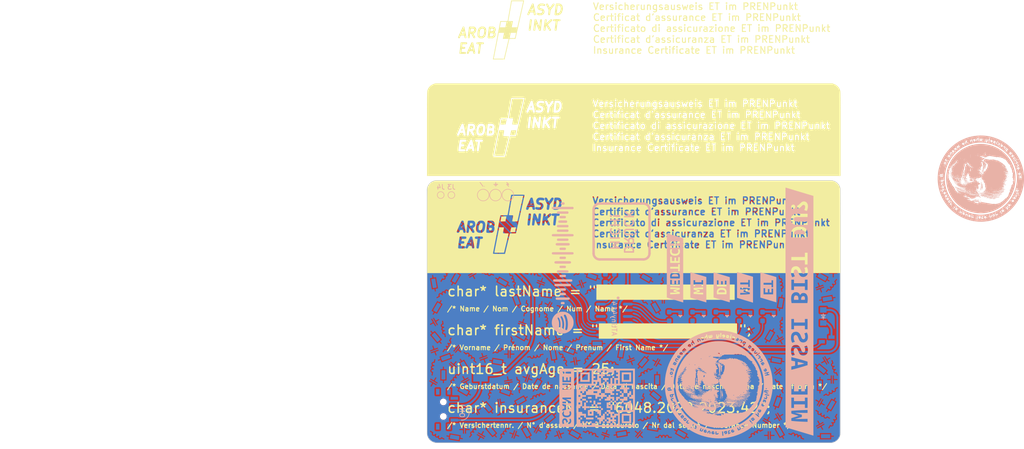
<source format=kicad_pcb>
(kicad_pcb (version 20221018) (generator pcbnew)
  (layers (0 "F.Cu" signal) (31 "B.Cu" signal) (34 "B.Paste" user) (35 "F.Paste" user) (36 "B.SilkS" user "B.Silkscreen") (37 "F.SilkS" user "F.Silkscreen") (38 "B.Mask" user) (39 "F.Mask" user) (44 "Edge.Cuts" user))
  (net 0 "")
  (net 1 "GND")
  (net 2 "VCC")
  (net 3 "/Cap_Pad")
  (net 4 "Net-(BT1-+)")
  (net 5 "/LED 1")
  (net 6 "/LED IR")
  (net 7 "/LED 3")
  (net 8 "/Cap_Pad {slash} ADC1")
  (net 9 "/LED 4")
  (net 10 "/LED 5")
  (net 11 "/LED 2")
  (net 12 "/UPDI {slash} RESET")
  (net 13 "Net-(D2-A)")
  (net 14 "Net-(D3-A)")
  (net 15 "Net-(D4-A)")
  (net 16 "Net-(D5-A)")
  (net 17 "Net-(D6-A)")
  (net 20 "Net-(D1-K)")
  (net 21 "Net-(J3-Pin_1)")
  (net 22 "Net-(J4-Pin_1)")
  (footprint "LOGO" (layer "F.Cu") (at 142.5 69.5)
    (fp_text reference "G***" hide)
    (fp_text value "LOGO" hide)
  )
  (footprint "LOGO" (layer "F.Cu") (at 142.5 89.5)
    (fp_text reference "G***" hide)
    (fp_text value "LOGO" hide)
  )
  (footprint "easyeda2kicad:LED0603-RD_RED" (layer "B.Cu") (at 166.5 108 90)
    (fp_text reference "D3" hide)
    (fp_text value "LED_Red")
  )
  (footprint "TestPoint:TestPoint_Pad_D1.0mm" (layer "B.Cu") (at 105 83 180)
    (fp_text reference "J3")
    (fp_text value "PB0")
  )
  (footprint "TestPoint:TestPoint_Pad_D2.0mm" (layer "B.Cu") (at 114.08 83 180)
    (fp_text reference "J2" hide)
    (fp_text value "EXTCLK")
  )
  (footprint "TestPoint:TestPoint_Pad_4.0x4.0mm" (layer "B.Cu") (at 140 90.5 180)
    (fp_text reference "TP1" hide)
    (fp_text value "Capacitive Pad" hide)
  )
  (footprint "kibuzzard-642F12E3" (layer "B.Cu") (at 160.6 102 90)
    (fp_text reference "kibuzzard-642F12E3" hide)
    (fp_text value "G***" hide)
  )
  (footprint "kibuzzard-642F12C7" (layer "B.Cu") (at 170.2 102 90)
    (fp_text reference "kibuzzard-642F12C7" hide)
    (fp_text value "G***" hide)
  )
  (footprint "easyeda2kicad:BAT-SMD_CR2032-3V" (layer "B.Cu") (at 111 108 180)
    (fp_text reference "BT1" hide)
    (fp_text value "3V" hide)
  )
  (footprint "Diode_SMD:XS-IR04A05-802" (layer "B.Cu") (at 181.5 108 90)
    (fp_text reference "D1" hide)
    (fp_text value "LED_Ir")
  )
  (footprint "TestPoint:TestPoint_Pad_D2.0mm" (layer "B.Cu") (at 116.62 83 180)
    (fp_text reference "J1" hide)
    (fp_text value "EXTCLK")
  )
  (footprint "kibuzzard-642F12D5" (layer "B.Cu") (at 165.4 102 90)
    (fp_text reference "kibuzzard-642F12D5" hide)
    (fp_text value "G***" hide)
  )
  (footprint "kibuzzard-64480F6A" (layer "B.Cu") (at 128.725 124.75 90)
    (fp_text reference "kibuzzard-64480F6A" hide)
    (fp_text value "G***" hide)
  )
  (footprint "Resistor_SMD:R_0603_1608Metric_Pad0.98x0.95mm_HandSolder" (layer "B.Cu") (at 149.8 108 -90)
    (fp_text reference "R7" hide)
    (fp_text value "560")
  )
  (footprint "easyeda2kicad:SW-TH_MSK12C02" (layer "B.Cu") (at 103.8975 127.1 90)
    (fp_text reference "SW1" hide)
    (fp_text value "ON/OFF")
  )
  (footprint "TestPoint:TestPoint_Pad_D1.0mm" (layer "B.Cu") (at 102.8 83 180)
    (fp_text reference "J4")
    (fp_text value "PB1")
  )
  (footprint "LOGO" (layer "B.Cu") (at 136.75 124.75 180)
    (fp_text reference "G***" hide)
    (fp_text value "LOGO1" hide)
  )
  (footprint "Resistor_SMD:R_0603_1608Metric_Pad0.98x0.95mm_HandSolder" (layer "B.Cu") (at 169 108 -90)
    (fp_text reference "R2" hide)
    (fp_text value "560")
  )
  (footprint "LOGO" (layer "B.Cu") (at 213.91 79.61 80)
    (fp_text reference "G***" hide)
    (fp_text value "LOGO1" hide)
  )
  (footprint "LOGO" (layer "B.Cu") (at 127.9 98 90)
    (fp_text reference "G***" hide)
    (fp_text value "LOGO" hide)
  )
  (footprint "easyeda2kicad:LED0603-RD_RED" (layer "B.Cu") (at 161.7 108 90)
    (fp_text reference "D4" hide)
    (fp_text value "LED_Red")
  )
  (footprint "easyeda2kicad:SOT-23-3_L2.9-W1.3-P1.90-LS2.4-BR" (layer "B.Cu") (at 182.2 112.25 180)
    (fp_text reference "Q2" hide)
    (fp_text value "SI2302_C2891732")
  )
  (footprint "Resistor_SMD:R_0603_1608Metric_Pad0.98x0.95mm_HandSolder" (layer "B.Cu") (at 154.6 108 -90)
    (fp_text reference "R6" hide)
    (fp_text value "560")
  )
  (footprint "Resistor_SMD:R_0603_1608Metric_Pad0.98x0.95mm_HandSolder" (layer "B.Cu") (at 137.6 99.3 180)
    (fp_text reference "R5" hide)
    (fp_text value "560")
  )
  (footprint "easyeda2kicad:LED0603-RD_RED" (layer "B.Cu") (at 152.08 108 90)
    (fp_text reference "D6" hide)
    (fp_text value "LED_Red")
  )
  (footprint "LOGO" (layer "B.Cu") (at 160 122 90)
    (fp_text reference "G***" hide)
    (fp_text value "LOGO" hide)
  )
  (footprint "kibuzzard-642F1300" (layer "B.Cu") (at 151 98 90)
    (fp_text reference "kibuzzard-642F1300" hide)
    (fp_text value "G***" hide)
  )
  (footprint "easyeda2kicad:LED0603-RD_RED" (layer "B.Cu") (at 171.3 108 90)
    (fp_text reference "D2" hide)
    (fp_text value "LED_Red")
  )
  (footprint "TestPoint:TestPoint_Pad_D2.0mm" (layer "B.Cu") (at 111.54 83 180)
    (fp_text reference "J5" hide)
    (fp_text value "UPDI / RESET")
  )
  (footprint "easyeda2kicad:SOIC-14_L8.7-W3.9-P1.27-LS6.0-BL" (layer "B.Cu") (at 138.525 108 -90)
    (fp_text reference "U1" hide)
    (fp_text value "ATtiny414-SS")
  )
  (footprint "easyeda2kicad:LED0603-RD_RED" (layer "B.Cu") (at 156.9 108 90)
    (fp_text reference "D5" hide)
    (fp_text value "LED_Red")
  )
  (footprint "kibuzzard-642F12EF" (layer "B.Cu") (at 155.8 102 90)
    (fp_text reference "kibuzzard-642F12EF" hide)
    (fp_text value "G***" hide)
  )
  (footprint "kibuzzard-642F1274" (layer "B.Cu") (at 176.6 107 90)
    (fp_text reference "kibuzzard-642F1274" hide)
    (fp_text value "G***" hide)
  )
  (footprint "Resistor_SMD:R_0603_1608Metric_Pad0.98x0.95mm_HandSolder" (layer "B.Cu") (at 136.7 101.9 90)
    (fp_text reference "R8" hide)
    (fp_text value "1M")
  )
  (footprint "easyeda2kicad:C0603" (layer "B.Cu") (at 142 102)
    (fp_text reference "C1" hide)
    (fp_text value "100nF")
  )
  (footprint "Resistor_SMD:R_0603_1608Metric_Pad0.98x0.95mm_HandSolder" (layer "B.Cu") (at 159.4 108 90)
    (fp_text reference "R4" hide)
    (fp_text value "560")
  )
  (footprint "Resistor_SMD:R_0603_1608Metric_Pad0.98x0.95mm_HandSolder" (layer "B.Cu") (at 164.2 108 90)
    (fp_text reference "R3" hide)
    (fp_text value "560")
  )
  (gr_arc (start 145.75 95) (mid 145.383883 95.883883) (end 144.5 96.25) (stroke (width 0.5)) (layer "B.SilkS"))
  (gr_line (start 134.25 86) (end 134.25 95) (stroke (width 0.5)) (layer "B.SilkS"))
  (gr_line (start 116.38 80.8) (end 116.78 81.2) (stroke (width 0.15)) (layer "B.SilkS"))
  (gr_line (start 111.5 81.2) (end 110.9 80.4) (stroke (width 0.15)) (layer "B.SilkS"))
  (gr_line (start 113.72 80.8) (end 114.12 80.8) (stroke (width 0.15)) (layer "B.SilkS"))
  (gr_line (start 116.78 80.8) (end 116.38 80.8) (stroke (width 0.15)) (layer "B.SilkS"))
  (gr_line (start 114.12 80.4) (end 114.12 80.8) (stroke (width 0.15)) (layer "B.SilkS"))
  (gr_line (start 135.5 96.25) (end 144.5 96.25) (stroke (width 0.5)) (layer "B.SilkS"))
  (gr_line (start 145.75 95) (end 145.75 86) (stroke (width 0.5)) (layer "B.SilkS"))
  (gr_line (start 114.12 81.2) (end 114.12 81.2) (stroke (width 0.15)) (layer "B.SilkS"))
  (gr_line (start 114.32 81) (end 113.92 81) (stroke (width 0.15)) (layer "B.SilkS"))
  (gr_line (start 111.8 81.2) (end 111.8 81.2) (stroke (width 0.15)) (layer "B.SilkS"))
  (gr_arc (start 134.25 86) (mid 134.616117 85.116117) (end 135.5 84.75) (stroke (width 0.5)) (layer "B.SilkS"))
  (gr_line (start 114.52 80.8) (end 114.12 80.8) (stroke (width 0.15)) (layer "B.SilkS"))
  (gr_line (start 114.12 80.8) (end 114.52 80.8) (stroke (width 0.15)) (layer "B.SilkS"))
  (gr_line (start 144.5 84.75) (end 135.5 84.75) (stroke (width 0.5)) (layer "B.SilkS"))
  (gr_arc (start 144.5 84.75) (mid 145.383883 85.116117) (end 145.75 86) (stroke (width 0.5)) (layer "B.SilkS"))
  (gr_arc (start 135.5 96.25) (mid 134.616117 95.883883) (end 134.25 95) (stroke (width 0.5)) (layer "B.SilkS"))
  (gr_arc (start 107.04 126.248842) (mid 108.652318 127.800022) (end 107.039955 129.351158) (stroke (width 0.15)) (layer "B.SilkS"))
  (gr_line (start 116.38 80.4) (end 116.78 80.8) (stroke (width 0.15)) (layer "B.SilkS"))
  (gr_line (start 116.8375 47.3625) (end 116.2 50.7) (stroke (width 0.15)) (layer "F.SilkS"))
  (gr_line (start 116.4375 47.3625) (end 115.8 50.7) (stroke (width 0.15)) (layer "F.SilkS"))
  (gr_line (start 116.625 47.25) (end 115.125 47.25) (stroke (width 0.15)) (layer "F.SilkS"))
  (gr_line (start 117.4375 47.3625) (end 116.8 50.7) (stroke (width 0.15)) (layer "F.SilkS"))
  (gr_line (start 114.8 49.4) (end 118.4 49.4) (stroke (width 0.15)) (layer "F.SilkS"))
  (gr_line (start 115.925 49.525) (end 115.675 50.75) (stroke (width 0.15)) (layer "F.SilkS"))
  (gr_line (start 117.2375 47.3625) (end 116.6 50.7) (stroke (width 0.15)) (layer "F.SilkS"))
  (gr_line (start 117.55 47.25) (end 116.425 47.25) (stroke (width 0.15)) (layer "F.SilkS"))
  (gr_line (start 118.125 50.75) (end 119.875 43) (stroke (width 0.15)) (layer "F.SilkS"))
  (gr_line (start 115.875 55) (end 116.875 50.75) (stroke (width 0.15)) (layer "F.SilkS"))
  (gr_line (start 117.0375 47.3625) (end 116.4 50.7) (stroke (width 0.15)) (layer "F.SilkS"))
  (gr_line (start 117.55 47.275) (end 116.875 50.75) (stroke (width 0.15)) (layer "F.SilkS"))
  (gr_line (start 114.9 48.9) (end 118.5 48.9) (stroke (width 0.15)) (layer "F.SilkS"))
  (gr_line (start 114.8 49.1) (end 118.4 49.1) (stroke (width 0.15)) (layer "F.SilkS"))
  (gr_line (start 117.3 48.525) (end 117.55 47.275) (stroke (width 0.15)) (layer "F.SilkS"))
  (gr_line (start 118.625 48.525) (end 117.3 48.525) (stroke (width 0.15)) (layer "F.SilkS"))
  (gr_line (start 116.875 50.75) (end 118.125 50.75) (stroke (width 0.15)) (layer "F.SilkS"))
  (gr_line (start 114.8 49) (end 118.5 49) (stroke (width 0.15)) (layer "F.SilkS"))
  (gr_line (start 114.8 49.2) (end 118.4 49.2) (stroke (width 0.15)) (layer "F.SilkS"))
  (gr_line (start 116.425 47.275) (end 116.175 48.525) (stroke (width 0.15)) (layer "F.SilkS"))
  (gr_line (start 117.175 49.525) (end 118.375 49.525) (stroke (width 0.15)) (layer "F.SilkS"))
  (gr_line (start 116.875 50.75) (end 117.15 49.525) (stroke (width 0.15)) (layer "F.SilkS"))
  (gr_line (start 117.375 43) (end 116.625 47.25) (stroke (width 0.15)) (layer "F.SilkS"))
  (gr_line (start 116.5375 47.3625) (end 115.9 50.7) (stroke (width 0.15)) (layer "F.SilkS"))
  (gr_line (start 114.725 49.525) (end 115.925 49.525) (stroke (width 0.15)) (layer "F.SilkS"))
  (gr_line (start 114.9 48.7) (end 118.5 48.7) (stroke (width 0.15)) (layer "F.SilkS"))
  (gr_line (start 115.125 47.25) (end 113.625 55) (stroke (width 0.15)) (layer "F.SilkS"))
  (gr_line (start 115.675 50.75) (end 116.925 50.75) (stroke (width 0.15)) (layer "F.SilkS"))
  (gr_line (start 116.9375 47.3625) (end 116.3 50.7) (stroke (width 0.15)) (layer "F.SilkS"))
  (gr_line (start 119.875 43) (end 117.375 43) (stroke (width 0.15)) (layer "F.SilkS"))
  (gr_line (start 116.6375 47.3625) (end 116 50.7) (stroke (width 0.15)) (layer "F.SilkS"))
  (gr_line (start 114.8 49.3) (end 118.4 49.3) (stroke (width 0.15)) (layer "F.SilkS"))
  (gr_line (start 113.625 55) (end 115.875 55) (stroke (width 0.15)) (layer "F.SilkS"))
  (gr_poly (pts (xy 135.4 109.5) (xy 163.7 109.5) (xy 163.7 112.5) (xy 135.4 112.5)) (stroke (width 0.15)) (fill solid) (layer "F.SilkS"))
  (gr_poly (pts (xy 134.9 101.5) (xy 163.2 101.5) (xy 163.2 104.5) (xy 134.9 104.5)) (stroke (width 0.15)) (fill solid) (layer "F.SilkS"))
  (gr_line (start 116.175 48.525) (end 114.925 48.525) (stroke (width 0.15)) (layer "F.SilkS"))
  (gr_line (start 117.1375 47.3625) (end 116.5 50.7) (stroke (width 0.15)) (layer "F.SilkS"))
  (gr_line (start 114.9 48.8) (end 118.5 48.8) (stroke (width 0.15)) (layer "F.SilkS"))
  (gr_line (start 116.7375 47.3625) (end 116.1 50.7) (stroke (width 0.15)) (layer "F.SilkS"))
  (gr_line (start 117.3375 47.3625) (end 116.7 50.7) (stroke (width 0.15)) (layer "F.SilkS"))
  (gr_line (start 114.9 48.6) (end 118.6 48.6) (stroke (width 0.15)) (layer "F.SilkS"))
  (gr_arc (start 100 82) (mid 100.585786 80.585786) (end 102 80) (stroke (width 0.1)) (layer "Edge.Cuts"))
  (gr_line (start 185 82) (end 185 132) (stroke (width 0.1)) (layer "Edge.Cuts"))
  (gr_arc (start 185 132) (mid 184.414214 133.414214) (end 183 134) (stroke (width 0.1)) (layer "Edge.Cuts"))
  (gr_arc (start 102 134) (mid 100.585786 133.414214) (end 100 132) (stroke (width 0.1)) (layer "Edge.Cuts"))
  (gr_line (start 102 80) (end 183 80) (stroke (width 0.1)) (layer "Edge.Cuts"))
  (gr_line (start 183 134) (end 102 134) (stroke (width 0.1)) (layer "Edge.Cuts"))
  (gr_line (start 100 132) (end 100 82) (stroke (width 0.1)) (layer "Edge.Cuts"))
  (gr_arc (start 183 80) (mid 184.414214 80.585786) (end 185 82) (stroke (width 0.1)) (layer "Edge.Cuts"))
  (gr_text "DRÜCK\nMICH!" (at 137.5 90.6 270) (layer "B.SilkS") (effects (font (size 1.8 1.8) (thickness 0.3)) (justify bottom mirror)))
  (gr_text "ATtiny414" (at 137.9 112.1 -90) (layer "B.SilkS") (effects (font (size 1 1)) (justify left bottom mirror)))
  (gr_text "ON" (at 106.6 127.8 270) (layer "B.SilkS") (effects (font (size 1 1)) (justify bottom mirror)))
  (gr_text "uint16_t avgAge = 25;" (at 104 120) (layer "F.SilkS") (effects (font (size 2 2) (thickness 0.3)) (justify left bottom)))
  (gr_text "char* lastName = {dblquote}                   {dblquote};" (at 104 104) (layer "F.SilkS") (effects (font (size 2 2) (thickness 0.3)) (justify left bottom)))
  (gr_text "/* Vorname / Prénom / Nome / Prenum / First Name */" (at 104 115) (layer "F.SilkS") (effects (font (size 1 1) (thickness 0.2)) (justify left bottom)))
  (gr_text "ASYD\nINKT" (at 120.375 49.25) (layer "F.SilkS") (effects (font (size 2 2) (thickness 0.4) bold italic) (justify left bottom)))
  (gr_text "/* Versichertennr. / N° d'assuré / N° d'assicurato / Nr dal segirà / Insurance Number */" (at 104 131) (layer "F.SilkS") (effects (font (size 1 1) (thickness 0.2)) (justify left bottom)))
  (gr_text "char* insuranceNr = {dblquote}6048.2020.2023.42{dblquote};" (at 104 128) (layer "F.SilkS") (effects (font (size 2 2) (thickness 0.3)) (justify left bottom)))
  (gr_text "/* Name / Nom / Cognome / Num / Name */" (at 104 107) (layer "F.SilkS") (effects (font (size 1 1) (thickness 0.2)) (justify left bottom)))
  (gr_text "Versicherungsausweis ET im PRENPunkt\nCertificat d'assurance ET im PRENPunkt\nCertificato di assicurazione ET im PRENPunkt\nCertificat d'assicuranza ET im PRENPunkt\nInsurance Certificate ET im PRENPunkt" (at 134 54) (layer "F.SilkS") (effects (font (size 1.4 1.4) (thickness 0.2)) (justify left bottom)))
  (gr_text "AROB\nEAT" (at 106.125 54) (layer "F.SilkS") (effects (font (size 2 2) (thickness 0.4) bold italic) (justify left bottom)))
  (gr_text "/* Geburstdatum / Date de nassance / Data di nascita / Data de naschientscha / Date of birth */" (at 104 123) (layer "F.SilkS") (effects (font (size 1 1) (thickness 0.2) bold) (justify left bottom)))
  (gr_text "char* firstName = {dblquote}                   {dblquote};" (at 104 112) (layer "F.SilkS") (effects (font (size 2 2) (thickness 0.3)) (justify left bottom)))
  (segment (start 140.047499 104.637499) (end 140.212157 104.472842) (width 0.4) (layer "B.Cu") (net 2))
  (segment (start 120.296036 129.35) (end 105.5975 129.35) (width 0.4) (layer "B.Cu") (net 2))
  (segment (start 148 84.707106) (end 148 94.927207) (width 0.4) (layer "B.Cu") (net 2))
  (segment (start 141.3 104.181464) (end 141.3 102) (width 0.4) (layer "B.Cu") (net 2))
  (segment (start 182.522182 115.3) (end 145.997056 115.3) (width 0.4) (layer "B.Cu") (net 2))
  (segment (start 182.795319 106.66) (end 181.5 106.66) (width 0.4) (layer "B.Cu") (net 2))
  (segment (start 141.05 112.9) (end 140.624264 112.9) (width 0.4) (layer "B.Cu") (net 2))
  (segment (start 139.6 105.71786) (end 139.6 111.875735) (width 0.4) (layer "B.Cu") (net 2))
  (segment (start 146.292893 83) (end 116.62 83) (width 0.4) (layer "B.Cu") (net 2))
  (segment (start 124.143792 127.756207) (end 139.3 112.6) (width 0.4) (layer "B.Cu") (net 2))
  (segment (start 141.291464 104.19) (end 140.895 104.19) (width 0.4) (layer "B.Cu") (net 2))
  (segment (start 184.4 113.422182) (end 184.4 108.26468) (width 0.4) (layer "B.Cu") (net 2))
  (segment (start 142.50104 113.50104) (end 143.1 114.1) (width 0.4) (layer "B.Cu") (net 2))
  (segment (start 144.927207 98) (end 142.494974 98) (width 0.4) (layer "B.Cu") (net 2))
  (segment (start 141.3 99.194974) (end 141.3 102) (width 0.4) (layer "B.Cu") (net 2))
  (arc (start 124.143792 127.756207) (mid 122.378426 128.935786) (end 120.296036 129.35) (width 0.4) (layer "B.Cu") (net 2))
  (arc (start 183.85 114.75) (mid 183.240792 115.157059) (end 182.522182 115.3) (width 0.4) (layer "B.Cu") (net 2))
  (arc (start 139.9 112.6) (mid 140.232295 112.822032) (end 140.624264 112.9) (width 0.4) (layer "B.Cu") (net 2))
  (arc (start 147.5 83.5) (mid 147.870054 84.053825) (end 148 84.707106) (width 0.4) (layer "B.Cu") (net 2))
  (arc (start 140.047499 104.637499) (mid 139.716301 105.133173) (end 139.6 105.71786) (width 0.4) (layer "B.Cu") (net 2))
  (arc (start 140.895 104.19) (mid 140.525448 104.263508) (end 140.212157 104.472842) (width 0.4) (layer "B.Cu") (net 2))
  (arc (start 139.3 112.6) (mid 139.522032 112.267704) (end 139.6 111.875735) (width 0.4) (layer "B.Cu") (net 2))
  (arc (start 141.65 98.35) (mid 141.390962 98.737677) (end 141.3 99.194974) (width 0.4) (layer "B.Cu") (net 2))
  (arc (start 183.93 107.13) (mid 183.409404 106.782149) (end 182.795319 106.66) (width 0.4) (layer "B.Cu") (net 2))
  (arc (start 143.1 114.1) (mid 144.42918 114.98813) (end 145.997056 115.3) (width 0.4) (layer "B.Cu") (net 2))
  (arc (start 142.494974 98) (mid 142.037677 98.090962) (end 141.65 98.35) (width 0.4) (layer "B.Cu") (net 2))
  (arc (start 147.1 97.1) (mid 146.103114 97.766097) (end 144.927207 98) (width 0.4) (layer "B.Cu") (net 2))
  (arc (start 139.6 111.875735) (mid 139.677967 112.267704) (end 139.9 112.6) (width 0.4) (layer "B.Cu") (net 2))
  (arc (start 142.50104 113.50104) (mid 141.835297 113.056205) (end 141.05 112.9) (width 0.4) (layer "B.Cu") (net 2))
  (arc (start 147.5 83.5) (mid 146.946174 83.129945) (end 146.292893 83) (width 0.4) (layer "B.Cu") (net 2))
  (arc (start 183.93 107.13) (mid 184.27785 107.650595) (end 184.4 108.26468) (width 0.4) (layer "B.Cu") (net 2))
  (arc (start 148 94.927207) (mid 147.766097 96.103114) (end 147.1 97.1) (width 0.4) (layer "B.Cu") (net 2))
  (arc (start 184.4 113.422182) (mid 184.257059 114.140792) (end 183.85 114.75) (width 0.4) (layer "B.Cu") (net 2))
  (arc (start 141.3 104.181464) (mid 141.29935 104.18473) (end 141.2975 104.1875) (width 0.4) (layer "B.Cu") (net 2))
  (arc (start 139.9 112.6) (mid 139.6 112.475735) (end 139.3 112.6) (width 0.4) (layer "B.Cu") (net 2))
  (arc (start 141.2975 104.1875) (mid 141.29473 104.18935) (end 141.291464 104.19) (width 0.4) (layer "B.Cu") (net 2))
  (segment (start 138.926309 90.5) (end 140 90.5) (width 0.25) (layer "B.Cu") (net 3))
  (segment (start 136.68875 99.29875) (end 136.6875 99.3) (width 0.25) (layer "B.Cu") (net 3))
  (segment (start 136.69 92.736309) (end 136.69 99.295732) (width 0.25) (layer "B.Cu") (net 3))
  (arc (start 137.345 91.155) (mid 136.860228 91.88051) (end 136.69 92.736309) (width 0.25) (layer "B.Cu") (net 3))
  (arc (start 136.69 99.295732) (mid 136.689675 99.297365) (end 136.68875 99.29875) (width 0.25) (layer "B.Cu") (net 3))
  (arc (start 138.926309 90.5) (mid 138.07051 90.670228) (end 137.345 91.155) (width 0.25) (layer "B.Cu") (net 3))
  (segment (start 120.156207 115.343792) (end 116.884924 118.615075) (width 0.4) (layer "B.Cu") (net 4))
  (segment (start 107.02375 126.35) (end 105.5975 126.35) (width 0.4) (layer "B.Cu") (net 4))
  (segment (start 121.75 104.503963) (end 121.75 111.496036) (width 0.4) (layer "B.Cu") (net 4))
  (segment (start 111.341421 120.1) (end 113.3 120.1) (width 0.4) (layer "B.Cu") (net 4))
  (segment (start 111.17071 96) (end 113.3 96) (width 0.4) (layer "B.Cu") (net 4))
  (segment (start 111 121.996877) (end 111 120.041421) (width 0.4) (layer "B.Cu") (net 4))
  (segment (start 120.156207 100.656207) (end 117.055634 97.555634) (width 0.4) (layer "B.Cu") (net 4))
  (segment (start 111.05 96.05) (end 111 96.1) (width 0.4) (layer "B.Cu") (net 4))
  (segment (start 109.724999 125.074999) (end 109.458511 125.341488) (width 0.4) (layer "B.Cu") (net 4))
  (arc (start 111 121.996877) (mid 110.668638 123.662745) (end 109.724999 125.074999) (width 0.4) (layer "B.Cu") (net 4))
  (arc (start 109.458511 125.341488) (mid 108.341433 126.087896) (end 107.02375 126.35) (width 0.4) (layer "B.Cu") (net 4))
  (arc (start 111.1 120) (mid 111.210764 120.07401) (end 111.341421 120.1) (width 0.4) (layer "B.Cu") (net 4))
  (arc (start 121.75 111.496036) (mid 121.335786 113.578426) (end 120.156207 115.343792) (width 0.4) (layer "B.Cu") (net 4))
  (arc (start 116.884924 118.615075) (mid 115.240146 119.71408) (end 113.3 120.1) (width 0.4) (layer "B.Cu") (net 4))
  (arc (start 120.156207 100.656207) (mid 121.335786 102.421572) (end 121.75 104.503963) (width 0.4) (layer "B.Cu") (net 4))
  (arc (start 117.055634 97.555634) (mid 115.332534 96.404296) (end 113.3 96) (width 0.4) (layer "B.Cu") (net 4))
  (arc (start 111.1 120) (mid 111.036161 119.987301) (end 111 120.041421) (width 0.4) (layer "B.Cu") (net 4))
  (arc (start 111.17071 96) (mid 111.105382 96.012994) (end 111.05 96.05) (width 0.4) (layer "B.Cu") (net 4))
  (segment (start 167.799999 112.399999) (end 168.222182 111.977817) (width 0.25) (layer "B.Cu") (net 5))
  (segment (start 143.084472 111.084472) (end 144.07 112.07) (width 0.25) (layer "B.Cu") (net 5))
  (segment (start 164.902943 113.6) (end 147.763746 113.6) (width 0.25) (layer "B.Cu") (net 5))
  (segment (start 141.77 110.54) (end 141 110.54) (width 0.25) (layer "B.Cu") (net 5))
  (segment (start 169 110.1) (end 169 109) (width 0.25) (layer "B.Cu") (net 5))
  (arc (start 143.084472 111.084472) (mid 142.481387 110.681503) (end 141.77 110.54) (width 0.25) (layer "B.Cu") (net 5))
  (arc (start 167.799999 112.399999) (mid 166.470818 113.288129) (end 164.902943 113.6) (width 0.25) (layer "B.Cu") (net 5))
  (arc (start 169 110.1) (mid 168.797851 111.116267) (end 168.222182 111.977817) (width 0.25) (layer "B.Cu") (net 5))
  (arc (start 144.07 112.07) (mid 145.764705 113.202365) (end 147.763746 113.6) (width 0.25) (layer "B.Cu") (net 5))
  (segment (start 146.731406 114.4) (end 179.151471 114.4) (width 0.25) (layer "B.Cu") (net 6))
  (segment (start 180.6 113.8) (end 181.2 113.2) (width 0.25) (layer "B.Cu") (net 6))
  (segment (start 141.655 111.81) (end 141 111.81) (width 0.25) (layer "B.Cu") (net 6))
  (segment (start 142.773154 112.273154) (end 143.605 113.105) (width 0.25) (layer "B.Cu") (net 6))
  (arc (start 142.773154 112.273154) (mid 142.26014 111.930369) (end 141.655 111.81) (width 0.25) (layer "B.Cu") (net 6))
  (arc (start 143.605 113.105) (mid 145.039407 114.06344) (end 146.731406 114.4) (width 0.25) (layer "B.Cu") (net 6))
  (arc (start 180.6 113.8) (mid 179.935409 114.244065) (end 179.151471 114.4) (width 0.25) (layer "B.Cu") (net 6))
  (segment (start 145.406207 110.406207) (end 143.707106 108.707106) (width 0.25) (layer "B.Cu") (net 7))
  (segment (start 159.4 109.75) (end 159.4 109) (width 0.25) (layer "B.Cu") (net 7))
  (segment (start 142 108) (end 141 108) (width 0.25) (layer "B.Cu") (net 7))
  (segment (start 149.253963 112) (end 156.839339 112) (width 0.25) (layer "B.Cu") (net 7))
  (segment (start 158.869669 111.03033) (end 158.65 111.25) (width 0.25) (layer "B.Cu") (net 7))
  (arc (start 159.4 109.75) (mid 159.262171 110.442909) (end 158.869669 111.03033) (width 0.25) (layer "B.Cu") (net 7))
  (arc (start 158.65 111.25) (mid 157.819261 111.805081) (end 156.839339 112) (width 0.25) (layer "B.Cu") (net 7))
  (arc (start 145.406207 110.406207) (mid 147.171572 111.585786) (end 149.253963 112) (width 0.25) (layer "B.Cu") (net 7))
  (arc (start 143.707106 108.707106) (mid 142.923879 108.18377) (end 142 108) (width 0.25) (layer "B.Cu") (net 7))
  (segment (start 136.431888 105.46) (end 135.755 105.46) (width 0.25) (layer "B.Cu") (net 8))
  (segment (start 138.5125 99.58125) (end 138.5125 99.3) (width 0.25) (layer "B.Cu") (net 8))
  (segment (start 137.04375 100.9875) (end 136.7 100.9875) (width 0.25) (layer "B.Cu") (net 8))
  (segment (start 138.313626 100.061373) (end 137.630567 100.744432) (width 0.25) (layer "B.Cu") (net 8))
  (segment (start 137.9 103.991888) (end 137.9 101.862392) (width 0.25) (layer "B.Cu") (net 8))
  (segment (start 137.64375 101.24375) (end 137.630567 101.230567) (width 0.25) (layer "B.Cu") (net 8))
  (arc (start 138.5125 99.58125) (mid 138.460814 99.84109) (end 138.313626 100.061373) (width 0.25) (layer "B.Cu") (net 8))
  (arc (start 137.630567 100.744432) (mid 137.529885 100.987499) (end 137.630567 101.230567) (width 0.25) (layer "B.Cu") (net 8))
  (arc (start 137.47 105.03) (mid 136.99371 105.348246) (end 136.431888 105.46) (width 0.25) (layer "B.Cu") (net 8))
  (arc (start 137.630567 101.230567) (mid 137.361333 101.050671) (end 137.04375 100.9875) (width 0.25) (layer "B.Cu") (net 8))
  (arc (start 137.9 103.991888) (mid 137.788246 104.55371) (end 137.47 105.03) (width 0.25) (layer "B.Cu") (net 8))
  (arc (start 137.64375 101.24375) (mid 137.833402 101.527585) (end 137.9 101.862392) (width 0.25) (layer "B.Cu") (net 8))
  (arc (start 137.04375 100.9875) (mid 137.361333 100.924328) (end 137.630567 100.744432) (width 0.25) (layer "B.Cu") (net 8))
  (segment (start 154.6 109.663603) (end 154.6 109) (width 0.25) (layer "B.Cu") (net 9))
  (segment (start 142.14 106.73) (end 141 106.73) (width 0.25) (layer "B.Cu") (net 9))
  (segment (start 146.156207 109.606207) (end 144.086101 107.536101) (width 0.25) (layer "B.Cu") (net 9))
  (segment (start 150.003963 111.2) (end 153.063603 111.2) (width 0.25) (layer "B.Cu") (net 9))
  (arc (start 144.086101 107.536101) (mid 143.193222 106.939498) (end 142.14 106.73) (width 0.25) (layer "B.Cu") (net 9))
  (arc (start 146.156207 109.606207) (mid 147.921572 110.785786) (end 150.003963 111.2) (width 0.25) (layer "B.Cu") (net 9))
  (arc (start 154.15 110.75) (mid 153.651556 111.083048) (end 153.063603 111.2) (width 0.25) (layer "B.Cu") (net 9))
  (arc (start 154.6 109.663603) (mid 154.483048 110.251556) (end 154.15 110.75) (width 0.25) (layer "B.Cu") (net 9))
  (segment (start 148.525 109) (end 149.8 109) (width 0.25) (layer "B.Cu") (net 10))
  (segment (start 142.355 105.46) (end 141 105.46) (width 0.25) (layer "B.Cu") (net 10))
  (segment (start 146.348438 108.098438) (end 144.668129 106.418129) (width 0.25) (layer "B.Cu") (net 10))
  (arc (start 144.668129 106.418129) (mid 143.606856 105.709009) (end 142.355 105.46) (width 0.25) (layer "B.Cu") (net 10))
  (arc (start 146.348438 108.098438) (mid 147.347053 108.765691) (end 148.525 109) (width 0.25) (layer "B.Cu") (net 10))
  (segment (start 163.457537 111.842462) (end 163.35 111.95) (width 0.25) (layer "B.Cu") (net 11))
  (segment (start 148.553963 112.8) (end 161.297918 112.8) (width 0.25) (layer "B.Cu") (net 11))
  (segment (start 141.885 109.27) (end 141 109.27) (width 0.25) (layer "B.Cu") (net 11))
  (segment (start 144.706207 111.206207) (end 143.395789 109.895789) (width 0.25) (layer "B.Cu") (net 11))
  (segment (start 164.2 110.05) (end 164.2 109) (width 0.25) (layer "B.Cu") (net 11))
  (arc (start 143.395789 109.895789) (mid 142.702633 109.432637) (end 141.885 109.27) (width 0.25) (layer "B.Cu") (net 11))
  (arc (start 144.706207 111.206207) (mid 146.471572 112.385786) (end 148.553963 112.8) (width 0.25) (layer "B.Cu") (net 11))
  (arc (start 164.2 110.05) (mid 164.00704 111.020073) (end 163.457537 111.842462) (width 0.25) (layer "B.Cu") (net 11))
  (arc (start 163.35 111.95) (mid 162.408496 112.579092) (end 161.297918 112.8) (width 0.25) (layer "B.Cu") (net 11))
  (segment (start 134.143761 109.27) (end 136.05 109.27) (width 0.25) (layer "B.Cu") (net 12))
  (segment (start 111.819307 84.069307) (end 131.815596 104.065596) (width 0.25) (layer "B.Cu") (net 12))
  (segment (start 111.54 83.395) (end 111.54 83) (width 0.25) (layer "B.Cu") (net 12))
  (segment (start 133 108.126238) (end 133 106.925) (width 0.25) (layer "B.Cu") (net 12))
  (arc (start 133 108.126238) (mid 133.087063 108.563936) (end 133.335 108.935) (width 0.25) (layer "B.Cu") (net 12))
  (arc (start 131.815596 104.065596) (mid 132.692183 105.377501) (end 133 106.925) (width 0.25) (layer "B.Cu") (net 12))
  (arc (start 133.335 108.935) (mid 133.706062 109.182936) (end 134.143761 109.27) (width 0.25) (layer "B.Cu") (net 12))
  (arc (start 111.54 83.395) (mid 111.612589 83.759932) (end 111.819307 84.069307) (width 0.25) (layer "B.Cu") (net 12))
  (segment (start 170.937239 107) (end 169 107) (width 0.4) (layer "B.Cu") (net 13))
  (segment (start 171.19375 107.10625) (end 171.3 107.2125) (width 0.4) (layer "B.Cu") (net 13))
  (arc (start 171.19375 107.10625) (mid 171.076061 107.027613) (end 170.937239 107) (width 0.4) (layer "B.Cu") (net 13))
  (segment (start 166.39375 107.10625) (end 166.5 107.2125) (width 0.4) (layer "B.Cu") (net 14))
  (segment (start 166.137239 107) (end 164.2 107) (width 0.4) (layer "B.Cu") (net 14))
  (arc (start 166.39375 107.10625) (mid 166.276061 107.027613) (end 166.137239 107) (width 0.4) (layer "B.Cu") (net 14))
  (segment (start 161.59375 107.10625) (end 161.7 107.2125) (width 0.4) (layer "B.Cu") (net 15))
  (segment (start 161.337239 107) (end 159.4 107) (width 0.4) (layer "B.Cu") (net 15))
  (arc (start 161.59375 107.10625) (mid 161.476061 107.027613) (end 161.337239 107) (width 0.4) (layer "B.Cu") (net 15))
  (segment (start 156.537239 107) (end 154.6 107) (width 0.4) (layer "B.Cu") (net 16))
  (segment (start 156.79375 107.10625) (end 156.9 107.2125) (width 0.4) (layer "B.Cu") (net 16))
  (arc (start 156.79375 107.10625) (mid 156.676061 107.027613) (end 156.537239 107) (width 0.4) (layer "B.Cu") (net 16))
  (segment (start 151.97375 107.10625) (end 152.08 107.2125) (width 0.4) (layer "B.Cu") (net 17))
  (segment (start 151.717239 107) (end 149.8 107) (width 0.4) (layer "B.Cu") (net 17))
  (arc (start 151.97375 107.10625) (mid 151.856061 107.027613) (end 151.717239 107) (width 0.4) (layer "B.Cu") (net 17))
  (segment (start 183.2 110.978822) (end 183.2 112.25) (width 0.4) (layer "B.Cu") (net 20))
  (segment (start 182.501629 109.601629) (end 182.72 109.82) (width 0.4) (layer "B.Cu") (net 20))
  (segment (start 181.87 109.34) (end 181.5 109.34) (width 0.4) (layer "B.Cu") (net 20))
  (arc (start 182.72 109.82) (mid 183.075252 110.351672) (end 183.2 110.978822) (width 0.4) (layer "B.Cu") (net 20))
  (arc (start 182.501629 109.601629) (mid 182.211835 109.407995) (end 181.87 109.34) (width 0.4) (layer "B.Cu") (net 20))
  (segment (start 109.950609 86.7) (end 110.846036 86.7) (width 0.25) (layer "B.Cu") (net 21))
  (segment (start 105.282842 84.082842) (end 106.45 85.25) (width 0.25) (layer "B.Cu") (net 21))
  (segment (start 105 83.4) (end 105 83) (width 0.25) (layer "B.Cu") (net 21))
  (segment (start 134.287523 110.54) (end 136.05 110.54) (width 0.25) (layer "B.Cu") (net 21))
  (segment (start 132 108.252476) (end 132 107.4) (width 0.25) (layer "B.Cu") (net 21))
  (segment (start 114.693792 88.293792) (end 130.727207 104.327207) (width 0.25) (layer "B.Cu") (net 21))
  (arc (start 106.45 85.25) (mid 108.056093 86.323157) (end 109.950609 86.7) (width 0.25) (layer "B.Cu") (net 21))
  (arc (start 105 83.4) (mid 105.073508 83.769551) (end 105.282842 84.082842) (width 0.25) (layer "B.Cu") (net 21))
  (arc (start 132 108.252476) (mid 132.174127 109.127873) (end 132.67 109.87) (width 0.25) (layer "B.Cu") (net 21))
  (arc (start 114.693792 88.293792) (mid 112.928426 87.114213) (end 110.846036 86.7) (width 0.25) (layer "B.Cu") (net 21))
  (arc (start 130.727207 104.327207) (mid 131.669211 105.737016) (end 132 107.4) (width 0.25) (layer "B.Cu") (net 21))
  (arc (start 132.67 109.87) (mid 133.412125 110.365872) (end 134.287523 110.54) (width 0.25) (layer "B.Cu") (net 21))
  (segment (start 102.8 83.325) (end 102.8 83.05) (width 0.25) (layer "B.Cu") (net 22))
  (segment (start 114.193792 89.193792) (end 129.621141 104.621141) (width 0.25) (layer "B.Cu") (net 22))
  (segment (start 110.346036 87.6) (end 109.053963 87.6) (width 0.25) (layer "B.Cu") (net 22))
  (segment (start 131 108.549426) (end 131 107.95) (width 0.25) (layer "B.Cu") (net 22))
  (segment (start 134.260573 111.81) (end 136.05 111.81) (width 0.25) (layer "B.Cu") (net 22))
  (segment (start 102.994454 83.794454) (end 105.206207 86.006207) (width 0.25) (layer "B.Cu") (net 22))
  (arc (start 129.621141 104.621141) (mid 130.641646 106.148434) (end 131 107.95) (width 0.25) (layer "B.Cu") (net 22))
  (arc (start 102.8 83.325) (mid 102.850536 83.579066) (end 102.994454 83.794454) (width 0.25) (layer "B.Cu") (net 22))
  (arc (start 131.955 110.855) (mid 133.012806 111.561803) (end 134.260573 111.81) (width 0.25) (layer "B.Cu") (net 22))
  (arc (start 114.193792 89.193792) (mid 112.428426 88.014213) (end 110.346036 87.6) (width 0.25) (layer "B.Cu") (net 22))
  (arc (start 131 108.549426) (mid 131.248196 109.797193) (end 131.955 110.855) (width 0.25) (layer "B.Cu") (net 22))
  (arc (start 105.206207 86.006207) (mid 106.971572 87.185786) (end 109.053963 87.6) (width 0.25) (layer "B.Cu") (net 22))
  (zone (net 0) (net_name "") (layer "F.Cu") (priority 1) (connect_pads (clearance 0.5)) (min_thickness 0.25) (fill yes (thermal_gap 0.5) (thermal_bridge_width 0.5) (island_removal_mode 1) (island_area_min 10))
    (polygon (pts (xy 99 79) (xy 99 135.1) (xy 186 135.1) (xy 186 79)))
  )
  (zone (net 0) (net_name "") (layer "B.Cu") (connect_pads yes (clearance 0)) (min_thickness 0.2)
    (keepout (tracks not_allowed) (vias not_allowed) (pads not_allowed) (copperpour not_allowed) (footprints allowed))
    (fill (thermal_gap 0.5) (thermal_bridge_width 0.5) (island_removal_mode 1) (island_area_min 10))
    (polygon (pts (xy 159.25 88.03) (xy 159.78 88.03) (xy 159.78 88.56) (xy 162.12 88.56) (xy 162.12 88.03) (xy 162.65 88.03) (xy 162.65 87.81) (xy 162.12 87.81) (xy 162.12 87.28) (xy 159.78 87.28) (xy 159.78 87.81) (xy 160 87.81) (xy 160 87.5) (xy 161.9 87.5) (xy 161.9 88.34) (xy 160 88.34) (xy 160 87.81) (xy 159.25 87.81)))
  )
  (zone (net 0) (net_name "") (layer "B.Cu") (connect_pads yes (clearance 0)) (min_thickness 0.2)
    (keepout (tracks not_allowed) (vias not_allowed) (pads not_allowed) (copperpour not_allowed) (footprints allowed))
    (fill (thermal_gap 0.5) (thermal_bridge_width 0.5) (island_removal_mode 1) (island_area_min 10))
    (polygon (pts (xy 180.93 123.85) (xy 180.93 123.32) (xy 181.46 123.32) (xy 181.46 120.98) (xy 180.93 120.98) (xy 180.93 120.45) (xy 180.71 120.45) (xy 180.71 120.98) (xy 180.18 120.98) (xy 180.18 123.32) (xy 180.71 123.32) (xy 180.71 123.1) (xy 180.4 123.1) (xy 180.4 121.2) (xy 181.24 121.2) (xy 181.24 123.1) (xy 180.71 123.1) (xy 180.71 123.85)))
  )
  (zone (net 0) (net_name "") (layer "B.Cu") (connect_pads yes (clearance 0)) (min_thickness 0.2)
    (keepout (tracks not_allowed) (vias not_allowed) (pads not_allowed) (copperpour not_allowed) (footprints allowed))
    (fill (thermal_gap 0.5) (thermal_bridge_width 0.5) (island_removal_mode 1) (island_area_min 10))
    (polygon (pts (xy 132.956292 89.929167) (xy 132.739637 89.890966) (xy 132.611136 90.619724) (xy 131.882378 90.491224) (xy 131.844173 90.707881) (xy 132.681262 90.855483) (xy 132.646532 91.052444) (xy 131.809445 90.904844) (xy 131.771241 91.1215) (xy 132.5 91.25) (xy 132.3715 91.978757) (xy 132.58816 92.016957) (xy 132.716657 91.288208) (xy 133.445416 91.416703) (xy 133.48362 91.200047) (xy 132.646532 91.052444) (xy 132.681262 90.855483) (xy 133.518349 91.003081) (xy 133.55655 90.786426) (xy 132.827793 90.657924)))
  )
  (zone (net 0) (net_name "") (layer "B.Cu") (connect_pads yes (clearance 0)) (min_thickness 0.2)
    (keepout (tracks not_allowed) (vias not_allowed) (pads not_allowed) (copperpour not_allowed) (footprints allowed))
    (fill (thermal_gap 0.5) (thermal_bridge_width 0.5) (island_removal_mode 1) (island_area_min 10))
    (polygon (pts (xy 173.240859 83.43) (xy 173.130859 83.239474) (xy 172.49 83.609474) (xy 172.12 82.968616) (xy 171.929475 83.078616) (xy 172.354475 83.814737) (xy 172.18127 83.914737) (xy 171.75627 83.178616) (xy 171.565744 83.288616) (xy 171.935744 83.929474) (xy 171.294885 84.299474) (xy 171.404885 84.49) (xy 172.045744 84.12) (xy 172.415744 84.760859) (xy 172.60627 84.650858) (xy 172.18127 83.914737) (xy 172.354475 83.814737) (xy 172.779475 84.550859) (xy 172.97 84.440859) (xy 172.6 83.8)))
  )
  (zone (net 0) (net_name "") (layer "B.Cu") (connect_pads yes (clearance 0)) (min_thickness 0.2)
    (keepout (tracks not_allowed) (vias not_allowed) (pads not_allowed) (copperpour not_allowed) (footprints allowed))
    (fill (thermal_gap 0.5) (thermal_bridge_width 0.5) (island_removal_mode 1) (island_area_min 10))
    (polygon (pts (xy 120.735 117.368829) (xy 120.328997 117.709506) (xy 119.988319 117.303503) (xy 118.195774 118.807625) (xy 118.536453 119.213629) (xy 118.130449 119.554306) (xy 118.271863 119.722837) (xy 118.677866 119.382159) (xy 119.018544 119.788162) (xy 120.811088 118.284041) (xy 120.47041 117.878035) (xy 120.30188 118.019449) (xy 120.501145 118.256923) (xy 119.045661 119.47822) (xy 118.505718 118.834742) (xy 119.961203 117.613447) (xy 120.30188 118.019449) (xy 120.876413 117.537358)))
  )
  (zone (net 0) (net_name "") (layer "B.Cu") (connect_pads yes (clearance 0)) (min_thickness 0.2)
    (keepout (tracks not_allowed) (vias not_allowed) (pads not_allowed) (copperpour not_allowed) (footprints allowed))
    (fill (thermal_gap 0.5) (thermal_bridge_width 0.5) (island_removal_mode 1) (island_area_min 10))
    (polygon (pts (xy 182.509475 97.734486) (xy 182.700001 97.844486) (xy 183.075001 97.194967) (xy 183.04902 97.179967) (xy 182.941436 97.106308) (xy 182.873494 97.043986) (xy 182.848853 97.006666) (xy 182.820552 96.955685) (xy 182.805911 96.901044) (xy 182.80359 96.865063) (xy 182.80493 96.842743) (xy 182.81127 96.811762) (xy 182.83627 96.768461) (xy 182.86493 96.73882) (xy 182.90225 96.714179) (xy 182.943231 96.703198) (xy 183.020193 96.689897) (xy 183.064834 96.692576) (xy 183.118135 96.700256) (xy 183.188757 96.717935) (xy 183.245719 96.739275) (xy 183.320001 96.770615) (xy 183.430001 96.580089) (xy 183.40402 96.565089) (xy 183.339738 96.516429) (xy 183.301437 96.482769) (xy 183.250815 96.430448) (xy 183.205193 96.369467) (xy 183.173231 96.304826) (xy 183.16359 96.241525) (xy 183.17127 96.188224) (xy 183.20127 96.136262) (xy 183.24359 96.102961) (xy 183.289571 96.08332) (xy 183.352872 96.073678) (xy 183.450815 96.084038) (xy 183.521437 96.101718) (xy 183.626699 96.139397) (xy 183.670001 96.164397) (xy 183.785001 95.965211) (xy 183.75036 95.945211) (xy 183.677417 95.891551) (xy 183.626796 95.83923) (xy 183.584834 95.79191) (xy 183.556533 95.740929) (xy 183.533231 95.681288) (xy 183.522251 95.640307) (xy 183.51993 95.604326) (xy 183.53127 95.564685) (xy 183.56127 95.512724) (xy 183.58993 95.483083) (xy 183.640911 95.454781) (xy 183.704212 95.44514) (xy 183.762513 95.444159) (xy 183.824475 95.456839) (xy 183.872776 95.473179) (xy 183.955719 95.509519) (xy 184.025001 95.549519) (xy 184.4 94.9) (xy 184.209475 94.79) (xy 183.939475 95.257653) (xy 183.868853 95.239974) (xy 183.784571 95.225955) (xy 183.703949 95.225595) (xy 183.640648 95.235237) (xy 183.586007 95.249878) (xy 183.512706 95.276839) (xy 183.456725 95.313801) (xy 183.409405 95.355762) (xy 183.370744 95.402724) (xy 183.345744 95.446025) (xy 183.324404 95.502987) (xy 183.306725 95.573608) (xy 183.302706 95.64057) (xy 183.312347 95.703871) (xy 183.330648 95.772172) (xy 183.350289 95.818153) (xy 183.36627 95.850474) (xy 183.36127 95.859134) (xy 183.302969 95.860115) (xy 183.253328 95.866096) (xy 183.180026 95.893057) (xy 183.115386 95.925018) (xy 183.073065 95.95832) (xy 183.044405 95.987961) (xy 183.005744 96.034922) (xy 182.985744 96.069563) (xy 182.964405 96.126525) (xy 182.953065 96.166166) (xy 182.945385 96.219467) (xy 182.946366 96.277768) (xy 182.956007 96.34107) (xy 182.979308 96.400711) (xy 183.01127 96.465352) (xy 183.00627 96.474012) (xy 182.934308 96.478653) (xy 182.866007 96.496954) (xy 182.806366 96.520256) (xy 182.755385 96.548557) (xy 182.713065 96.581858) (xy 182.684405 96.611499) (xy 182.645744 96.658461) (xy 182.620744 96.701762) (xy 182.599405 96.758724) (xy 182.586725 96.820685) (xy 182.584046 96.865326) (xy 182.588687 96.937288) (xy 182.606988 97.005589) (xy 182.633949 97.07889) (xy 182.707872 97.190851) (xy 182.758494 97.243172) (xy 182.779475 97.266832)))
  )
  (zone (net 0) (net_name "") (layer "B.Cu") (connect_pads yes (clearance 0)) (min_thickness 0.2)
    (keepout (tracks not_allowed) (vias not_allowed) (pads not_allowed) (copperpour not_allowed) (footprints allowed))
    (fill (thermal_gap 0.5) (thermal_bridge_width 0.5) (island_removal_mode 1) (island_area_min 10))
    (polygon (pts (xy 100.915263 85.940411) (xy 100.724737 86.050411) (xy 101.094737 86.69127) (xy 100.453879 87.06127) (xy 100.563879 87.251795) (xy 101.3 86.826795) (xy 101.4 87) (xy 100.663879 87.425) (xy 100.773879 87.615526) (xy 101.414737 87.245526) (xy 101.784737 87.886385) (xy 101.975263 87.776385) (xy 101.605263 87.135526) (xy 102.246122 86.765526) (xy 102.136121 86.575) (xy 101.4 87) (xy 101.3 86.826795) (xy 102.036122 86.401795) (xy 101.926122 86.21127) (xy 101.285263 86.58127)))
  )
  (zone (net 0) (net_name "") (layer "B.Cu") (connect_pads yes (clearance 0)) (min_thickness 0.2)
    (keepout (tracks not_allowed) (vias not_allowed) (pads not_allowed) (copperpour not_allowed) (footprints allowed))
    (fill (thermal_gap 0.5) (thermal_bridge_width 0.5) (island_removal_mode 1) (island_area_min 10))
    (polygon (pts (xy 148.377772 125.340914) (xy 147.971769 125.000237) (xy 148.312445 124.594233) (xy 146.519902 123.09011) (xy 146.179224 123.496114) (xy 145.773221 123.155436) (xy 145.631807 123.323966) (xy 146.037811 123.664644) (xy 145.697134 124.070647) (xy 147.489678 125.57477) (xy 147.830355 125.168767) (xy 147.661825 125.027353) (xy 147.462561 125.264826) (xy 146.007078 124.043531) (xy 146.547019 123.400053) (xy 148.002503 124.621349) (xy 147.661825 125.027353) (xy 148.236359 125.509444)))
  )
  (zone (net 0) (net_name "") (layer "B.Cu") (connect_pads yes (clearance 0)) (min_thickness 0.2)
    (keepout (tracks not_allowed) (vias not_allowed) (pads not_allowed) (copperpour not_allowed) (footprints allowed))
    (fill (thermal_gap 0.5) (thermal_bridge_width 0.5) (island_removal_mode 1) (island_area_min 10))
    (polygon (pts (xy 123.95993 115.887688) (xy 123.921726 115.671031) (xy 123.183121 115.801267) (xy 123.18833 115.830811) (xy 123.201058 115.960573) (xy 123.19699 116.052679) (xy 123.18424 116.095544) (xy 123.163376 116.149994) (xy 123.13093 116.196332) (xy 123.10486 116.221237) (xy 123.0869 116.234558) (xy 123.059092 116.249615) (xy 123.009851 116.258298) (xy 122.968723 116.255397) (xy 122.925859 116.242646) (xy 122.891103 116.218311) (xy 122.831445 116.167905) (xy 122.804803 116.131984) (xy 122.776424 116.086218) (xy 122.744573 116.020754) (xy 122.724305 115.963401) (xy 122.700566 115.886353) (xy 122.483908 115.924557) (xy 122.489116 115.954101) (xy 122.493161 116.034622) (xy 122.491995 116.085599) (xy 122.484455 116.158009) (xy 122.467066 116.232155) (xy 122.438093 116.29819) (xy 122.395798 116.346265) (xy 122.35003 116.374642) (xy 122.290941 116.385062) (xy 122.238228 116.374048) (xy 122.193627 116.351449) (xy 122.145551 116.309156) (xy 122.090532 116.227468) (xy 122.058681 116.162003) (xy 122.019884 116.057149) (xy 122.0112 116.007907) (xy 121.784693 116.047847) (xy 121.791639 116.08724) (xy 121.797421 116.177609) (xy 121.789879 116.250018) (xy 121.780603 116.31258) (xy 121.759742 116.367029) (xy 121.729031 116.423216) (xy 121.704695 116.457971) (xy 121.678624 116.482876) (xy 121.640968 116.49967) (xy 121.58188 116.510088) (xy 121.540752 116.507186) (xy 121.486301 116.486324) (xy 121.438226 116.444031) (xy 121.4 116.4) (xy 121.369885 116.344383) (xy 121.351355 116.29688) (xy 121.325879 116.209983) (xy 121.311987 116.131197) (xy 120.573382 116.261434) (xy 120.611584 116.478093) (xy 121.143379 116.384323) (xy 121.17523 116.449787) (xy 121.218668 116.523361) (xy 121.270214 116.585353) (xy 121.31829 116.627645) (xy 121.364629 116.660092) (xy 121.432399 116.698914) (xy 121.496697 116.71804) (xy 121.559258 116.727316) (xy 121.620083 116.726747) (xy 121.669324 116.718063) (xy 121.726676 116.697798) (xy 121.792138 116.665945) (xy 121.846018 116.625982) (xy 121.888312 116.577907) (xy 121.92887 116.519985) (xy 121.951468 116.475383) (xy 121.965955 116.442365) (xy 121.975803 116.440629) (xy 122.014029 116.484659) (xy 122.05052 116.518842) (xy 122.11829 116.557664) (xy 122.184325 116.586637) (xy 122.237038 116.597651) (xy 122.278168 116.600552) (xy 122.338993 116.599983) (xy 122.378384 116.593038) (xy 122.435736 116.57277) (xy 122.473392 116.555976) (xy 122.51916 116.527598) (xy 122.56319 116.489371) (xy 122.605486 116.441296) (xy 122.636196 116.38511) (xy 122.665169 116.319074) (xy 122.675017 116.317338) (xy 122.724829 116.369482) (xy 122.782751 116.41004) (xy 122.838937 116.440749) (xy 122.893387 116.461611) (xy 122.946101 116.472624) (xy 122.987228 116.475527) (xy 123.048054 116.474956) (xy 123.097295 116.466274) (xy 123.154647 116.446006) (xy 123.210262 116.415892) (xy 123.246182 116.389249) (xy 123.298324 116.339437) (xy 123.338882 116.281515) (xy 123.377703 116.213745) (xy 123.415954 116.085151) (xy 123.423495 116.012739) (xy 123.428133 115.981458)))
  )
  (zone (net 0) (net_name "") (layer "B.Cu") (connect_pads yes (clearance 0)) (min_thickness 0.2)
    (keepout (tracks not_allowed) (vias not_allowed) (pads not_allowed) (copperpour not_allowed) (footprints allowed))
    (fill (thermal_gap 0.5) (thermal_bridge_width 0.5) (island_removal_mode 1) (island_area_min 10))
    (polygon (pts (xy 148.79 130.309474) (xy 148.9 130.5) (xy 149.540859 130.13) (xy 149.910859 130.770858) (xy 150.101384 130.660858) (xy 149.676384 129.924737) (xy 149.849589 129.824737) (xy 150.274589 130.560858) (xy 150.465115 130.450858) (xy 150.095115 129.81) (xy 150.735974 129.44) (xy 150.625974 129.249474) (xy 149.985115 129.619474) (xy 149.615115 128.978615) (xy 149.424589 129.088616) (xy 149.849589 129.824737) (xy 149.676384 129.924737) (xy 149.251384 129.188615) (xy 149.060859 129.298615) (xy 149.430859 129.939474)))
  )
  (zone (net 0) (net_name "") (layer "B.Cu") (connect_pads yes (clearance 0)) (min_thickness 0.2)
    (keepout (tracks not_allowed) (vias not_allowed) (pads not_allowed) (copperpour not_allowed) (footprints allowed))
    (fill (thermal_gap 0.5) (thermal_bridge_width 0.5) (island_removal_mode 1) (island_area_min 10))
    (polygon (pts (xy 122.559999 88.609561) (xy 122.560001 88.829563) (xy 123.309999 88.829561) (xy 123.309999 88.799561) (xy 123.320001 88.669563) (xy 123.339998 88.57956) (xy 123.360001 88.53956) (xy 123.389998 88.489563) (xy 123.430001 88.449563) (xy 123.459999 88.429561) (xy 123.479999 88.419561) (xy 123.51 88.409565) (xy 123.559999 88.409561) (xy 123.600001 88.41956) (xy 123.639999 88.439561) (xy 123.670001 88.469561) (xy 123.719998 88.529562) (xy 123.739998 88.569564) (xy 123.76 88.619558) (xy 123.779997 88.68956) (xy 123.789998 88.749559) (xy 123.800001 88.82956) (xy 124.019999 88.829561) (xy 124.019999 88.799561) (xy 124.030001 88.719561) (xy 124.039997 88.669561) (xy 124.060001 88.59956) (xy 124.089998 88.52956) (xy 124.129999 88.469559) (xy 124.179999 88.429559) (xy 124.229997 88.40956) (xy 124.289999 88.40956) (xy 124.339997 88.429562) (xy 124.379999 88.459564) (xy 124.419997 88.509564) (xy 124.459999 88.599558) (xy 124.479999 88.669563) (xy 124.499999 88.779561) (xy 124.5 88.829562) (xy 124.73 88.829563) (xy 124.729999 88.789561) (xy 124.739999 88.699561) (xy 124.76 88.629563) (xy 124.779998 88.569563) (xy 124.81 88.519558) (xy 124.849997 88.46956) (xy 124.879999 88.439563) (xy 124.910002 88.419561) (xy 124.949999 88.409561) (xy 125.009998 88.40956) (xy 125.05 88.419562) (xy 125.099999 88.449561) (xy 125.139999 88.499563) (xy 125.169999 88.549563) (xy 125.189999 88.609561) (xy 125.200001 88.659562) (xy 125.209999 88.749559) (xy 125.209998 88.829563) (xy 125.959997 88.829561) (xy 125.959998 88.609559) (xy 125.42 88.609559) (xy 125.4 88.539563) (xy 125.369998 88.459564) (xy 125.329999 88.389561) (xy 125.289999 88.339561) (xy 125.249998 88.299559) (xy 125.189998 88.249562) (xy 125.130001 88.21956) (xy 125.070002 88.199564) (xy 125.010003 88.189563) (xy 124.959996 88.189559) (xy 124.900001 88.199561) (xy 124.830001 88.219562) (xy 124.77 88.24956) (xy 124.719999 88.28956) (xy 124.669999 88.339561) (xy 124.639999 88.379561) (xy 124.619999 88.409561) (xy 124.609999 88.409563) (xy 124.580001 88.359561) (xy 124.549997 88.31956) (xy 124.490002 88.269561) (xy 124.43 88.229559) (xy 124.380002 88.209561) (xy 124.340001 88.199562) (xy 124.279999 88.189561) (xy 124.239998 88.189563) (xy 124.179999 88.199561) (xy 124.139997 88.20956) (xy 124.089998 88.229559) (xy 124.039997 88.25956) (xy 123.989995 88.299562) (xy 123.949999 88.349561) (xy 123.909998 88.409562) (xy 123.899999 88.409564) (xy 123.860001 88.349561) (xy 123.809998 88.299559) (xy 123.759999 88.259561) (xy 123.709999 88.229565) (xy 123.659999 88.209561) (xy 123.619998 88.19956) (xy 123.560001 88.189561) (xy 123.509997 88.189561) (xy 123.449998 88.199559) (xy 123.39 88.219563) (xy 123.349996 88.239559) (xy 123.289998 88.27956) (xy 123.239999 88.329561) (xy 123.190002 88.389561) (xy 123.130002 88.509561) (xy 123.11 88.579561) (xy 123.099999 88.609561)))
  )
  (zone (net 0) (net_name "") (layer "B.Cu") (connect_pads yes (clearance 0)) (min_thickness 0.2)
    (keepout (tracks not_allowed) (vias not_allowed) (pads not_allowed) (copperpour not_allowed) (footprints allowed))
    (fill (thermal_gap 0.5) (thermal_bridge_width 0.5) (island_removal_mode 1) (island_area_min 10))
    (polygon (pts (xy 131.914519 132.984474) (xy 131.455526 132.719474) (xy 131.720526 132.260481) (xy 129.694027 131.09048) (xy 129.429027 131.549473) (xy 128.970032 131.284473) (xy 128.860031 131.474999) (xy 129.319027 131.740001) (xy 129.054025 132.198993) (xy 131.080525 133.368993) (xy 131.345524 132.91) (xy 131.155 132.8) (xy 131 133.068468) (xy 129.354551 132.118468) (xy 129.774553 131.391007) (xy 131.419999 132.341007) (xy 131.155 132.8) (xy 131.80452 133.175)))
  )
  (zone (net 0) (net_name "") (layer "B.Cu") (connect_pads yes (clearance 0)) (min_thickness 0.2)
    (keepout (tracks not_allowed) (vias not_allowed) (pads not_allowed) (copperpour not_allowed) (footprints allowed))
    (fill (thermal_gap 0.5) (thermal_bridge_width 0.5) (island_removal_mode 1) (island_area_min 10))
    (polygon (pts (xy 106.693466 116.79548) (xy 106.958466 117.254473) (xy 106.499473 117.519472) (xy 107.669471 119.545974) (xy 108.128464 119.280974) (xy 108.393467 119.739967) (xy 108.583993 119.629969) (xy 108.318992 119.170971) (xy 108.777986 118.905973) (xy 107.607987 116.879474) (xy 107.148993 117.144474) (xy 107.258992 117.334999) (xy 107.52746 117.179997) (xy 108.477461 118.825448) (xy 107.749998 119.245445) (xy 106.8 117.6) (xy 107.258992 117.334999) (xy 106.88399 116.685478)))
  )
  (zone (net 0) (net_name "") (layer "B.Cu") (connect_pads yes (clearance 0)) (min_thickness 0.2)
    (keepout (tracks not_allowed) (vias not_allowed) (pads not_allowed) (copperpour not_allowed) (footprints allowed))
    (fill (thermal_gap 0.5) (thermal_bridge_width 0.5) (island_removal_mode 1) (island_area_min 10))
    (polygon (pts (xy 103.651749 112.261606) (xy 103.868406 112.223401) (xy 103.738171 111.484798) (xy 103.708626 111.490007) (xy 103.578863 111.502734) (xy 103.486758 111.498666) (xy 103.443893 111.485916) (xy 103.389445 111.465053) (xy 103.343106 111.432605) (xy 103.3182 111.406536) (xy 103.304879 111.388576) (xy 103.289824 111.360769) (xy 103.281139 111.311528) (xy 103.284039 111.270399) (xy 103.29679 111.227534) (xy 103.321126 111.192779) (xy 103.371533 111.133121) (xy 103.407451 111.106479) (xy 103.453219 111.078101) (xy 103.518682 111.046251) (xy 103.576037 111.025981) (xy 103.653083 111.002242) (xy 103.61488 110.785584) (xy 103.585336 110.790794) (xy 103.504815 110.794835) (xy 103.453838 110.793672) (xy 103.381431 110.786131) (xy 103.307284 110.768743) (xy 103.241246 110.739769) (xy 103.193172 110.697472) (xy 103.164794 110.651709) (xy 103.154375 110.592618) (xy 103.16539 110.539907) (xy 103.187991 110.495303) (xy 103.230281 110.447227) (xy 103.31197 110.392208) (xy 103.377435 110.360356) (xy 103.482289 110.321559) (xy 103.53153 110.312876) (xy 103.491592 110.086369) (xy 103.4522 110.093316) (xy 103.361828 110.099099) (xy 103.289421 110.091555) (xy 103.226859 110.082279) (xy 103.172407 110.061417) (xy 103.116222 110.030708) (xy 103.08147 110.006372) (xy 103.056563 109.980299) (xy 103.039767 109.942643) (xy 103.029348 109.883557) (xy 103.032253 109.842428) (xy 103.053112 109.787977) (xy 103.095407 109.739902) (xy 103.139438 109.701676) (xy 103.195055 109.671561) (xy 103.242559 109.65303) (xy 103.329457 109.627557) (xy 103.408241 109.613663) (xy 103.278003 108.875059) (xy 103.061345 108.913258) (xy 103.155114 109.445056) (xy 103.089655 109.476907) (xy 103.016079 109.520344) (xy 102.954085 109.571889) (xy 102.911791 109.619966) (xy 102.879345 109.666306) (xy 102.840525 109.734076) (xy 102.821397 109.798372) (xy 102.812122 109.860932) (xy 102.812691 109.921757) (xy 102.821374 109.971002) (xy 102.841641 110.028352) (xy 102.873494 110.093814) (xy 102.913455 110.147691) (xy 102.961529 110.189987) (xy 103.019453 110.230547) (xy 103.064055 110.253145) (xy 103.097072 110.267632) (xy 103.09881 110.27748) (xy 103.054778 110.315704) (xy 103.020594 110.352198) (xy 102.981773 110.419964) (xy 102.9528 110.486003) (xy 102.941786 110.538714) (xy 102.938885 110.579843) (xy 102.939454 110.640669) (xy 102.946402 110.680062) (xy 102.966668 110.737413) (xy 102.983461 110.775071) (xy 103.011839 110.820838) (xy 103.050065 110.864869) (xy 103.098143 110.907166) (xy 103.154328 110.937872) (xy 103.220364 110.966846) (xy 103.222102 110.976693) (xy 103.169954 111.026505) (xy 103.129397 111.084429) (xy 103.098688 111.140614) (xy 103.07783 111.195064) (xy 103.066813 111.247777) (xy 103.063911 111.288907) (xy 103.064481 111.349729) (xy 103.073164 111.398973) (xy 103.093429 111.456324) (xy 103.123547 111.511937) (xy 103.150188 111.54786) (xy 103.2 111.6) (xy 103.257923 111.640558) (xy 103.325692 111.67938) (xy 103.454288 111.717631) (xy 103.526698 111.72517) (xy 103.557979 111.72981)))
  )
  (zone (net 0) (net_name "") (layer "B.Cu") (connect_pads yes (clearance 0)) (min_thickness 0.2)
    (keepout (tracks not_allowed) (vias not_allowed) (pads not_allowed) (copperpour not_allowed) (footprints allowed))
    (fill (thermal_gap 0.5) (thermal_bridge_width 0.5) (island_removal_mode 1) (island_area_min 10))
    (polygon (pts (xy 120.031706 108.535518) (xy 119.824973 108.460273) (xy 119.571879 109.155646) (xy 118.876507 108.902552) (xy 118.801262 109.109284) (xy 119.6 109.4) (xy 119.531597 109.587938) (xy 118.732858 109.297222) (xy 118.657614 109.503955) (xy 119.352985 109.757049) (xy 119.099891 110.452422) (xy 119.306624 110.527666) (xy 119.559718 109.832294) (xy 120.255092 110.085388) (xy 120.330335 109.878656) (xy 119.531597 109.587938) (xy 119.6 109.4) (xy 120.39874 109.690717) (xy 120.473984 109.483986) (xy 119.778611 109.230891)))
  )
  (zone (net 0) (net_name "") (layer "B.Cu") (connect_pads yes (clearance 0)) (min_thickness 0.2)
    (keepout (tracks not_allowed) (vias not_allowed) (pads not_allowed) (copperpour not_allowed) (footprints allowed))
    (fill (thermal_gap 0.5) (thermal_bridge_width 0.5) (island_removal_mode 1) (island_area_min 10))
    (polygon (pts (xy 105.409267 115.778289) (xy 104.91123 115.95956) (xy 104.72996 115.461523) (xy 102.531079 116.261849) (xy 102.712349 116.759887) (xy 102.214311 116.941158) (xy 102.289555 117.147891) (xy 102.787594 116.96662) (xy 102.968864 117.464656) (xy 105.167745 116.664329) (xy 104.986475 116.166293) (xy 104.779742 116.241537) (xy 104.885768 116.532841) (xy 103.100353 117.18268) (xy 102.813057 116.393337) (xy 104.598471 115.7435) (xy 104.779742 116.241537) (xy 105.484513 115.985021)))
  )
  (zone (net 0) (net_name "") (layer "B.Cu") (connect_pads yes (clearance 0)) (min_thickness 0.2)
    (keepout (tracks not_allowed) (vias not_allowed) (pads not_allowed) (copperpour not_allowed) (footprints allowed))
    (fill (thermal_gap 0.5) (thermal_bridge_width 0.5) (island_removal_mode 1) (island_area_min 10))
    (polygon (pts (xy 182.649589 95.075262) (xy 182.759589 94.884736) (xy 182.11873 94.514736) (xy 182.48873 93.873878) (xy 182.298204 93.763878) (xy 181.873205 94.499999) (xy 181.7 94.4) (xy 182.124999 93.663878) (xy 181.934474 93.553878) (xy 181.564474 94.194736) (xy 180.923615 93.824736) (xy 180.813615 94.015262) (xy 181.454474 94.385262) (xy 181.084474 95.026121) (xy 181.275 95.136121) (xy 181.7 94.4) (xy 181.873205 94.499999) (xy 181.448205 95.236121) (xy 181.63873 95.346121) (xy 182.00873 94.705262)))
  )
  (zone (net 0) (net_name "") (layer "B.Cu") (connect_pads yes (clearance 0)) (min_thickness 0.2)
    (keepout (tracks not_allowed) (vias not_allowed) (pads not_allowed) (copperpour not_allowed) (footprints allowed))
    (fill (thermal_gap 0.5) (thermal_bridge_width 0.5) (island_removal_mode 1) (island_area_min 10))
    (polygon (pts (xy 149.27 82.740859) (xy 149.460526 82.630859) (xy 149.090526 81.99) (xy 149.731384 81.62) (xy 149.621384 81.429475) (xy 148.885263 81.854475) (xy 148.785263 81.68127) (xy 149.521384 81.25627) (xy 149.411384 81.065744) (xy 148.770526 81.435744) (xy 148.400526 80.794885) (xy 148.21 80.904885) (xy 148.58 81.545744) (xy 147.939141 81.915744) (xy 148.049142 82.10627) (xy 148.785263 81.68127) (xy 148.885263 81.854475) (xy 148.149141 82.279475) (xy 148.259141 82.47) (xy 148.9 82.1)))
  )
  (zone (net 0) (net_name "") (layer "B.Cu") (connect_pads yes (clearance 0)) (min_thickness 0.2)
    (keepout (tracks not_allowed) (vias not_allowed) (pads not_allowed) (copperpour not_allowed) (footprints allowed))
    (fill (thermal_gap 0.5) (thermal_bridge_width 0.5) (island_removal_mode 1) (island_area_min 10))
    (polygon (pts (xy 179.593557 82.347058) (xy 179.703557 82.156532) (xy 179.054038 81.781532) (xy 179.039038 81.807513) (xy 178.965379 81.915097) (xy 178.903057 81.983039) (xy 178.865737 82.00768) (xy 178.814756 82.035981) (xy 178.760115 82.050622) (xy 178.724134 82.052943) (xy 178.701814 82.051603) (xy 178.670833 82.045263) (xy 178.627532 82.020263) (xy 178.597891 81.991603) (xy 178.57325 81.954283) (xy 178.562269 81.913302) (xy 178.548968 81.83634) (xy 178.551647 81.791699) (xy 178.559327 81.738398) (xy 178.577006 81.667776) (xy 178.598346 81.610814) (xy 178.629686 81.536532) (xy 178.43916 81.426532) (xy 178.42416 81.452513) (xy 178.3755 81.516795) (xy 178.34184 81.555096) (xy 178.289519 81.605718) (xy 178.228538 81.65134) (xy 178.163897 81.683302) (xy 178.100596 81.692943) (xy 178.047295 81.685263) (xy 177.995333 81.655263) (xy 177.962032 81.612943) (xy 177.942391 81.566962) (xy 177.932749 81.503661) (xy 177.943109 81.405718) (xy 177.960789 81.335096) (xy 177.998468 81.229834) (xy 178.023468 81.186532) (xy 177.824282 81.071532) (xy 177.804282 81.106173) (xy 177.750622 81.179116) (xy 177.698301 81.229737) (xy 177.650981 81.271699) (xy 177.6 81.3) (xy 177.540359 81.323302) (xy 177.499378 81.334282) (xy 177.463397 81.336603) (xy 177.423756 81.325263) (xy 177.371795 81.295263) (xy 177.342154 81.266603) (xy 177.313852 81.215622) (xy 177.304211 81.152321) (xy 177.30323 81.09402) (xy 177.31591 81.032058) (xy 177.33225 80.983757) (xy 177.36859 80.900814) (xy 177.40859 80.831532) (xy 176.759071 80.456533) (xy 176.649071 80.647058) (xy 177.116724 80.917058) (xy 177.099045 80.98768) (xy 177.085026 81.071962) (xy 177.084666 81.152584) (xy 177.094308 81.215885) (xy 177.108949 81.270526) (xy 177.13591 81.343827) (xy 177.172872 81.399808) (xy 177.214833 81.447128) (xy 177.261795 81.485789) (xy 177.305096 81.510789) (xy 177.362058 81.532129) (xy 177.432679 81.549808) (xy 177.499641 81.553827) (xy 177.562942 81.544186) (xy 177.631243 81.525885) (xy 177.677224 81.506244) (xy 177.709545 81.490263) (xy 177.718205 81.495263) (xy 177.719186 81.553564) (xy 177.725167 81.603205) (xy 177.752128 81.676507) (xy 177.784089 81.741147) (xy 177.817391 81.783468) (xy 177.847032 81.812128) (xy 177.893993 81.850789) (xy 177.928634 81.870789) (xy 177.985596 81.892128) (xy 178.025237 81.903468) (xy 178.078538 81.911148) (xy 178.136839 81.910167) (xy 178.200141 81.900526) (xy 178.259782 81.877225) (xy 178.324423 81.845263) (xy 178.333083 81.850263) (xy 178.337724 81.922225) (xy 178.356025 81.990526) (xy 178.379327 82.050167) (xy 178.407628 82.101148) (xy 178.440929 82.143468) (xy 178.47057 82.172128) (xy 178.517532 82.210789) (xy 178.560833 82.235789) (xy 178.617795 82.257128) (xy 178.679756 82.269808) (xy 178.724397 82.272487) (xy 178.796359 82.267846) (xy 178.86466 82.249545) (xy 178.937961 82.222584) (xy 179.049922 82.148661) (xy 179.102243 82.098039) (xy 179.125903 82.077058)))
  )
  (zone (net 0) (net_name "") (layer "B.Cu") (connect_pads yes (clearance 0)) (min_thickness 0.2)
    (keepout (tracks not_allowed) (vias not_allowed) (pads not_allowed) (copperpour not_allowed) (footprints allowed))
    (fill (thermal_gap 0.5) (thermal_bridge_width 0.5) (island_removal_mode 1) (island_area_min 10))
    (polygon (pts (xy 182.560526 83.225603) (xy 182.37 83.335603) (xy 182.745 83.985122) (xy 182.770981 83.970122) (xy 182.888564 83.913781) (xy 182.976507 83.886103) (xy 183.021148 83.883423) (xy 183.079449 83.884404) (xy 183.13409 83.899045) (xy 183.166411 83.915026) (xy 183.185071 83.927346) (xy 183.208731 83.948327) (xy 183.233731 83.991628) (xy 183.245071 84.031269) (xy 183.24775 84.07591) (xy 183.23677 84.116891) (xy 183.209808 84.190192) (xy 183.185167 84.227513) (xy 183.151865 84.269833) (xy 183.101244 84.322154) (xy 183.054282 84.360815) (xy 182.99 84.409475) (xy 183.1 84.6) (xy 183.125981 84.585) (xy 183.200263 84.55366) (xy 183.248564 84.537321) (xy 183.319186 84.519641) (xy 183.394808 84.510622) (xy 183.46677 84.515263) (xy 183.526411 84.538564) (xy 183.568731 84.571865) (xy 183.598731 84.623827) (xy 183.606411 84.677128) (xy 183.60043 84.726769) (xy 183.577129 84.78641) (xy 183.519186 84.866051) (xy 183.468564 84.918372) (xy 183.383302 84.990692) (xy 183.34 85.015692) (xy 183.455 85.214878) (xy 183.489641 85.194878) (xy 183.572584 85.158538) (xy 183.643205 85.140859) (xy 183.705167 85.128179) (xy 183.763468 85.12916) (xy 183.82677 85.138801) (xy 183.86775 85.149782) (xy 183.900071 85.165763) (xy 183.928731 85.195404) (xy 183.958731 85.247365) (xy 183.970071 85.287006) (xy 183.96909 85.345308) (xy 183.945789 85.404949) (xy 183.917488 85.455929) (xy 183.875526 85.50325) (xy 183.837225 85.53691) (xy 183.764282 85.590571) (xy 183.695 85.630571) (xy 184.07 86.280089) (xy 184.260526 86.170089) (xy 183.990526 85.702436) (xy 184.041148 85.650115) (xy 184.09543 85.584134) (xy 184.136052 85.514493) (xy 184.159353 85.454852) (xy 184.173994 85.400211) (xy 184.187295 85.32325) (xy 184.183276 85.256288) (xy 184.170596 85.194327) (xy 184.149257 85.137365) (xy 184.124257 85.094064) (xy 184.085596 85.047102) (xy 184.033276 84.996481) (xy 183.977295 84.959519) (xy 183.917654 84.936218) (xy 183.849353 84.917917) (xy 183.799712 84.911936) (xy 183.763731 84.909615) (xy 183.758731 84.900955) (xy 183.787032 84.849974) (xy 183.806673 84.803994) (xy 183.819975 84.727032) (xy 183.824616 84.655071) (xy 183.816936 84.601769) (xy 183.805596 84.562128) (xy 183.784257 84.505167) (xy 183.764257 84.470526) (xy 183.725596 84.423564) (xy 183.696936 84.393923) (xy 183.654616 84.360622) (xy 183.603635 84.332321) (xy 183.543994 84.309019) (xy 183.480693 84.299378) (xy 183.408731 84.294737) (xy 183.403731 84.286077) (xy 183.435693 84.221436) (xy 183.453994 84.153135) (xy 183.463635 84.089833) (xy 183.464616 84.031532) (xy 183.456936 83.978231) (xy 183.445596 83.93859) (xy 183.424256 83.881628) (xy 183.399257 83.838327) (xy 183.360596 83.791366) (xy 183.313276 83.749404) (xy 183.275955 83.724763) (xy 183.211314 83.692802) (xy 183.143013 83.6745) (xy 183.066052 83.661199) (xy 182.932129 83.669237) (xy 182.861507 83.686917) (xy 182.830526 83.693257)))
  )
  (zone (net 0) (net_name "") (layer "B.Cu") (connect_pads yes (clearance 0)) (min_thickness 0.2)
    (keepout (tracks not_allowed) (vias not_allowed) (pads not_allowed) (copperpour not_allowed) (footprints allowed))
    (fill (thermal_gap 0.5) (thermal_bridge_width 0.5) (island_removal_mode 1) (island_area_min 10))
    (polygon (pts (xy 148.821384 97.704885) (xy 148.630858 97.594885) (xy 148.260858 98.235744) (xy 147.62 97.865744) (xy 147.51 98.05627) (xy 148.246121 98.481269) (xy 148.146122 98.654474) (xy 147.41 98.229475) (xy 147.3 98.42) (xy 147.940858 98.79) (xy 147.570858 99.430859) (xy 147.761384 99.540859) (xy 148.131384 98.9) (xy 148.772243 99.27) (xy 148.882243 99.079474) (xy 148.146122 98.654474) (xy 148.246121 98.481269) (xy 148.982243 98.906269) (xy 149.092243 98.715744) (xy 148.451384 98.345744)))
  )
  (zone (net 0) (net_name "") (layer "B.Cu") (connect_pads yes (clearance 0)) (min_thickness 0.2)
    (keepout (tracks not_allowed) (vias not_allowed) (pads not_allowed) (copperpour not_allowed) (footprints allowed))
    (fill (thermal_gap 0.5) (thermal_bridge_width 0.5) (island_removal_mode 1) (island_area_min 10))
    (polygon (pts (xy 184.544486 122.7) (xy 184.434486 122.509474) (xy 183.784967 122.884474) (xy 183.799967 122.910455) (xy 183.856308 123.028038) (xy 183.883986 123.115981) (xy 183.886666 123.160622) (xy 183.885685 123.218923) (xy 183.871044 123.273564) (xy 183.855063 123.305885) (xy 183.842743 123.324545) (xy 183.821762 123.348205) (xy 183.778461 123.373205) (xy 183.73882 123.384545) (xy 183.694179 123.387224) (xy 183.653198 123.376244) (xy 183.579897 123.349282) (xy 183.542576 123.324641) (xy 183.500256 123.291339) (xy 183.447935 123.240718) (xy 183.409274 123.193756) (xy 183.360614 123.129474) (xy 183.170089 123.239474) (xy 183.185089 123.265455) (xy 183.216429 123.339737) (xy 183.232768 123.388038) (xy 183.250448 123.45866) (xy 183.259467 123.534282) (xy 183.254826 123.606244) (xy 183.231525 123.665885) (xy 183.198224 123.708205) (xy 183.146262 123.738205) (xy 183.092961 123.745885) (xy 183.04332 123.739904) (xy 182.983679 123.716603) (xy 182.904038 123.65866) (xy 182.851717 123.608038) (xy 182.779397 123.522776) (xy 182.754397 123.479474) (xy 182.555211 123.594474) (xy 182.575211 123.629115) (xy 182.611551 123.712058) (xy 182.62923 123.782679) (xy 182.64191 123.844641) (xy 182.640929 123.902942) (xy 182.631288 123.966244) (xy 182.620307 124.007224) (xy 182.604326 124.039545) (xy 182.574685 124.068205) (xy 182.522724 124.098205) (xy 182.483083 124.109545) (xy 182.424781 124.108564) (xy 182.36514 124.085263) (xy 182.31416 124.056962) (xy 182.266839 124.015) (xy 182.233179 123.976699) (xy 182.179518 123.903756) (xy 182.139518 123.834474) (xy 181.49 124.209474) (xy 181.6 124.4) (xy 182.067653 124.13) (xy 182.119974 124.180622) (xy 182.185955 124.234904) (xy 182.255596 124.275526) (xy 182.315237 124.298827) (xy 182.369878 124.313468) (xy 182.446839 124.326769) (xy 182.513801 124.32275) (xy 182.575762 124.31007) (xy 182.632724 124.288731) (xy 182.676025 124.263731) (xy 182.722987 124.22507) (xy 182.773608 124.17275) (xy 182.81057 124.116769) (xy 182.833871 124.057128) (xy 182.852172 123.988827) (xy 182.858153 123.939186) (xy 182.860474 123.903205) (xy 182.869134 123.898205) (xy 182.920115 123.926506) (xy 182.966095 123.946147) (xy 183.043057 123.959449) (xy 183.115018 123.96409) (xy 183.16832 123.95641) (xy 183.207961 123.94507) (xy 183.264922 123.923731) (xy 183.299563 123.903731) (xy 183.346525 123.86507) (xy 183.376166 123.83641) (xy 183.409467 123.79409) (xy 183.437768 123.743109) (xy 183.46107 123.683468) (xy 183.470711 123.620167) (xy 183.475352 123.548205) (xy 183.484012 123.543205) (xy 183.548653 123.575167) (xy 183.616954 123.593468) (xy 183.680256 123.603109) (xy 183.738557 123.60409) (xy 183.791858 123.59641) (xy 183.831499 123.58507) (xy 183.888461 123.56373) (xy 183.931762 123.538731) (xy 183.978723 123.50007) (xy 184.020685 123.45275) (xy 184.045326 123.415429) (xy 184.077287 123.350788) (xy 184.095589 123.282487) (xy 184.10889 123.205526) (xy 184.100852 123.071603) (xy 184.083172 123.000981) (xy 184.076832 122.97)))
  )
  (zone (net 0) (net_name "") (layer "B.Cu") (connect_pads yes (clearance 0)) (min_thickness 0.2)
    (keepout (tracks not_allowed) (vias not_allowed) (pads not_allowed) (copperpour not_allowed) (footprints allowed))
    (fill (thermal_gap 0.5) (thermal_bridge_width 0.5) (island_removal_mode 1) (island_area_min 10))
    (polygon (pts (xy 143.36 121.78) (xy 143.36 122) (xy 144.1 122) (xy 144.1 122.74) (xy 144.32 122.739999) (xy 144.32 121.89) (xy 144.519999 121.89) (xy 144.52 122.739999) (xy 144.74 122.74) (xy 144.74 122) (xy 145.48 122) (xy 145.48 121.78) (xy 144.74 121.78) (xy 144.74 121.04) (xy 144.519999 121.04) (xy 144.519999 121.89) (xy 144.32 121.89) (xy 144.32 121.04) (xy 144.1 121.04) (xy 144.1 121.78)))
  )
  (zone (net 0) (net_name "") (layer "B.Cu") (connect_pads yes (clearance 0)) (min_thickness 0.2)
    (keepout (tracks not_allowed) (vias not_allowed) (pads not_allowed) (copperpour not_allowed) (footprints allowed))
    (fill (thermal_gap 0.5) (thermal_bridge_width 0.5) (island_removal_mode 1) (island_area_min 10))
    (polygon (pts (xy 184.317374 120.240465) (xy 184.524107 120.165219) (xy 184.267592 119.460451) (xy 184.239402 119.470715) (xy 184.113819 119.505778) (xy 184.022407 119.517767) (xy 183.977979 119.512653) (xy 183.920735 119.501562) (xy 183.869466 119.477654) (xy 183.840411 119.456306) (xy 183.824174 119.440932) (xy 183.804515 119.41616) (xy 183.787415 119.369177) (xy 183.783129 119.328168) (xy 183.788245 119.283741) (xy 183.806174 119.245287) (xy 183.845456 119.177783) (xy 183.876202 119.145309) (xy 183.916345 119.109413) (xy 183.975284 119.066681) (xy 184.028248 119.036759) (xy 184.1 119) (xy 184.024757 118.793269) (xy 183.996566 118.80353) (xy 183.91797 118.821492) (xy 183.867566 118.8292) (xy 183.794945 118.834345) (xy 183.718907 118.830098) (xy 183.648844 118.813031) (xy 183.594155 118.779725) (xy 183.558261 118.739585) (xy 183.53774 118.683202) (xy 183.539434 118.629378) (xy 183.553944 118.581527) (xy 183.587245 118.526838) (xy 183.658137 118.45847) (xy 183.717079 118.415733) (xy 183.813602 118.359318) (xy 183.860587 118.342216) (xy 183.781924 118.126086) (xy 183.744335 118.139769) (xy 183.656342 118.161156) (xy 183.583724 118.166301) (xy 183.520503 118.168028) (xy 183.463255 118.156939) (xy 183.402591 118.136453) (xy 183.364141 118.118521) (xy 183.335084 118.097168) (xy 183.312006 118.063002) (xy 183.291486 118.006624) (xy 183.287202 117.965614) (xy 183.29829 117.908368) (xy 183.331598 117.85368) (xy 183.368319 117.808391) (xy 183.417862 117.769073) (xy 183.461426 117.742573) (xy 183.542581 117.702399) (xy 183.617755 117.675035) (xy 183.361238 116.970268) (xy 183.154505 117.045509) (xy 183.339194 117.552944) (xy 183.280262 117.595679) (xy 183.215346 117.651232) (xy 183.163244 117.71276) (xy 183.129942 117.76745) (xy 183.106033 117.818719) (xy 183.079573 117.892201) (xy 183.071901 117.958841) (xy 183.07363 118.022062) (xy 183.084753 118.081863) (xy 183.101856 118.12885) (xy 183.131773 118.181811) (xy 183.174506 118.240749) (xy 183.22322 118.28687) (xy 183.277907 118.320174) (xy 183.341994 118.350059) (xy 183.389843 118.364569) (xy 183.424874 118.373103) (xy 183.428296 118.382499) (xy 183.391569 118.427789) (xy 183.364241 118.469663) (xy 183.337779 118.543142) (xy 183.320712 118.613208) (xy 183.31902 118.667031) (xy 183.323305 118.708039) (xy 183.334428 118.767842) (xy 183.348111 118.805428) (xy 183.378028 118.858391) (xy 183.401105 118.892561) (xy 183.436999 118.932705) (xy 183.482291 118.96943) (xy 183.536982 119.002732) (xy 183.597645 119.023216) (xy 183.66771 119.040285) (xy 183.671132 119.04968) (xy 183.628426 119.107791) (xy 183.598543 119.171877) (xy 183.578057 119.232541) (xy 183.566965 119.289786) (xy 183.565275 119.343611) (xy 183.569558 119.384621) (xy 183.580681 119.444421) (xy 183.597784 119.491408) (xy 183.6277 119.544368) (xy 183.667019 119.593906) (xy 183.699492 119.624658) (xy 183.757601 119.667356) (xy 183.821686 119.69724) (xy 183.895168 119.723701) (xy 184.028453 119.739043) (xy 184.101072 119.733894) (xy 184.132683 119.733031)))
  )
  (zone (net 0) (net_name "") (layer "B.Cu") (connect_pads yes (clearance 0)) (min_thickness 0.2)
    (keepout (tracks not_allowed) (vias not_allowed) (pads not_allowed) (copperpour not_allowed) (footprints allowed))
    (fill (thermal_gap 0.5) (thermal_bridge_width 0.5) (island_removal_mode 1) (island_area_min 10))
    (polygon (pts (xy 120.01541 90.498617) (xy 120.125411 90.68914) (xy 120.766269 90.31914) (xy 121.13627 90.96) (xy 121.326796 90.850001) (xy 120.901796 90.113878) (xy 121.075 90.013879) (xy 121.5 90.75) (xy 121.690527 90.640001) (xy 121.320526 89.999142) (xy 121.961384 89.629143) (xy 121.851381 89.438617) (xy 121.210527 89.808613) (xy 120.840526 89.167757) (xy 120.65 89.277756) (xy 121.075 90.013879) (xy 120.901796 90.113878) (xy 120.476794 89.377758) (xy 120.28627 89.487757) (xy 120.656269 90.128618)))
  )
  (zone (net 0) (net_name "") (layer "B.Cu") (connect_pads yes (clearance 0)) (min_thickness 0.2)
    (keepout (tracks not_allowed) (vias not_allowed) (pads not_allowed) (copperpour not_allowed) (footprints allowed))
    (fill (thermal_gap 0.5) (thermal_bridge_width 0.5) (island_removal_mode 1) (island_area_min 10))
    (polygon (pts (xy 104.623756 97.946802) (xy 104.43323 97.836802) (xy 104.05823 98.486321) (xy 104.084211 98.501321) (xy 104.191795 98.574981) (xy 104.259737 98.637302) (xy 104.284378 98.674622) (xy 104.312679 98.725603) (xy 104.32732 98.780244) (xy 104.329641 98.816225) (xy 104.328301 98.838545) (xy 104.321961 98.869526) (xy 104.296961 98.912827) (xy 104.268301 98.942468) (xy 104.230981 98.967109) (xy 104.19 98.97809) (xy 104.113038 98.991391) (xy 104.068397 98.988712) (xy 104.015096 98.981032) (xy 103.944474 98.963353) (xy 103.887512 98.942013) (xy 103.81323 98.910673) (xy 103.70323 99.101199) (xy 103.729211 99.116199) (xy 103.793493 99.164859) (xy 103.831794 99.198519) (xy 103.882416 99.25084) (xy 103.928038 99.311821) (xy 103.96 99.376462) (xy 103.969641 99.439763) (xy 103.961961 99.493064) (xy 103.931961 99.545026) (xy 103.889641 99.578327) (xy 103.84366 99.597968) (xy 103.780359 99.60761) (xy 103.682416 99.59725) (xy 103.611794 99.57957) (xy 103.506532 99.541891) (xy 103.46323 99.516891) (xy 103.34823 99.716077) (xy 103.382871 99.736077) (xy 103.455814 99.789737) (xy 103.506435 99.842058) (xy 103.548397 99.889378) (xy 103.576698 99.940359) (xy 103.6 100) (xy 103.61098 100.040981) (xy 103.613301 100.076962) (xy 103.601961 100.116603) (xy 103.571961 100.168564) (xy 103.543301 100.198205) (xy 103.49232 100.226507) (xy 103.429019 100.236148) (xy 103.370718 100.237129) (xy 103.308756 100.224449) (xy 103.260455 100.208109) (xy 103.177512 100.171769) (xy 103.10823 100.131769) (xy 102.733231 100.781288) (xy 102.923756 100.891288) (xy 103.193756 100.423635) (xy 103.264378 100.441314) (xy 103.34866 100.455333) (xy 103.429282 100.455693) (xy 103.492583 100.446051) (xy 103.547224 100.43141) (xy 103.620525 100.404449) (xy 103.676506 100.367487) (xy 103.723826 100.325526) (xy 103.762487 100.278564) (xy 103.787487 100.235263) (xy 103.808827 100.178301) (xy 103.826506 100.10768) (xy 103.830525 100.040718) (xy 103.820884 99.977417) (xy 103.802583 99.909116) (xy 103.782942 99.863135) (xy 103.766961 99.830814) (xy 103.771961 99.822154) (xy 103.830262 99.821173) (xy 103.879903 99.815192) (xy 103.953205 99.788231) (xy 104.017845 99.75627) (xy 104.060166 99.722968) (xy 104.088826 99.693327) (xy 104.127487 99.646366) (xy 104.147487 99.611725) (xy 104.168826 99.554763) (xy 104.180166 99.515122) (xy 104.187846 99.461821) (xy 104.186865 99.40352) (xy 104.177224 99.340218) (xy 104.153923 99.280577) (xy 104.121961 99.215936) (xy 104.126961 99.207276) (xy 104.198923 99.202635) (xy 104.267224 99.184334) (xy 104.326865 99.161032) (xy 104.377846 99.132731) (xy 104.420166 99.09943) (xy 104.448826 99.069789) (xy 104.487487 99.022827) (xy 104.512487 98.979526) (xy 104.533826 98.922564) (xy 104.546506 98.860603) (xy 104.549185 98.815962) (xy 104.544544 98.744) (xy 104.526243 98.675699) (xy 104.499282 98.602398) (xy 104.425359 98.490437) (xy 104.374737 98.438116) (xy 104.353756 98.414456)))
  )
  (zone (net 0) (net_name "") (layer "B.Cu") (connect_pads yes (clearance 0)) (min_thickness 0.2)
    (keepout (tracks not_allowed) (vias not_allowed) (pads not_allowed) (copperpour not_allowed) (footprints allowed))
    (fill (thermal_gap 0.5) (thermal_bridge_width 0.5) (island_removal_mode 1) (island_area_min 10))
    (polygon (pts (xy 145.77 103.440859) (xy 145.960526 103.330859) (xy 145.590526 102.69) (xy 146.231384 102.32) (xy 146.121384 102.129475) (xy 145.385263 102.554475) (xy 145.285263 102.38127) (xy 146.021384 101.95627) (xy 145.911384 101.765744) (xy 145.270526 102.135744) (xy 144.900526 101.494885) (xy 144.71 101.604885) (xy 145.08 102.245744) (xy 144.439141 102.615744) (xy 144.549141 102.80627) (xy 145.285263 102.38127) (xy 145.385263 102.554475) (xy 144.649141 102.979475) (xy 144.759141 103.17) (xy 145.4 102.8)))
  )
  (zone (net 0) (net_name "") (layer "B.Cu") (connect_pads yes (clearance 0)) (min_thickness 0.2)
    (keepout (tracks not_allowed) (vias not_allowed) (pads not_allowed) (copperpour not_allowed) (footprints allowed))
    (fill (thermal_gap 0.5) (thermal_bridge_width 0.5) (island_removal_mode 1) (island_area_min 10))
    (polygon (pts (xy 182.205115 91.600526) (xy 182.095115 91.41) (xy 181.454256 91.78) (xy 181.084256 91.139142) (xy 180.893731 91.249142) (xy 181.318731 91.985263) (xy 181.145526 92.085263) (xy 180.720526 91.349142) (xy 180.53 91.459142) (xy 180.9 92.1) (xy 180.259141 92.47) (xy 180.369141 92.660526) (xy 181.01 92.290526) (xy 181.38 92.931385) (xy 181.570526 92.821384) (xy 181.145526 92.085263) (xy 181.318731 91.985263) (xy 181.743731 92.721385) (xy 181.934256 92.611385) (xy 181.564256 91.970526)))
  )
  (zone (net 0) (net_name "") (layer "B.Cu") (connect_pads yes (clearance 0)) (min_thickness 0.2)
    (keepout (tracks not_allowed) (vias not_allowed) (pads not_allowed) (copperpour not_allowed) (footprints allowed))
    (fill (thermal_gap 0.5) (thermal_bridge_width 0.5) (island_removal_mode 1) (island_area_min 10))
    (polygon (pts (xy 123.630837 84.166133) (xy 123.424102 84.09089) (xy 123.167589 84.795658) (xy 123.19578 84.805919) (xy 123.314518 84.85978) (xy 123.392253 84.909354) (xy 123.423 84.941831) (xy 123.459722 84.987119) (xy 123.483628 85.03839) (xy 123.492164 85.07342) (xy 123.49472 85.095634) (xy 123.493853 85.127244) (xy 123.476755 85.174229) (xy 123.453678 85.208399) (xy 123.421203 85.239145) (xy 123.382751 85.257076) (xy 123.309268 85.283537) (xy 123.264839 85.28865) (xy 123.211018 85.290346) (xy 123.138399 85.285195) (xy 123.078598 85.274072) (xy 123 85.25611) (xy 122.924755 85.46284) (xy 122.952946 85.4731) (xy 123.0247 85.509861) (xy 123.068267 85.536355) (xy 123.127204 85.579094) (xy 123.182723 85.631224) (xy 123.225424 85.689334) (xy 123.24591 85.75) (xy 123.247603 85.803822) (xy 123.227082 85.860205) (xy 123.191186 85.900347) (xy 123.149312 85.927676) (xy 123.088647 85.948161) (xy 122.990398 85.95497) (xy 122.917775 85.949821) (xy 122.80757 85.930993) (xy 122.760585 85.913893) (xy 122.681919 86.130022) (xy 122.719509 86.143702) (xy 122.80066 86.183881) (xy 122.859597 86.226617) (xy 122.909139 86.26593) (xy 122.945866 86.311225) (xy 122.979169 86.365911) (xy 122.997097 86.404363) (xy 123.005631 86.439397) (xy 123.001347 86.480402) (xy 122.980828 86.536784) (xy 122.957747 86.570952) (xy 122.912457 86.607675) (xy 122.85179 86.628162) (xy 122.794544 86.639251) (xy 122.731324 86.637524) (xy 122.680917 86.629822) (xy 122.592928 86.608436) (xy 122.51775 86.581073) (xy 122.261237 87.285842) (xy 122.46797 87.361088) (xy 122.652661 86.853655) (xy 122.725276 86.858802) (xy 122.810712 86.857971) (xy 122.890173 86.844326) (xy 122.950839 86.823839) (xy 123.00211 86.799932) (xy 123.069612 86.760651) (xy 123.118326 86.714533) (xy 123.157637 86.664992) (xy 123.187556 86.612032) (xy 123.204662 86.565041) (xy 123.215783 86.505244) (xy 123.22093 86.432624) (xy 123.213262 86.365983) (xy 123.192776 86.305316) (xy 123.162892 86.24123) (xy 123.135565 86.199358) (xy 123.114214 86.170304) (xy 123.117633 86.160906) (xy 123.174879 86.149819) (xy 123.22273 86.135306) (xy 123.290233 86.096029) (xy 123.348344 86.053327) (xy 123.384237 86.013184) (xy 123.407314 85.979015) (xy 123.437233 85.926052) (xy 123.450913 85.888464) (xy 123.462038 85.828663) (xy 123.466323 85.787654) (xy 123.464631 85.733829) (xy 123.453541 85.676584) (xy 123.433053 85.615916) (xy 123.399749 85.561231) (xy 123.357048 85.503121) (xy 123.360466 85.493724) (xy 123.43053 85.476661) (xy 123.494618 85.446775) (xy 123.549305 85.413471) (xy 123.594594 85.376746) (xy 123.630492 85.336603) (xy 123.653571 85.302435) (xy 123.683487 85.249476) (xy 123.70059 85.202488) (xy 123.711715 85.142687) (xy 123.713438 85.079466) (xy 123.70833 85.035035) (xy 123.691263 84.964975) (xy 123.661377 84.90089) (xy 123.622096 84.833386) (xy 123.529854 84.735962) (xy 123.470916 84.693226) (xy 123.446146 84.673567)))
  )
  (zone (net 0) (net_name "") (layer "B.Cu") (connect_pads yes (clearance 0)) (min_thickness 0.2)
    (keepout (tracks not_allowed) (vias not_allowed) (pads not_allowed) (copperpour not_allowed) (footprints allowed))
    (fill (thermal_gap 0.5) (thermal_bridge_width 0.5) (island_removal_mode 1) (island_area_min 10))
    (polygon (pts (xy 103.4 97.27) (xy 103.4 96.74) (xy 103.93 96.74) (xy 103.93 94.4) (xy 103.4 94.4) (xy 103.4 93.87) (xy 103.18 93.87) (xy 103.18 94.4) (xy 102.65 94.4) (xy 102.65 96.74) (xy 103.18 96.74) (xy 103.18 96.52) (xy 102.87 96.52) (xy 102.87 94.62) (xy 103.71 94.62) (xy 103.71 96.52) (xy 103.18 96.52) (xy 103.18 97.27)))
  )
  (zone (net 0) (net_name "") (layer "B.Cu") (connect_pads yes (clearance 0)) (min_thickness 0.2)
    (keepout (tracks not_allowed) (vias not_allowed) (pads not_allowed) (copperpour not_allowed) (footprints allowed))
    (fill (thermal_gap 0.5) (thermal_bridge_width 0.5) (island_removal_mode 1) (island_area_min 10))
    (polygon (pts (xy 148.630176 99.982252) (xy 148.423443 99.907008) (xy 148.166928 100.611777) (xy 148.195119 100.622038) (xy 148.313859 100.675896) (xy 148.391591 100.725473) (xy 148.422339 100.757947) (xy 148.459062 100.803239) (xy 148.482969 100.854508) (xy 148.491503 100.889539) (xy 148.494059 100.911753) (xy 148.493195 100.943364) (xy 148.476094 100.990348) (xy 148.453017 101.024516) (xy 148.420543 101.055263) (xy 148.382091 101.073193) (xy 148.308608 101.099657) (xy 148.26418 101.10477) (xy 148.210355 101.106462) (xy 148.137736 101.101315) (xy 148.077934 101.090191) (xy 147.999338 101.072226) (xy 147.924094 101.278959) (xy 147.952285 101.289219) (xy 148.02404 101.325978) (xy 148.067604 101.352475) (xy 148.126542 101.395211) (xy 148.182061 101.447343) (xy 148.224762 101.505452) (xy 148.245248 101.566117) (xy 148.246941 101.619942) (xy 148.22642 101.676324) (xy 148.190525 101.716468) (xy 148.148653 101.743795) (xy 148.087988 101.764283) (xy 147.989734 101.771088) (xy 147.917115 101.76594) (xy 147.806909 101.747112) (xy 147.759924 101.730011) (xy 147.681259 101.946141) (xy 147.718847 101.959821) (xy 147.8 102) (xy 147.858937 102.042736) (xy 147.908479 102.08205) (xy 147.945203 102.127342) (xy 147.978507 102.182031) (xy 147.996437 102.220482) (xy 148.00497 102.255514) (xy 148.000686 102.296522) (xy 147.980165 102.352903) (xy 147.957088 102.38707) (xy 147.911796 102.423795) (xy 147.851131 102.444282) (xy 147.793886 102.455372) (xy 147.730663 102.453644) (xy 147.680258 102.445939) (xy 147.592265 102.424554) (xy 147.51709 102.397193) (xy 147.260576 103.101962) (xy 147.467307 103.177207) (xy 147.651998 102.669773) (xy 147.724617 102.67492) (xy 147.810053 102.674091) (xy 147.889513 102.660446) (xy 147.950178 102.639958) (xy 148.001447 102.616051) (xy 148.068952 102.576771) (xy 148.117664 102.53065) (xy 148.156979 102.481109) (xy 148.186898 102.428147) (xy 148.203999 102.381163) (xy 148.215123 102.32136) (xy 148.220271 102.248742) (xy 148.212601 102.1821) (xy 148.192114 102.121435) (xy 148.162231 102.057349) (xy 148.134904 102.015477) (xy 148.113553 101.986423) (xy 148.116973 101.977026) (xy 148.174218 101.965936) (xy 148.222066 101.951426) (xy 148.289573 101.912146) (xy 148.347681 101.869445) (xy 148.383576 101.8293) (xy 148.406654 101.795133) (xy 148.436573 101.742172) (xy 148.450253 101.704584) (xy 148.461377 101.644782) (xy 148.465661 101.603774) (xy 148.463969 101.549949) (xy 148.452879 101.492705) (xy 148.432392 101.432038) (xy 148.399088 101.37735) (xy 148.356387 101.319241) (xy 148.359807 101.309844) (xy 148.42987 101.292778) (xy 148.493956 101.262894) (xy 148.548644 101.22959) (xy 148.593936 101.192866) (xy 148.629831 101.152722) (xy 148.652908 101.118555) (xy 148.682827 101.065593) (xy 148.699928 101.018608) (xy 148.711052 100.958806) (xy 148.712779 100.895585) (xy 148.707666 100.851157) (xy 148.690599 100.781094) (xy 148.660716 100.717008) (xy 148.621436 100.649503) (xy 148.529194 100.552079) (xy 148.470256 100.509344) (xy 148.445485 100.489686)))
  )
  (zone (net 0) (net_name "") (layer "B.Cu") (connect_pads yes (clearance 0)) (min_thickness 0.2)
    (keepout (tracks not_allowed) (vias not_allowed) (pads not_allowed) (copperpour not_allowed) (footprints allowed))
    (fill (thermal_gap 0.5) (thermal_bridge_width 0.5) (island_removal_mode 1) (island_area_min 10))
    (polygon (pts (xy 163.499999 110.12) (xy 163.499999 109.9) (xy 162.749999 109.9) (xy 162.749999 109.93) (xy 162.74 110.06) (xy 162.719999 110.15) (xy 162.699999 110.19) (xy 162.669999 110.24) (xy 162.629999 110.28) (xy 162.599999 110.3) (xy 162.579999 110.31) (xy 162.549999 110.32) (xy 162.499999 110.32) (xy 162.459999 110.31) (xy 162.42 110.29) (xy 162.389999 110.26) (xy 162.339999 110.2) (xy 162.319999 110.16) (xy 162.3 110.11) (xy 162.279999 110.04) (xy 162.269999 109.979999) (xy 162.259999 109.899999) (xy 162.039999 109.9) (xy 162.039999 109.93) (xy 162.029999 110.01) (xy 162.019999 110.059999) (xy 161.999999 110.13) (xy 161.969999 110.2) (xy 161.929999 110.26) (xy 161.879999 110.3) (xy 161.829999 110.32) (xy 161.769999 110.32) (xy 161.719999 110.3) (xy 161.679999 110.27) (xy 161.639999 110.220001) (xy 161.599999 110.13) (xy 161.579999 110.059999) (xy 161.559999 109.95) (xy 161.559999 109.9) (xy 161.329999 109.9) (xy 161.329999 109.94) (xy 161.319999 110.03) (xy 161.299999 110.1) (xy 161.279999 110.16) (xy 161.249999 110.21) (xy 161.209999 110.26) (xy 161.179999 110.29) (xy 161.149999 110.31) (xy 161.109999 110.32) (xy 161.049999 110.32) (xy 161.009999 110.31) (xy 160.959999 110.28) (xy 160.919999 110.23) (xy 160.889999 110.180001) (xy 160.869999 110.12) (xy 160.859999 110.07) (xy 160.849999 109.979999) (xy 160.849999 109.899999) (xy 160.1 109.9) (xy 160.099999 110.12) (xy 160.639999 110.12) (xy 160.659999 110.19) (xy 160.689999 110.27) (xy 160.729999 110.340001) (xy 160.769999 110.39) (xy 160.809999 110.43) (xy 160.869999 110.48) (xy 160.929999 110.51) (xy 160.989999 110.53) (xy 161.049999 110.54) (xy 161.099999 110.54) (xy 161.16 110.53) (xy 161.229999 110.51) (xy 161.289999 110.48) (xy 161.339999 110.44) (xy 161.389999 110.39) (xy 161.419999 110.35) (xy 161.439999 110.32) (xy 161.449999 110.32) (xy 161.479999 110.37) (xy 161.509999 110.409999) (xy 161.569999 110.46) (xy 161.629998 110.5) (xy 161.679999 110.52) (xy 161.719999 110.53) (xy 161.779999 110.54) (xy 161.819999 110.54) (xy 161.879999 110.53) (xy 161.919999 110.52) (xy 161.969999 110.5) (xy 162.019999 110.47) (xy 162.069999 110.43) (xy 162.109999 110.38) (xy 162.149999 110.32) (xy 162.159999 110.32) (xy 162.199999 110.38) (xy 162.249999 110.43) (xy 162.299999 110.47) (xy 162.349999 110.5) (xy 162.399999 110.52) (xy 162.439999 110.53) (xy 162.5 110.54) (xy 162.549999 110.54) (xy 162.609999 110.529999) (xy 162.669999 110.51) (xy 162.709999 110.49) (xy 162.769999 110.449999) (xy 162.819999 110.4) (xy 162.869999 110.34) (xy 162.929999 110.220001) (xy 162.949999 110.15) (xy 162.959999 110.12)))
  )
  (zone (net 0) (net_name "") (layer "B.Cu") (connect_pads yes (clearance 0)) (min_thickness 0.2)
    (keepout (tracks not_allowed) (vias not_allowed) (pads not_allowed) (copperpour not_allowed) (footprints allowed))
    (fill (thermal_gap 0.5) (thermal_bridge_width 0.5) (island_removal_mode 1) (island_area_min 10))
    (polygon (pts (xy 129.438523 117.293104) (xy 129.476726 117.509762) (xy 130.205485 117.381262) (xy 130.333983 118.11002) (xy 130.550641 118.071816) (xy 130.40304 117.234729) (xy 130.6 117.2) (xy 130.747603 118.037086) (xy 130.96426 117.998885) (xy 130.835762 117.270127) (xy 131.564519 117.141628) (xy 131.526316 116.924969) (xy 130.797558 117.053469) (xy 130.669058 116.324711) (xy 130.4524 116.362914) (xy 130.6 117.2) (xy 130.40304 117.234729) (xy 130.255439 116.397644) (xy 130.038781 116.435845) (xy 130.167281 117.164604)))
  )
  (zone (net 0) (net_name "") (layer "B.Cu") (connect_pads yes (clearance 0)) (min_thickness 0.2)
    (keepout (tracks not_allowed) (vias not_allowed) (pads not_allowed) (copperpour not_allowed) (footprints allowed))
    (fill (thermal_gap 0.5) (thermal_bridge_width 0.5) (island_removal_mode 1) (island_area_min 10))
    (polygon (pts (xy 125.575055 114.207563) (xy 125.667088 114.729511) (xy 125.14514 114.821545) (xy 125.551477 117.125995) (xy 126.073425 117.033961) (xy 126.165458 117.555909) (xy 126.382117 117.517707) (xy 126.290083 116.995758) (xy 126.81203 116.903726) (xy 126.405692 114.599275) (xy 125.883747 114.69131) (xy 125.921948 114.907966) (xy 126.227238 114.854136) (xy 126.557171 116.725269) (xy 125.729931 116.871135) (xy 125.4 115) (xy 125.921948 114.907966) (xy 125.791712 114.169361)))
  )
  (zone (net 0) (net_name "") (layer "B.Cu") (connect_pads yes (clearance 0)) (min_thickness 0.2)
    (keepout (tracks not_allowed) (vias not_allowed) (pads not_allowed) (copperpour not_allowed) (footprints allowed))
    (fill (thermal_gap 0.5) (thermal_bridge_width 0.5) (island_removal_mode 1) (island_area_min 10))
    (polygon (pts (xy 149.66 104.61) (xy 149.66 104.39) (xy 148.92 104.39) (xy 148.92 103.65) (xy 148.7 103.650001) (xy 148.7 104.5) (xy 148.500001 104.5) (xy 148.5 103.650001) (xy 148.28 103.65) (xy 148.28 104.39) (xy 147.54 104.39) (xy 147.54 104.61) (xy 148.28 104.61) (xy 148.28 105.35) (xy 148.500001 105.35) (xy 148.500001 104.5) (xy 148.7 104.5) (xy 148.7 105.35) (xy 148.92 105.35) (xy 148.92 104.61)))
  )
  (zone (net 0) (net_name "") (layer "B.Cu") (connect_pads yes (clearance 0)) (min_thickness 0.2)
    (keepout (tracks not_allowed) (vias not_allowed) (pads not_allowed) (copperpour not_allowed) (footprints allowed))
    (fill (thermal_gap 0.5) (thermal_bridge_width 0.5) (island_removal_mode 1) (island_area_min 10))
    (polygon (pts (xy 132.303762 99.25059) (xy 132.801799 99.431861) (xy 132.62053 99.929899) (xy 134.81941 100.730225) (xy 135.000677 100.23219) (xy 135.498714 100.413458) (xy 135.573963 100.206727) (xy 135.075926 100.025458) (xy 135.257196 99.527418) (xy 133.058317 98.727093) (xy 132.877045 99.225129) (xy 133.083776 99.300372) (xy 133.189802 99.009063) (xy 134.975222 99.658907) (xy 134.687921 100.448244) (xy 132.902505 99.79841) (xy 133.083776 99.300372) (xy 132.379006 99.043855)))
  )
  (zone (net 0) (net_name "") (layer "B.Cu") (connect_pads yes (clearance 0)) (min_thickness 0.2)
    (keepout (tracks not_allowed) (vias not_allowed) (pads not_allowed) (copperpour not_allowed) (footprints allowed))
    (fill (thermal_gap 0.5) (thermal_bridge_width 0.5) (island_removal_mode 1) (island_area_min 10))
    (polygon (pts (xy 181.310859 131.370859) (xy 181.501385 131.260859) (xy 181.131385 130.62) (xy 181.772243 130.25) (xy 181.662243 130.059475) (xy 180.926122 130.484475) (xy 180.826122 130.31127) (xy 181.562243 129.88627) (xy 181.452243 129.695744) (xy 180.811385 130.065744) (xy 180.441385 129.424885) (xy 180.250859 129.534885) (xy 180.620859 130.175744) (xy 179.98 130.545744) (xy 180.09 130.73627) (xy 180.826122 130.31127) (xy 180.926122 130.484475) (xy 180.19 130.909475) (xy 180.3 131.1) (xy 180.940859 130.73)))
  )
  (zone (net 0) (net_name "") (layer "B.Cu") (connect_pads yes (clearance 0)) (min_thickness 0.2)
    (keepout (tracks not_allowed) (vias not_allowed) (pads not_allowed) (copperpour not_allowed) (footprints allowed))
    (fill (thermal_gap 0.5) (thermal_bridge_width 0.5) (island_removal_mode 1) (island_area_min 10))
    (polygon (pts (xy 138.997237 81.106897) (xy 138.959034 80.890239) (xy 138.230277 81.018739) (xy 138.101777 80.289981) (xy 137.885119 80.328184) (xy 138.03272 81.16527) (xy 137.835759 81.2) (xy 137.688158 80.362913) (xy 137.4715 80.401116) (xy 137.6 81.129874) (xy 136.871242 81.258373) (xy 136.909445 81.475031) (xy 137.638202 81.346531) (xy 137.766702 82.075289) (xy 137.98336 82.037087) (xy 137.835759 81.2) (xy 138.03272 81.16527) (xy 138.180321 82.002357) (xy 138.396979 81.964154) (xy 138.268479 81.235397)))
  )
  (zone (net 0) (net_name "") (layer "B.Cu") (connect_pads yes (clearance 0)) (min_thickness 0.2)
    (keepout (tracks not_allowed) (vias not_allowed) (pads not_allowed) (copperpour not_allowed) (footprints allowed))
    (fill (thermal_gap 0.5) (thermal_bridge_width 0.5) (island_removal_mode 1) (island_area_min 10))
    (polygon (pts (xy 132.184462 117.744713) (xy 132.352992 117.886124) (xy 132.835082 117.311592) (xy 132.812102 117.292308) (xy 132.718943 117.201086) (xy 132.662854 117.127914) (xy 132.645069 117.086883) (xy 132.626051 117.031761) (xy 132.62112 116.975408) (xy 132.625082 116.939571) (xy 132.630278 116.917823) (xy 132.641902 116.888414) (xy 132.674042 116.85011) (xy 132.707412 116.825896) (xy 132.748444 116.80811) (xy 132.790711 116.804413) (xy 132.868813 116.804679) (xy 132.91231 116.815071) (xy 132.963467 116.831886) (xy 133.029945 116.861562) (xy 133.082339 116.892469) (xy 133.150048 116.936232) (xy 133.291462 116.767702) (xy 133.268482 116.748416) (xy 133.213625 116.689333) (xy 133.18175 116.649533) (xy 133.140982 116.589218) (xy 133.106643 116.521241) (xy 133.086391 116.452032) (xy 133.087889 116.388018) (xy 133.104709 116.336861) (xy 133.143275 116.290897) (xy 133.190736 116.265451) (xy 133.239429 116.254094) (xy 133.303442 116.255589) (xy 133.398096 116.282801) (xy 133.464577 116.312477) (xy 133.561696 116.367861) (xy 133.6 116.4) (xy 133.747842 116.223809) (xy 133.7172 116.198096) (xy 133.654682 116.132587) (xy 133.613917 116.07227) (xy 133.580808 116.018383) (xy 133.56179 115.963262) (xy 133.549199 115.900481) (xy 133.545501 115.858214) (xy 133.549465 115.822377) (xy 133.567515 115.785308) (xy 133.606082 115.739347) (xy 133.639455 115.715132) (xy 133.694575 115.696113) (xy 133.758589 115.69761) (xy 133.816174 115.706768) (xy 133.874994 115.730017) (xy 133.919722 115.754494) (xy 133.995095 115.804685) (xy 134.05638 115.85611) (xy 134.538468 115.281576) (xy 134.369939 115.140161) (xy 134.022834 115.553824) (xy 133.956356 115.524149) (xy 133.875788 115.49571) (xy 133.796454 115.481354) (xy 133.73244 115.47986) (xy 133.676086 115.48479) (xy 133.599216 115.498612) (xy 133.537669 115.52529) (xy 133.483782 115.558398) (xy 133.437552 115.597933) (xy 133.405413 115.636237) (xy 133.374505 115.688625) (xy 133.344833 115.755104) (xy 133.329246 115.820351) (xy 133.327749 115.884364) (xy 133.333911 115.954806) (xy 133.34527 116.003498) (xy 133.355397 116.038104) (xy 133.348967 116.045764) (xy 133.291382 116.036605) (xy 133.241456 116.033875) (xy 133.164588 116.047698) (xy 133.095378 116.06795) (xy 133.047919 116.093396) (xy 133.014547 116.117611) (xy 132.968318 116.157145) (xy 132.942606 116.187785) (xy 132.9117 116.240176) (xy 132.893649 116.277247) (xy 132.87683 116.328405) (xy 132.867672 116.385991) (xy 132.866174 116.450005) (xy 132.878765 116.512786) (xy 132.899016 116.581997) (xy 132.892589 116.589656) (xy 132.820913 116.581729) (xy 132.750472 116.587893) (xy 132.687692 116.600484) (xy 132.632571 116.619502) (xy 132.585111 116.644949) (xy 132.551739 116.669162) (xy 132.505511 116.708696) (xy 132.47337 116.746999) (xy 132.442464 116.799391) (xy 132.419218 116.858208) (xy 132.408827 116.901707) (xy 132.400903 116.973381) (xy 132.407065 117.043821) (xy 132.420888 117.120691) (xy 132.474244 117.243786) (xy 132.515014 117.304104) (xy 132.531568 117.331048)))
  )
  (zone (net 0) (net_name "") (layer "B.Cu") (connect_pads yes (clearance 0)) (min_thickness 0.2)
    (keepout (tracks not_allowed) (vias not_allowed) (pads not_allowed) (copperpour not_allowed) (footprints allowed))
    (fill (thermal_gap 0.5) (thermal_bridge_width 0.5) (island_removal_mode 1) (island_area_min 10))
    (polygon (pts (xy 112.016006 130.342865) (xy 112.356683 130.748868) (xy 111.95068 131.089545) (xy 113.454803 132.88209) (xy 113.860806 132.541413) (xy 114.201485 132.947416) (xy 114.370014 132.806003) (xy 114.029337 132.4) (xy 114.43534 132.059322) (xy 112.931217 130.266778) (xy 112.525214 130.607455) (xy 112.666627 130.775985) (xy 112.9041 130.576721) (xy 114.125397 132.032204) (xy 113.481918 132.572147) (xy 112.260624 131.116662) (xy 112.666627 130.775985) (xy 112.184536 130.201451)))
  )
  (zone (net 0) (net_name "") (layer "B.Cu") (connect_pads yes (clearance 0)) (min_thickness 0.2)
    (keepout (tracks not_allowed) (vias not_allowed) (pads not_allowed) (copperpour not_allowed) (footprints allowed))
    (fill (thermal_gap 0.5) (thermal_bridge_width 0.5) (island_removal_mode 1) (island_area_min 10))
    (polygon (pts (xy 167.16853 85.258586) (xy 167 85.4) (xy 167.475664 85.966872) (xy 166.908791 86.442535) (xy 167.050205 86.611064) (xy 167.701341 86.064695) (xy 167.829898 86.217903) (xy 167.178761 86.764273) (xy 167.320175 86.932803) (xy 167.887048 86.45714) (xy 168.36271 87.024014) (xy 168.531239 86.882601) (xy 168.055576 86.315727) (xy 168.622449 85.840065) (xy 168.481035 85.671533) (xy 167.829898 86.217903) (xy 167.701341 86.064695) (xy 168.352479 85.518325) (xy 168.211065 85.349796) (xy 167.644193 85.825459)))
  )
  (zone (net 0) (net_name "") (layer "B.Cu") (connect_pads yes (clearance 0)) (min_thickness 0.2)
    (keepout (tracks not_allowed) (vias not_allowed) (pads not_allowed) (copperpour not_allowed) (footprints allowed))
    (fill (thermal_gap 0.5) (thermal_bridge_width 0.5) (island_removal_mode 1) (island_area_min 10))
    (polygon (pts (xy 171.011811 87.490627) (xy 170.843281 87.63204) (xy 171.325372 88.206574) (xy 171.348353 88.18729) (xy 171.454366 88.111387) (xy 171.536167 88.068858) (xy 171.579664 88.058467) (xy 171.63725 88.049309) (xy 171.693603 88.05424) (xy 171.728208 88.064365) (xy 171.748724 88.073258) (xy 171.775668 88.089812) (xy 171.807807 88.128114) (xy 171.825859 88.165183) (xy 171.836249 88.208681) (xy 171.832552 88.250946) (xy 171.818728 88.327815) (xy 171.800942 88.368848) (xy 171.775495 88.416308) (xy 171.734728 88.476624) (xy 171.695193 88.522853) (xy 171.640338 88.581936) (xy 171.781751 88.750465) (xy 171.804732 88.731181) (xy 171.872444 88.687419) (xy 171.917174 88.662941) (xy 171.983653 88.633266) (xy 172.05656 88.611252) (xy 172.128234 88.603327) (xy 172.191015 88.615917) (xy 172.238475 88.641363) (xy 172.277042 88.687326) (xy 172.293861 88.738484) (xy 172.296591 88.788409) (xy 172.284001 88.851191) (xy 172.240768 88.939683) (xy 172.2 89) (xy 172.128592 89.086027) (xy 172.090289 89.118166) (xy 172.23813 89.294357) (xy 172.268772 89.268645) (xy 172.344144 89.218454) (xy 172.410622 89.188781) (xy 172.469441 89.165534) (xy 172.527027 89.156376) (xy 172.591041 89.154878) (xy 172.633306 89.158576) (xy 172.667911 89.168702) (xy 172.701282 89.192916) (xy 172.739849 89.238878) (xy 172.757901 89.275948) (xy 172.767059 89.333534) (xy 172.754468 89.396315) (xy 172.73545 89.451435) (xy 172.702342 89.505324) (xy 172.670468 89.545124) (xy 172.607952 89.610636) (xy 172.546668 89.662059) (xy 173.028759 90.236591) (xy 173.197289 90.095178) (xy 172.850184 89.681514) (xy 172.890951 89.621198) (xy 172.932951 89.546793) (xy 172.960863 89.471156) (xy 172.973453 89.408375) (xy 172.978384 89.352022) (xy 172.978118 89.273921) (xy 172.962533 89.208674) (xy 172.939286 89.149856) (xy 172.90838 89.097465) (xy 172.87624 89.059163) (xy 172.830012 89.019628) (xy 172.769696 88.978861) (xy 172.708147 88.952182) (xy 172.645366 88.939591) (xy 172.574925 88.933428) (xy 172.525 88.936158) (xy 172.489162 88.940121) (xy 172.482734 88.932461) (xy 172.501753 88.87734) (xy 172.513111 88.828648) (xy 172.512847 88.750545) (xy 172.504921 88.678871) (xy 172.488102 88.627713) (xy 172.470051 88.590643) (xy 172.439145 88.538253) (xy 172.413433 88.507611) (xy 172.367205 88.468076) (xy 172.333833 88.443862) (xy 172.286373 88.418416) (xy 172.231252 88.399397) (xy 172.168471 88.386806) (xy 172.104458 88.388304) (xy 172.032783 88.396229) (xy 172.026355 88.388569) (xy 172.046607 88.31936) (xy 172.052769 88.248919) (xy 172.051272 88.184904) (xy 172.042114 88.127319) (xy 172.025295 88.076161) (xy 172.007244 88.039091) (xy 171.976337 87.9867) (xy 171.944198 87.948398) (xy 171.89797 87.908864) (xy 171.844082 87.875757) (xy 171.803049 87.857971) (xy 171.73384 87.83772) (xy 171.663399 87.831556) (xy 171.585297 87.831822) (xy 171.454805 87.862993) (xy 171.388326 87.892668) (xy 171.358916 87.904291)))
  )
  (zone (net 0) (net_name "") (layer "B.Cu") (connect_pads yes (clearance 0)) (min_thickness 0.2)
    (keepout (tracks not_allowed) (vias not_allowed) (pads not_allowed) (copperpour not_allowed) (footprints allowed))
    (fill (thermal_gap 0.5) (thermal_bridge_width 0.5) (island_removal_mode 1) (island_area_min 10))
    (polygon (pts (xy 131.855527 86.260723) (xy 131.665001 86.370726) (xy 132.040001 87.020242) (xy 132.065983 87.005242) (xy 132.183565 86.948905) (xy 132.271508 86.921221) (xy 132.316151 86.918545) (xy 132.374448 86.919524) (xy 132.429091 86.934167) (xy 132.461412 86.950145) (xy 132.480072 86.962466) (xy 132.50373 86.98345) (xy 132.528732 87.026748) (xy 132.540074 87.066391) (xy 132.542751 87.11103) (xy 132.531772 87.152013) (xy 132.504807 87.225312) (xy 132.480165 87.262634) (xy 132.446869 87.304953) (xy 132.396245 87.357271) (xy 132.349284 87.395932) (xy 132.285003 87.444596) (xy 132.395001 87.63512) (xy 132.420982 87.62012) (xy 132.495265 87.588783) (xy 132.543564 87.572439) (xy 132.614189 87.554762) (xy 132.68981 87.545741) (xy 132.761773 87.550382) (xy 132.821413 87.573683) (xy 132.863732 87.606983) (xy 132.893733 87.658947) (xy 132.90141 87.712246) (xy 132.895428 87.76189) (xy 132.872126 87.82153) (xy 132.81419 87.90117) (xy 132.763564 87.953493) (xy 132.678302 88.025812) (xy 132.635001 88.050814) (xy 132.75 88.25) (xy 132.784642 88.229998) (xy 132.867584 88.193659) (xy 132.938205 88.17598) (xy 133.000166 88.1633) (xy 133.058473 88.16428) (xy 133.12177 88.173919) (xy 133.162749 88.184903) (xy 133.195073 88.200886) (xy 133.223732 88.230523) (xy 133.253732 88.282483) (xy 133.265071 88.322128) (xy 133.264091 88.380427) (xy 133.240788 88.440069) (xy 133.212487 88.491051) (xy 133.170527 88.538369) (xy 133.132226 88.572033) (xy 133.059286 88.62569) (xy 132.989999 88.665691) (xy 133.365001 89.315207) (xy 133.555528 89.205207) (xy 133.285529 88.737555) (xy 133.336148 88.685237) (xy 133.390427 88.619255) (xy 133.431052 88.549613) (xy 133.454354 88.489972) (xy 133.468997 88.43533) (xy 133.482295 88.35837) (xy 133.478278 88.29141) (xy 133.465597 88.229451) (xy 133.444258 88.17249) (xy 133.419258 88.12918) (xy 133.380598 88.082224) (xy 133.328278 88.031603) (xy 133.272298 87.99464) (xy 133.212657 87.971337) (xy 133.144354 87.953037) (xy 133.094713 87.947056) (xy 133.058732 87.944735) (xy 133.05373 87.936077) (xy 133.082035 87.885096) (xy 133.101674 87.839111) (xy 133.114977 87.762155) (xy 133.119619 87.690191) (xy 133.111938 87.636893) (xy 133.100597 87.597251) (xy 133.079257 87.540287) (xy 133.059255 87.505646) (xy 133.020597 87.458684) (xy 132.991937 87.429041) (xy 132.949617 87.39574) (xy 132.898636 87.367437) (xy 132.838993 87.344135) (xy 132.775693 87.334498) (xy 132.70373 87.329857) (xy 132.698729 87.321199) (xy 132.730695 87.256559) (xy 132.748996 87.188253) (xy 132.758636 87.124953) (xy 132.759613 87.066654) (xy 132.751937 87.013351) (xy 132.740598 86.973708) (xy 132.719259 86.91675) (xy 132.694257 86.873445) (xy 132.655599 86.826484) (xy 132.608275 86.784526) (xy 132.570957 86.759879) (xy 132.506316 86.72792) (xy 132.438015 86.709621) (xy 132.361054 86.696321) (xy 132.227131 86.70436) (xy 132.156508 86.722038) (xy 132.125527 86.728377)))
  )
  (zone (net 0) (net_name "") (layer "B.Cu") (connect_pads yes (clearance 0)) (min_thickness 0.2)
    (keepout (tracks not_allowed) (vias not_allowed) (pads not_allowed) (copperpour not_allowed) (footprints allowed))
    (fill (thermal_gap 0.5) (thermal_bridge_width 0.5) (island_removal_mode 1) (island_area_min 10))
    (polygon (pts (xy 171.660526 120.825603) (xy 171.47 120.935604) (xy 171.845 121.585122) (xy 171.870982 121.570122) (xy 171.988564 121.513782) (xy 172.076507 121.486103) (xy 172.121148 121.483424) (xy 172.179449 121.484405) (xy 172.23409 121.499045) (xy 172.266411 121.515025) (xy 172.285071 121.527346) (xy 172.30873 121.548327) (xy 172.333731 121.591628) (xy 172.345071 121.63127) (xy 172.34775 121.67591) (xy 172.33677 121.716891) (xy 172.309808 121.790193) (xy 172.285166 121.827513) (xy 172.251865 121.869833) (xy 172.201244 121.922153) (xy 172.154282 121.960815) (xy 172.09 122.009474) (xy 172.2 122.2) (xy 172.225981 122.185) (xy 172.300264 122.153661) (xy 172.348564 122.137321) (xy 172.419186 122.119641) (xy 172.494808 122.110622) (xy 172.56677 122.115262) (xy 172.62641 122.138565) (xy 172.668731 122.171865) (xy 172.698732 122.223827) (xy 172.70641 122.277128) (xy 172.70043 122.32677) (xy 172.677129 122.38641) (xy 172.619187 122.46605) (xy 172.568563 122.518372) (xy 172.483301 122.590692) (xy 172.440001 122.615692) (xy 172.555 122.814878) (xy 172.589641 122.794878) (xy 172.672583 122.758539) (xy 172.743206 122.740859) (xy 172.805167 122.72818) (xy 172.863469 122.72916) (xy 172.926769 122.738801) (xy 172.96775 122.749783) (xy 173.000071 122.765763) (xy 173.028731 122.795403) (xy 173.058731 122.847364) (xy 173.07007 122.887007) (xy 173.06909 122.945307) (xy 173.045789 123.004949) (xy 173.017488 123.055929) (xy 172.975526 123.103249) (xy 172.937225 123.13691) (xy 172.864282 123.19057) (xy 172.794999 123.230571) (xy 173.17 123.880088) (xy 173.360527 123.770089) (xy 173.090526 123.302436) (xy 173.141147 123.250116) (xy 173.19543 123.184135) (xy 173.236052 123.114493) (xy 173.259353 123.054852) (xy 173.273994 123.000211) (xy 173.287295 122.92325) (xy 173.283276 122.856288) (xy 173.270596 122.794328) (xy 173.249257 122.737366) (xy 173.224256 122.694063) (xy 173.185596 122.647101) (xy 173.133275 122.596481) (xy 173.077295 122.55952) (xy 173.017655 122.536217) (xy 172.949353 122.517917) (xy 172.899712 122.511936) (xy 172.863731 122.509615) (xy 172.85873 122.500955) (xy 172.887032 122.449974) (xy 172.906673 122.403994) (xy 172.919975 122.327032) (xy 172.924616 122.255071) (xy 172.916937 122.20177) (xy 172.905597 122.162129) (xy 172.884256 122.105167) (xy 172.864257 122.070525) (xy 172.825596 122.023564) (xy 172.796936 121.993923) (xy 172.754616 121.960622) (xy 172.703635 121.932321) (xy 172.643993 121.909019) (xy 172.580692 121.899378) (xy 172.508731 121.894737) (xy 172.503731 121.886077) (xy 172.535693 121.821437) (xy 172.553994 121.753135) (xy 172.563635 121.689833) (xy 172.564615 121.631532) (xy 172.556936 121.578231) (xy 172.545596 121.53859) (xy 172.524257 121.481628) (xy 172.499257 121.438327) (xy 172.460595 121.391366) (xy 172.413276 121.349404) (xy 172.375955 121.324762) (xy 172.311314 121.292802) (xy 172.243014 121.274501) (xy 172.166052 121.261199) (xy 172.032129 121.269237) (xy 171.961507 121.286917) (xy 171.930526 121.293257)))
  )
  (zone (net 0) (net_name "") (layer "B.Cu") (connect_pads yes (clearance 0)) (min_thickness 0.2)
    (keepout (tracks not_allowed) (vias not_allowed) (pads not_allowed) (copperpour not_allowed) (footprints allowed))
    (fill (thermal_gap 0.5) (thermal_bridge_width 0.5) (island_removal_mode 1) (island_area_min 10))
    (polygon (pts (xy 169.556532 95.894519) (xy 169.821532 95.435526) (xy 170.280525 95.700525) (xy 171.450525 93.674026) (xy 170.991532 93.409026) (xy 171.256532 92.950033) (xy 171.066006 92.840032) (xy 170.801006 93.299026) (xy 170.342013 93.034026) (xy 169.172013 95.060526) (xy 169.631006 95.325525) (xy 169.741006 95.135) (xy 169.472539 94.98) (xy 170.422538 93.334552) (xy 171.15 93.754552) (xy 170.2 95.4) (xy 169.741006 95.135) (xy 169.366006 95.784519)))
  )
  (zone (net 0) (net_name "") (layer "B.Cu") (connect_pads yes (clearance 0)) (min_thickness 0.2)
    (keepout (tracks not_allowed) (vias not_allowed) (pads not_allowed) (copperpour not_allowed) (footprints allowed))
    (fill (thermal_gap 0.5) (thermal_bridge_width 0.5) (island_removal_mode 1) (island_area_min 10))
    (polygon (pts (xy 127.170526 115.216129) (xy 126.980002 115.32613) (xy 127.355001 115.975648) (xy 127.380982 115.960649) (xy 127.498565 115.904308) (xy 127.586508 115.876628) (xy 127.631148 115.873949) (xy 127.68945 115.874931) (xy 127.744091 115.889572) (xy 127.776411 115.905551) (xy 127.795071 115.917872) (xy 127.81873 115.938853) (xy 127.843731 115.982155) (xy 127.855072 116.021795) (xy 127.857751 116.066435) (xy 127.84677 116.107418) (xy 127.819808 116.180719) (xy 127.795165 116.218039) (xy 127.761867 116.26036) (xy 127.711244 116.312679) (xy 127.664282 116.351342) (xy 127.6 116.4) (xy 127.71 116.590526) (xy 127.735982 116.575528) (xy 127.810264 116.544187) (xy 127.858565 116.527847) (xy 127.929187 116.510166) (xy 128.004809 116.501148) (xy 128.076771 116.505788) (xy 128.136412 116.529089) (xy 128.178731 116.562392) (xy 128.208733 116.614353) (xy 128.216412 116.667655) (xy 128.21043 116.717296) (xy 128.187131 116.776937) (xy 128.129187 116.856576) (xy 128.078563 116.908897) (xy 127.993302 116.981217) (xy 127.95 117.006219) (xy 128.065001 117.205406) (xy 128.099643 117.185405) (xy 128.182584 117.149064) (xy 128.253206 117.131386) (xy 128.315167 117.118704) (xy 128.373468 117.119686) (xy 128.43677 117.129327) (xy 128.477753 117.140308) (xy 128.510072 117.15629) (xy 128.538733 117.18593) (xy 128.568731 117.237891) (xy 128.580071 117.277532) (xy 128.579091 117.335834) (xy 128.555791 117.395475) (xy 128.527489 117.446455) (xy 128.485526 117.493776) (xy 128.447226 117.527435) (xy 128.374283 117.581096) (xy 128.304999 117.621097) (xy 128.68 118.270614) (xy 128.870527 118.160614) (xy 128.600527 117.692962) (xy 128.65115 117.640642) (xy 128.70543 117.57466) (xy 128.746054 117.50502) (xy 128.769352 117.445378) (xy 128.783994 117.390736) (xy 128.797296 117.313775) (xy 128.793277 117.246814) (xy 128.780596 117.184854) (xy 128.759258 117.12789) (xy 128.734256 117.084589) (xy 128.695598 117.037628) (xy 128.643277 116.987007) (xy 128.587296 116.950045) (xy 128.527655 116.926744) (xy 128.459354 116.908442) (xy 128.409713 116.902463) (xy 128.373731 116.900142) (xy 128.368732 116.891481) (xy 128.397033 116.840501) (xy 128.416674 116.79452) (xy 128.429975 116.717559) (xy 128.434616 116.645597) (xy 128.426937 116.592297) (xy 128.415596 116.552655) (xy 128.394257 116.495693) (xy 128.374259 116.461052) (xy 128.335598 116.414091) (xy 128.306937 116.38445) (xy 128.264617 116.351148) (xy 128.213636 116.322847) (xy 128.153994 116.299545) (xy 128.090693 116.289904) (xy 128.01873 116.285263) (xy 128.013731 116.276603) (xy 128.045694 116.211961) (xy 128.063995 116.143661) (xy 128.073635 116.08036) (xy 128.074616 116.022058) (xy 128.066936 115.968757) (xy 128.055597 115.929117) (xy 128.034258 115.872155) (xy 128.009258 115.828852) (xy 127.970596 115.781891) (xy 127.923277 115.73993) (xy 127.885955 115.715288) (xy 127.821314 115.683328) (xy 127.753014 115.665027) (xy 127.676053 115.651725) (xy 127.542132 115.659763) (xy 127.471507 115.677443) (xy 127.440526 115.683784)))
  )
  (zone (net 0) (net_name "") (layer "B.Cu") (connect_pads yes (clearance 0)) (min_thickness 0.2)
    (keepout (tracks not_allowed) (vias not_allowed) (pads not_allowed) (copperpour not_allowed) (footprints allowed))
    (fill (thermal_gap 0.5) (thermal_bridge_width 0.5) (island_removal_mode 1) (island_area_min 10))
    (polygon (pts (xy 155.235 86.458993) (xy 155.5 86) (xy 155.958993 86.264999) (xy 157.128993 84.2385) (xy 156.67 83.9735) (xy 156.935 83.514507) (xy 156.744474 83.404506) (xy 156.479474 83.8635) (xy 156.020481 83.5985) (xy 154.850481 85.625) (xy 155.309474 85.889999) (xy 155.419474 85.699474) (xy 155.151007 85.544474) (xy 156.101006 83.899026) (xy 156.828468 84.319026) (xy 155.878468 85.964474) (xy 155.419474 85.699474) (xy 155.044474 86.348993)))
  )
  (zone (net 0) (net_name "") (layer "B.Cu") (connect_pads yes (clearance 0)) (min_thickness 0.2)
    (keepout (tracks not_allowed) (vias not_allowed) (pads not_allowed) (copperpour not_allowed) (footprints allowed))
    (fill (thermal_gap 0.5) (thermal_bridge_width 0.5) (island_removal_mode 1) (island_area_min 10))
    (polygon (pts (xy 168.724946 85.242048) (xy 168.989946 84.783055) (xy 169.448939 85.048055) (xy 170.618939 83.021555) (xy 170.159947 82.756556) (xy 170.424946 82.297562) (xy 170.234419 82.187561) (xy 169.96942 82.646554) (xy 169.510427 82.381554) (xy 168.340426 84.408055) (xy 168.79942 84.673053) (xy 168.90942 84.482529) (xy 168.640952 84.327529) (xy 169.590952 82.682082) (xy 170.318414 83.102081) (xy 169.368413 84.747529) (xy 168.90942 84.482529) (xy 168.53442 85.132047)))
  )
  (zone (net 0) (net_name "") (layer "B.Cu") (connect_pads yes (clearance 0)) (min_thickness 0.2)
    (keepout (tracks not_allowed) (vias not_allowed) (pads not_allowed) (copperpour not_allowed) (footprints allowed))
    (fill (thermal_gap 0.5) (thermal_bridge_width 0.5) (island_removal_mode 1) (island_area_min 10))
    (polygon (pts (xy 105.115263 95.340411) (xy 104.924737 95.450411) (xy 105.294737 96.09127) (xy 104.653879 96.46127) (xy 104.763879 96.651795) (xy 105.5 96.226795) (xy 105.6 96.4) (xy 104.863879 96.825) (xy 104.973879 97.015526) (xy 105.614737 96.645526) (xy 105.984737 97.286385) (xy 106.175263 97.176385) (xy 105.805263 96.535526) (xy 106.446122 96.165526) (xy 106.336121 95.975) (xy 105.6 96.4) (xy 105.5 96.226795) (xy 106.236122 95.801795) (xy 106.126122 95.61127) (xy 105.485263 95.98127)))
  )
  (zone (net 0) (net_name "") (layer "B.Cu") (connect_pads yes (clearance 0)) (min_thickness 0.2)
    (keepout (tracks not_allowed) (vias not_allowed) (pads not_allowed) (copperpour not_allowed) (footprints allowed))
    (fill (thermal_gap 0.5) (thermal_bridge_width 0.5) (island_removal_mode 1) (island_area_min 10))
    (polygon (pts (xy 100.483616 98.404737) (xy 100.593616 98.595263) (xy 101.234475 98.225263) (xy 101.604475 98.866121) (xy 101.795 98.756121) (xy 101.37 98.02) (xy 101.543205 97.92) (xy 101.968205 98.656121) (xy 102.158731 98.546121) (xy 101.788731 97.905263) (xy 102.42959 97.535263) (xy 102.31959 97.344737) (xy 101.678731 97.714737) (xy 101.308731 97.073878) (xy 101.118205 97.183879) (xy 101.543205 97.92) (xy 101.37 98.02) (xy 100.945 97.283878) (xy 100.754475 97.393878) (xy 101.124475 98.034737)))
  )
  (zone (net 0) (net_name "") (layer "B.Cu") (connect_pads yes (clearance 0)) (min_thickness 0.2)
    (keepout (tracks not_allowed) (vias not_allowed) (pads not_allowed) (copperpour not_allowed) (footprints allowed))
    (fill (thermal_gap 0.5) (thermal_bridge_width 0.5) (island_removal_mode 1) (island_area_min 10))
    (polygon (pts (xy 168.783865 82.384928) (xy 168.859109 82.178195) (xy 168.15434 81.92168) (xy 168.144079 81.949871) (xy 168.09022 82.068612) (xy 168.040644 82.146343) (xy 168.00817 82.177091) (xy 167.962878 82.213814) (xy 167.911609 82.237721) (xy 167.876578 82.246255) (xy 167.854364 82.248811) (xy 167.822753 82.247947) (xy 167.775769 82.230846) (xy 167.741601 82.207769) (xy 167.710854 82.175295) (xy 167.692924 82.136843) (xy 167.66646 82.06336) (xy 167.661347 82.018932) (xy 167.659655 81.965107) (xy 167.664802 81.892488) (xy 167.675926 81.832686) (xy 167.693891 81.75409) (xy 167.487158 81.678846) (xy 167.476898 81.707037) (xy 167.440139 81.778792) (xy 167.413642 81.822356) (xy 167.370906 81.881294) (xy 167.318774 81.936813) (xy 167.260665 81.979514) (xy 167.2 82) (xy 167.146175 82.001693) (xy 167.089793 81.981172) (xy 167.049649 81.945277) (xy 167.022322 81.903405) (xy 167.001834 81.84274) (xy 166.995029 81.744486) (xy 167.000177 81.671867) (xy 167.019005 81.561661) (xy 167.036106 81.514676) (xy 166.819976 81.436011) (xy 166.806296 81.473599) (xy 166.766117 81.554752) (xy 166.723381 81.613689) (xy 166.684067 81.663231) (xy 166.638775 81.699955) (xy 166.584086 81.733259) (xy 166.545635 81.751189) (xy 166.510603 81.759722) (xy 166.469595 81.755438) (xy 166.413214 81.734917) (xy 166.379047 81.71184) (xy 166.342322 81.666548) (xy 166.321835 81.605883) (xy 166.310745 81.548638) (xy 166.312473 81.485415) (xy 166.320178 81.43501) (xy 166.341563 81.347017) (xy 166.368924 81.271842) (xy 165.664155 81.015328) (xy 165.58891 81.222059) (xy 166.096344 81.40675) (xy 166.091197 81.479369) (xy 166.092026 81.564805) (xy 166.105671 81.644265) (xy 166.126159 81.70493) (xy 166.150066 81.756199) (xy 166.189346 81.823704) (xy 166.235467 81.872416) (xy 166.285008 81.911731) (xy 166.33797 81.94165) (xy 166.384954 81.958751) (xy 166.444757 81.969875) (xy 166.517375 81.975023) (xy 166.584017 81.967353) (xy 166.644682 81.946866) (xy 166.708768 81.916983) (xy 166.75064 81.889656) (xy 166.779694 81.868305) (xy 166.789091 81.871725) (xy 166.800181 81.92897) (xy 166.814691 81.976818) (xy 166.853971 82.044325) (xy 166.896672 82.102433) (xy 166.936817 82.138328) (xy 166.970984 82.161406) (xy 167.023945 82.191325) (xy 167.061533 82.205005) (xy 167.121335 82.216129) (xy 167.162343 82.220413) (xy 167.216168 82.218721) (xy 167.273412 82.207631) (xy 167.334079 82.187144) (xy 167.388767 82.15384) (xy 167.446876 82.111139) (xy 167.456273 82.114559) (xy 167.473339 82.184622) (xy 167.503223 82.248708) (xy 167.536527 82.303396) (xy 167.573251 82.348688) (xy 167.613395 82.384583) (xy 167.647562 82.40766) (xy 167.700524 82.437579) (xy 167.747509 82.45468) (xy 167.807311 82.465804) (xy 167.870532 82.467531) (xy 167.91496 82.462418) (xy 167.985023 82.445351) (xy 168.049109 82.415468) (xy 168.116614 82.376188) (xy 168.214038 82.283946) (xy 168.256773 82.225008) (xy 168.276431 82.200237)))
  )
  (zone (net 0) (net_name "") (layer "B.Cu") (connect_pads yes (clearance 0)) (min_thickness 0.2)
    (keepout (tracks not_allowed) (vias not_allowed) (pads not_allowed) (copperpour not_allowed) (footprints allowed))
    (fill (thermal_gap 0.5) (thermal_bridge_width 0.5) (island_removal_mode 1) (island_area_min 10))
    (polygon (pts (xy 114.24475 91.520625) (xy 114.413279 91.379212) (xy 113.931188 90.804679) (xy 113.908207 90.823961) (xy 113.80219 90.899864) (xy 113.720396 90.942397) (xy 113.676897 90.952785) (xy 113.61931 90.961943) (xy 113.562956 90.957011) (xy 113.528353 90.946888) (xy 113.507837 90.937994) (xy 113.480894 90.921437) (xy 113.448752 90.883136) (xy 113.4307 90.846069) (xy 113.42031 90.802572) (xy 113.424009 90.760303) (xy 113.437835 90.683437) (xy 113.455623 90.642404) (xy 113.481063 90.594945) (xy 113.521833 90.534631) (xy 113.561371 90.488398) (xy 113.616221 90.429316) (xy 113.47481 90.260787) (xy 113.451828 90.280068) (xy 113.384116 90.323831) (xy 113.339385 90.348312) (xy 113.272907 90.377986) (xy 113.2 90.4) (xy 113.128324 90.407927) (xy 113.065546 90.395337) (xy 113.018086 90.36989) (xy 112.979517 90.323929) (xy 112.962702 90.272769) (xy 112.959973 90.222841) (xy 112.972555 90.160062) (xy 113.015791 90.07157) (xy 113.056562 90.011253) (xy 113.12797 89.925226) (xy 113.166272 89.893085) (xy 113.01843 89.716894) (xy 112.987785 89.742605) (xy 112.912417 89.7928) (xy 112.845938 89.822469) (xy 112.78712 89.845719) (xy 112.729532 89.854877) (xy 112.665521 89.856375) (xy 112.623253 89.852676) (xy 112.588647 89.842549) (xy 112.555277 89.818337) (xy 112.516712 89.772376) (xy 112.49866 89.735304) (xy 112.4895 89.677719) (xy 112.502092 89.614939) (xy 112.521109 89.559818) (xy 112.55422 89.505928) (xy 112.586089 89.466131) (xy 112.648607 89.400618) (xy 112.709896 89.349193) (xy 112.227803 88.774664) (xy 112.059273 88.916077) (xy 112.406376 89.32974) (xy 112.365606 89.390055) (xy 112.323613 89.464457) (xy 112.295695 89.540092) (xy 112.283111 89.602875) (xy 112.278177 89.659232) (xy 112.27844 89.737332) (xy 112.294028 89.802576) (xy 112.317275 89.861392) (xy 112.348181 89.91379) (xy 112.380321 89.952093) (xy 112.426547 89.991625) (xy 112.486864 90.032391) (xy 112.548414 90.059069) (xy 112.611192 90.071659) (xy 112.681634 90.077827) (xy 112.73156 90.075093) (xy 112.767397 90.071128) (xy 112.773827 90.078793) (xy 112.754804 90.133912) (xy 112.743448 90.182607) (xy 112.743712 90.260704) (xy 112.751639 90.332382) (xy 112.768456 90.383536) (xy 112.786511 90.420606) (xy 112.817416 90.472999) (xy 112.843124 90.503643) (xy 112.889354 90.543174) (xy 112.922729 90.567391) (xy 112.970187 90.592836) (xy 113.025308 90.611858) (xy 113.088092 90.624447) (xy 113.152102 90.622947) (xy 113.223781 90.615022) (xy 113.230208 90.622681) (xy 113.209953 90.691893) (xy 113.20379 90.762337) (xy 113.205288 90.826346) (xy 113.214445 90.883934) (xy 113.231266 90.935091) (xy 113.249316 90.97216) (xy 113.28022 91.02455) (xy 113.31236 91.062854) (xy 113.35859 91.10239) (xy 113.412478 91.135496) (xy 113.453511 91.153285) (xy 113.522721 91.173532) (xy 113.593161 91.179695) (xy 113.671263 91.179431) (xy 113.801751 91.148261) (xy 113.868235 91.118583) (xy 113.897646 91.106961)))
  )
  (zone (net 0) (net_name "") (layer "B.Cu") (connect_pads yes (clearance 0)) (min_thickness 0.2)
    (keepout (tracks not_allowed) (vias not_allowed) (pads not_allowed) (copperpour not_allowed) (footprints allowed))
    (fill (thermal_gap 0.5) (thermal_bridge_width 0.5) (island_removal_mode 1) (island_area_min 10))
    (polygon (pts (xy 112.582425 124.999848) (xy 112.789157 125.075093) (xy 113.045672 124.370323) (xy 113.017482 124.360064) (xy 112.89874 124.306205) (xy 112.821009 124.256628) (xy 112.790261 124.224154) (xy 112.753538 124.178861) (xy 112.729631 124.127593) (xy 112.721098 124.092561) (xy 112.718541 124.070348) (xy 112.719405 124.038737) (xy 112.736506 123.991753) (xy 112.759583 123.957585) (xy 112.792059 123.926837) (xy 112.830509 123.908906) (xy 112.903992 123.882444) (xy 112.94842 123.877331) (xy 113.002246 123.875639) (xy 113.074864 123.880785) (xy 113.134667 123.891909) (xy 113.213262 123.909873) (xy 113.288506 123.703143) (xy 113.260317 123.692882) (xy 113.18856 123.656123) (xy 113.144996 123.629625) (xy 113.086058 123.586889) (xy 113.030539 123.534757) (xy 112.98784 123.476648) (xy 112.967352 123.415984) (xy 112.96566 123.362158) (xy 112.986181 123.305775) (xy 113.022075 123.265633) (xy 113.063947 123.238305) (xy 113.124612 123.217817) (xy 113.222866 123.211012) (xy 113.295485 123.21616) (xy 113.405691 123.234988) (xy 113.452677 123.25209) (xy 113.531341 123.035961) (xy 113.493753 123.02228) (xy 113.412601 122.9821) (xy 113.353663 122.939365) (xy 113.304121 122.900051) (xy 113.267398 122.854759) (xy 113.234094 122.800069) (xy 113.216164 122.761618) (xy 113.20763 122.726586) (xy 113.211914 122.685579) (xy 113.232434 122.629198) (xy 113.255512 122.59503) (xy 113.300805 122.558305) (xy 113.361471 122.537819) (xy 113.418715 122.526729) (xy 113.481936 122.528457) (xy 113.532343 122.536161) (xy 113.620335 122.557546) (xy 113.695512 122.584907) (xy 113.952025 121.880139) (xy 113.745293 121.804894) (xy 113.560602 122.312327) (xy 113.487982 122.30718) (xy 113.402548 122.308009) (xy 113.323087 122.321655) (xy 113.262423 122.342143) (xy 113.211153 122.366049) (xy 113.143648 122.40533) (xy 113.094935 122.451451) (xy 113.055622 122.500992) (xy 113.025702 122.553952) (xy 113.008603 122.600937) (xy 112.997478 122.66074) (xy 112.992331 122.733359) (xy 113 122.8) (xy 113.020487 122.860666) (xy 113.050371 122.924752) (xy 113.077697 122.966623) (xy 113.099047 122.995679) (xy 113.095627 123.005074) (xy 113.038382 123.016164) (xy 112.990534 123.030674) (xy 112.923028 123.069955) (xy 112.86492 123.112656) (xy 112.829024 123.152801) (xy 112.805946 123.186968) (xy 112.776028 123.239928) (xy 112.762347 123.277517) (xy 112.751223 123.337319) (xy 112.746938 123.378326) (xy 112.748632 123.432151) (xy 112.759723 123.489395) (xy 112.780209 123.550062) (xy 112.813512 123.60475) (xy 112.856213 123.662859) (xy 112.852792 123.672257) (xy 112.78273 123.689323) (xy 112.718645 123.719206) (xy 112.663955 123.752511) (xy 112.618664 123.789234) (xy 112.58277 123.829379) (xy 112.559692 123.863546) (xy 112.529773 123.916508) (xy 112.512673 123.963492) (xy 112.501549 124.023294) (xy 112.499821 124.086516) (xy 112.504935 124.130944) (xy 112.522001 124.201007) (xy 112.551885 124.265093) (xy 112.591164 124.332596) (xy 112.683406 124.430022) (xy 112.742345 124.472757) (xy 112.767116 124.492415)))
  )
  (zone (net 0) (net_name "") (layer "B.Cu") (connect_pads yes (clearance 0)) (min_thickness 0.2)
    (keepout (tracks not_allowed) (vias not_allowed) (pads not_allowed) (copperpour not_allowed) (footprints allowed))
    (fill (thermal_gap 0.5) (thermal_bridge_width 0.5) (island_removal_mode 1) (island_area_min 10))
    (polygon (pts (xy 160.703564 86.333442) (xy 160.89409 86.443442) (xy 161.26909 85.793923) (xy 161.243109 85.778923) (xy 161.135525 85.705263) (xy 161.067583 85.642942) (xy 161.042942 85.605622) (xy 161.014641 85.554641) (xy 161 85.5) (xy 160.997679 85.464019) (xy 160.999019 85.441699) (xy 161.005359 85.410718) (xy 161.030359 85.367417) (xy 161.059019 85.337776) (xy 161.096339 85.313135) (xy 161.13732 85.302154) (xy 161.214282 85.288853) (xy 161.258923 85.291532) (xy 161.312224 85.299212) (xy 161.382846 85.316891) (xy 161.439808 85.338231) (xy 161.51409 85.369571) (xy 161.62409 85.179045) (xy 161.598109 85.164045) (xy 161.533827 85.115385) (xy 161.495526 85.081725) (xy 161.444904 85.029404) (xy 161.399282 84.968423) (xy 161.36732 84.903782) (xy 161.357679 84.840481) (xy 161.365359 84.78718) (xy 161.395359 84.735218) (xy 161.437679 84.701917) (xy 161.48366 84.682276) (xy 161.546961 84.672634) (xy 161.644904 84.682994) (xy 161.715526 84.700674) (xy 161.820788 84.738353) (xy 161.86409 84.763353) (xy 161.97909 84.564167) (xy 161.944449 84.544167) (xy 161.871506 84.490507) (xy 161.820885 84.438186) (xy 161.778923 84.390866) (xy 161.750622 84.339885) (xy 161.72732 84.280244) (xy 161.71634 84.239263) (xy 161.714019 84.203282) (xy 161.725359 84.163641) (xy 161.755359 84.11168) (xy 161.784019 84.082039) (xy 161.835 84.053737) (xy 161.898301 84.044096) (xy 161.956602 84.043115) (xy 162.018564 84.055795) (xy 162.066865 84.072135) (xy 162.149808 84.108475) (xy 162.21909 84.148475) (xy 162.594089 83.498956) (xy 162.403564 83.388956) (xy 162.133564 83.856609) (xy 162.062942 83.83893) (xy 161.97866 83.824911) (xy 161.898038 83.824551) (xy 161.834737 83.834193) (xy 161.780096 83.848834) (xy 161.706795 83.875795) (xy 161.650814 83.912757) (xy 161.603494 83.954718) (xy 161.564833 84.00168) (xy 161.539833 84.044981) (xy 161.518493 84.101943) (xy 161.500814 84.172564) (xy 161.496795 84.239526) (xy 161.506436 84.302827) (xy 161.524737 84.371128) (xy 161.544378 84.417109) (xy 161.560359 84.44943) (xy 161.555359 84.45809) (xy 161.497058 84.459071) (xy 161.447417 84.465052) (xy 161.374115 84.492013) (xy 161.309475 84.523974) (xy 161.267154 84.557276) (xy 161.238494 84.586917) (xy 161.199833 84.633878) (xy 161.179833 84.668519) (xy 161.158494 84.725481) (xy 161.147154 84.765122) (xy 161.139474 84.818423) (xy 161.140455 84.876724) (xy 161.150096 84.940026) (xy 161.173397 84.999667) (xy 161.205359 85.064308) (xy 161.200359 85.072968) (xy 161.128397 85.077609) (xy 161.060096 85.09591) (xy 161.000455 85.119212) (xy 160.949474 85.147513) (xy 160.907154 85.180814) (xy 160.878494 85.210455) (xy 160.839833 85.257417) (xy 160.814833 85.300718) (xy 160.793494 85.35768) (xy 160.780814 85.419641) (xy 160.778135 85.464282) (xy 160.782776 85.536244) (xy 160.801077 85.604545) (xy 160.828038 85.677846) (xy 160.901961 85.789807) (xy 160.952583 85.842128) (xy 160.973564 85.865788)))
  )
  (zone (net 0) (net_name "") (layer "B.Cu") (connect_pads yes (clearance 0)) (min_thickness 0.2)
    (keepout (tracks not_allowed) (vias not_allowed) (pads not_allowed) (copperpour not_allowed) (footprints allowed))
    (fill (thermal_gap 0.5) (thermal_bridge_width 0.5) (island_removal_mode 1) (island_area_min 10))
    (polygon (pts (xy 102.983616 89.904737) (xy 103.093616 90.095263) (xy 103.734475 89.725263) (xy 104.104475 90.366121) (xy 104.295 90.256121) (xy 103.87 89.52) (xy 104.043205 89.42) (xy 104.468205 90.156121) (xy 104.658731 90.046121) (xy 104.288731 89.405263) (xy 104.92959 89.035263) (xy 104.81959 88.844737) (xy 104.178731 89.214737) (xy 103.808731 88.573878) (xy 103.618205 88.683879) (xy 104.043205 89.42) (xy 103.87 89.52) (xy 103.445 88.783878) (xy 103.254475 88.893878) (xy 103.624475 89.534737)))
  )
  (zone (net 0) (net_name "") (layer "B.Cu") (connect_pads yes (clearance 0)) (min_thickness 0.2)
    (keepout (tracks not_allowed) (vias not_allowed) (pads not_allowed) (copperpour not_allowed) (footprints allowed))
    (fill (thermal_gap 0.5) (thermal_bridge_width 0.5) (island_removal_mode 1) (island_area_min 10))
    (polygon (pts (xy 119.493468 130.395481) (xy 119.758468 130.854474) (xy 119.299475 131.119474) (xy 120.469475 133.145974) (xy 120.928468 132.880974) (xy 121.193468 133.339967) (xy 121.383994 133.229967) (xy 121.118994 132.770974) (xy 121.577987 132.505974) (xy 120.407987 130.479474) (xy 119.948994 130.744474) (xy 120.058994 130.935) (xy 120.327461 130.78) (xy 121.277461 132.425447) (xy 120.55 132.845448) (xy 119.6 131.2) (xy 120.058994 130.935) (xy 119.683994 130.285481)))
  )
  (zone (net 0) (net_name "") (layer "B.Cu") (connect_pads yes (clearance 0)) (min_thickness 0.2)
    (keepout (tracks not_allowed) (vias not_allowed) (pads not_allowed) (copperpour not_allowed) (footprints allowed))
    (fill (thermal_gap 0.5) (thermal_bridge_width 0.5) (island_removal_mode 1) (island_area_min 10))
    (polygon (pts (xy 105.061794 112.443306) (xy 104.871268 112.333307) (xy 104.496268 112.982825) (xy 104.522249 112.997825) (xy 104.629834 113.071486) (xy 104.697775 113.133807) (xy 104.722416 113.171126) (xy 104.750716 113.222107) (xy 104.765357 113.276749) (xy 104.767679 113.312729) (xy 104.766339 113.335049) (xy 104.759998 113.366029) (xy 104.734999 113.409331) (xy 104.70634 113.438973) (xy 104.66902 113.463614) (xy 104.628038 113.474595) (xy 104.551075 113.487895) (xy 104.506436 113.485216) (xy 104.453134 113.477536) (xy 104.382514 113.459856) (xy 104.325549 113.438517) (xy 104.251269 113.407177) (xy 104.141268 113.597703) (xy 104.167249 113.612703) (xy 104.231531 113.661365) (xy 104.269832 113.695024) (xy 104.320453 113.747344) (xy 104.366076 113.808324) (xy 104.398039 113.872967) (xy 104.407678 113.936268) (xy 104.4 113.989567) (xy 104.37 114.04153) (xy 104.327679 114.07483) (xy 104.281696 114.094471) (xy 104.218396 114.104115) (xy 104.120454 114.093754) (xy 104.049831 114.076074) (xy 103.94457 114.038395) (xy 103.901268 114.013395) (xy 103.786266 114.212581) (xy 103.820908 114.232581) (xy 103.893854 114.286241) (xy 103.944472 114.338562) (xy 103.986434 114.385882) (xy 104.014737 114.436864) (xy 104.038038 114.496503) (xy 104.049017 114.537484) (xy 104.051337 114.573467) (xy 104.039999 114.613108) (xy 104.01 114.665068) (xy 103.981338 114.694709) (xy 103.930359 114.723012) (xy 103.867056 114.732653) (xy 103.808756 114.733633) (xy 103.746793 114.720952) (xy 103.698492 114.704613) (xy 103.61555 114.668271) (xy 103.546267 114.628272) (xy 103.17127 115.277791) (xy 103.361793 115.387793) (xy 103.631795 114.920139) (xy 103.702414 114.937817) (xy 103.786697 114.951836) (xy 103.86732 114.952198) (xy 103.930621 114.942555) (xy 103.985263 114.927913) (xy 104.058562 114.900952) (xy 104.114544 114.863992) (xy 104.161863 114.822031) (xy 104.200524 114.77507) (xy 104.225525 114.731765) (xy 104.246864 114.674805) (xy 104.264543 114.604183) (xy 104.268562 114.537224) (xy 104.258922 114.473922) (xy 104.240621 114.40562) (xy 104.22098 114.359639) (xy 104.204999 114.327318) (xy 104.209999 114.318657) (xy 104.268299 114.317678) (xy 104.317942 114.311697) (xy 104.391242 114.284737) (xy 104.455884 114.252773) (xy 104.498204 114.219473) (xy 104.526863 114.189831) (xy 104.565525 114.14287) (xy 104.585525 114.108228) (xy 104.606864 114.051267) (xy 104.618205 114.011625) (xy 104.625885 113.958324) (xy 104.624904 113.900024) (xy 104.615263 113.836719) (xy 104.591961 113.777081) (xy 104.559999 113.712439) (xy 104.564997 113.703779) (xy 104.636962 113.69914) (xy 104.705263 113.680838) (xy 104.764903 113.657536) (xy 104.815882 113.629234) (xy 104.858204 113.595934) (xy 104.886865 113.566293) (xy 104.925525 113.519332) (xy 104.950526 113.476029) (xy 104.971866 113.419068) (xy 104.984542 113.357107) (xy 104.987224 113.312465) (xy 104.982582 113.240504) (xy 104.96428 113.172203) (xy 104.93732 113.098902) (xy 104.863397 112.986941) (xy 104.812775 112.934621) (xy 104.791794 112.91096)))
  )
  (zone (net 0) (net_name "") (layer "B.Cu") (connect_pads yes (clearance 0)) (min_thickness 0.2)
    (keepout (tracks not_allowed) (vias not_allowed) (pads not_allowed) (copperpour not_allowed) (footprints allowed))
    (fill (thermal_gap 0.5) (thermal_bridge_width 0.5) (island_removal_mode 1) (island_area_min 10))
    (polygon (pts (xy 154.296436 86.166558) (xy 154.10591 86.056558) (xy 153.73091 86.706077) (xy 153.756891 86.721077) (xy 153.864475 86.794737) (xy 153.932417 86.857058) (xy 153.957058 86.894378) (xy 153.985359 86.945359) (xy 154 87) (xy 154.002321 87.035981) (xy 154.000981 87.058301) (xy 153.994641 87.089282) (xy 153.969641 87.132583) (xy 153.940981 87.162224) (xy 153.903661 87.186865) (xy 153.86268 87.197846) (xy 153.785718 87.211147) (xy 153.741077 87.208468) (xy 153.687776 87.200788) (xy 153.617154 87.183109) (xy 153.560192 87.161769) (xy 153.48591 87.130429) (xy 153.37591 87.320955) (xy 153.401891 87.335955) (xy 153.466173 87.384615) (xy 153.504474 87.418275) (xy 153.555096 87.470596) (xy 153.600718 87.531577) (xy 153.63268 87.596218) (xy 153.642321 87.659519) (xy 153.634641 87.71282) (xy 153.604641 87.764782) (xy 153.562321 87.798083) (xy 153.51634 87.817724) (xy 153.453039 87.827366) (xy 153.355096 87.817006) (xy 153.284474 87.799326) (xy 153.179212 87.761647) (xy 153.13591 87.736647) (xy 153.02091 87.935833) (xy 153.055551 87.955833) (xy 153.128494 88.009493) (xy 153.179115 88.061814) (xy 153.221077 88.109134) (xy 153.249378 88.160115) (xy 153.27268 88.219756) (xy 153.28366 88.260737) (xy 153.285981 88.296718) (xy 153.274641 88.336359) (xy 153.244641 88.38832) (xy 153.215981 88.417961) (xy 153.165 88.446263) (xy 153.101699 88.455904) (xy 153.043398 88.456885) (xy 152.981436 88.444205) (xy 152.933135 88.427865) (xy 152.850192 88.391525) (xy 152.78091 88.351525) (xy 152.405911 89.001044) (xy 152.596436 89.111044) (xy 152.866436 88.643391) (xy 152.937058 88.66107) (xy 153.02134 88.675089) (xy 153.101962 88.675449) (xy 153.165263 88.665807) (xy 153.219904 88.651166) (xy 153.293205 88.624205) (xy 153.349186 88.587243) (xy 153.396506 88.545282) (xy 153.435167 88.49832) (xy 153.460167 88.455019) (xy 153.481507 88.398057) (xy 153.499186 88.327436) (xy 153.503205 88.260474) (xy 153.493564 88.197173) (xy 153.475263 88.128872) (xy 153.455622 88.082891) (xy 153.439641 88.05057) (xy 153.444641 88.04191) (xy 153.502942 88.040929) (xy 153.552583 88.034948) (xy 153.625885 88.007987) (xy 153.690525 87.976026) (xy 153.732846 87.942724) (xy 153.761506 87.913083) (xy 153.800167 87.866122) (xy 153.820167 87.831481) (xy 153.841506 87.774519) (xy 153.852846 87.734878) (xy 153.860526 87.681577) (xy 153.859545 87.623276) (xy 153.849904 87.559974) (xy 153.826603 87.500333) (xy 153.794641 87.435692) (xy 153.799641 87.427032) (xy 153.871603 87.422391) (xy 153.939904 87.40409) (xy 153.999545 87.380788) (xy 154.050526 87.352487) (xy 154.092846 87.319186) (xy 154.121506 87.289545) (xy 154.160167 87.242583) (xy 154.185167 87.199282) (xy 154.206506 87.14232) (xy 154.219186 87.080359) (xy 154.221865 87.035718) (xy 154.217224 86.963756) (xy 154.198923 86.895455) (xy 154.171962 86.822154) (xy 154.098039 86.710193) (xy 154.047417 86.657872) (xy 154.026436 86.634212)))
  )
  (zone (net 0) (net_name "") (layer "B.Cu") (connect_pads yes (clearance 0)) (min_thickness 0.2)
    (keepout (tracks not_allowed) (vias not_allowed) (pads not_allowed) (copperpour not_allowed) (footprints allowed))
    (fill (thermal_gap 0.5) (thermal_bridge_width 0.5) (island_removal_mode 1) (island_area_min 10))
    (polygon (pts (xy 171.46 132.61) (xy 171.46 132.39) (xy 170.72 132.39) (xy 170.72 131.65) (xy 170.5 131.65) (xy 170.5 132.5) (xy 170.3 132.5) (xy 170.3 131.65) (xy 170.08 131.65) (xy 170.08 132.39) (xy 169.34 132.39) (xy 169.34 132.61) (xy 170.08 132.61) (xy 170.08 133.35) (xy 170.3 133.35) (xy 170.3 132.5) (xy 170.5 132.5) (xy 170.5 133.35) (xy 170.72 133.35) (xy 170.72 132.61)))
  )
  (zone (net 0) (net_name "") (layer "B.Cu") (connect_pads yes (clearance 0)) (min_thickness 0.2)
    (keepout (tracks not_allowed) (vias not_allowed) (pads not_allowed) (copperpour not_allowed) (footprints allowed))
    (fill (thermal_gap 0.5) (thermal_bridge_width 0.5) (island_removal_mode 1) (island_area_min 10))
    (polygon (pts (xy 116.176808 117.513578) (xy 115.65486 117.421544) (xy 115.746894 116.899597) (xy 113.442444 116.493258) (xy 113.35041 117.015206) (xy 112.82846 116.923174) (xy 112.790257 117.139832) (xy 113.312209 117.231867) (xy 113.220173 117.753814) (xy 115.524623 118.160151) (xy 115.616656 117.638203) (xy 115.4 117.6) (xy 115.346169 117.905291) (xy 113.475033 117.575359) (xy 113.6209 116.748121) (xy 115.492032 117.078052) (xy 115.4 117.6) (xy 116.138607 117.730236)))
  )
  (zone (net 0) (net_name "") (layer "B.Cu") (connect_pads yes (clearance 0)) (min_thickness 0.2)
    (keepout (tracks not_allowed) (vias not_allowed) (pads not_allowed) (copperpour not_allowed) (footprints allowed))
    (fill (thermal_gap 0.5) (thermal_bridge_width 0.5) (island_removal_mode 1) (island_area_min 10))
    (polygon (pts (xy 172.46 90.67) (xy 172.24 90.67) (xy 172.24 91.42) (xy 172.27 91.42) (xy 172.4 91.429999) (xy 172.49 91.45) (xy 172.53 91.47) (xy 172.58 91.5) (xy 172.62 91.54) (xy 172.64 91.57) (xy 172.65 91.59) (xy 172.66 91.62) (xy 172.66 91.67) (xy 172.65 91.71) (xy 172.63 91.749999) (xy 172.6 91.78) (xy 172.54 91.83) (xy 172.5 91.85) (xy 172.45 91.869999) (xy 172.38 91.89) (xy 172.319999 91.9) (xy 172.239999 91.91) (xy 172.24 92.13) (xy 172.27 92.13) (xy 172.35 92.14) (xy 172.399999 92.15) (xy 172.47 92.17) (xy 172.54 92.2) (xy 172.6 92.24) (xy 172.64 92.29) (xy 172.66 92.34) (xy 172.66 92.4) (xy 172.64 92.45) (xy 172.61 92.49) (xy 172.560001 92.53) (xy 172.47 92.57) (xy 172.399999 92.59) (xy 172.29 92.61) (xy 172.24 92.61) (xy 172.24 92.84) (xy 172.28 92.84) (xy 172.37 92.85) (xy 172.44 92.87) (xy 172.5 92.89) (xy 172.55 92.92) (xy 172.6 92.96) (xy 172.63 92.99) (xy 172.65 93.02) (xy 172.66 93.06) (xy 172.66 93.12) (xy 172.65 93.16) (xy 172.62 93.21) (xy 172.57 93.25) (xy 172.520001 93.28) (xy 172.46 93.3) (xy 172.41 93.31) (xy 172.319999 93.32) (xy 172.239999 93.32) (xy 172.24 94.069999) (xy 172.46 94.07) (xy 172.46 93.53) (xy 172.53 93.51) (xy 172.61 93.48) (xy 172.680001 93.44) (xy 172.73 93.4) (xy 172.77 93.36) (xy 172.82 93.3) (xy 172.85 93.24) (xy 172.87 93.18) (xy 172.88 93.12) (xy 172.88 93.07) (xy 172.87 93.009999) (xy 172.85 92.94) (xy 172.82 92.88) (xy 172.78 92.83) (xy 172.73 92.78) (xy 172.69 92.75) (xy 172.66 92.73) (xy 172.66 92.72) (xy 172.71 92.69) (xy 172.749999 92.66) (xy 172.8 92.6) (xy 172.84 92.540001) (xy 172.86 92.49) (xy 172.87 92.45) (xy 172.88 92.39) (xy 172.88 92.35) (xy 172.87 92.29) (xy 172.86 92.25) (xy 172.84 92.2) (xy 172.81 92.15) (xy 172.77 92.1) (xy 172.72 92.06) (xy 172.66 92.02) (xy 172.66 92.01) (xy 172.72 91.97) (xy 172.77 91.92) (xy 172.81 91.87) (xy 172.84 91.82) (xy 172.86 91.77) (xy 172.87 91.73) (xy 172.88 91.669999) (xy 172.88 91.62) (xy 172.869999 91.56) (xy 172.85 91.5) (xy 172.83 91.46) (xy 172.789999 91.4) (xy 172.74 91.35) (xy 172.68 91.3) (xy 172.560001 91.24) (xy 172.49 91.22) (xy 172.46 91.21)))
  )
  (zone (net 0) (net_name "") (layer "B.Cu") (connect_pads yes (clearance 0)) (min_thickness 0.2)
    (keepout (tracks not_allowed) (vias not_allowed) (pads not_allowed) (copperpour not_allowed) (footprints allowed))
    (fill (thermal_gap 0.5) (thermal_bridge_width 0.5) (island_removal_mode 1) (island_area_min 10))
    (polygon (pts (xy 171.09 91.95) (xy 170.997966 91.428052) (xy 171.519915 91.336018) (xy 171.113578 89.031568) (xy 170.59163 89.123602) (xy 170.499596 88.601654) (xy 170.282938 88.639856) (xy 170.374972 89.161804) (xy 169.853024 89.253838) (xy 170.259361 91.558288) (xy 170.781309 91.466254) (xy 170.743106 91.249597) (xy 170.437816 91.303428) (xy 170.107884 89.432293) (xy 170.935123 89.286429) (xy 171.265054 91.157563) (xy 170.743106 91.249597) (xy 170.873342 91.988203)))
  )
  (zone (net 0) (net_name "") (layer "B.Cu") (connect_pads yes (clearance 0)) (min_thickness 0.2)
    (keepout (tracks not_allowed) (vias not_allowed) (pads not_allowed) (copperpour not_allowed) (footprints allowed))
    (fill (thermal_gap 0.5) (thermal_bridge_width 0.5) (island_removal_mode 1) (island_area_min 10))
    (polygon (pts (xy 151.958993 90.265) (xy 151.5 90) (xy 151.764999 89.541007) (xy 149.7385 88.371007) (xy 149.4735 88.83) (xy 149.014507 88.565) (xy 148.904506 88.755526) (xy 149.3635 89.020526) (xy 149.0985 89.479519) (xy 151.125 90.649519) (xy 151.389999 90.190526) (xy 151.199474 90.080526) (xy 151.044474 90.348993) (xy 149.399026 89.398994) (xy 149.819026 88.671532) (xy 151.464474 89.621532) (xy 151.199474 90.080526) (xy 151.848993 90.455526)))
  )
  (zone (net 0) (net_name "") (layer "B.Cu") (connect_pads yes (clearance 0)) (min_thickness 0.2)
    (keepout (tracks not_allowed) (vias not_allowed) (pads not_allowed) (copperpour not_allowed) (footprints allowed))
    (fill (thermal_gap 0.5) (thermal_bridge_width 0.5) (island_removal_mode 1) (island_area_min 10))
    (polygon (pts (xy 117.006733 98.924754) (xy 116.8 99) (xy 117.056515 99.704768) (xy 117.084705 99.694504) (xy 117.210288 99.659442) (xy 117.3017 99.647452) (xy 117.346128 99.652566) (xy 117.403372 99.663657) (xy 117.454641 99.687565) (xy 117.483696 99.708913) (xy 117.499933 99.724287) (xy 117.519592 99.749059) (xy 117.536692 99.796042) (xy 117.540978 99.837051) (xy 117.535862 99.881478) (xy 117.517933 99.919932) (xy 117.478651 99.987436) (xy 117.447905 100.01991) (xy 117.40776 100.055805) (xy 117.348823 100.098538) (xy 117.295858 100.12846) (xy 117.224107 100.165219) (xy 117.29935 100.37195) (xy 117.327541 100.361689) (xy 117.406137 100.343727) (xy 117.456541 100.336019) (xy 117.529162 100.330874) (xy 117.6052 100.335121) (xy 117.675263 100.352188) (xy 117.729952 100.385494) (xy 117.765846 100.425634) (xy 117.786367 100.482017) (xy 117.784673 100.535841) (xy 117.770163 100.583692) (xy 117.736862 100.638381) (xy 117.66597 100.706749) (xy 117.607028 100.749486) (xy 117.510505 100.805901) (xy 117.46352 100.823003) (xy 117.542183 101.039133) (xy 117.579772 101.02545) (xy 117.667765 101.004063) (xy 117.740383 100.998918) (xy 117.803604 100.997191) (xy 117.860852 101.00828) (xy 117.921516 101.028766) (xy 117.959966 101.046698) (xy 117.989023 101.068051) (xy 118.012101 101.102217) (xy 118.032621 101.158595) (xy 118.036905 101.199605) (xy 118.025817 101.256851) (xy 117.992509 101.311539) (xy 117.955788 101.356828) (xy 117.906245 101.396146) (xy 117.862681 101.422646) (xy 117.781531 101.462822) (xy 117.706351 101.490184) (xy 117.962869 102.194951) (xy 118.169602 102.11971) (xy 117.984913 101.612275) (xy 118.043845 101.56954) (xy 118.108761 101.513987) (xy 118.160863 101.452459) (xy 118.194165 101.397769) (xy 118.218074 101.3465) (xy 118.244534 101.273018) (xy 118.252206 101.206378) (xy 118.250477 101.143157) (xy 118.239354 101.083356) (xy 118.222251 101.036369) (xy 118.192334 100.983408) (xy 118.149601 100.92447) (xy 118.100887 100.878349) (xy 118.0462 100.845045) (xy 117.982113 100.81516) (xy 117.934264 100.80065) (xy 117.899233 100.792116) (xy 117.895811 100.78272) (xy 117.932538 100.73743) (xy 117.959866 100.695556) (xy 117.986328 100.622077) (xy 118.003395 100.552011) (xy 118.005087 100.498188) (xy 118.000802 100.45718) (xy 117.989679 100.397377) (xy 117.975996 100.359791) (xy 117.946079 100.306828) (xy 117.923002 100.272658) (xy 117.887108 100.232514) (xy 117.841816 100.195789) (xy 117.787125 100.162487) (xy 117.726462 100.142003) (xy 117.656397 100.124934) (xy 117.652975 100.115539) (xy 117.695681 100.057428) (xy 117.725564 99.993342) (xy 117.74605 99.932678) (xy 117.757142 99.875433) (xy 117.758832 99.821608) (xy 117.754549 99.780598) (xy 117.743424 99.720798) (xy 117.726323 99.673811) (xy 117.696407 99.620851) (xy 117.657088 99.571313) (xy 117.624615 99.540561) (xy 117.566506 99.497863) (xy 117.502421 99.467979) (xy 117.428939 99.441518) (xy 117.295654 99.426176) (xy 117.223035 99.431325) (xy 117.191424 99.432188)))
  )
  (zone (net 0) (net_name "") (layer "B.Cu") (connect_pads yes (clearance 0)) (min_thickness 0.2)
    (keepout (tracks not_allowed) (vias not_allowed) (pads not_allowed) (copperpour not_allowed) (footprints allowed))
    (fill (thermal_gap 0.5) (thermal_bridge_width 0.5) (island_removal_mode 1) (island_area_min 10))
    (polygon (pts (xy 131.684841 81.511769) (xy 131.723043 81.29511) (xy 130.984438 81.164875) (xy 130.979228 81.194419) (xy 130.946804 81.320708) (xy 130.911481 81.405869) (xy 130.884838 81.441788) (xy 130.846613 81.485817) (xy 130.800274 81.518263) (xy 130.767257 81.532751) (xy 130.745825 81.539126) (xy 130.714544 81.543763) (xy 130.665304 81.535082) (xy 130.627647 81.518289) (xy 130.591728 81.491646) (xy 130.567393 81.456893) (xy 130.528572 81.389121) (xy 130.515823 81.346255) (xy 130.504807 81.293544) (xy 130.497268 81.221135) (xy 130.497838 81.160311) (xy 130.501881 81.079788) (xy 130.285224 81.041585) (xy 130.280015 81.071129) (xy 130.256273 81.148177) (xy 130.237745 81.195681) (xy 130.205892 81.261145) (xy 130.164194 81.324873) (xy 130.114382 81.377015) (xy 130.058194 81.407725) (xy 130.005483 81.418738) (xy 129.946394 81.40832) (xy 129.900628 81.37994) (xy 129.866444 81.34345) (xy 129.835734 81.287262) (xy 129.81197 81.191687) (xy 129.804429 81.119275) (xy 129.803834 81.007474) (xy 129.812516 80.958234) (xy 129.58601 80.918294) (xy 129.579065 80.957687) (xy 129.553588 81.044583) (xy 129.521736 81.110046) (xy 129.491622 81.165661) (xy 129.453395 81.209694) (xy 129.405321 81.251988) (xy 129.370567 81.276322) (xy 129.337548 81.290809) (xy 129.296421 81.293711) (xy 129.237332 81.283293) (xy 129.199676 81.266497) (xy 129.155646 81.228272) (xy 129.124936 81.172085) (xy 129.104074 81.117635) (xy 129.094797 81.055074) (xy 129.09363 81.004096) (xy 129.099411 80.913729) (xy 129.113303 80.834943) (xy 128.374698 80.704708) (xy 128.336494 80.921366) (xy 128.868291 81.015136) (xy 128.875831 81.087543) (xy 128.891484 81.171537) (xy 128.918721 81.247421) (xy 128.949431 81.303608) (xy 128.981878 81.349947) (xy 129.032284 81.409604) (xy 129.086161 81.449569) (xy 129.141776 81.479682) (xy 129.199128 81.49995) (xy 129.248372 81.508633) (xy 129.309194 81.509204) (xy 129.381604 81.501661) (xy 129.445901 81.482537) (xy 129.502089 81.451828) (xy 129.560012 81.41127) (xy 129.596502 81.377087) (xy 129.621407 81.351015) (xy 129.631256 81.352751) (xy 129.652116 81.407201) (xy 129.674716 81.451804) (xy 129.725121 81.511463) (xy 129.777264 81.561275) (xy 129.823031 81.589652) (xy 129.860687 81.606446) (xy 129.91804 81.626713) (xy 129.957433 81.633659) (xy 130.018257 81.63423) (xy 130.059386 81.631328) (xy 130.112099 81.620315) (xy 130.166549 81.599453) (xy 130.222736 81.568742) (xy 130.27081 81.526448) (xy 130.320621 81.474305) (xy 130.330469 81.476041) (xy 130.359441 81.542076) (xy 130.4 81.6) (xy 130.442295 81.648074) (xy 130.486326 81.686299) (xy 130.532093 81.714679) (xy 130.56975 81.731473) (xy 130.6271 81.75174) (xy 130.676342 81.760423) (xy 130.737167 81.760994) (xy 130.799727 81.751715) (xy 130.842595 81.738966) (xy 130.908627 81.709994) (xy 130.96655 81.669434) (xy 131.026209 81.619028) (xy 131.106135 81.51127) (xy 131.137986 81.445807) (xy 131.153045 81.417999)))
  )
  (zone (net 0) (net_name "") (layer "B.Cu") (connect_pads yes (clearance 0)) (min_thickness 0.2)
    (keepout (tracks not_allowed) (vias not_allowed) (pads not_allowed) (copperpour not_allowed) (footprints allowed))
    (fill (thermal_gap 0.5) (thermal_bridge_width 0.5) (island_removal_mode 1) (island_area_min 10))
    (polygon (pts (xy 184.42 121.1) (xy 184.42 120.88) (xy 183.68 120.88) (xy 183.68 120.14) (xy 183.46 120.140001) (xy 183.46 120.99) (xy 183.260001 120.99) (xy 183.26 120.140001) (xy 183.04 120.14) (xy 183.04 120.88) (xy 182.3 120.88) (xy 182.3 121.1) (xy 183.04 121.1) (xy 183.04 121.84) (xy 183.260001 121.84) (xy 183.260001 120.99) (xy 183.46 120.99) (xy 183.46 121.84) (xy 183.68 121.84) (xy 183.68 121.1)))
  )
  (zone (net 0) (net_name "") (layer "B.Cu") (connect_pads yes (clearance 0)) (min_thickness 0.2)
    (keepout (tracks not_allowed) (vias not_allowed) (pads not_allowed) (copperpour not_allowed) (footprints allowed))
    (fill (thermal_gap 0.5) (thermal_bridge_width 0.5) (island_removal_mode 1) (island_area_min 10))
    (polygon (pts (xy 109.393267 82.675245) (xy 109.6 82.6) (xy 109.346904 81.904628) (xy 110.042277 81.651533) (xy 109.967032 81.4448) (xy 109.168294 81.735518) (xy 109.09989 81.54758) (xy 109.898629 81.256862) (xy 109.823384 81.05013) (xy 109.128011 81.303225) (xy 108.874917 80.607852) (xy 108.668185 80.683097) (xy 108.92128 81.378469) (xy 108.225907 81.631564) (xy 108.301151 81.838297) (xy 109.09989 81.54758) (xy 109.168294 81.735518) (xy 108.369555 82.026235) (xy 108.4448 82.232967) (xy 109.140172 81.979872)))
  )
  (zone (net 0) (net_name "") (layer "B.Cu") (connect_pads yes (clearance 0)) (min_thickness 0.2)
    (keepout (tracks not_allowed) (vias not_allowed) (pads not_allowed) (copperpour not_allowed) (footprints allowed))
    (fill (thermal_gap 0.5) (thermal_bridge_width 0.5) (island_removal_mode 1) (island_area_min 10))
    (polygon (pts (xy 163.915263 84.140411) (xy 163.724737 84.250411) (xy 164.094737 84.89127) (xy 163.453879 85.26127) (xy 163.563879 85.451795) (xy 164.3 85.026795) (xy 164.4 85.2) (xy 163.663879 85.625) (xy 163.773879 85.815526) (xy 164.414737 85.445526) (xy 164.784737 86.086385) (xy 164.975263 85.976385) (xy 164.605263 85.335526) (xy 165.246122 84.965526) (xy 165.136121 84.775) (xy 164.4 85.2) (xy 164.3 85.026795) (xy 165.036122 84.601795) (xy 164.926122 84.41127) (xy 164.285263 84.78127)))
  )
  (zone (net 0) (net_name "") (layer "B.Cu") (connect_pads yes (clearance 0)) (min_thickness 0.2)
    (keepout (tracks not_allowed) (vias not_allowed) (pads not_allowed) (copperpour not_allowed) (footprints allowed))
    (fill (thermal_gap 0.5) (thermal_bridge_width 0.5) (island_removal_mode 1) (island_area_min 10))
    (polygon (pts (xy 143.459139 118.781602) (xy 143.799816 118.375599) (xy 144.205819 118.716276) (xy 145.709943 116.923732) (xy 145.30394 116.583055) (xy 145.644617 116.177051) (xy 145.476086 116.035637) (xy 145.135409 116.44164) (xy 144.729406 116.100963) (xy 143.225282 117.893508) (xy 143.631286 118.234184) (xy 143.7727 118.065655) (xy 143.535226 117.866391) (xy 144.756521 116.410908) (xy 145.4 116.950849) (xy 144.178703 118.406333) (xy 143.7727 118.065655) (xy 143.290609 118.640188)))
  )
  (zone (net 0) (net_name "") (layer "B.Cu") (connect_pads yes (clearance 0)) (min_thickness 0.2)
    (keepout (tracks not_allowed) (vias not_allowed) (pads not_allowed) (copperpour not_allowed) (footprints allowed))
    (fill (thermal_gap 0.5) (thermal_bridge_width 0.5) (island_removal_mode 1) (island_area_min 10))
    (polygon (pts (xy 120.566873 103.675663) (xy 120.708287 103.507133) (xy 120.141413 103.031471) (xy 120.617075 102.464598) (xy 120.448546 102.323185) (xy 119.902177 102.974322) (xy 119.748969 102.845765) (xy 120.295338 102.194627) (xy 120.126807 102.053214) (xy 119.651145 102.620086) (xy 119.084272 102.144423) (xy 118.942859 102.312954) (xy 119.509732 102.788616) (xy 119.034069 103.35549) (xy 119.202599 103.496903) (xy 119.748969 102.845765) (xy 119.902177 102.974322) (xy 119.355808 103.625461) (xy 119.524337 103.766873) (xy 120 103.2)))
  )
  (zone (net 0) (net_name "") (layer "B.Cu") (connect_pads yes (clearance 0)) (min_thickness 0.2)
    (keepout (tracks not_allowed) (vias not_allowed) (pads not_allowed) (copperpour not_allowed) (footprints allowed))
    (fill (thermal_gap 0.5) (thermal_bridge_width 0.5) (island_removal_mode 1) (island_area_min 10))
    (polygon (pts (xy 110.470859 133.410858) (xy 110.661386 133.520858) (xy 111.031384 132.879998) (xy 111.672243 133.249998) (xy 111.782242 133.059472) (xy 111.046122 132.634474) (xy 111.14612 132.46127) (xy 111.882243 132.886269) (xy 111.992243 132.695742) (xy 111.351384 132.325742) (xy 111.721385 131.684884) (xy 111.53086 131.574884) (xy 111.160859 132.215744) (xy 110.520001 131.845744) (xy 110.409999 132.03627) (xy 111.14612 132.46127) (xy 111.046122 132.634474) (xy 110.309999 132.209474) (xy 110.2 132.4) (xy 110.840859 132.769999)))
  )
  (zone (net 0) (net_name "") (layer "B.Cu") (connect_pads yes (clearance 0)) (min_thickness 0.2)
    (keepout (tracks not_allowed) (vias not_allowed) (pads not_allowed) (copperpour not_allowed) (footprints allowed))
    (fill (thermal_gap 0.5) (thermal_bridge_width 0.5) (island_removal_mode 1) (island_area_min 10))
    (polygon (pts (xy 117.724524 81.436869) (xy 117.762728 81.653528) (xy 118.501332 81.523291) (xy 118.496123 81.493746) (xy 118.483399 81.363985) (xy 118.487464 81.271878) (xy 118.500216 81.229013) (xy 118.521077 81.174565) (xy 118.553524 81.128227) (xy 118.579594 81.10332) (xy 118.597554 81.089999) (xy 118.625362 81.074944) (xy 118.674602 81.066259) (xy 118.715732 81.06916) (xy 118.758596 81.081912) (xy 118.793351 81.106246) (xy 118.853009 81.156653) (xy 118.879651 81.192574) (xy 118.908031 81.238338) (xy 118.93988 81.303802) (xy 118.960148 81.361153) (xy 118.983889 81.438202) (xy 119.200546 81.4) (xy 119.195336 81.370456) (xy 119.191295 81.289935) (xy 119.192457 81.238958) (xy 119.2 81.166548) (xy 119.217387 81.092402) (xy 119.246361 81.026367) (xy 119.288658 80.978292) (xy 119.334422 80.949915) (xy 119.393512 80.939495) (xy 119.446224 80.950511) (xy 119.490827 80.973109) (xy 119.538902 81.015405) (xy 119.593922 81.097088) (xy 119.625774 81.162554) (xy 119.664571 81.267409) (xy 119.673255 81.316649) (xy 119.899761 81.276711) (xy 119.892813 81.237318) (xy 119.887033 81.146949) (xy 119.894575 81.07454) (xy 119.903851 81.011979) (xy 119.924713 80.957527) (xy 119.955422 80.901342) (xy 119.979758 80.866589) (xy 120.005831 80.841682) (xy 120.043485 80.824888) (xy 120.102573 80.814468) (xy 120.143703 80.817372) (xy 120.198152 80.838233) (xy 120.246227 80.880529) (xy 120.284454 80.92456) (xy 120.314568 80.980174) (xy 120.3331 81.027679) (xy 120.358575 81.114573) (xy 120.372467 81.19336) (xy 121.111072 81.063123) (xy 121.07287 80.846464) (xy 120.541074 80.940234) (xy 120.509224 80.874773) (xy 120.465787 80.801198) (xy 120.414239 80.739206) (xy 120.366164 80.696911) (xy 120.319825 80.664464) (xy 120.252054 80.625645) (xy 120.187758 80.606517) (xy 120.125198 80.597242) (xy 120.064373 80.597811) (xy 120.015128 80.606494) (xy 119.957779 80.62676) (xy 119.892316 80.658614) (xy 119.838438 80.698575) (xy 119.796141 80.746649) (xy 119.755583 80.804573) (xy 119.732985 80.849175) (xy 119.718498 80.882192) (xy 119.70865 80.88393) (xy 119.670425 80.839898) (xy 119.633932 80.805714) (xy 119.566164 80.766893) (xy 119.500128 80.737919) (xy 119.447416 80.726906) (xy 119.406287 80.724004) (xy 119.345461 80.724575) (xy 119.306068 80.731522) (xy 119.248717 80.751788) (xy 119.21106 80.768582) (xy 119.165293 80.796959) (xy 119.121262 80.835186) (xy 119.078967 80.883263) (xy 119.048258 80.939448) (xy 119.019285 81.005483) (xy 119.009437 81.00722) (xy 118.959627 80.955076) (xy 118.901703 80.914517) (xy 118.845516 80.883808) (xy 118.791067 80.862949) (xy 118.738353 80.851933) (xy 118.697223 80.849031) (xy 118.636401 80.849601) (xy 118.587158 80.858284) (xy 118.529806 80.87855) (xy 118.474193 80.908667) (xy 118.43827 80.935308) (xy 118.386129 80.985117) (xy 118.345572 81.043042) (xy 118.306751 81.110813) (xy 118.268501 81.239409) (xy 118.26096 81.311818) (xy 118.25632 81.343099)))
  )
  (zone (net 0) (net_name "") (layer "B.Cu") (connect_pads yes (clearance 0)) (min_thickness 0.2)
    (keepout (tracks not_allowed) (vias not_allowed) (pads not_allowed) (copperpour not_allowed) (footprints allowed))
    (fill (thermal_gap 0.5) (thermal_bridge_width 0.5) (island_removal_mode 1) (island_area_min 10))
    (polygon (pts (xy 119.51994 89.509838) (xy 119.68847 89.368423) (xy 119.206379 88.793891) (xy 119.183397 88.813175) (xy 119.077383 88.889074) (xy 118.995583 88.931608) (xy 118.952085 88.941997) (xy 118.894502 88.951155) (xy 118.838148 88.946223) (xy 118.803543 88.936101) (xy 118.783027 88.927207) (xy 118.756085 88.910651) (xy 118.723944 88.872351) (xy 118.705891 88.835281) (xy 118.695502 88.791784) (xy 118.699199 88.749518) (xy 118.713024 88.672649) (xy 118.730811 88.631616) (xy 118.756253 88.584157) (xy 118.797022 88.523843) (xy 118.836556 88.477615) (xy 118.891411 88.418529) (xy 118.75 88.25) (xy 118.727019 88.269284) (xy 118.659306 88.313044) (xy 118.614578 88.337526) (xy 118.548097 88.367199) (xy 118.475191 88.389214) (xy 118.403516 88.39714) (xy 118.340734 88.384547) (xy 118.293276 88.359103) (xy 118.254708 88.313139) (xy 118.237892 88.261982) (xy 118.235161 88.212054) (xy 118.247753 88.149273) (xy 118.290982 88.060783) (xy 118.331752 88.000465) (xy 118.40316 87.914438) (xy 118.441461 87.882298) (xy 118.293621 87.706106) (xy 118.262979 87.73182) (xy 118.187608 87.782009) (xy 118.121128 87.811683) (xy 118.062311 87.83493) (xy 118.004722 87.84409) (xy 117.940711 87.845588) (xy 117.898446 87.841888) (xy 117.863839 87.831761) (xy 117.830469 87.80755) (xy 117.791901 87.761588) (xy 117.773851 87.724515) (xy 117.764693 87.666932) (xy 117.777284 87.604149) (xy 117.796303 87.549028) (xy 117.829409 87.495142) (xy 117.861283 87.455339) (xy 117.923798 87.389831) (xy 117.985084 87.338406) (xy 117.502993 86.763875) (xy 117.334461 86.905288) (xy 117.681566 87.318951) (xy 117.640801 87.379265) (xy 117.598802 87.45367) (xy 117.570889 87.529308) (xy 117.558298 87.59209) (xy 117.553367 87.648444) (xy 117.553634 87.726544) (xy 117.569217 87.79179) (xy 117.592465 87.850606) (xy 117.62337 87.902997) (xy 117.655512 87.941305) (xy 117.701738 87.980836) (xy 117.762055 88.021603) (xy 117.823601 88.048283) (xy 117.886383 88.060875) (xy 117.956826 88.067037) (xy 118.006751 88.064307) (xy 118.042589 88.060344) (xy 118.049018 88.068003) (xy 118.029997 88.123125) (xy 118.018639 88.17182) (xy 118.018904 88.249919) (xy 118.026829 88.321595) (xy 118.043648 88.372751) (xy 118.061699 88.40982) (xy 118.092607 88.462212) (xy 118.11832 88.492854) (xy 118.164546 88.532389) (xy 118.197919 88.556604) (xy 118.245378 88.58205) (xy 118.300499 88.601069) (xy 118.363282 88.61366) (xy 118.427294 88.612161) (xy 118.498969 88.604236) (xy 118.505397 88.611895) (xy 118.485143 88.681103) (xy 118.478981 88.751547) (xy 118.480479 88.815561) (xy 118.489639 88.873144) (xy 118.506456 88.924304) (xy 118.524507 88.961375) (xy 118.555412 89.013763) (xy 118.587554 89.052068) (xy 118.633781 89.091603) (xy 118.68767 89.124706) (xy 118.728702 89.142497) (xy 118.797909 89.162747) (xy 118.868351 89.168908) (xy 118.946453 89.168642) (xy 119.076946 89.13747) (xy 119.143425 89.107796) (xy 119.172835 89.096174)))
  )
  (zone (net 0) (net_name "") (layer "B.Cu") (connect_pads yes (clearance 0)) (min_thickness 0.2)
    (keepout (tracks not_allowed) (vias not_allowed) (pads not_allowed) (copperpour not_allowed) (footprints allowed))
    (fill (thermal_gap 0.5) (thermal_bridge_width 0.5) (island_removal_mode 1) (island_area_min 10))
    (polygon (pts (xy 104.584462 122.144713) (xy 104.752992 122.286125) (xy 105.235083 121.711593) (xy 105.212101 121.692309) (xy 105.118942 121.601086) (xy 105.062855 121.527914) (xy 105.045069 121.486883) (xy 105.026051 121.431762) (xy 105.021121 121.375408) (xy 105.025082 121.339571) (xy 105.030278 121.317823) (xy 105.041902 121.288415) (xy 105.074041 121.250112) (xy 105.107412 121.225896) (xy 105.148444 121.20811) (xy 105.19071 121.204413) (xy 105.268813 121.204679) (xy 105.312309 121.215069) (xy 105.363467 121.231888) (xy 105.429944 121.261562) (xy 105.482338 121.292469) (xy 105.550048 121.336232) (xy 105.691462 121.167702) (xy 105.66848 121.148418) (xy 105.613625 121.089333) (xy 105.581751 121.049534) (xy 105.540984 120.989219) (xy 105.506643 120.921243) (xy 105.486391 120.852032) (xy 105.487891 120.788019) (xy 105.504707 120.736862) (xy 105.543275 120.690898) (xy 105.590735 120.665453) (xy 105.63943 120.654095) (xy 105.703443 120.65559) (xy 105.798098 120.682801) (xy 105.864578 120.712476) (xy 105.961697 120.767861) (xy 106 120.8) (xy 106.147843 120.62381) (xy 106.1172 120.598099) (xy 106.054681 120.532587) (xy 106.013917 120.472271) (xy 105.98081 120.418383) (xy 105.96179 120.363261) (xy 105.949199 120.300482) (xy 105.945503 120.258217) (xy 105.949466 120.222378) (xy 105.967516 120.185308) (xy 106.006082 120.139347) (xy 106.039455 120.115133) (xy 106.094575 120.096113) (xy 106.15859 120.09761) (xy 106.216175 120.106769) (xy 106.274994 120.130017) (xy 106.319724 120.154495) (xy 106.395095 120.204688) (xy 106.45638 120.25611) (xy 106.938468 119.681576) (xy 106.769941 119.540161) (xy 106.422834 119.953825) (xy 106.356357 119.924153) (xy 106.275789 119.895711) (xy 106.196454 119.881355) (xy 106.13244 119.879859) (xy 106.076086 119.88479) (xy 105.999218 119.898613) (xy 105.937669 119.925291) (xy 105.883782 119.958397) (xy 105.837554 119.997932) (xy 105.805413 120.036237) (xy 105.774507 120.088627) (xy 105.744833 120.155106) (xy 105.729248 120.22035) (xy 105.727749 120.284364) (xy 105.733912 120.354806) (xy 105.74527 120.403499) (xy 105.755396 120.438104) (xy 105.748968 120.445766) (xy 105.691383 120.436606) (xy 105.641456 120.433876) (xy 105.564588 120.447698) (xy 105.495378 120.467951) (xy 105.447918 120.493396) (xy 105.414547 120.517611) (xy 105.368318 120.557145) (xy 105.342606 120.587788) (xy 105.3117 120.640178) (xy 105.293648 120.677249) (xy 105.276829 120.728406) (xy 105.267671 120.785991) (xy 105.266173 120.850008) (xy 105.278765 120.912787) (xy 105.299016 120.981997) (xy 105.29259 120.989657) (xy 105.220913 120.981729) (xy 105.150472 120.987893) (xy 105.087691 121.000484) (xy 105.032572 121.019504) (xy 104.985111 121.044949) (xy 104.951738 121.069163) (xy 104.905511 121.108697) (xy 104.87337 121.147001) (xy 104.842463 121.199391) (xy 104.81922 121.258209) (xy 104.808827 121.301707) (xy 104.800903 121.373381) (xy 104.807066 121.443823) (xy 104.820888 121.520692) (xy 104.874246 121.643788) (xy 104.915014 121.704104) (xy 104.931567 121.731049)))
  )
  (zone (net 0) (net_name "") (layer "B.Cu") (connect_pads yes (clearance 0)) (min_thickness 0.2)
    (keepout (tracks not_allowed) (vias not_allowed) (pads not_allowed) (copperpour not_allowed) (footprints allowed))
    (fill (thermal_gap 0.5) (thermal_bridge_width 0.5) (island_removal_mode 1) (island_area_min 10))
    (polygon (pts (xy 118.809475 115.110001) (xy 119 115) (xy 118.625001 114.350482) (xy 118.599019 114.365482) (xy 118.481435 114.421822) (xy 118.393494 114.449501) (xy 118.348853 114.452181) (xy 118.290552 114.451199) (xy 118.235911 114.436558) (xy 118.20359 114.420579) (xy 118.18493 114.408258) (xy 118.161272 114.387277) (xy 118.13627 114.343976) (xy 118.124929 114.304335) (xy 118.12225 114.259695) (xy 118.133231 114.218713) (xy 118.160193 114.145411) (xy 118.184834 114.108092) (xy 118.218136 114.065771) (xy 118.268757 114.013452) (xy 118.315719 113.974789) (xy 118.380001 113.92613) (xy 118.270001 113.735604) (xy 118.24402 113.750604) (xy 118.169737 113.781943) (xy 118.121437 113.798283) (xy 118.050816 113.815962) (xy 117.975193 113.824983) (xy 117.90323 113.820342) (xy 117.843591 113.797039) (xy 117.80127 113.76374) (xy 117.771269 113.711777) (xy 117.763591 113.658477) (xy 117.769572 113.608834) (xy 117.792871 113.549192) (xy 117.850815 113.469552) (xy 117.901438 113.417232) (xy 117.9867 113.344912) (xy 118.030001 113.319911) (xy 117.915001 113.120724) (xy 117.880361 113.140725) (xy 117.797417 113.177067) (xy 117.726796 113.194744) (xy 117.664834 113.207424) (xy 117.606532 113.206444) (xy 117.543232 113.196803) (xy 117.502252 113.185821) (xy 117.46993 113.16984) (xy 117.441269 113.1402) (xy 117.41127 113.08824) (xy 117.399931 113.048598) (xy 117.40091 112.990296) (xy 117.424211 112.930654) (xy 117.452513 112.879674) (xy 117.494475 112.832354) (xy 117.532776 112.798694) (xy 117.60572 112.745035) (xy 117.675002 112.705033) (xy 117.300001 112.055516) (xy 117.109474 112.165514) (xy 117.379475 112.633168) (xy 117.328855 112.685488) (xy 117.274572 112.751469) (xy 117.233948 112.82111) (xy 117.210648 112.880752) (xy 117.196007 112.935394) (xy 117.182706 113.012354) (xy 117.186725 113.079316) (xy 117.199404 113.141276) (xy 117.220744 113.198238) (xy 117.245745 113.241541) (xy 117.284406 113.288502) (xy 117.336726 113.339123) (xy 117.392705 113.376083) (xy 117.452346 113.399386) (xy 117.520648 113.417687) (xy 117.570289 113.423668) (xy 117.60627 113.425989) (xy 117.611271 113.434649) (xy 117.582969 113.485629) (xy 117.563328 113.531611) (xy 117.550026 113.608571) (xy 117.545386 113.680533) (xy 117.553064 113.733834) (xy 117.564405 113.773475) (xy 117.585744 113.830437) (xy 117.605744 113.865079) (xy 117.644405 113.91204) (xy 117.673066 113.941682) (xy 117.715385 113.974983) (xy 117.766365 114.003284) (xy 117.826009 114.026586) (xy 117.889309 114.036226) (xy 117.961271 114.040867) (xy 117.966271 114.049526) (xy 117.934307 114.114169) (xy 117.916006 114.182469) (xy 117.906366 114.245771) (xy 117.905387 114.304071) (xy 117.913065 114.357373) (xy 117.924405 114.397014) (xy 117.945744 114.453975) (xy 117.970745 114.497278) (xy 118.009405 114.54424) (xy 118.056725 114.586199) (xy 118.094046 114.610842) (xy 118.158687 114.642802) (xy 118.226989 114.661104) (xy 118.303949 114.674406) (xy 118.437872 114.666367) (xy 118.508494 114.648687) (xy 118.539475 114.642347)))
  )
  (zone (net 0) (net_name "") (layer "B.Cu") (connect_pads yes (clearance 0)) (min_thickness 0.2)
    (keepout (tracks not_allowed) (vias not_allowed) (pads not_allowed) (copperpour not_allowed) (footprints allowed))
    (fill (thermal_gap 0.5) (thermal_bridge_width 0.5) (island_removal_mode 1) (island_area_min 10))
    (polygon (pts (xy 159.714981 97.834282) (xy 159.824981 98.024808) (xy 160.4745 97.649808) (xy 160.4595 97.623827) (xy 160.40316 97.506244) (xy 160.375481 97.418301) (xy 160.372801 97.37366) (xy 160.373782 97.315359) (xy 160.388423 97.260718) (xy 160.404404 97.228397) (xy 160.416724 97.209737) (xy 160.437705 97.186077) (xy 160.481006 97.161077) (xy 160.520647 97.149737) (xy 160.565288 97.147058) (xy 160.606269 97.158038) (xy 160.67957 97.185) (xy 160.716891 97.209641) (xy 160.759211 97.242942) (xy 160.811532 97.293564) (xy 160.850192 97.340526) (xy 160.898853 97.404808) (xy 161.089378 97.294808) (xy 161.074378 97.268827) (xy 161.043038 97.194545) (xy 161.026699 97.146244) (xy 161.009019 97.075622) (xy 161 97) (xy 161.004641 96.928038) (xy 161.027942 96.868397) (xy 161.061243 96.826077) (xy 161.113205 96.796077) (xy 161.166506 96.788397) (xy 161.216147 96.794378) (xy 161.275788 96.817679) (xy 161.355429 96.875622) (xy 161.40775 96.926244) (xy 161.48007 97.011506) (xy 161.50507 97.054808) (xy 161.704256 96.939808) (xy 161.684256 96.905167) (xy 161.647916 96.822224) (xy 161.630237 96.751603) (xy 161.617557 96.689641) (xy 161.618538 96.63134) (xy 161.628179 96.568038) (xy 161.63916 96.527058) (xy 161.655141 96.494737) (xy 161.684782 96.466077) (xy 161.736743 96.436077) (xy 161.776384 96.424737) (xy 161.834686 96.425718) (xy 161.894327 96.449019) (xy 161.945307 96.47732) (xy 161.992628 96.519282) (xy 162.026288 96.557583) (xy 162.079948 96.630526) (xy 162.119948 96.699808) (xy 162.769467 96.324808) (xy 162.659467 96.134282) (xy 162.191814 96.404282) (xy 162.139493 96.35366) (xy 162.073512 96.299378) (xy 162.003871 96.258756) (xy 161.94423 96.235455) (xy 161.889589 96.220814) (xy 161.812628 96.207513) (xy 161.745666 96.211532) (xy 161.683705 96.224212) (xy 161.626743 96.245551) (xy 161.583442 96.270551) (xy 161.53648 96.309212) (xy 161.485859 96.361532) (xy 161.448897 96.417513) (xy 161.425596 96.477154) (xy 161.407295 96.545455) (xy 161.401314 96.595096) (xy 161.398993 96.631077) (xy 161.390333 96.636077) (xy 161.339352 96.607776) (xy 161.293372 96.588135) (xy 161.21641 96.574833) (xy 161.144449 96.570192) (xy 161.091147 96.577872) (xy 161.051506 96.589212) (xy 160.994545 96.610551) (xy 160.959904 96.630551) (xy 160.912942 96.669212) (xy 160.883301 96.697872) (xy 160.85 96.740192) (xy 160.821699 96.791173) (xy 160.798397 96.850814) (xy 160.788756 96.914115) (xy 160.784115 96.986077) (xy 160.775455 96.991077) (xy 160.710814 96.959115) (xy 160.642513 96.940814) (xy 160.579211 96.931173) (xy 160.52091 96.930192) (xy 160.467609 96.937872) (xy 160.427968 96.949212) (xy 160.371006 96.970551) (xy 160.327705 96.995551) (xy 160.280744 97.034212) (xy 160.238782 97.081532) (xy 160.214141 97.118853) (xy 160.18218 97.183494) (xy 160.163878 97.251795) (xy 160.150577 97.328756) (xy 160.158615 97.462679) (xy 160.176295 97.533301) (xy 160.182635 97.564282)))
  )
  (zone (net 0) (net_name "") (layer "B.Cu") (connect_pads yes (clearance 0)) (min_thickness 0.2)
    (keepout (tracks not_allowed) (vias not_allowed) (pads not_allowed) (copperpour not_allowed) (footprints allowed))
    (fill (thermal_gap 0.5) (thermal_bridge_width 0.5) (island_removal_mode 1) (island_area_min 10))
    (polygon (pts (xy 156.460481 97.065526) (xy 156.919474 96.800526) (xy 157.184474 97.259519) (xy 159.210974 96.089519) (xy 158.945974 95.630526) (xy 159.404967 95.365526) (xy 159.294967 95.175) (xy 158.835974 95.44) (xy 158.570974 94.981007) (xy 156.544474 96.151007) (xy 156.809474 96.61) (xy 157 96.5) (xy 156.845 96.231533) (xy 158.490448 95.281533) (xy 158.910448 96.008994) (xy 157.265 96.958994) (xy 157 96.5) (xy 156.350481 96.875)))
  )
  (zone (net 0) (net_name "") (layer "B.Cu") (connect_pads yes (clearance 0)) (min_thickness 0.2)
    (keepout (tracks not_allowed) (vias not_allowed) (pads not_allowed) (copperpour not_allowed) (footprints allowed))
    (fill (thermal_gap 0.5) (thermal_bridge_width 0.5) (island_removal_mode 1) (island_area_min 10))
    (polygon (pts (xy 106.915728 115.429898) (xy 107.057142 115.261368) (xy 106.490268 114.785706) (xy 106.96593 114.218833) (xy 106.797401 114.07742) (xy 106.251032 114.728557) (xy 106.097824 114.6) (xy 106.644193 113.948862) (xy 106.475662 113.807449) (xy 106 114.374321) (xy 105.433127 113.898658) (xy 105.291714 114.067189) (xy 105.858587 114.542851) (xy 105.382924 115.109725) (xy 105.551454 115.251138) (xy 106.097824 114.6) (xy 106.251032 114.728557) (xy 105.704663 115.379696) (xy 105.873192 115.521108) (xy 106.348855 114.954235)))
  )
  (zone (net 0) (net_name "") (layer "B.Cu") (connect_pads yes (clearance 0)) (min_thickness 0.2)
    (keepout (tracks not_allowed) (vias not_allowed) (pads not_allowed) (copperpour not_allowed) (footprints allowed))
    (fill (thermal_gap 0.5) (thermal_bridge_width 0.5) (island_removal_mode 1) (island_area_min 10))
    (polygon (pts (xy 120.08345 99.003368) (xy 120.045248 99.220025) (xy 120.783854 99.350261) (xy 120.789064 99.320718) (xy 120.821488 99.194428) (xy 120.856808 99.109268) (xy 120.883451 99.073349) (xy 120.921679 99.029318) (xy 120.968018 98.996874) (xy 121.001034 98.982386) (xy 121.022466 98.976011) (xy 121.053747 98.971376) (xy 121.10299 98.980055) (xy 121.140645 98.996847) (xy 121.176563 99.023489) (xy 121.2009 99.058246) (xy 121.239718 99.126016) (xy 121.252466 99.168883) (xy 121.263484 99.221591) (xy 121.271022 99.294002) (xy 121.270452 99.354832) (xy 121.26641 99.435349) (xy 121.483067 99.473552) (xy 121.488278 99.444009) (xy 121.512018 99.36696) (xy 121.530548 99.319455) (xy 121.562399 99.253992) (xy 121.604098 99.190264) (xy 121.653909 99.13812) (xy 121.710094 99.107411) (xy 121.762808 99.096399) (xy 121.821897 99.106815) (xy 121.867663 99.135197) (xy 121.901847 99.171689) (xy 121.93256 99.227869) (xy 121.956322 99.323449) (xy 121.963861 99.395862) (xy 121.964456 99.507662) (xy 121.955774 99.556904) (xy 122.182282 99.596843) (xy 122.18923 99.557449) (xy 122.214701 99.470552) (xy 122.246556 99.405092) (xy 122.276669 99.349474) (xy 122.314896 99.305443) (xy 122.36297 99.263149) (xy 122.397726 99.238813) (xy 122.430745 99.224326) (xy 122.47187 99.221424) (xy 122.530958 99.231843) (xy 122.568615 99.248638) (xy 122.612648 99.286863) (xy 122.643356 99.34305) (xy 122.664218 99.397498) (xy 122.673494 99.460064) (xy 122.674661 99.511036) (xy 122.66888 99.601407) (xy 122.654986 99.680196) (xy 123.393591 99.810428) (xy 123.431795 99.59377) (xy 122.9 99.5) (xy 122.892462 99.42759) (xy 122.876806 99.3436) (xy 122.849574 99.267715) (xy 122.818859 99.211531) (xy 122.786412 99.16519) (xy 122.736009 99.10553) (xy 122.682131 99.065569) (xy 122.626516 99.035457) (xy 122.56916 99.015184) (xy 122.519918 99.006502) (xy 122.459096 99.005932) (xy 122.386687 99.013474) (xy 122.322388 99.032601) (xy 122.266205 99.063309) (xy 122.208279 99.103864) (xy 122.17179 99.13805) (xy 122.146886 99.164123) (xy 122.137034 99.162384) (xy 122.116176 99.107934) (xy 122.093575 99.063332) (xy 122.043173 99.003675) (xy 121.991027 98.953862) (xy 121.945263 98.925485) (xy 121.907605 98.908693) (xy 121.850252 98.888423) (xy 121.810861 98.881474) (xy 121.750036 98.880907) (xy 121.708905 98.883809) (xy 121.656193 98.894822) (xy 121.601742 98.915683) (xy 121.545555 98.946395) (xy 121.497483 98.988688) (xy 121.447668 99.040833) (xy 121.437821 99.039098) (xy 121.408849 98.973059) (xy 121.36829 98.915134) (xy 121.325998 98.867063) (xy 121.281967 98.828834) (xy 121.236198 98.800458) (xy 121.198544 98.783664) (xy 121.141193 98.763395) (xy 121.091951 98.754712) (xy 121.031124 98.754142) (xy 120.968564 98.76342) (xy 120.925695 98.776169) (xy 120.859663 98.805146) (xy 120.801741 98.845703) (xy 120.742083 98.896108) (xy 120.662157 99.003861) (xy 120.630305 99.069331) (xy 120.615246 99.097139)))
  )
  (zone (net 0) (net_name "") (layer "B.Cu") (connect_pads yes (clearance 0)) (min_thickness 0.2)
    (keepout (tracks not_allowed) (vias not_allowed) (pads not_allowed) (copperpour not_allowed) (footprints allowed))
    (fill (thermal_gap 0.5) (thermal_bridge_width 0.5) (island_removal_mode 1) (island_area_min 10))
    (polygon (pts (xy 172.608316 123.928545) (xy 172.427045 124.426582) (xy 171.929009 124.245311) (xy 171.128682 126.444192) (xy 171.626717 126.625462) (xy 171.445447 127.1235) (xy 171.652181 127.198745) (xy 171.833451 126.700708) (xy 172.331488 126.881979) (xy 173.131816 124.683097) (xy 172.633778 124.501828) (xy 172.558534 124.708559) (xy 172.849839 124.814585) (xy 172.2 126.6) (xy 171.410658 126.312704) (xy 172.060497 124.527288) (xy 172.558534 124.708559) (xy 172.815049 124.00379)))
  )
  (zone (net 0) (net_name "") (layer "B.Cu") (connect_pads yes (clearance 0)) (min_thickness 0.2)
    (keepout (tracks not_allowed) (vias not_allowed) (pads not_allowed) (copperpour not_allowed) (footprints allowed))
    (fill (thermal_gap 0.5) (thermal_bridge_width 0.5) (island_removal_mode 1) (island_area_min 10))
    (polygon (pts (xy 181.7 97.944486) (xy 181.890526 97.834486) (xy 181.515526 97.184967) (xy 181.489545 97.199967) (xy 181.371962 97.256307) (xy 181.284019 97.283986) (xy 181.239378 97.286666) (xy 181.181077 97.285685) (xy 181.126436 97.271044) (xy 181.094115 97.255063) (xy 181.075455 97.242743) (xy 181.051795 97.221762) (xy 181.026795 97.178461) (xy 181.015455 97.13882) (xy 181.012776 97.094179) (xy 181.023756 97.053198) (xy 181.050718 96.979897) (xy 181.075359 96.942576) (xy 181.10866 96.900256) (xy 181.159282 96.847935) (xy 181.206244 96.809275) (xy 181.270526 96.760614) (xy 181.160526 96.570089) (xy 181.134545 96.585089) (xy 181.060263 96.616429) (xy 181.011962 96.632768) (xy 180.94134 96.650448) (xy 180.865718 96.659467) (xy 180.793756 96.654826) (xy 180.734115 96.631525) (xy 180.691795 96.598224) (xy 180.661795 96.546262) (xy 180.654115 96.492961) (xy 180.660096 96.44332) (xy 180.683397 96.383679) (xy 180.74134 96.304038) (xy 180.791962 96.251717) (xy 180.877224 96.179397) (xy 180.920526 96.154397) (xy 180.805526 95.955211) (xy 180.770885 95.975211) (xy 180.687942 96.011551) (xy 180.617321 96.02923) (xy 180.555359 96.04191) (xy 180.497058 96.040929) (xy 180.433756 96.031288) (xy 180.392776 96.020307) (xy 180.360455 96.004326) (xy 180.331795 95.974685) (xy 180.301795 95.922724) (xy 180.290455 95.883083) (xy 180.291436 95.824781) (xy 180.314737 95.76514) (xy 180.343038 95.71416) (xy 180.385 95.666839) (xy 180.423301 95.633179) (xy 180.496244 95.579519) (xy 180.565526 95.539519) (xy 180.190526 94.89) (xy 180 95) (xy 180.27 95.467653) (xy 180.219378 95.519974) (xy 180.165096 95.585955) (xy 180.124474 95.655596) (xy 180.101173 95.715237) (xy 180.086532 95.769878) (xy 180.073231 95.846839) (xy 180.07725 95.913801) (xy 180.08993 95.975762) (xy 180.111269 96.032724) (xy 180.136269 96.076025) (xy 180.17493 96.122987) (xy 180.22725 96.173608) (xy 180.283231 96.21057) (xy 180.342872 96.233871) (xy 180.411173 96.252172) (xy 180.460814 96.258153) (xy 180.496795 96.260474) (xy 180.501795 96.269134) (xy 180.473494 96.320115) (xy 180.453853 96.366095) (xy 180.440551 96.443057) (xy 180.43591 96.515018) (xy 180.44359 96.56832) (xy 180.45493 96.607961) (xy 180.476269 96.664922) (xy 180.496269 96.699563) (xy 180.53493 96.746525) (xy 180.56359 96.776166) (xy 180.60591 96.809467) (xy 180.656891 96.837768) (xy 180.716532 96.86107) (xy 180.779833 96.870711) (xy 180.851795 96.875352) (xy 180.856795 96.884012) (xy 180.824833 96.948653) (xy 180.806532 97.016954) (xy 180.796891 97.080256) (xy 180.79591 97.138557) (xy 180.80359 97.191858) (xy 180.81493 97.231499) (xy 180.836269 97.288461) (xy 180.861269 97.331762) (xy 180.89993 97.378723) (xy 180.94725 97.420685) (xy 180.984571 97.445326) (xy 181.049212 97.477287) (xy 181.117513 97.495589) (xy 181.194474 97.50889) (xy 181.328397 97.500852) (xy 181.399019 97.483172) (xy 181.43 97.476832)))
  )
  (zone (net 0) (net_name "") (layer "B.Cu") (connect_pads yes (clearance 0)) (min_thickness 0.2)
    (keepout (tracks not_allowed) (vias not_allowed) (pads not_allowed) (copperpour not_allowed) (footprints allowed))
    (fill (thermal_gap 0.5) (thermal_bridge_width 0.5) (island_removal_mode 1) (island_area_min 10))
    (polygon (pts (xy 116.109444 94.454844) (xy 116.071243 94.671502) (xy 116.8 94.8) (xy 116.6715 95.528758) (xy 116.888159 95.566962) (xy 117.03576 94.729874) (xy 117.232721 94.764604) (xy 117.085121 95.601691) (xy 117.301778 95.639893) (xy 117.430277 94.911136) (xy 118.159034 95.039636) (xy 118.197237 94.822977) (xy 117.468481 94.694477) (xy 117.59698 93.96572) (xy 117.380321 93.927517) (xy 117.232721 94.764604) (xy 117.03576 94.729874) (xy 117.18336 93.892789) (xy 116.966703 93.854586) (xy 116.838203 94.583344)))
  )
  (zone (net 0) (net_name "") (layer "B.Cu") (connect_pads yes (clearance 0)) (min_thickness 0.2)
    (keepout (tracks not_allowed) (vias not_allowed) (pads not_allowed) (copperpour not_allowed) (footprints allowed))
    (fill (thermal_gap 0.5) (thermal_bridge_width 0.5) (island_removal_mode 1) (island_area_min 10))
    (polygon (pts (xy 141.630117 115.974885) (xy 141.423384 116.05013) (xy 141.67648 116.745502) (xy 140.981107 116.998597) (xy 141.056353 117.205329) (xy 141.85509 116.914612) (xy 141.923494 117.102549) (xy 141.124756 117.393267) (xy 141.2 117.6) (xy 141.895373 117.346905) (xy 142.148467 118.042278) (xy 142.355199 117.967033) (xy 142.102104 117.271661) (xy 142.797477 117.018566) (xy 142.722232 116.811832) (xy 141.923494 117.102549) (xy 141.85509 116.914612) (xy 142.653829 116.623895) (xy 142.578584 116.417163) (xy 141.883212 116.670258)))
  )
  (zone (net 0) (net_name "") (layer "B.Cu") (connect_pads yes (clearance 0)) (min_thickness 0.2)
    (keepout (tracks not_allowed) (vias not_allowed) (pads not_allowed) (copperpour not_allowed) (footprints allowed))
    (fill (thermal_gap 0.5) (thermal_bridge_width 0.5) (island_removal_mode 1) (island_area_min 10))
    (polygon (pts (xy 127.65125 84.225685) (xy 127.613046 84.009026) (xy 126.874442 84.139263) (xy 126.879651 84.168808) (xy 126.892375 84.298569) (xy 126.88831 84.390676) (xy 126.875558 84.433541) (xy 126.854697 84.487989) (xy 126.82225 84.534327) (xy 126.79618 84.559234) (xy 126.77822 84.572555) (xy 126.750412 84.58761) (xy 126.701172 84.596295) (xy 126.660042 84.593394) (xy 126.617178 84.580642) (xy 126.582423 84.556308) (xy 126.522765 84.505901) (xy 126.496123 84.46998) (xy 126.467743 84.424216) (xy 126.435894 84.358752) (xy 126.415626 84.301401) (xy 126.391885 84.224352) (xy 126.175228 84.262554) (xy 126.180438 84.292098) (xy 126.184479 84.372619) (xy 126.183317 84.423596) (xy 126.175774 84.496006) (xy 126.158387 84.570152) (xy 126.129413 84.636187) (xy 126.087116 84.684262) (xy 126.041352 84.712639) (xy 125.982262 84.723059) (xy 125.92955 84.712043) (xy 125.884947 84.689445) (xy 125.836872 84.647149) (xy 125.781852 84.565466) (xy 125.75 84.5) (xy 125.711203 84.395145) (xy 125.702519 84.345905) (xy 125.476013 84.385843) (xy 125.482961 84.425236) (xy 125.488741 84.515605) (xy 125.481199 84.588014) (xy 125.471923 84.650575) (xy 125.451061 84.705027) (xy 125.420352 84.761212) (xy 125.396016 84.795965) (xy 125.369943 84.820872) (xy 125.332289 84.837666) (xy 125.273201 84.848086) (xy 125.232071 84.845182) (xy 125.177622 84.824321) (xy 125.129547 84.782025) (xy 125.09132 84.737994) (xy 125.061206 84.68238) (xy 125.042674 84.634875) (xy 125.017199 84.547981) (xy 125.003307 84.469194) (xy 124.264702 84.599431) (xy 124.302904 84.81609) (xy 124.8347 84.72232) (xy 124.86655 84.787781) (xy 124.909987 84.861356) (xy 124.961535 84.923348) (xy 125.00961 84.965643) (xy 125.055949 84.99809) (xy 125.12372 85.036909) (xy 125.188016 85.056037) (xy 125.250576 85.065312) (xy 125.311401 85.064743) (xy 125.360646 85.05606) (xy 125.417995 85.035794) (xy 125.483458 85.00394) (xy 125.537336 84.963979) (xy 125.579633 84.915905) (xy 125.620191 84.857981) (xy 125.642789 84.813379) (xy 125.657276 84.780362) (xy 125.667124 84.778624) (xy 125.705349 84.822656) (xy 125.741842 84.85684) (xy 125.80961 84.895661) (xy 125.875646 84.924635) (xy 125.928358 84.935648) (xy 125.969487 84.93855) (xy 126.030313 84.937979) (xy 126.069706 84.931032) (xy 126.127057 84.910766) (xy 126.164714 84.893972) (xy 126.210481 84.865595) (xy 126.254512 84.827368) (xy 126.296807 84.779291) (xy 126.327516 84.723106) (xy 126.356489 84.657071) (xy 126.366337 84.655334) (xy 126.416147 84.707478) (xy 126.474071 84.748037) (xy 126.530258 84.778746) (xy 126.584707 84.799605) (xy 126.637421 84.810621) (xy 126.678551 84.813523) (xy 126.739373 84.812953) (xy 126.788616 84.80427) (xy 126.845968 84.784004) (xy 126.901581 84.753887) (xy 126.937504 84.727246) (xy 126.989645 84.677437) (xy 127.030202 84.619512) (xy 127.069023 84.551741) (xy 127.107273 84.423145) (xy 127.114814 84.350736) (xy 127.119454 84.319455)))
  )
  (zone (net 0) (net_name "") (layer "B.Cu") (connect_pads yes (clearance 0)) (min_thickness 0.2)
    (keepout (tracks not_allowed) (vias not_allowed) (pads not_allowed) (copperpour not_allowed) (footprints allowed))
    (fill (thermal_gap 0.5) (thermal_bridge_width 0.5) (island_removal_mode 1) (island_area_min 10))
    (polygon (pts (xy 166.11034 132.906244) (xy 166.22034 133.09677) (xy 166.869859 132.72177) (xy 166.854859 132.695789) (xy 166.798518 132.578206) (xy 166.77084 132.490263) (xy 166.76816 132.445622) (xy 166.769141 132.387321) (xy 166.783782 132.33268) (xy 166.799763 132.300359) (xy 166.812083 132.281699) (xy 166.833064 132.258039) (xy 166.876365 132.233039) (xy 166.916006 132.221699) (xy 166.960647 132.21902) (xy 167.001628 132.23) (xy 167.074929 132.256962) (xy 167.11225 132.281603) (xy 167.15457 132.314905) (xy 167.206891 132.365526) (xy 167.245552 132.412488) (xy 167.294212 132.47677) (xy 167.484737 132.36677) (xy 167.469737 132.340789) (xy 167.438397 132.266507) (xy 167.422058 132.218206) (xy 167.404378 132.147584) (xy 167.395359 132.071962) (xy 167.4 132) (xy 167.423301 131.940359) (xy 167.456602 131.898039) (xy 167.508564 131.868039) (xy 167.561865 131.860359) (xy 167.611506 131.86634) (xy 167.671147 131.889641) (xy 167.750788 131.947584) (xy 167.803109 131.998206) (xy 167.875429 132.083468) (xy 167.900429 132.12677) (xy 168.099615 132.01177) (xy 168.079615 131.977129) (xy 168.043275 131.894186) (xy 168.025596 131.823565) (xy 168.012916 131.761603) (xy 168.013897 131.703302) (xy 168.023538 131.64) (xy 168.034519 131.59902) (xy 168.0505 131.566699) (xy 168.080141 131.538039) (xy 168.132102 131.508039) (xy 168.171743 131.496699) (xy 168.230045 131.49768) (xy 168.289686 131.520981) (xy 168.340666 131.549282) (xy 168.387987 131.591244) (xy 168.421647 131.629545) (xy 168.475308 131.702488) (xy 168.515308 131.77177) (xy 169.164826 131.39677) (xy 169.054826 131.206244) (xy 168.587173 131.476244) (xy 168.534852 131.425622) (xy 168.468871 131.37134) (xy 168.39923 131.330718) (xy 168.339589 131.307417) (xy 168.284948 131.292776) (xy 168.207987 131.279475) (xy 168.141025 131.283494) (xy 168.079064 131.296174) (xy 168.022102 131.317513) (xy 167.978801 131.342513) (xy 167.931839 131.381174) (xy 167.881218 131.433494) (xy 167.844256 131.489475) (xy 167.820955 131.549116) (xy 167.802654 131.617417) (xy 167.796673 131.667058) (xy 167.794352 131.703039) (xy 167.785692 131.708039) (xy 167.734711 131.679738) (xy 167.688731 131.660097) (xy 167.611769 131.646795) (xy 167.539808 131.642154) (xy 167.486506 131.649834) (xy 167.446865 131.661174) (xy 167.389904 131.682513) (xy 167.355263 131.702513) (xy 167.308301 131.741174) (xy 167.27866 131.769834) (xy 167.245359 131.812154) (xy 167.217058 131.863135) (xy 167.193756 131.922776) (xy 167.184115 131.986077) (xy 167.179474 132.058039) (xy 167.170814 132.063039) (xy 167.106173 132.031077) (xy 167.037872 132.012776) (xy 166.97457 132.003135) (xy 166.916269 132.002154) (xy 166.862968 132.009834) (xy 166.823327 132.021174) (xy 166.766365 132.042514) (xy 166.723064 132.067513) (xy 166.676103 132.106174) (xy 166.634141 132.153494) (xy 166.6095 132.190815) (xy 166.577539 132.255456) (xy 166.559237 132.323757) (xy 166.545936 132.400718) (xy 166.553974 132.534641) (xy 166.571654 132.605263) (xy 166.577994 132.636244)))
  )
  (zone (net 0) (net_name "") (layer "B.Cu") (connect_pads yes (clearance 0)) (min_thickness 0.2)
    (keepout (tracks not_allowed) (vias not_allowed) (pads not_allowed) (copperpour not_allowed) (footprints allowed))
    (fill (thermal_gap 0.5) (thermal_bridge_width 0.5) (island_removal_mode 1) (island_area_min 10))
    (polygon (pts (xy 127.683234 114.520693) (xy 128.181271 114.701964) (xy 128 115.2) (xy 130.198881 116.00033) (xy 130.380151 115.502291) (xy 130.878188 115.683562) (xy 130.953434 115.476828) (xy 130.455396 115.295558) (xy 130.636665 114.797521) (xy 128.437787 113.997193) (xy 128.256515 114.495232) (xy 128.463247 114.570476) (xy 128.569273 114.279171) (xy 130.35469 114.929008) (xy 130.067393 115.718351) (xy 128.281978 115.068512) (xy 128.463247 114.570476) (xy 127.758479 114.313961)))
  )
  (zone (net 0) (net_name "") (layer "B.Cu") (connect_pads yes (clearance 0)) (min_thickness 0.2)
    (keepout (tracks not_allowed) (vias not_allowed) (pads not_allowed) (copperpour not_allowed) (footprints allowed))
    (fill (thermal_gap 0.5) (thermal_bridge_width 0.5) (island_removal_mode 1) (island_area_min 10))
    (polygon (pts (xy 182.818057 90.630263) (xy 182.928057 90.439737) (xy 182.278538 90.064737) (xy 182.263538 90.090718) (xy 182.189878 90.198302) (xy 182.127557 90.266244) (xy 182.090237 90.290885) (xy 182.039256 90.319186) (xy 181.984615 90.333827) (xy 181.948634 90.336148) (xy 181.926314 90.334808) (xy 181.895333 90.328468) (xy 181.852032 90.303468) (xy 181.822391 90.274808) (xy 181.79775 90.237488) (xy 181.786769 90.196507) (xy 181.773468 90.119545) (xy 181.776147 90.074904) (xy 181.783827 90.021603) (xy 181.801506 89.950981) (xy 181.822846 89.894019) (xy 181.854186 89.819737) (xy 181.66366 89.709737) (xy 181.64866 89.735718) (xy 181.6 89.8) (xy 181.56634 89.838301) (xy 181.514019 89.888923) (xy 181.453038 89.934545) (xy 181.388397 89.966507) (xy 181.325096 89.976148) (xy 181.271795 89.968468) (xy 181.219833 89.938468) (xy 181.186532 89.896148) (xy 181.166891 89.850167) (xy 181.157249 89.786866) (xy 181.167609 89.688923) (xy 181.185289 89.618301) (xy 181.222968 89.513039) (xy 181.247968 89.469737) (xy 181.048782 89.354737) (xy 181.028782 89.389378) (xy 180.975122 89.462321) (xy 180.922801 89.512942) (xy 180.875481 89.554904) (xy 180.8245 89.583205) (xy 180.764859 89.606507) (xy 180.723878 89.617487) (xy 180.687897 89.619808) (xy 180.648256 89.608468) (xy 180.596295 89.578468) (xy 180.566654 89.549808) (xy 180.538352 89.498827) (xy 180.528711 89.435526) (xy 180.52773 89.377225) (xy 180.54041 89.315263) (xy 180.55675 89.266962) (xy 180.59309 89.184019) (xy 180.63309 89.114737) (xy 179.983571 88.739738) (xy 179.873571 88.930263) (xy 180.341224 89.200263) (xy 180.323545 89.270885) (xy 180.309526 89.355167) (xy 180.309166 89.435789) (xy 180.318808 89.49909) (xy 180.333449 89.553731) (xy 180.36041 89.627032) (xy 180.397372 89.683013) (xy 180.439333 89.730333) (xy 180.486295 89.768994) (xy 180.529596 89.793994) (xy 180.586558 89.815334) (xy 180.657179 89.833013) (xy 180.724141 89.837032) (xy 180.787442 89.827391) (xy 180.855743 89.80909) (xy 180.901724 89.789449) (xy 180.934045 89.773468) (xy 180.942705 89.778468) (xy 180.943686 89.836769) (xy 180.949667 89.88641) (xy 180.976628 89.959712) (xy 181.008589 90.024352) (xy 181.041891 90.066673) (xy 181.071532 90.095333) (xy 181.118493 90.133994) (xy 181.153134 90.153994) (xy 181.210096 90.175333) (xy 181.249737 90.186673) (xy 181.303038 90.194353) (xy 181.361339 90.193372) (xy 181.424641 90.183731) (xy 181.484282 90.16043) (xy 181.548923 90.128468) (xy 181.557583 90.133468) (xy 181.562224 90.20543) (xy 181.580525 90.273731) (xy 181.603827 90.333372) (xy 181.632128 90.384353) (xy 181.665429 90.426673) (xy 181.69507 90.455333) (xy 181.742032 90.493994) (xy 181.785333 90.518994) (xy 181.842295 90.540333) (xy 181.904256 90.553013) (xy 181.948897 90.555692) (xy 182.020859 90.551051) (xy 182.08916 90.53275) (xy 182.162461 90.505789) (xy 182.274422 90.431866) (xy 182.326743 90.381244) (xy 182.350403 90.360263)))
  )
  (zone (net 0) (net_name "") (layer "B.Cu") (connect_pads yes (clearance 0)) (min_thickness 0.2)
    (keepout (tracks not_allowed) (vias not_allowed) (pads not_allowed) (copperpour not_allowed) (footprints allowed))
    (fill (thermal_gap 0.5) (thermal_bridge_width 0.5) (island_removal_mode 1) (island_area_min 10))
    (polygon (pts (xy 116.979872 131.839475) (xy 116.904627 132.046208) (xy 117.6 132.299302) (xy 117.346906 132.994674) (xy 117.553638 133.069919) (xy 117.844354 132.271181) (xy 118.032292 132.339584) (xy 117.741576 133.138323) (xy 117.948309 133.213567) (xy 118.201403 132.518196) (xy 118.896776 132.77129) (xy 118.97202 132.564557) (xy 118.276648 132.311463) (xy 118.529742 131.616089) (xy 118.32301 131.540846) (xy 118.032292 132.339584) (xy 117.844354 132.271181) (xy 118.135071 131.472441) (xy 117.92834 131.397197) (xy 117.675245 132.09257)))
  )
  (zone (net 0) (net_name "") (layer "B.Cu") (connect_pads yes (clearance 0)) (min_thickness 0.2)
    (keepout (tracks not_allowed) (vias not_allowed) (pads not_allowed) (copperpour not_allowed) (footprints allowed))
    (fill (thermal_gap 0.5) (thermal_bridge_width 0.5) (island_removal_mode 1) (island_area_min 10))
    (polygon (pts (xy 119.516984 83.99285) (xy 119.110981 84.333527) (xy 118.770301 83.927522) (xy 116.977758 85.431646) (xy 117.318434 85.837648) (xy 116.912435 86.178328) (xy 117.053844 86.346859) (xy 117.459847 86.006181) (xy 117.800527 86.412185) (xy 119.59307 84.908063) (xy 119.252393 84.502058) (xy 119.083864 84.643471) (xy 119.283131 84.880944) (xy 117.827643 86.102242) (xy 117.287704 85.458763) (xy 118.743185 84.237469) (xy 119.083864 84.643471) (xy 119.6584 84.16138)))
  )
  (zone (net 0) (net_name "") (layer "B.Cu") (connect_pads yes (clearance 0)) (min_thickness 0.2)
    (keepout (tracks not_allowed) (vias not_allowed) (pads not_allowed) (copperpour not_allowed) (footprints allowed))
    (fill (thermal_gap 0.5) (thermal_bridge_width 0.5) (island_removal_mode 1) (island_area_min 10))
    (polygon (pts (xy 116.641523 120.332596) (xy 116.424864 120.370799) (xy 116.553365 121.099557) (xy 115.824608 121.228057) (xy 115.86281 121.444715) (xy 116.699896 121.297114) (xy 116.734626 121.494074) (xy 115.89754 121.641676) (xy 115.935742 121.858333) (xy 116.6645 121.729834) (xy 116.792998 122.458592) (xy 117.009657 122.420389) (xy 116.881157 121.691631) (xy 117.609915 121.563131) (xy 117.571712 121.346473) (xy 116.734626 121.494074) (xy 116.699896 121.297114) (xy 117.536983 121.149513) (xy 117.498779 120.932854) (xy 116.770022 121.061354)))
  )
  (zone (net 0) (net_name "") (layer "B.Cu") (connect_pads yes (clearance 0)) (min_thickness 0.2)
    (keepout (tracks not_allowed) (vias not_allowed) (pads not_allowed) (copperpour not_allowed) (footprints allowed))
    (fill (thermal_gap 0.5) (thermal_bridge_width 0.5) (island_removal_mode 1) (island_area_min 10))
    (polygon (pts (xy 147.747019 129.800053) (xy 147.967019 129.800053) (xy 147.967019 129.050053) (xy 147.937019 129.050053) (xy 147.807019 129.040053) (xy 147.717019 129.020053) (xy 147.677019 129.000053) (xy 147.627019 128.970053) (xy 147.587019 128.930053) (xy 147.567019 128.900053) (xy 147.557019 128.880053) (xy 147.547019 128.850053) (xy 147.547019 128.800053) (xy 147.557019 128.760053) (xy 147.577019 128.720053) (xy 147.607019 128.690053) (xy 147.667019 128.640053) (xy 147.707019 128.620053) (xy 147.757019 128.600053) (xy 147.827019 128.580053) (xy 147.887019 128.570053) (xy 147.967019 128.560053) (xy 147.967019 128.340053) (xy 147.937019 128.340053) (xy 147.857019 128.330053) (xy 147.807019 128.320053) (xy 147.737019 128.300053) (xy 147.667019 128.270053) (xy 147.607019 128.230053) (xy 147.567019 128.180053) (xy 147.547019 128.130053) (xy 147.547019 128.070053) (xy 147.567019 128.020053) (xy 147.597019 127.980053) (xy 147.647019 127.940053) (xy 147.737019 127.900053) (xy 147.807019 127.880053) (xy 147.917019 127.860053) (xy 147.967019 127.860053) (xy 147.967019 127.630053) (xy 147.927019 127.630053) (xy 147.837019 127.620053) (xy 147.767019 127.600053) (xy 147.707019 127.580053) (xy 147.657019 127.550053) (xy 147.607019 127.510053) (xy 147.577019 127.480053) (xy 147.557019 127.450053) (xy 147.547019 127.410053) (xy 147.547019 127.350053) (xy 147.557019 127.310053) (xy 147.587019 127.260053) (xy 147.637019 127.220053) (xy 147.687019 127.190053) (xy 147.747019 127.170053) (xy 147.797019 127.160053) (xy 147.887019 127.150053) (xy 147.967019 127.150053) (xy 147.967019 126.400053) (xy 147.747019 126.400053) (xy 147.747019 126.940053) (xy 147.677019 126.960053) (xy 147.597019 126.990053) (xy 147.527019 127.030053) (xy 147.477019 127.070053) (xy 147.437019 127.110053) (xy 147.387019 127.170053) (xy 147.357019 127.230053) (xy 147.337019 127.290053) (xy 147.327019 127.350053) (xy 147.327019 127.400053) (xy 147.337019 127.460053) (xy 147.357019 127.530053) (xy 147.387019 127.590053) (xy 147.427019 127.640053) (xy 147.477019 127.690053) (xy 147.517019 127.720053) (xy 147.547019 127.740053) (xy 147.547019 127.750053) (xy 147.497019 127.780053) (xy 147.457019 127.810053) (xy 147.407019 127.870053) (xy 147.367019 127.930053) (xy 147.347019 127.980053) (xy 147.337019 128.020053) (xy 147.327019 128.080053) (xy 147.327019 128.120053) (xy 147.337019 128.180053) (xy 147.347019 128.220053) (xy 147.367019 128.270053) (xy 147.397019 128.320053) (xy 147.437019 128.370053) (xy 147.487019 128.410053) (xy 147.547019 128.450053) (xy 147.547019 128.460053) (xy 147.487019 128.500053) (xy 147.437019 128.550053) (xy 147.397019 128.600053) (xy 147.367019 128.650053) (xy 147.347019 128.700053) (xy 147.337019 128.740053) (xy 147.327019 128.800053) (xy 147.327019 128.850053) (xy 147.337019 128.910053) (xy 147.357019 128.970053) (xy 147.377019 129.010053) (xy 147.417019 129.070053) (xy 147.467019 129.120053) (xy 147.527019 129.170053) (xy 147.647019 129.230053) (xy 147.717019 129.250053) (xy 147.747019 129.260053)))
  )
  (zone (net 0) (net_name "") (layer "B.Cu") (connect_pads yes (clearance 0)) (min_thickness 0.2)
    (keepout (tracks not_allowed) (vias not_allowed) (pads not_allowed) (copperpour not_allowed) (footprints allowed))
    (fill (thermal_gap 0.5) (thermal_bridge_width 0.5) (island_removal_mode 1) (island_area_min 10))
    (polygon (pts (xy 140.113578 113.733717) (xy 140.021544 114.255665) (xy 139.499597 114.163632) (xy 139.09326 116.468081) (xy 139.615208 116.560115) (xy 139.523174 117.082064) (xy 139.739832 117.120267) (xy 139.831866 116.598318) (xy 140.353814 116.690351) (xy 140.76015 114.385901) (xy 140.238203 114.293868) (xy 140.2 114.510525) (xy 140.50529 114.564356) (xy 140.175359 116.43549) (xy 139.34812 116.289626) (xy 139.678051 114.418492) (xy 140.2 114.510525) (xy 140.330236 113.771919)))
  )
  (zone (net 0) (net_name "") (layer "B.Cu") (connect_pads yes (clearance 0)) (min_thickness 0.2)
    (keepout (tracks not_allowed) (vias not_allowed) (pads not_allowed) (copperpour not_allowed) (footprints allowed))
    (fill (thermal_gap 0.5) (thermal_bridge_width 0.5) (island_removal_mode 1) (island_area_min 10))
    (polygon (pts (xy 167.339967 84.393468) (xy 166.880974 84.128468) (xy 167.145973 83.669475) (xy 165.119474 82.499475) (xy 164.854474 82.958468) (xy 164.395481 82.693468) (xy 164.28548 82.883994) (xy 164.744474 83.148994) (xy 164.479474 83.607987) (xy 166.505974 84.777987) (xy 166.770973 84.318994) (xy 166.580448 84.208994) (xy 166.425448 84.477461) (xy 164.78 83.527462) (xy 165.2 82.8) (xy 166.845448 83.75) (xy 166.580448 84.208994) (xy 167.229967 84.583994)))
  )
  (zone (net 0) (net_name "") (layer "B.Cu") (connect_pads yes (clearance 0)) (min_thickness 0.2)
    (keepout (tracks not_allowed) (vias not_allowed) (pads not_allowed) (copperpour not_allowed) (footprints allowed))
    (fill (thermal_gap 0.5) (thermal_bridge_width 0.5) (island_removal_mode 1) (island_area_min 10))
    (polygon (pts (xy 173.155909 86.365458) (xy 172.633961 86.273424) (xy 172.725995 85.751477) (xy 170.421545 85.34514) (xy 170.329511 85.867086) (xy 169.807562 85.775054) (xy 169.76936 85.991713) (xy 170.291307 86.083746) (xy 170.199274 86.605694) (xy 172.503725 87.012031) (xy 172.595757 86.490083) (xy 172.379101 86.45188) (xy 172.32527 86.757171) (xy 170.454136 86.427239) (xy 170.6 85.6) (xy 172.471134 85.929932) (xy 172.379101 86.45188) (xy 173.117706 86.582116)))
  )
  (zone (net 0) (net_name "") (layer "B.Cu") (connect_pads yes (clearance 0)) (min_thickness 0.2)
    (keepout (tracks not_allowed) (vias not_allowed) (pads not_allowed) (copperpour not_allowed) (footprints allowed))
    (fill (thermal_gap 0.5) (thermal_bridge_width 0.5) (island_removal_mode 1) (island_area_min 10))
    (polygon (pts (xy 146.94 132.78) (xy 146.94 133) (xy 147.69 133) (xy 147.69 132.97) (xy 147.699999 132.84) (xy 147.72 132.75) (xy 147.74 132.71) (xy 147.77 132.66) (xy 147.81 132.62) (xy 147.84 132.6) (xy 147.86 132.59) (xy 147.89 132.58) (xy 147.94 132.58) (xy 147.98 132.59) (xy 148.019999 132.61) (xy 148.05 132.64) (xy 148.1 132.7) (xy 148.12 132.74) (xy 148.139999 132.79) (xy 148.16 132.86) (xy 148.17 132.920001) (xy 148.18 133.000001) (xy 148.4 133) (xy 148.4 132.97) (xy 148.41 132.89) (xy 148.42 132.840001) (xy 148.44 132.77) (xy 148.47 132.7) (xy 148.51 132.64) (xy 148.56 132.6) (xy 148.61 132.58) (xy 148.67 132.58) (xy 148.72 132.6) (xy 148.76 132.63) (xy 148.8 132.679999) (xy 148.84 132.77) (xy 148.86 132.840001) (xy 148.88 132.95) (xy 148.88 133) (xy 149.11 133) (xy 149.11 132.96) (xy 149.12 132.87) (xy 149.14 132.8) (xy 149.16 132.74) (xy 149.19 132.69) (xy 149.23 132.64) (xy 149.26 132.61) (xy 149.29 132.59) (xy 149.33 132.58) (xy 149.39 132.58) (xy 149.43 132.59) (xy 149.48 132.62) (xy 149.52 132.67) (xy 149.55 132.719999) (xy 149.57 132.78) (xy 149.58 132.83) (xy 149.59 132.920001) (xy 149.59 133.000001) (xy 150.339999 133) (xy 150.34 132.78) (xy 149.8 132.78) (xy 149.78 132.71) (xy 149.75 132.63) (xy 149.71 132.559999) (xy 149.67 132.51) (xy 149.63 132.47) (xy 149.57 132.42) (xy 149.51 132.39) (xy 149.45 132.37) (xy 149.39 132.36) (xy 149.34 132.36) (xy 149.279999 132.37) (xy 149.21 132.39) (xy 149.15 132.42) (xy 149.1 132.46) (xy 149.05 132.51) (xy 149.02 132.55) (xy 149 132.58) (xy 148.99 132.58) (xy 148.96 132.53) (xy 148.93 132.490001) (xy 148.87 132.44) (xy 148.810001 132.4) (xy 148.76 132.38) (xy 148.72 132.37) (xy 148.66 132.36) (xy 148.62 132.36) (xy 148.56 132.37) (xy 148.52 132.38) (xy 148.47 132.4) (xy 148.42 132.43) (xy 148.37 132.47) (xy 148.33 132.52) (xy 148.29 132.58) (xy 148.28 132.58) (xy 148.24 132.52) (xy 148.19 132.47) (xy 148.14 132.43) (xy 148.09 132.4) (xy 148.04 132.38) (xy 148 132.37) (xy 147.939999 132.36) (xy 147.89 132.36) (xy 147.83 132.370001) (xy 147.77 132.39) (xy 147.73 132.41) (xy 147.67 132.450001) (xy 147.62 132.5) (xy 147.57 132.56) (xy 147.51 132.679999) (xy 147.49 132.75) (xy 147.48 132.78)))
  )
  (zone (net 0) (net_name "") (layer "B.Cu") (connect_pads yes (clearance 0)) (min_thickness 0.2)
    (keepout (tracks not_allowed) (vias not_allowed) (pads not_allowed) (copperpour not_allowed) (footprints allowed))
    (fill (thermal_gap 0.5) (thermal_bridge_width 0.5) (island_removal_mode 1) (island_area_min 10))
    (polygon (pts (xy 113.724756 99.606734) (xy 113.8 99.4) (xy 113.095231 99.143486) (xy 113.084973 99.171678) (xy 113.031111 99.290418) (xy 112.981535 99.36815) (xy 112.949061 99.398897) (xy 112.903769 99.435619) (xy 112.852499 99.459525) (xy 112.817469 99.468061) (xy 112.795255 99.470617) (xy 112.763643 99.469754) (xy 112.71666 99.452652) (xy 112.68249 99.429576) (xy 112.651744 99.3971) (xy 112.633813 99.358648) (xy 112.607351 99.285165) (xy 112.602238 99.240739) (xy 112.600546 99.186913) (xy 112.605694 99.114296) (xy 112.616818 99.05449) (xy 112.63478 98.975897) (xy 112.428049 98.900652) (xy 112.417789 98.928843) (xy 112.381028 99.000598) (xy 112.354533 99.044163) (xy 112.311795 99.103101) (xy 112.259665 99.15862) (xy 112.201556 99.20132) (xy 112.140889 99.221806) (xy 112.087067 99.2235) (xy 112.030685 99.202979) (xy 111.990541 99.167083) (xy 111.963213 99.125211) (xy 111.942724 99.064546) (xy 111.93592 98.966294) (xy 111.941068 98.893672) (xy 111.959895 98.783468) (xy 111.976996 98.736483) (xy 111.760867 98.657816) (xy 111.747187 98.695406) (xy 111.707009 98.77656) (xy 111.664273 98.835495) (xy 111.624958 98.885036) (xy 111.579665 98.921762) (xy 111.524978 98.955065) (xy 111.486526 98.972995) (xy 111.451492 98.981528) (xy 111.410485 98.977245) (xy 111.354105 98.956725) (xy 111.319937 98.933646) (xy 111.283212 98.888355) (xy 111.262727 98.827687) (xy 111.251638 98.770445) (xy 111.253365 98.70722) (xy 111.261067 98.656814) (xy 111.282453 98.568824) (xy 111.309817 98.493646) (xy 110.605047 98.237134) (xy 110.5298 98.443865) (xy 111.037234 98.628558) (xy 111.032089 98.701173) (xy 111.032918 98.78661) (xy 111.046562 98.866072) (xy 111.06705 98.926736) (xy 111.090957 98.978007) (xy 111.130238 99.045509) (xy 111.176356 99.094223) (xy 111.225898 99.133536) (xy 111.278858 99.163454) (xy 111.325845 99.180556) (xy 111.385645 99.19168) (xy 111.458264 99.196828) (xy 111.524908 99.189158) (xy 111.585572 99.168672) (xy 111.649659 99.138789) (xy 111.691531 99.111462) (xy 111.720585 99.090111) (xy 111.729983 99.093531) (xy 111.74107 99.150776) (xy 111.755581 99.198626) (xy 111.79486 99.26613) (xy 111.837563 99.324241) (xy 111.877707 99.360134) (xy 111.911875 99.383211) (xy 111.964836 99.413131) (xy 112.002424 99.426809) (xy 112.062226 99.437935) (xy 112.103235 99.44222) (xy 112.15706 99.440528) (xy 112.214305 99.429438) (xy 112.27497 99.40895) (xy 112.329656 99.375647) (xy 112.387768 99.332945) (xy 112.397165 99.336363) (xy 112.41423 99.406429) (xy 112.444114 99.470515) (xy 112.477418 99.525202) (xy 112.51414 99.570496) (xy 112.554286 99.606389) (xy 112.588454 99.629468) (xy 112.641416 99.659385) (xy 112.688401 99.676487) (xy 112.748202 99.687612) (xy 112.811423 99.689335) (xy 112.855853 99.684225) (xy 112.925914 99.667157) (xy 112.99 99.637275) (xy 113.057503 99.597993) (xy 113.154929 99.505752) (xy 113.197663 99.446813) (xy 113.217322 99.422043)))
  )
  (zone (net 0) (net_name "") (layer "B.Cu") (connect_pads yes (clearance 0)) (min_thickness 0.2)
    (keepout (tracks not_allowed) (vias not_allowed) (pads not_allowed) (copperpour not_allowed) (footprints allowed))
    (fill (thermal_gap 0.5) (thermal_bridge_width 0.5) (island_removal_mode 1) (island_area_min 10))
    (polygon (pts (xy 179.769247 117.859139) (xy 180.17525 118.199816) (xy 179.834574 118.60582) (xy 181.627117 120.109943) (xy 181.967795 119.703939) (xy 182.373798 120.044617) (xy 182.515212 119.876087) (xy 182.109208 119.535409) (xy 182.449885 119.129406) (xy 180.657341 117.625283) (xy 180.316664 118.031286) (xy 180.485194 118.1727) (xy 180.684458 117.935227) (xy 182.139941 119.156522) (xy 181.6 119.8) (xy 180.144516 118.578704) (xy 180.485194 118.1727) (xy 179.91066 117.690609)))
  )
  (zone (net 0) (net_name "") (layer "B.Cu") (connect_pads yes (clearance 0)) (min_thickness 0.2)
    (keepout (tracks not_allowed) (vias not_allowed) (pads not_allowed) (copperpour not_allowed) (footprints allowed))
    (fill (thermal_gap 0.5) (thermal_bridge_width 0.5) (island_removal_mode 1) (island_area_min 10))
    (polygon (pts (xy 184.110859 89.229141) (xy 184.220859 89.038615) (xy 183.58 88.668615) (xy 183.95 88.027757) (xy 183.759474 87.917757) (xy 183.334475 88.653878) (xy 183.16127 88.553879) (xy 183.586269 87.817757) (xy 183.395744 87.707757) (xy 183.025744 88.348615) (xy 182.384885 87.978615) (xy 182.274885 88.169141) (xy 182.915744 88.539141) (xy 182.545744 89.18) (xy 182.73627 89.29) (xy 183.16127 88.553879) (xy 183.334475 88.653878) (xy 182.909475 89.39) (xy 183.1 89.5) (xy 183.47 88.859141)))
  )
  (zone (net 0) (net_name "") (layer "B.Cu") (connect_pads yes (clearance 0)) (min_thickness 0.2)
    (keepout (tracks not_allowed) (vias not_allowed) (pads not_allowed) (copperpour not_allowed) (footprints allowed))
    (fill (thermal_gap 0.5) (thermal_bridge_width 0.5) (island_removal_mode 1) (island_area_min 10))
    (polygon (pts (xy 124.178531 106.785621) (xy 123.961875 106.823824) (xy 124.092111 107.56243) (xy 124.121654 107.557221) (xy 124.251416 107.544495) (xy 124.343522 107.54856) (xy 124.386387 107.561311) (xy 124.440837 107.582174) (xy 124.487174 107.614621) (xy 124.51208 107.640691) (xy 124.525401 107.658651) (xy 124.540456 107.686459) (xy 124.549141 107.735701) (xy 124.546241 107.776828) (xy 124.53349 107.819693) (xy 124.509154 107.854449) (xy 124.458747 107.914106) (xy 124.422826 107.940747) (xy 124.377062 107.969128) (xy 124.311598 108.000977) (xy 124.254242 108.021247) (xy 124.177197 108.044985) (xy 124.2154 108.261643) (xy 124.244943 108.256436) (xy 124.325465 108.252392) (xy 124.376443 108.253556) (xy 124.448851 108.261096) (xy 124.522998 108.278485) (xy 124.589034 108.307458) (xy 124.637108 108.349752) (xy 124.665485 108.39552) (xy 124.675906 108.454609) (xy 124.66489 108.507322) (xy 124.642291 108.551924) (xy 124.6 108.6) (xy 124.518312 108.655019) (xy 124.452846 108.68687) (xy 124.347992 108.725667) (xy 124.29875 108.734351) (xy 124.33869 108.960858) (xy 124.378084 108.953913) (xy 124.468452 108.948129) (xy 124.54086 108.955673) (xy 124.603423 108.964948) (xy 124.657872 108.98581) (xy 124.714058 109.01652) (xy 124.748814 109.040856) (xy 124.773719 109.066928) (xy 124.790514 109.104582) (xy 124.800932 109.16367) (xy 124.798029 109.204799) (xy 124.777168 109.25925) (xy 124.734874 109.307324) (xy 124.690843 109.34555) (xy 124.635225 109.375666) (xy 124.587724 109.394196) (xy 124.500827 109.419672) (xy 124.422039 109.433564) (xy 124.552277 110.172168) (xy 124.768937 110.133966) (xy 124.675167 109.602172) (xy 124.740631 109.570321) (xy 124.814203 109.526884) (xy 124.876196 109.475339) (xy 124.918487 109.42726) (xy 124.950935 109.380921) (xy 124.989758 109.313152) (xy 125.008883 109.248856) (xy 125.018158 109.186295) (xy 125.01759 109.125466) (xy 125.008906 109.076225) (xy 124.988641 109.018875) (xy 124.956788 108.953413) (xy 124.916825 108.899532) (xy 124.868751 108.85724) (xy 124.810828 108.816679) (xy 124.766226 108.794083) (xy 124.733207 108.779597) (xy 124.731472 108.769746) (xy 124.775503 108.731523) (xy 124.809687 108.69503) (xy 124.848507 108.627263) (xy 124.87748 108.561225) (xy 124.888494 108.508515) (xy 124.891395 108.467384) (xy 124.890826 108.406558) (xy 124.883882 108.367166) (xy 124.863613 108.309816) (xy 124.846818 108.272158) (xy 124.818441 108.226391) (xy 124.780214 108.18236) (xy 124.732138 108.140065) (xy 124.675953 108.109356) (xy 124.609916 108.080381) (xy 124.60818 108.070534) (xy 124.660326 108.020722) (xy 124.700883 107.962798) (xy 124.731591 107.906615) (xy 124.752455 107.852164) (xy 124.763467 107.79945) (xy 124.76637 107.758323) (xy 124.7658 107.697498) (xy 124.757118 107.648256) (xy 124.73685 107.590903) (xy 124.706735 107.535289) (xy 124.680092 107.499367) (xy 124.63028 107.447227) (xy 124.572358 107.406669) (xy 124.504588 107.367848) (xy 124.375996 107.329597) (xy 124.303582 107.322057) (xy 124.2723 107.317418)))
  )
  (zone (net 0) (net_name "") (layer "B.Cu") (connect_pads yes (clearance 0)) (min_thickness 0.2)
    (keepout (tracks not_allowed) (vias not_allowed) (pads not_allowed) (copperpour not_allowed) (footprints allowed))
    (fill (thermal_gap 0.5) (thermal_bridge_width 0.5) (island_removal_mode 1) (island_area_min 10))
    (polygon (pts (xy 101.017883 99.515225) (xy 101.109917 100.037173) (xy 100.587969 100.129206) (xy 100.994305 102.433656) (xy 101.516253 102.341623) (xy 101.608287 102.863572) (xy 101.824945 102.82537) (xy 101.732912 102.30342) (xy 102.254859 102.211387) (xy 101.848522 99.906937) (xy 101.326575 99.99897) (xy 101.364777 100.215628) (xy 101.670067 100.161797) (xy 102 102.032932) (xy 101.17276 102.178795) (xy 100.842829 100.307662) (xy 101.364777 100.215628) (xy 101.234541 99.477021)))
  )
  (zone (net 0) (net_name "") (layer "B.Cu") (connect_pads yes (clearance 0)) (min_thickness 0.2)
    (keepout (tracks not_allowed) (vias not_allowed) (pads not_allowed) (copperpour not_allowed) (footprints allowed))
    (fill (thermal_gap 0.5) (thermal_bridge_width 0.5) (island_removal_mode 1) (island_area_min 10))
    (polygon (pts (xy 146.590785 128.353756) (xy 146.515539 128.147024) (xy 145.810771 128.403538) (xy 145.821032 128.43173) (xy 145.856097 128.557311) (xy 145.868085 128.648723) (xy 145.862973 128.693151) (xy 145.851882 128.750396) (xy 145.827975 128.801664) (xy 145.806626 128.830719) (xy 145.791252 128.846956) (xy 145.766481 128.866612) (xy 145.719497 128.883715) (xy 145.678489 128.888) (xy 145.634062 128.882886) (xy 145.595609 128.864956) (xy 145.528103 128.825675) (xy 145.495629 128.794928) (xy 145.459734 128.754783) (xy 145.417 128.695845) (xy 145.38708 128.642883) (xy 145.350322 128.571128) (xy 145.143589 128.646373) (xy 145.15385 128.674564) (xy 145.171814 128.75316) (xy 145.179518 128.803564) (xy 145.184666 128.876182) (xy 145.180418 128.952222) (xy 145.163351 129.022286) (xy 145.130046 129.076973) (xy 145.089904 129.112868) (xy 145.033521 129.13339) (xy 144.979697 129.131696) (xy 144.931847 129.117186) (xy 144.877157 129.083884) (xy 144.808789 129.012991) (xy 144.766054 128.954052) (xy 144.709638 128.857527) (xy 144.692536 128.810542) (xy 144.476406 128.889207) (xy 144.490088 128.926794) (xy 144.511475 129.014788) (xy 144.51662 129.087406) (xy 144.518348 129.150628) (xy 144.507259 129.207874) (xy 144.486772 129.268539) (xy 144.468841 129.306989) (xy 144.44749 129.336045) (xy 144.413323 129.359123) (xy 144.356943 129.379644) (xy 144.315935 129.383927) (xy 144.258688 129.372839) (xy 144.203999 129.339535) (xy 144.158708 129.302811) (xy 144.119393 129.253269) (xy 144.092895 129.209705) (xy 144.052718 129.128551) (xy 144.025355 129.053376) (xy 143.320587 129.309892) (xy 143.395829 129.516625) (xy 143.903264 129.331934) (xy 143.945999 129.39087) (xy 144.001551 129.455786) (xy 144.06308 129.507885) (xy 144.11777 129.541188) (xy 144.169039 129.565095) (xy 144.242521 129.591558) (xy 144.309163 129.599228) (xy 144.372383 129.597501) (xy 144.432186 129.586377) (xy 144.479172 129.569275) (xy 144.532133 129.539356) (xy 144.59107 129.496621) (xy 144.63719 129.44791) (xy 144.670495 129.393222) (xy 144.700379 129.329136) (xy 144.714889 129.281287) (xy 144.723423 129.246256) (xy 144.732819 129.242835) (xy 144.77811 129.279559) (xy 144.819983 129.306887) (xy 144.893464 129.333351) (xy 144.963527 129.350416) (xy 145.017352 129.35211) (xy 145.05836 129.347825) (xy 145.118162 129.336702) (xy 145.15575 129.323021) (xy 145.208711 129.293102) (xy 145.24288 129.270024) (xy 145.283024 129.234131) (xy 145.319747 129.188839) (xy 145.353052 129.134148) (xy 145.373538 129.073484) (xy 145.390604 129.003421) (xy 145.4 129) (xy 145.458111 129.042704) (xy 145.522195 129.072587) (xy 145.582861 129.093073) (xy 145.640106 129.104161) (xy 145.693931 129.105855) (xy 145.734939 129.101571) (xy 145.79474 129.090447) (xy 145.841727 129.073346) (xy 145.894688 129.043428) (xy 145.944227 129.004113) (xy 145.974976 128.971638) (xy 146.017676 128.913529) (xy 146.04756 128.849443) (xy 146.074024 128.775962) (xy 146.089363 128.642677) (xy 146.084215 128.570058) (xy 146.083351 128.538447)))
  )
  (zone (net 0) (net_name "") (layer "B.Cu") (connect_pads yes (clearance 0)) (min_thickness 0.2)
    (keepout (tracks not_allowed) (vias not_allowed) (pads not_allowed) (copperpour not_allowed) (footprints allowed))
    (fill (thermal_gap 0.5) (thermal_bridge_width 0.5) (island_removal_mode 1) (island_area_min 10))
    (polygon (pts (xy 180.681569 104.776422) (xy 181.203517 104.684388) (xy 181.29555 105.206336) (xy 183.6 104.8) (xy 183.507967 104.278052) (xy 184.029916 104.186018) (xy 183.991714 103.96936) (xy 183.469764 104.061393) (xy 183.377731 103.539446) (xy 181.073281 103.945783) (xy 181.165314 104.46773) (xy 181.381972 104.429528) (xy 181.328141 104.124238) (xy 183.199276 103.794305) (xy 183.345139 104.621545) (xy 181.474006 104.951476) (xy 181.381972 104.429528) (xy 180.643365 104.559764)))
  )
  (zone (net 0) (net_name "") (layer "B.Cu") (connect_pads yes (clearance 0)) (min_thickness 0.2)
    (keepout (tracks not_allowed) (vias not_allowed) (pads not_allowed) (copperpour not_allowed) (footprints allowed))
    (fill (thermal_gap 0.5) (thermal_bridge_width 0.5) (island_removal_mode 1) (island_area_min 10))
    (polygon (pts (xy 143.441199 120.318923) (xy 143.551199 120.509449) (xy 144.200718 120.134449) (xy 144.185718 120.108468) (xy 144.129377 119.990885) (xy 144.101699 119.902942) (xy 144.099019 119.858301) (xy 144.1 119.8) (xy 144.114641 119.745359) (xy 144.130622 119.713038) (xy 144.142942 119.694378) (xy 144.163923 119.670718) (xy 144.207224 119.645718) (xy 144.246865 119.634378) (xy 144.291506 119.631699) (xy 144.332487 119.642679) (xy 144.405788 119.669641) (xy 144.443109 119.694282) (xy 144.485429 119.727584) (xy 144.53775 119.778205) (xy 144.576411 119.825167) (xy 144.625071 119.889449) (xy 144.815596 119.779449) (xy 144.800596 119.753468) (xy 144.769256 119.679186) (xy 144.752917 119.630885) (xy 144.735237 119.560263) (xy 144.726218 119.484641) (xy 144.730859 119.412679) (xy 144.75416 119.353038) (xy 144.787461 119.310718) (xy 144.839423 119.280718) (xy 144.892724 119.273038) (xy 144.942365 119.279019) (xy 145.002006 119.30232) (xy 145.081647 119.360263) (xy 145.133968 119.410885) (xy 145.206288 119.496147) (xy 145.231288 119.539449) (xy 145.430474 119.424449) (xy 145.410474 119.389808) (xy 145.374134 119.306865) (xy 145.356455 119.236244) (xy 145.343775 119.174282) (xy 145.344756 119.115981) (xy 145.354397 119.052679) (xy 145.365378 119.011699) (xy 145.381359 118.979378) (xy 145.411 118.950718) (xy 145.462961 118.920718) (xy 145.502602 118.909378) (xy 145.560904 118.910359) (xy 145.620545 118.93366) (xy 145.671525 118.961961) (xy 145.718846 119.003923) (xy 145.752506 119.042224) (xy 145.806167 119.115167) (xy 145.846167 119.184449) (xy 146.495685 118.809449) (xy 146.385685 118.618923) (xy 145.918032 118.888923) (xy 145.865711 118.838301) (xy 145.79973 118.784019) (xy 145.730089 118.743397) (xy 145.670448 118.720096) (xy 145.615807 118.705455) (xy 145.538846 118.692154) (xy 145.471884 118.696173) (xy 145.409923 118.708853) (xy 145.352961 118.730192) (xy 145.30966 118.755192) (xy 145.262698 118.793853) (xy 145.212077 118.846173) (xy 145.175115 118.902154) (xy 145.151814 118.961795) (xy 145.133513 119.030096) (xy 145.127532 119.079737) (xy 145.125211 119.115718) (xy 145.116551 119.120718) (xy 145.06557 119.092417) (xy 145.01959 119.072776) (xy 144.942628 119.059474) (xy 144.870667 119.054833) (xy 144.817365 119.062513) (xy 144.777724 119.073853) (xy 144.720763 119.095192) (xy 144.686122 119.115192) (xy 144.63916 119.153853) (xy 144.609519 119.182513) (xy 144.576218 119.224833) (xy 144.547917 119.275814) (xy 144.524615 119.335455) (xy 144.514974 119.398756) (xy 144.510333 119.470718) (xy 144.501673 119.475718) (xy 144.437032 119.443756) (xy 144.368731 119.425455) (xy 144.305429 119.415814) (xy 144.247128 119.414833) (xy 144.193827 119.422513) (xy 144.154186 119.433853) (xy 144.097224 119.455193) (xy 144.053923 119.480192) (xy 144.006962 119.518853) (xy 143.965 119.566173) (xy 143.940359 119.603494) (xy 143.908398 119.668135) (xy 143.890096 119.736436) (xy 143.876795 119.813397) (xy 143.884833 119.94732) (xy 143.902513 120.017942) (xy 143.908853 120.048923)))
  )
  (zone (net 0) (net_name "") (layer "B.Cu") (connect_pads yes (clearance 0)) (min_thickness 0.2)
    (keepout (tracks not_allowed) (vias not_allowed) (pads not_allowed) (copperpour not_allowed) (footprints allowed))
    (fill (thermal_gap 0.5) (thermal_bridge_width 0.5) (island_removal_mode 1) (island_area_min 10))
    (polygon (pts (xy 165.77 90.06) (xy 165.77 90.28) (xy 166.52 90.28) (xy 166.52 90.25) (xy 166.53 90.12) (xy 166.55 90.03) (xy 166.57 89.99) (xy 166.6 89.94) (xy 166.64 89.9) (xy 166.67 89.88) (xy 166.69 89.87) (xy 166.72 89.86) (xy 166.77 89.86) (xy 166.81 89.87) (xy 166.85 89.89) (xy 166.88 89.92) (xy 166.93 89.98) (xy 166.95 90.02) (xy 166.97 90.07) (xy 166.99 90.14) (xy 167 90.2) (xy 167.01 90.28) (xy 167.23 90.28) (xy 167.23 90.25) (xy 167.24 90.17) (xy 167.25 90.12) (xy 167.27 90.05) (xy 167.3 89.98) (xy 167.34 89.92) (xy 167.39 89.88) (xy 167.44 89.86) (xy 167.5 89.86) (xy 167.55 89.88) (xy 167.59 89.91) (xy 167.63 89.96) (xy 167.67 90.05) (xy 167.69 90.12) (xy 167.71 90.23) (xy 167.71 90.28) (xy 167.94 90.28) (xy 167.94 90.24) (xy 167.95 90.15) (xy 167.97 90.08) (xy 167.99 90.02) (xy 168.02 89.97) (xy 168.06 89.92) (xy 168.09 89.89) (xy 168.12 89.87) (xy 168.16 89.86) (xy 168.22 89.86) (xy 168.26 89.87) (xy 168.31 89.9) (xy 168.35 89.95) (xy 168.38 90) (xy 168.4 90.06) (xy 168.41 90.11) (xy 168.42 90.2) (xy 168.42 90.28) (xy 169.17 90.28) (xy 169.17 90.06) (xy 168.63 90.06) (xy 168.61 89.99) (xy 168.58 89.91) (xy 168.54 89.84) (xy 168.5 89.79) (xy 168.46 89.75) (xy 168.4 89.7) (xy 168.34 89.67) (xy 168.28 89.65) (xy 168.22 89.64) (xy 168.17 89.64) (xy 168.11 89.65) (xy 168.04 89.67) (xy 167.98 89.7) (xy 167.93 89.74) (xy 167.88 89.79) (xy 167.85 89.83) (xy 167.83 89.86) (xy 167.82 89.86) (xy 167.79 89.81) (xy 167.76 89.77) (xy 167.7 89.72) (xy 167.64 89.68) (xy 167.59 89.66) (xy 167.55 89.65) (xy 167.49 89.64) (xy 167.45 89.64) (xy 167.39 89.65) (xy 167.35 89.66) (xy 167.3 89.68) (xy 167.25 89.71) (xy 167.2 89.75) (xy 167.16 89.8) (xy 167.12 89.86) (xy 167.11 89.86) (xy 167.07 89.8) (xy 167.02 89.75) (xy 166.97 89.71) (xy 166.92 89.68) (xy 166.87 89.66) (xy 166.83 89.65) (xy 166.77 89.64) (xy 166.72 89.64) (xy 166.66 89.65) (xy 166.6 89.67) (xy 166.56 89.69) (xy 166.5 89.73) (xy 166.45 89.78) (xy 166.4 89.84) (xy 166.34 89.96) (xy 166.32 90.03) (xy 166.31 90.06)))
  )
  (zone (net 0) (net_name "") (layer "B.Cu") (connect_pads yes (clearance 0)) (min_thickness 0.2)
    (keepout (tracks not_allowed) (vias not_allowed) (pads not_allowed) (copperpour not_allowed) (footprints allowed))
    (fill (thermal_gap 0.5) (thermal_bridge_width 0.5) (island_removal_mode 1) (island_area_min 10))
    (polygon (pts (xy 146.805115 126.115263) (xy 146.695115 125.924737) (xy 146.054256 126.294737) (xy 145.684256 125.653879) (xy 145.493731 125.763879) (xy 145.918731 126.5) (xy 145.745526 126.6) (xy 145.320526 125.863879) (xy 145.13 125.973879) (xy 145.5 126.614737) (xy 144.859141 126.984737) (xy 144.969141 127.175263) (xy 145.61 126.805263) (xy 145.98 127.446122) (xy 146.170526 127.336121) (xy 145.745526 126.6) (xy 145.918731 126.5) (xy 146.343731 127.236122) (xy 146.534256 127.126122) (xy 146.164256 126.485263)))
  )
  (zone (net 0) (net_name "") (layer "B.Cu") (connect_pads yes (clearance 0)) (min_thickness 0.2)
    (keepout (tracks not_allowed) (vias not_allowed) (pads not_allowed) (copperpour not_allowed) (footprints allowed))
    (fill (thermal_gap 0.5) (thermal_bridge_width 0.5) (island_removal_mode 1) (island_area_min 10))
    (polygon (pts (xy 120.860494 112.785481) (xy 120.401501 112.520481) (xy 120.666501 112.061488) (xy 118.640002 110.891487) (xy 118.375002 111.35048) (xy 117.916007 111.08548) (xy 117.806006 111.276006) (xy 118.265002 111.541008) (xy 118 112) (xy 120.0265 113.17) (xy 120.291499 112.711007) (xy 120.100975 112.601007) (xy 119.945975 112.869475) (xy 118.300526 111.919475) (xy 118.720528 111.192014) (xy 120.365974 112.142014) (xy 120.100975 112.601007) (xy 120.750495 112.976007)))
  )
  (zone (net 0) (net_name "") (layer "B.Cu") (connect_pads yes (clearance 0)) (min_thickness 0.2)
    (keepout (tracks not_allowed) (vias not_allowed) (pads not_allowed) (copperpour not_allowed) (footprints allowed))
    (fill (thermal_gap 0.5) (thermal_bridge_width 0.5) (island_removal_mode 1) (island_area_min 10))
    (polygon (pts (xy 133.277298 113.69) (xy 133.807298 113.69) (xy 133.807297 114.219999) (xy 136.147299 114.220002) (xy 136.147297 113.690001) (xy 136.677298 113.69) (xy 136.677298 113.469999) (xy 136.147298 113.469999) (xy 136.147296 112.94) (xy 133.807298 112.939998) (xy 133.807298 113.470001) (xy 134.027298 113.470001) (xy 134.027297 113.16) (xy 135.927298 113.159998) (xy 135.927297 114) (xy 134.027299 113.999999) (xy 134.027298 113.470001) (xy 133.277299 113.470001)))
  )
  (zone (net 0) (net_name "") (layer "B.Cu") (connect_pads yes (clearance 0)) (min_thickness 0.2)
    (keepout (tracks not_allowed) (vias not_allowed) (pads not_allowed) (copperpour not_allowed) (footprints allowed))
    (fill (thermal_gap 0.5) (thermal_bridge_width 0.5) (island_removal_mode 1) (island_area_min 10))
    (polygon (pts (xy 171.565 130.314507) (xy 171.83 130.7735) (xy 171.371007 131.0385) (xy 172.541007 133.065) (xy 173 132.8) (xy 173.265 133.258993) (xy 173.455526 133.148993) (xy 173.190526 132.69) (xy 173.649519 132.425) (xy 172.479519 130.3985) (xy 172.020526 130.6635) (xy 172.130526 130.854026) (xy 172.398993 130.699026) (xy 173.348993 132.344474) (xy 172.621532 132.764474) (xy 171.671532 131.119026) (xy 172.130526 130.854026) (xy 171.755526 130.204507)))
  )
  (zone (net 0) (net_name "") (layer "B.Cu") (connect_pads yes (clearance 0)) (min_thickness 0.2)
    (keepout (tracks not_allowed) (vias not_allowed) (pads not_allowed) (copperpour not_allowed) (footprints allowed))
    (fill (thermal_gap 0.5) (thermal_bridge_width 0.5) (island_removal_mode 1) (island_area_min 10))
    (polygon (pts (xy 122.059197 117.69418) (xy 121.842539 117.732383) (xy 121.971039 118.461142) (xy 121.242281 118.58964) (xy 121.280485 118.806298) (xy 122.117572 118.658697) (xy 122.152301 118.855657) (xy 121.315215 119.00326) (xy 121.353416 119.219917) (xy 122.082174 119.091419) (xy 122.210673 119.820176) (xy 122.427332 119.781973) (xy 122.298832 119.053215) (xy 123.02759 118.924715) (xy 122.989387 118.708057) (xy 122.152301 118.855657) (xy 122.117572 118.658697) (xy 122.954657 118.511096) (xy 122.916456 118.294438) (xy 122.187697 118.422938)))
  )
  (zone (net 0) (net_name "") (layer "B.Cu") (connect_pads yes (clearance 0)) (min_thickness 0.2)
    (keepout (tracks not_allowed) (vias not_allowed) (pads not_allowed) (copperpour not_allowed) (footprints allowed))
    (fill (thermal_gap 0.5) (thermal_bridge_width 0.5) (island_removal_mode 1) (island_area_min 10))
    (polygon (pts (xy 126.124755 132.593267) (xy 126.2 132.8) (xy 126.895372 132.546904) (xy 127.148467 133.242277) (xy 127.355199 133.167031) (xy 127.064482 132.368294) (xy 127.252419 132.29989) (xy 127.543137 133.098628) (xy 127.74987 133.023384) (xy 127.496775 132.328011) (xy 128.192148 132.074917) (xy 128.116903 131.868185) (xy 127.421531 132.12128) (xy 127.168436 131.425907) (xy 126.961702 131.501152) (xy 127.252419 132.29989) (xy 127.064482 132.368294) (xy 126.773765 131.569555) (xy 126.567033 131.6448) (xy 126.820128 132.340172)))
  )
  (zone (net 0) (net_name "") (layer "B.Cu") (connect_pads yes (clearance 0)) (min_thickness 0.2)
    (keepout (tracks not_allowed) (vias not_allowed) (pads not_allowed) (copperpour not_allowed) (footprints allowed))
    (fill (thermal_gap 0.5) (thermal_bridge_width 0.5) (island_removal_mode 1) (island_area_min 10))
    (polygon (pts (xy 130.727979 101.565256) (xy 130.803222 101.771985) (xy 131.498597 101.518891) (xy 131.751692 102.214265) (xy 131.958425 102.139022) (xy 131.667708 101.340281) (xy 131.855645 101.271878) (xy 132.146363 102.070616) (xy 132.353095 101.995373) (xy 132.1 101.3) (xy 132.795372 101.046906) (xy 132.720123 100.840171) (xy 132.024761 101.093266) (xy 131.771661 100.397895) (xy 131.564931 100.473137) (xy 131.855645 101.271878) (xy 131.667708 101.340281) (xy 131.376988 100.541543) (xy 131.170258 100.616788) (xy 131.423352 101.31216)))
  )
  (zone (net 0) (net_name "") (layer "B.Cu") (connect_pads yes (clearance 0)) (min_thickness 0.2)
    (keepout (tracks not_allowed) (vias not_allowed) (pads not_allowed) (copperpour not_allowed) (footprints allowed))
    (fill (thermal_gap 0.5) (thermal_bridge_width 0.5) (island_removal_mode 1) (island_area_min 10))
    (polygon (pts (xy 173.275115 128.241384) (xy 173.165115 128.050858) (xy 172.524256 128.420858) (xy 172.154256 127.78) (xy 171.963731 127.89) (xy 172.388731 128.626121) (xy 172.215526 128.726121) (xy 171.790526 127.99) (xy 171.6 128.1) (xy 171.97 128.740858) (xy 171.329141 129.110858) (xy 171.439141 129.301384) (xy 172.08 128.931384) (xy 172.45 129.572243) (xy 172.640526 129.462243) (xy 172.215526 128.726121) (xy 172.388731 128.626121) (xy 172.813731 129.362243) (xy 173.004256 129.252243) (xy 172.634256 128.611384)))
  )
  (zone (net 0) (net_name "") (layer "B.Cu") (connect_pads yes (clearance 0)) (min_thickness 0.2)
    (keepout (tracks not_allowed) (vias not_allowed) (pads not_allowed) (copperpour not_allowed) (footprints allowed))
    (fill (thermal_gap 0.5) (thermal_bridge_width 0.5) (island_removal_mode 1) (island_area_min 10))
    (polygon (pts (xy 113.913616 98.684737) (xy 114.023616 98.875263) (xy 114.664475 98.505263) (xy 115.034475 99.146121) (xy 115.225 99.036121) (xy 114.8 98.3) (xy 114.973205 98.2) (xy 115.398205 98.936121) (xy 115.588731 98.826121) (xy 115.218731 98.185263) (xy 115.85959 97.815263) (xy 115.74959 97.624737) (xy 115.108731 97.994737) (xy 114.738731 97.353878) (xy 114.548205 97.463879) (xy 114.973205 98.2) (xy 114.8 98.3) (xy 114.375 97.563878) (xy 114.184475 97.673878) (xy 114.554475 98.314737)))
  )
  (zone (net 0) (net_name "") (layer "B.Cu") (connect_pads yes (clearance 0)) (min_thickness 0.2)
    (keepout (tracks not_allowed) (vias not_allowed) (pads not_allowed) (copperpour not_allowed) (footprints allowed))
    (fill (thermal_gap 0.5) (thermal_bridge_width 0.5) (island_removal_mode 1) (island_area_min 10))
    (polygon (pts (xy 106.463781 83.880642) (xy 106.670516 83.955885) (xy 106.927029 83.251117) (xy 106.898838 83.240856) (xy 106.7801 83.186995) (xy 106.702365 83.137421) (xy 106.671618 83.104944) (xy 106.634896 83.059656) (xy 106.61099 83.008385) (xy 106.602454 82.973355) (xy 106.599898 82.951141) (xy 106.600765 82.919531) (xy 106.617863 82.872546) (xy 106.64094 82.838376) (xy 106.673415 82.80763) (xy 106.711867 82.789699) (xy 106.78535 82.763238) (xy 106.829779 82.758125) (xy 106.8836 82.756429) (xy 106.956219 82.76158) (xy 107.01602 82.772703) (xy 107.094618 82.790665) (xy 107.169863 82.583935) (xy 107.141672 82.573675) (xy 107.069918 82.536914) (xy 107.026351 82.51042) (xy 106.967414 82.467681) (xy 106.911895 82.415551) (xy 106.869194 82.357441) (xy 106.848708 82.296775) (xy 106.847015 82.242953) (xy 106.867536 82.18657) (xy 106.903432 82.146428) (xy 106.945306 82.119099) (xy 107.005971 82.098614) (xy 107.10422 82.091805) (xy 107.176843 82.096954) (xy 107.287048 82.115782) (xy 107.334033 82.132882) (xy 107.412699 81.916753) (xy 107.375109 81.903073) (xy 107.293958 81.862894) (xy 107.235021 81.820158) (xy 107.185479 81.780845) (xy 107.148752 81.73555) (xy 107.115449 81.680864) (xy 107.097521 81.642412) (xy 107.088987 81.607378) (xy 107.093271 81.566373) (xy 107.11379 81.509991) (xy 107.136871 81.475823) (xy 107.182161 81.4391) (xy 107.242828 81.418613) (xy 107.300074 81.407524) (xy 107.363294 81.409251) (xy 107.413701 81.416953) (xy 107.50169 81.438339) (xy 107.576868 81.465702) (xy 107.833381 80.760933) (xy 107.626648 80.685687) (xy 107.441957 81.19312) (xy 107.369342 81.187973) (xy 107.283906 81.188804) (xy 107.204445 81.202449) (xy 107.143779 81.222936) (xy 107.092508 81.246843) (xy 107.025006 81.286124) (xy 106.976292 81.332242) (xy 106.936981 81.381783) (xy 106.907062 81.434743) (xy 106.889956 81.481734) (xy 106.878835 81.541531) (xy 106.873688 81.614151) (xy 106.881356 81.680792) (xy 106.901842 81.741459) (xy 106.931726 81.805545) (xy 106.959053 81.847417) (xy 106.980404 81.876471) (xy 106.976985 81.885869) (xy 106.919739 81.896956) (xy 106.871888 81.911469) (xy 106.804385 81.950746) (xy 106.746274 81.993448) (xy 106.710381 82.033591) (xy 106.687304 82.06776) (xy 106.657385 82.120723) (xy 106.643705 82.158311) (xy 106.63258 82.218112) (xy 106.628295 82.259121) (xy 106.629987 82.312946) (xy 106.641077 82.370191) (xy 106.661565 82.430859) (xy 106.694869 82.485544) (xy 106.73757 82.543654) (xy 106.734152 82.553051) (xy 106.664088 82.570114) (xy 106.6 82.6) (xy 106.545313 82.633304) (xy 106.500024 82.670029) (xy 106.464126 82.710172) (xy 106.441047 82.74434) (xy 106.411131 82.797299) (xy 106.394028 82.844287) (xy 106.382903 82.904088) (xy 106.38118 82.967309) (xy 106.386288 83.01174) (xy 106.403355 83.0818) (xy 106.433241 83.145885) (xy 106.472522 83.213389) (xy 106.564764 83.310813) (xy 106.623702 83.353549) (xy 106.648472 83.373208)))
  )
  (zone (net 0) (net_name "") (layer "B.Cu") (connect_pads yes (clearance 0)) (min_thickness 0.2)
    (keepout (tracks not_allowed) (vias not_allowed) (pads not_allowed) (copperpour not_allowed) (footprints allowed))
    (fill (thermal_gap 0.5) (thermal_bridge_width 0.5) (island_removal_mode 1) (island_area_min 10))
    (polygon (pts (xy 165.835527 86.115225) (xy 165.743493 86.637173) (xy 165.221546 86.54514) (xy 164.815209 88.849589) (xy 165.337157 88.941623) (xy 165.245123 89.463572) (xy 165.461781 89.501775) (xy 165.553815 88.979826) (xy 166.075763 89.071859) (xy 166.482099 86.767409) (xy 165.960152 86.675376) (xy 165.921949 86.892033) (xy 166.227239 86.945864) (xy 165.897308 88.816999) (xy 165.070069 88.671134) (xy 165.4 86.8) (xy 165.921949 86.892033) (xy 166.052185 86.153427)))
  )
  (zone (net 0) (net_name "") (layer "B.Cu") (connect_pads yes (clearance 0)) (min_thickness 0.2)
    (keepout (tracks not_allowed) (vias not_allowed) (pads not_allowed) (copperpour not_allowed) (footprints allowed))
    (fill (thermal_gap 0.5) (thermal_bridge_width 0.5) (island_removal_mode 1) (island_area_min 10))
    (polygon (pts (xy 153.521522 94.572461) (xy 153.352992 94.713874) (xy 153.835083 95.288408) (xy 153.858064 95.269124) (xy 153.964077 95.193221) (xy 154.045878 95.150692) (xy 154.089375 95.140301) (xy 154.146961 95.131143) (xy 154.203314 95.136074) (xy 154.237919 95.146199) (xy 154.258435 95.155092) (xy 154.285379 95.171646) (xy 154.317518 95.209948) (xy 154.33557 95.247017) (xy 154.34596 95.290515) (xy 154.342263 95.33278) (xy 154.328439 95.409649) (xy 154.310653 95.450682) (xy 154.285206 95.498142) (xy 154.244439 95.558458) (xy 154.204904 95.604687) (xy 154.150049 95.66377) (xy 154.291462 95.832299) (xy 154.314443 95.813015) (xy 154.382155 95.769253) (xy 154.426885 95.744775) (xy 154.493364 95.7151) (xy 154.566271 95.693086) (xy 154.637945 95.685161) (xy 154.700726 95.697751) (xy 154.748186 95.723197) (xy 154.786753 95.76916) (xy 154.803572 95.820318) (xy 154.806302 95.870243) (xy 154.793712 95.933025) (xy 154.750479 96.021517) (xy 154.709711 96.081834) (xy 154.638303 96.167861) (xy 154.6 96.2) (xy 154.747841 96.376191) (xy 154.778483 96.350479) (xy 154.853855 96.300288) (xy 154.920333 96.270615) (xy 154.979152 96.247368) (xy 155.036738 96.23821) (xy 155.100752 96.236712) (xy 155.143017 96.24041) (xy 155.177622 96.250536) (xy 155.210993 96.27475) (xy 155.24956 96.320712) (xy 155.267612 96.357782) (xy 155.27677 96.415368) (xy 155.264179 96.478149) (xy 155.245161 96.533269) (xy 155.212053 96.587158) (xy 155.180179 96.626958) (xy 155.117663 96.69247) (xy 155.056379 96.743893) (xy 155.53847 97.318425) (xy 155.707 97.177012) (xy 155.359895 96.763348) (xy 155.400662 96.703032) (xy 155.442662 96.628627) (xy 155.470574 96.55299) (xy 155.483164 96.490209) (xy 155.488095 96.433856) (xy 155.487829 96.355755) (xy 155.472244 96.290508) (xy 155.448997 96.23169) (xy 155.418091 96.179299) (xy 155.385951 96.140997) (xy 155.339723 96.101462) (xy 155.279407 96.060695) (xy 155.217858 96.034016) (xy 155.155077 96.021425) (xy 155.084636 96.015262) (xy 155.034711 96.017992) (xy 154.998873 96.021955) (xy 154.992445 96.014295) (xy 155.011464 95.959174) (xy 155.022822 95.910482) (xy 155.022558 95.832379) (xy 155.014632 95.760705) (xy 154.997813 95.709547) (xy 154.979762 95.672477) (xy 154.948856 95.620087) (xy 154.923144 95.589445) (xy 154.876916 95.54991) (xy 154.843544 95.525696) (xy 154.796084 95.50025) (xy 154.740963 95.481231) (xy 154.678182 95.46864) (xy 154.614169 95.470138) (xy 154.542494 95.478063) (xy 154.536066 95.470403) (xy 154.556318 95.401194) (xy 154.56248 95.330753) (xy 154.560983 95.266738) (xy 154.551825 95.209153) (xy 154.535006 95.157995) (xy 154.516955 95.120925) (xy 154.486048 95.068534) (xy 154.453909 95.030232) (xy 154.407681 94.990698) (xy 154.353793 94.957591) (xy 154.31276 94.939805) (xy 154.243551 94.919554) (xy 154.17311 94.91339) (xy 154.095008 94.913656) (xy 153.964516 94.944827) (xy 153.898037 94.974502) (xy 153.868627 94.986125)))
  )
  (zone (net 0) (net_name "") (layer "B.Cu") (connect_pads yes (clearance 0)) (min_thickness 0.2)
    (keepout (tracks not_allowed) (vias not_allowed) (pads not_allowed) (copperpour not_allowed) (footprints allowed))
    (fill (thermal_gap 0.5) (thermal_bridge_width 0.5) (island_removal_mode 1) (island_area_min 10))
    (polygon (pts (xy 103.49 133.390526) (xy 103.6 133.2) (xy 102.950481 132.825) (xy 102.935481 132.850981) (xy 102.861822 132.958565) (xy 102.7995 133.026507) (xy 102.76218 133.051148) (xy 102.711199 133.079449) (xy 102.656558 133.09409) (xy 102.620577 133.096411) (xy 102.598257 133.095071) (xy 102.567276 133.088731) (xy 102.523975 133.063731) (xy 102.494334 133.035071) (xy 102.469693 132.997751) (xy 102.458712 132.95677) (xy 102.445411 132.879808) (xy 102.44809 132.835167) (xy 102.45577 132.781866) (xy 102.473449 132.711244) (xy 102.494789 132.654282) (xy 102.526129 132.58) (xy 102.335603 132.47) (xy 102.320603 132.495981) (xy 102.271943 132.560263) (xy 102.238283 132.598564) (xy 102.185962 132.649186) (xy 102.124981 132.694808) (xy 102.06034 132.72677) (xy 101.997039 132.736411) (xy 101.943738 132.728731) (xy 101.891776 132.698731) (xy 101.858475 132.656411) (xy 101.838834 132.61043) (xy 101.829192 132.547129) (xy 101.839552 132.449186) (xy 101.857232 132.378564) (xy 101.894911 132.273302) (xy 101.919911 132.23) (xy 101.720725 132.115) (xy 101.700725 132.149641) (xy 101.647065 132.222584) (xy 101.594744 132.273205) (xy 101.547424 132.315167) (xy 101.496443 132.343468) (xy 101.436802 132.36677) (xy 101.395821 132.37775) (xy 101.35984 132.380071) (xy 101.320199 132.368731) (xy 101.268238 132.338731) (xy 101.238597 132.310071) (xy 101.210295 132.25909) (xy 101.200654 132.195789) (xy 101.199673 132.137488) (xy 101.212353 132.075526) (xy 101.228693 132.027225) (xy 101.265033 131.944282) (xy 101.305033 131.875) (xy 100.655514 131.500001) (xy 100.545514 131.690526) (xy 101.013167 131.960526) (xy 100.995488 132.031148) (xy 100.981469 132.11543) (xy 100.981109 132.196052) (xy 100.990751 132.259353) (xy 101.005392 132.313994) (xy 101.032353 132.387295) (xy 101.069315 132.443276) (xy 101.111276 132.490596) (xy 101.158238 132.529257) (xy 101.201539 132.554257) (xy 101.258501 132.575597) (xy 101.329122 132.593276) (xy 101.396084 132.597295) (xy 101.459385 132.587654) (xy 101.527686 132.569353) (xy 101.573667 132.549712) (xy 101.605988 132.533731) (xy 101.614648 132.538731) (xy 101.615629 132.597032) (xy 101.62161 132.646673) (xy 101.648571 132.719975) (xy 101.680532 132.784615) (xy 101.713834 132.826936) (xy 101.743475 132.855596) (xy 101.790436 132.894257) (xy 101.825077 132.914257) (xy 101.882039 132.935596) (xy 101.92168 132.946936) (xy 101.974981 132.954616) (xy 102.033282 132.953635) (xy 102.096584 132.943994) (xy 102.156225 132.920693) (xy 102.220866 132.888731) (xy 102.229526 132.893731) (xy 102.234167 132.965693) (xy 102.252468 133.033994) (xy 102.27577 133.093635) (xy 102.304071 133.144616) (xy 102.337372 133.186936) (xy 102.367013 133.215596) (xy 102.413975 133.254257) (xy 102.457276 133.279257) (xy 102.514238 133.300596) (xy 102.576199 133.313276) (xy 102.62084 133.315955) (xy 102.692802 133.311314) (xy 102.761103 133.293013) (xy 102.834404 133.266052) (xy 102.946365 133.192129) (xy 102.998686 133.141507) (xy 103.022346 133.120526)))
  )
  (zone (net 0) (net_name "") (layer "B.Cu") (connect_pads yes (clearance 0)) (min_thickness 0.2)
    (keepout (tracks not_allowed) (vias not_allowed) (pads not_allowed) (copperpour not_allowed) (footprints allowed))
    (fill (thermal_gap 0.5) (thermal_bridge_width 0.5) (island_removal_mode 1) (island_area_min 10))
    (polygon (pts (xy 169.617041 81.168018) (xy 169.578839 81.384676) (xy 170.317444 81.514912) (xy 170.322654 81.485368) (xy 170.355076 81.359078) (xy 170.390401 81.273919) (xy 170.417042 81.237999) (xy 170.455269 81.193969) (xy 170.501608 81.161523) (xy 170.534625 81.147036) (xy 170.556057 81.140661) (xy 170.587338 81.136023) (xy 170.636578 81.144705) (xy 170.674234 81.161498) (xy 170.710153 81.18814) (xy 170.734488 81.222894) (xy 170.77331 81.290665) (xy 170.78606 81.33353) (xy 170.797073 81.386244) (xy 170.804614 81.458653) (xy 170.804044 81.519479) (xy 170.8 81.6) (xy 171.016658 81.638202) (xy 171.021867 81.608658) (xy 171.045607 81.53161) (xy 171.064137 81.484107) (xy 171.095989 81.418643) (xy 171.137688 81.354915) (xy 171.1875 81.302772) (xy 171.243686 81.272063) (xy 171.296399 81.261049) (xy 171.355488 81.271468) (xy 171.401255 81.299846) (xy 171.435438 81.336337) (xy 171.466149 81.392523) (xy 171.489912 81.488102) (xy 171.497453 81.560512) (xy 171.498048 81.672313) (xy 171.489365 81.721554) (xy 171.715872 81.761493) (xy 171.722817 81.722101) (xy 171.748293 81.635203) (xy 171.780146 81.569741) (xy 171.81026 81.514125) (xy 171.848487 81.470094) (xy 171.896562 81.427799) (xy 171.931315 81.403465) (xy 171.964333 81.388978) (xy 172.005462 81.386076) (xy 172.06455 81.396495) (xy 172.102205 81.413288) (xy 172.146237 81.451515) (xy 172.176947 81.507701) (xy 172.197809 81.56215) (xy 172.207086 81.624713) (xy 172.208251 81.67569) (xy 172.20247 81.76606) (xy 172.188579 81.844844) (xy 172.927184 81.975079) (xy 172.965388 81.758422) (xy 172.433591 81.664652) (xy 172.42605 81.592243) (xy 172.410398 81.508249) (xy 172.383162 81.432365) (xy 172.352451 81.376179) (xy 172.320004 81.329841) (xy 172.269599 81.270182) (xy 172.21572 81.230219) (xy 172.160105 81.200104) (xy 172.102752 81.179836) (xy 172.053512 81.171154) (xy 171.992686 81.170584) (xy 171.920277 81.178124) (xy 171.85598 81.19725) (xy 171.799794 81.22796) (xy 171.74187 81.268517) (xy 171.70538 81.3027) (xy 171.680475 81.328772) (xy 171.670627 81.327035) (xy 171.649765 81.272586) (xy 171.627166 81.227984) (xy 171.576761 81.168324) (xy 171.524618 81.118514) (xy 171.47885 81.090135) (xy 171.441194 81.073341) (xy 171.383843 81.053073) (xy 171.34445 81.046128) (xy 171.283625 81.045557) (xy 171.242496 81.048459) (xy 171.189783 81.059472) (xy 171.135334 81.080334) (xy 171.079146 81.111045) (xy 171.031072 81.153339) (xy 170.981261 81.205482) (xy 170.971413 81.203746) (xy 170.94244 81.13771) (xy 170.901882 81.079787) (xy 170.859587 81.031713) (xy 170.815556 80.993487) (xy 170.769789 80.965108) (xy 170.732134 80.948314) (xy 170.674781 80.928047) (xy 170.62554 80.919364) (xy 170.564715 80.918794) (xy 170.502155 80.928071) (xy 170.459289 80.940821) (xy 170.393254 80.969796) (xy 170.335331 81.010353) (xy 170.275673 81.060758) (xy 170.195746 81.168516) (xy 170.163895 81.23398) (xy 170.148837 81.261788)))
  )
  (zone (net 0) (net_name "") (layer "B.Cu") (connect_pads yes (clearance 0)) (min_thickness 0.2)
    (keepout (tracks not_allowed) (vias not_allowed) (pads not_allowed) (copperpour not_allowed) (footprints allowed))
    (fill (thermal_gap 0.5) (thermal_bridge_width 0.5) (island_removal_mode 1) (island_area_min 10))
    (polygon (pts (xy 136.240173 133.320128) (xy 136.446906 133.395373) (xy 136.7 132.7) (xy 137.395372 132.953094) (xy 137.470617 132.746362) (xy 136.671879 132.455646) (xy 136.740282 132.267708) (xy 137.539021 132.558424) (xy 137.614265 132.351691) (xy 136.918894 132.098597) (xy 137.171988 131.403224) (xy 136.965255 131.32798) (xy 136.712161 132.023352) (xy 136.016787 131.770258) (xy 135.941544 131.97699) (xy 136.740282 132.267708) (xy 136.671879 132.455646) (xy 135.873139 132.164929) (xy 135.797895 132.37166) (xy 136.493268 132.624755)))
  )
  (zone (net 0) (net_name "") (layer "B.Cu") (connect_pads yes (clearance 0)) (min_thickness 0.2)
    (keepout (tracks not_allowed) (vias not_allowed) (pads not_allowed) (copperpour not_allowed) (footprints allowed))
    (fill (thermal_gap 0.5) (thermal_bridge_width 0.5) (island_removal_mode 1) (island_area_min 10))
    (polygon (pts (xy 124 130.2) (xy 124.406003 129.859323) (xy 124.74668 130.265326) (xy 126.539225 128.761204) (xy 126.198548 128.3552) (xy 126.604552 128.014521) (xy 126.463139 127.845991) (xy 126.057133 128.18667) (xy 125.716457 127.780666) (xy 123.923913 129.284789) (xy 124.26459 129.690792) (xy 124.43312 129.549379) (xy 124.233856 129.311906) (xy 125.68934 128.090608) (xy 126.229281 128.734088) (xy 124.773797 129.955382) (xy 124.43312 129.549379) (xy 123.858586 130.031471)))
  )
  (zone (net 0) (net_name "") (layer "B.Cu") (connect_pads yes (clearance 0)) (min_thickness 0.2)
    (keepout (tracks not_allowed) (vias not_allowed) (pads not_allowed) (copperpour not_allowed) (footprints allowed))
    (fill (thermal_gap 0.5) (thermal_bridge_width 0.5) (island_removal_mode 1) (island_area_min 10))
    (polygon (pts (xy 119.683097 120.268185) (xy 119.607854 120.474917) (xy 120.303226 120.728012) (xy 120.05013 121.423384) (xy 120.256863 121.498628) (xy 120.54758 120.699889) (xy 120.735518 120.768294) (xy 120.444801 121.567031) (xy 120.651534 121.642278) (xy 120.904628 120.946905) (xy 121.6 121.2) (xy 121.675247 120.993267) (xy 120.979874 120.740172) (xy 121.232969 120.0448) (xy 121.026236 119.969555) (xy 120.735518 120.768294) (xy 120.54758 120.699889) (xy 120.838297 119.901151) (xy 120.631566 119.825907) (xy 120.37847 120.52128)))
  )
  (zone (net 0) (net_name "") (layer "B.Cu") (connect_pads yes (clearance 0)) (min_thickness 0.2)
    (keepout (tracks not_allowed) (vias not_allowed) (pads not_allowed) (copperpour not_allowed) (footprints allowed))
    (fill (thermal_gap 0.5) (thermal_bridge_width 0.5) (island_removal_mode 1) (island_area_min 10))
    (polygon (pts (xy 172.94 111.52) (xy 173.16 111.52) (xy 173.16 110.77) (xy 173.13 110.77) (xy 173 110.76) (xy 172.91 110.74) (xy 172.87 110.72) (xy 172.82 110.69) (xy 172.78 110.65) (xy 172.76 110.62) (xy 172.75 110.6) (xy 172.74 110.57) (xy 172.74 110.52) (xy 172.75 110.48) (xy 172.77 110.44) (xy 172.8 110.41) (xy 172.86 110.36) (xy 172.9 110.34) (xy 172.95 110.32) (xy 173.02 110.3) (xy 173.08 110.29) (xy 173.16 110.28) (xy 173.16 110.06) (xy 173.13 110.06) (xy 173.05 110.05) (xy 173 110.04) (xy 172.93 110.02) (xy 172.86 109.99) (xy 172.8 109.95) (xy 172.76 109.9) (xy 172.74 109.85) (xy 172.74 109.79) (xy 172.76 109.74) (xy 172.79 109.7) (xy 172.84 109.66) (xy 172.93 109.62) (xy 173 109.6) (xy 173.11 109.58) (xy 173.16 109.58) (xy 173.16 109.35) (xy 173.12 109.35) (xy 173.03 109.34) (xy 172.96 109.32) (xy 172.9 109.3) (xy 172.85 109.27) (xy 172.8 109.23) (xy 172.77 109.2) (xy 172.75 109.17) (xy 172.74 109.13) (xy 172.74 109.07) (xy 172.75 109.03) (xy 172.78 108.98) (xy 172.83 108.94) (xy 172.88 108.91) (xy 172.94 108.89) (xy 172.99 108.88) (xy 173.08 108.87) (xy 173.16 108.87) (xy 173.16 108.12) (xy 172.94 108.12) (xy 172.94 108.66) (xy 172.87 108.68) (xy 172.79 108.71) (xy 172.72 108.75) (xy 172.67 108.79) (xy 172.63 108.83) (xy 172.58 108.89) (xy 172.55 108.95) (xy 172.53 109.01) (xy 172.52 109.07) (xy 172.52 109.12) (xy 172.53 109.18) (xy 172.55 109.25) (xy 172.58 109.31) (xy 172.62 109.36) (xy 172.67 109.41) (xy 172.71 109.44) (xy 172.74 109.46) (xy 172.74 109.47) (xy 172.69 109.5) (xy 172.65 109.53) (xy 172.6 109.59) (xy 172.56 109.65) (xy 172.54 109.7) (xy 172.53 109.74) (xy 172.52 109.8) (xy 172.52 109.84) (xy 172.53 109.9) (xy 172.54 109.94) (xy 172.56 109.99) (xy 172.59 110.04) (xy 172.63 110.09) (xy 172.68 110.13) (xy 172.74 110.17) (xy 172.74 110.18) (xy 172.68 110.22) (xy 172.63 110.27) (xy 172.59 110.32) (xy 172.56 110.37) (xy 172.54 110.42) (xy 172.53 110.46) (xy 172.52 110.52) (xy 172.52 110.57) (xy 172.53 110.63) (xy 172.55 110.69) (xy 172.57 110.73) (xy 172.61 110.79) (xy 172.66 110.84) (xy 172.72 110.89) (xy 172.84 110.95) (xy 172.91 110.97) (xy 172.94 110.98)))
  )
  (zone (net 0) (net_name "") (layer "B.Cu") (connect_pads yes (clearance 0)) (min_thickness 0.2)
    (keepout (tracks not_allowed) (vias not_allowed) (pads not_allowed) (copperpour not_allowed) (footprints allowed))
    (fill (thermal_gap 0.5) (thermal_bridge_width 0.5) (island_removal_mode 1) (island_area_min 10))
    (polygon (pts (xy 110.450621 85.63312) (xy 110.109944 85.227117) (xy 110.515949 84.886437) (xy 109.011825 83.093894) (xy 108.605823 83.43457) (xy 108.265143 83.028571) (xy 108.096612 83.16998) (xy 108.43729 83.575983) (xy 108.031286 83.916663) (xy 109.535408 85.709206) (xy 109.941413 85.368529) (xy 109.8 85.2) (xy 109.562527 85.399267) (xy 108.341229 83.943779) (xy 108.984708 83.40384) (xy 110.206002 84.859321) (xy 109.8 85.2) (xy 110.282091 85.774536)))
  )
  (zone (net 0) (net_name "") (layer "B.Cu") (connect_pads yes (clearance 0)) (min_thickness 0.2)
    (keepout (tracks not_allowed) (vias not_allowed) (pads not_allowed) (copperpour not_allowed) (footprints allowed))
    (fill (thermal_gap 0.5) (thermal_bridge_width 0.5) (island_removal_mode 1) (island_area_min 10))
    (polygon (pts (xy 166.176808 97.713578) (xy 165.65486 97.621544) (xy 165.746893 97.099597) (xy 163.442444 96.69326) (xy 163.35041 97.215208) (xy 162.828461 97.123174) (xy 162.790258 97.339832) (xy 163.312207 97.431866) (xy 163.220174 97.953814) (xy 165.524624 98.36015) (xy 165.616657 97.838203) (xy 165.4 97.8) (xy 165.346169 98.10529) (xy 163.475034 97.775359) (xy 163.620899 96.94812) (xy 165.492033 97.278051) (xy 165.4 97.8) (xy 166.138606 97.930236)))
  )
  (zone (net 0) (net_name "") (layer "B.Cu") (connect_pads yes (clearance 0)) (min_thickness 0.2)
    (keepout (tracks not_allowed) (vias not_allowed) (pads not_allowed) (copperpour not_allowed) (footprints allowed))
    (fill (thermal_gap 0.5) (thermal_bridge_width 0.5) (island_removal_mode 1) (island_area_min 10))
    (polygon (pts (xy 170.501384 128.739141) (xy 170.310858 128.629141) (xy 169.940858 129.27) (xy 169.3 128.9) (xy 169.19 129.090526) (xy 169.926121 129.515525) (xy 169.826122 129.68873) (xy 169.09 129.263731) (xy 168.98 129.454256) (xy 169.620858 129.824256) (xy 169.250858 130.465115) (xy 169.441384 130.575115) (xy 169.811384 129.934256) (xy 170.452243 130.304256) (xy 170.562243 130.11373) (xy 169.826122 129.68873) (xy 169.926121 129.515525) (xy 170.662243 129.940525) (xy 170.772243 129.75) (xy 170.131384 129.38)))
  )
  (zone (net 0) (net_name "") (layer "B.Cu") (connect_pads yes (clearance 0)) (min_thickness 0.2)
    (keepout (tracks not_allowed) (vias not_allowed) (pads not_allowed) (copperpour not_allowed) (footprints allowed))
    (fill (thermal_gap 0.5) (thermal_bridge_width 0.5) (island_removal_mode 1) (island_area_min 10))
    (polygon (pts (xy 116.485018 113.965718) (xy 116.375017 113.775193) (xy 115.725499 114.150192) (xy 115.740499 114.176174) (xy 115.796839 114.293758) (xy 115.824518 114.381699) (xy 115.827198 114.42634) (xy 115.826216 114.484641) (xy 115.811575 114.539282) (xy 115.795596 114.571603) (xy 115.783275 114.590263) (xy 115.762294 114.613921) (xy 115.718993 114.638923) (xy 115.679352 114.650264) (xy 115.634712 114.652943) (xy 115.59373 114.641962) (xy 115.520428 114.615) (xy 115.483109 114.590359) (xy 115.440788 114.557057) (xy 115.388469 114.506436) (xy 115.349806 114.459474) (xy 115.301147 114.395192) (xy 115.110621 114.505192) (xy 115.125621 114.531173) (xy 115.15696 114.605456) (xy 115.1733 114.653756) (xy 115.190979 114.724377) (xy 115.2 114.8) (xy 115.195359 114.871963) (xy 115.172056 114.931602) (xy 115.138757 114.973923) (xy 115.086794 115.003924) (xy 115.033494 115.011602) (xy 114.983851 115.005621) (xy 114.924209 114.982322) (xy 114.844569 114.924378) (xy 114.792249 114.873755) (xy 114.719929 114.788493) (xy 114.694928 114.745192) (xy 114.495741 114.860192) (xy 114.515742 114.894832) (xy 114.552084 114.977776) (xy 114.569761 115.048397) (xy 114.582441 115.110359) (xy 114.581461 115.168661) (xy 114.57182 115.231961) (xy 114.560838 115.272941) (xy 114.544857 115.305263) (xy 114.515217 115.333924) (xy 114.463257 115.363923) (xy 114.423615 115.375262) (xy 114.365313 115.374283) (xy 114.305671 115.350982) (xy 114.254691 115.32268) (xy 114.207371 115.280718) (xy 114.173711 115.242417) (xy 114.120052 115.169473) (xy 114.08005 115.100191) (xy 113.430533 115.475192) (xy 113.540531 115.665719) (xy 114.008185 115.395718) (xy 114.060505 115.446338) (xy 114.126486 115.500621) (xy 114.196127 115.541245) (xy 114.255769 115.564545) (xy 114.310411 115.579186) (xy 114.387371 115.592487) (xy 114.454333 115.588468) (xy 114.516293 115.575789) (xy 114.573255 115.554449) (xy 114.616558 115.529448) (xy 114.663519 115.490787) (xy 114.71414 115.438467) (xy 114.7511 115.382488) (xy 114.774403 115.322847) (xy 114.792704 115.254545) (xy 114.798685 115.204904) (xy 114.801006 115.168923) (xy 114.809666 115.163922) (xy 114.860646 115.192224) (xy 114.906628 115.211865) (xy 114.983588 115.225167) (xy 115.05555 115.229807) (xy 115.108851 115.222129) (xy 115.148492 115.210788) (xy 115.205454 115.189449) (xy 115.240096 115.169449) (xy 115.287057 115.130788) (xy 115.316699 115.102127) (xy 115.35 115.059808) (xy 115.378301 115.008828) (xy 115.401603 114.949184) (xy 115.411243 114.885884) (xy 115.415884 114.813922) (xy 115.424543 114.808922) (xy 115.489186 114.840886) (xy 115.557486 114.859187) (xy 115.620788 114.868827) (xy 115.679088 114.869806) (xy 115.73239 114.862128) (xy 115.772031 114.850788) (xy 115.828992 114.829449) (xy 115.872295 114.804448) (xy 115.919257 114.765788) (xy 115.961216 114.718468) (xy 115.985859 114.681147) (xy 116.017819 114.616506) (xy 116.036121 114.548204) (xy 116.049423 114.471244) (xy 116.041384 114.337321) (xy 116.023704 114.266699) (xy 116.017364 114.235718)))
  )
  (zone (net 0) (net_name "") (layer "B.Cu") (connect_pads yes (clearance 0)) (min_thickness 0.2)
    (keepout (tracks not_allowed) (vias not_allowed) (pads not_allowed) (copperpour not_allowed) (footprints allowed))
    (fill (thermal_gap 0.5) (thermal_bridge_width 0.5) (island_removal_mode 1) (island_area_min 10))
    (polygon (pts (xy 132.273799 88.255382) (xy 131.867796 88.596059) (xy 131.527116 88.190055) (xy 129.734572 89.694178) (xy 130.075249 90.100179) (xy 129.669251 90.440859) (xy 129.810659 90.609391) (xy 130.216662 90.268713) (xy 130.557342 90.674717) (xy 132.349884 89.170595) (xy 132.009208 88.76459) (xy 131.840679 88.906003) (xy 132.039946 89.143477) (xy 130.584457 90.364775) (xy 130.04452 89.721296) (xy 131.5 88.5) (xy 131.840679 88.906003) (xy 132.415215 88.423913)))
  )
  (zone (net 0) (net_name "") (layer "B.Cu") (connect_pads yes (clearance 0)) (min_thickness 0.2)
    (keepout (tracks not_allowed) (vias not_allowed) (pads not_allowed) (copperpour not_allowed) (footprints allowed))
    (fill (thermal_gap 0.5) (thermal_bridge_width 0.5) (island_removal_mode 1) (island_area_min 10))
    (polygon (pts (xy 152.065526 86.539519) (xy 151.800526 86.080526) (xy 152.259519 85.815526) (xy 151.089519 83.789026) (xy 150.630526 84.054026) (xy 150.365526 83.595033) (xy 150.175 83.705033) (xy 150.44 84.164026) (xy 149.981007 84.429026) (xy 151.151007 86.455526) (xy 151.61 86.190526) (xy 151.5 86) (xy 151.231533 86.155) (xy 150.281533 84.509552) (xy 151.008994 84.089552) (xy 151.958994 85.735) (xy 151.5 86) (xy 151.875 86.649519)))
  )
  (zone (net 0) (net_name "") (layer "B.Cu") (connect_pads yes (clearance 0)) (min_thickness 0.2)
    (keepout (tracks not_allowed) (vias not_allowed) (pads not_allowed) (copperpour not_allowed) (footprints allowed))
    (fill (thermal_gap 0.5) (thermal_bridge_width 0.5) (island_removal_mode 1) (island_area_min 10))
    (polygon (pts (xy 124.25866 133.250448) (xy 124.449186 133.360448) (xy 124.824186 132.710929) (xy 124.798205 132.695929) (xy 124.690621 132.62227) (xy 124.622679 132.559948) (xy 124.598038 132.522628) (xy 124.569737 132.471647) (xy 124.555096 132.417006) (xy 124.552775 132.381025) (xy 124.554115 132.358705) (xy 124.560455 132.327724) (xy 124.585455 132.284423) (xy 124.614115 132.254782) (xy 124.651435 132.230141) (xy 124.692416 132.21916) (xy 124.769378 132.205859) (xy 124.814019 132.208538) (xy 124.86732 132.216218) (xy 124.937942 132.233897) (xy 124.994904 132.255237) (xy 125.069186 132.286577) (xy 125.179186 132.096051) (xy 125.153205 132.081051) (xy 125.088923 132.032391) (xy 125.050622 131.998731) (xy 125 131.94641) (xy 124.954378 131.885429) (xy 124.922416 131.820788) (xy 124.912775 131.757487) (xy 124.920455 131.704186) (xy 124.950455 131.652224) (xy 124.992775 131.618923) (xy 125.038756 131.599282) (xy 125.102057 131.58964) (xy 125.2 131.6) (xy 125.270622 131.61768) (xy 125.375884 131.655359) (xy 125.419186 131.680359) (xy 125.534186 131.481173) (xy 125.499545 131.461173) (xy 125.426602 131.407513) (xy 125.375981 131.355192) (xy 125.334019 131.307872) (xy 125.305718 131.256891) (xy 125.282416 131.19725) (xy 125.271436 131.156269) (xy 125.269115 131.120288) (xy 125.280455 131.080647) (xy 125.310455 131.028686) (xy 125.339115 130.999045) (xy 125.390096 130.970743) (xy 125.453397 130.961102) (xy 125.511698 130.960121) (xy 125.57366 130.972801) (xy 125.621961 130.989141) (xy 125.704904 131.025481) (xy 125.774186 131.065481) (xy 126.149185 130.415962) (xy 125.95866 130.305962) (xy 125.68866 130.773615) (xy 125.618038 130.755936) (xy 125.533756 130.741917) (xy 125.453134 130.741557) (xy 125.389833 130.751199) (xy 125.335192 130.76584) (xy 125.261891 130.792801) (xy 125.20591 130.829763) (xy 125.15859 130.871724) (xy 125.119929 130.918686) (xy 125.094929 130.961987) (xy 125.073589 131.018949) (xy 125.05591 131.08957) (xy 125.051891 131.156532) (xy 125.061532 131.219833) (xy 125.079833 131.288134) (xy 125.099474 131.334115) (xy 125.115455 131.366436) (xy 125.110455 131.375096) (xy 125.052154 131.376077) (xy 125.002513 131.382058) (xy 124.929211 131.409019) (xy 124.864571 131.44098) (xy 124.82225 131.474282) (xy 124.79359 131.503923) (xy 124.754929 131.550884) (xy 124.734929 131.585525) (xy 124.71359 131.642487) (xy 124.70225 131.682128) (xy 124.69457 131.735429) (xy 124.695551 131.79373) (xy 124.705192 131.857032) (xy 124.728493 131.916673) (xy 124.760455 131.981314) (xy 124.755455 131.989974) (xy 124.683493 131.994615) (xy 124.615192 132.012916) (xy 124.555551 132.036218) (xy 124.50457 132.064519) (xy 124.46225 132.09782) (xy 124.43359 132.127461) (xy 124.394929 132.174423) (xy 124.369929 132.217724) (xy 124.34859 132.274686) (xy 124.33591 132.336647) (xy 124.333231 132.381288) (xy 124.337872 132.45325) (xy 124.356173 132.521551) (xy 124.383134 132.594852) (xy 124.457057 132.706813) (xy 124.507679 132.759134) (xy 124.52866 132.782794)))
  )
  (zone (net 0) (net_name "") (layer "B.Cu") (connect_pads yes (clearance 0)) (min_thickness 0.2)
    (keepout (tracks not_allowed) (vias not_allowed) (pads not_allowed) (copperpour not_allowed) (footprints allowed))
    (fill (thermal_gap 0.5) (thermal_bridge_width 0.5) (island_removal_mode 1) (island_area_min 10))
    (polygon (pts (xy 180.25 82.03) (xy 180.78 82.03) (xy 180.78 82.56) (xy 183.12 82.56) (xy 183.12 82.03) (xy 183.65 82.03) (xy 183.65 81.81) (xy 183.12 81.81) (xy 183.12 81.28) (xy 180.78 81.28) (xy 180.78 81.81) (xy 181 81.81) (xy 181 81.5) (xy 182.9 81.5) (xy 182.9 82.34) (xy 181 82.34) (xy 181 81.81) (xy 180.25 81.81)))
  )
  (zone (net 0) (net_name "") (layer "B.Cu") (connect_pads yes (clearance 0)) (min_thickness 0.2)
    (keepout (tracks not_allowed) (vias not_allowed) (pads not_allowed) (copperpour not_allowed) (footprints allowed))
    (fill (thermal_gap 0.5) (thermal_bridge_width 0.5) (island_removal_mode 1) (island_area_min 10))
    (polygon (pts (xy 101.249009 113.976288) (xy 101.042276 114.051533) (xy 101.295372 114.746905) (xy 100.6 115) (xy 100.675245 115.206733) (xy 101.473981 114.916016) (xy 101.542386 115.103951) (xy 100.743647 115.394671) (xy 100.818893 115.601403) (xy 101.514264 115.348308) (xy 101.767359 116.043681) (xy 101.974091 115.968436) (xy 101.720996 115.273064) (xy 102.41637 115.019968) (xy 102.341124 114.813235) (xy 101.542386 115.103951) (xy 101.473981 114.916016) (xy 102.272721 114.625297) (xy 102.197477 114.418565) (xy 101.502104 114.671661)))
  )
  (zone (net 0) (net_name "") (layer "B.Cu") (connect_pads yes (clearance 0)) (min_thickness 0.2)
    (keepout (tracks not_allowed) (vias not_allowed) (pads not_allowed) (copperpour not_allowed) (footprints allowed))
    (fill (thermal_gap 0.5) (thermal_bridge_width 0.5) (island_removal_mode 1) (island_area_min 10))
    (polygon (pts (xy 155.507136 98.544466) (xy 155.545339 98.761124) (xy 156.283944 98.630888) (xy 156.278735 98.601343) (xy 156.266009 98.471582) (xy 156.270077 98.379476) (xy 156.282827 98.336611) (xy 156.303689 98.282161) (xy 156.336135 98.235823) (xy 156.362206 98.210917) (xy 156.380166 98.197596) (xy 156.407974 98.182539) (xy 156.457214 98.173856) (xy 156.498343 98.176758) (xy 156.541208 98.189509) (xy 156.575962 98.213843) (xy 156.635621 98.264249) (xy 156.662263 98.300169) (xy 156.690642 98.345936) (xy 156.722493 98.4114) (xy 156.74276 98.468752) (xy 156.7665 98.5458) (xy 156.983158 98.507597) (xy 156.977948 98.478053) (xy 156.973905 98.397532) (xy 156.97507 98.346555) (xy 156.982611 98.274146) (xy 157 98.2) (xy 157.028973 98.133965) (xy 157.071268 98.085891) (xy 157.117035 98.057512) (xy 157.176124 98.047093) (xy 157.228837 98.058107) (xy 157.273439 98.080705) (xy 157.321514 98.123) (xy 157.376534 98.204686) (xy 157.408386 98.27015) (xy 157.447183 98.375006) (xy 157.455866 98.424246) (xy 157.682371 98.384307) (xy 157.675425 98.344915) (xy 157.669645 98.254546) (xy 157.677186 98.182136) (xy 157.686463 98.119575) (xy 157.707325 98.065125) (xy 157.738035 98.008939) (xy 157.76237 97.974185) (xy 157.788441 97.949279) (xy 157.826097 97.932485) (xy 157.885185 97.922066) (xy 157.926314 97.924969) (xy 157.980764 97.94583) (xy 158.028839 97.988125) (xy 158.067065 98.032156) (xy 158.09718 98.087771) (xy 158.115711 98.135275) (xy 158.141187 98.222171) (xy 158.155079 98.300956) (xy 158.893685 98.17072) (xy 158.855482 97.954062) (xy 158.323686 98.047832) (xy 158.291835 97.982369) (xy 158.248399 97.908793) (xy 158.196851 97.846803) (xy 158.148776 97.804508) (xy 158.102438 97.772062) (xy 158.034667 97.733241) (xy 157.970369 97.714115) (xy 157.907808 97.704838) (xy 157.846983 97.705409) (xy 157.797742 97.714091) (xy 157.74039 97.734358) (xy 157.674927 97.76621) (xy 157.621048 97.806173) (xy 157.578753 97.854247) (xy 157.538195 97.91217) (xy 157.515597 97.956772) (xy 157.50111 97.989789) (xy 157.491262 97.991526) (xy 157.453036 97.947495) (xy 157.416545 97.913312) (xy 157.348775 97.87449) (xy 157.28274 97.845517) (xy 157.230027 97.834503) (xy 157.188898 97.831601) (xy 157.128073 97.832172) (xy 157.088681 97.839118) (xy 157.031329 97.859385) (xy 156.993673 97.876179) (xy 156.947906 97.904557) (xy 156.903875 97.942784) (xy 156.86158 97.990859) (xy 156.83087 98.047045) (xy 156.801897 98.113079) (xy 156.792049 98.114816) (xy 156.742238 98.062673) (xy 156.684315 98.022115) (xy 156.628128 97.991405) (xy 156.573679 97.970544) (xy 156.520965 97.95953) (xy 156.479836 97.956628) (xy 156.419012 97.957199) (xy 156.369771 97.965881) (xy 156.312419 97.986148) (xy 156.256804 98.016263) (xy 156.220884 98.042905) (xy 156.168742 98.092716) (xy 156.128184 98.150639) (xy 156.089362 98.21841) (xy 156.051112 98.347006) (xy 156.043571 98.419415) (xy 156.038932 98.450696)))
  )
  (zone (net 1) (net_name "GND") (layer "B.Cu") (connect_pads yes (clearance 0.33)) (min_thickness 0.2) (fill yes (thermal_gap 0.5) (thermal_bridge_width 0.5) (island_removal_mode 1) (island_area_min 10))
    (polygon (pts (xy 99 79) (xy 99 135) (xy 186 135) (xy 186 79)))
  )
  (zone (net 0) (net_name "") (layer "B.Cu") (connect_pads yes (clearance 0)) (min_thickness 0.2)
    (keepout (tracks not_allowed) (vias not_allowed) (pads not_allowed) (copperpour not_allowed) (footprints allowed))
    (fill (thermal_gap 0.5) (thermal_bridge_width 0.5) (island_removal_mode 1) (island_area_min 10))
    (polygon (pts (xy 121.883994 123.514519) (xy 122.148994 123.055526) (xy 122.607987 123.320526) (xy 123.777987 121.294026) (xy 123.318995 121.029027) (xy 123.583994 120.570033) (xy 123.393467 120.460032) (xy 123.128468 120.919025) (xy 122.669475 120.654025) (xy 121.499474 122.680526) (xy 121.958468 122.945524) (xy 122.068468 122.755) (xy 121.8 122.6) (xy 122.749999 120.954553) (xy 123.477462 121.374552) (xy 122.527461 123.02) (xy 122.068468 122.755) (xy 121.693468 123.404518)))
  )
  (zone (net 0) (net_name "") (layer "B.Cu") (connect_pads yes (clearance 0)) (min_thickness 0.2)
    (keepout (tracks not_allowed) (vias not_allowed) (pads not_allowed) (copperpour not_allowed) (footprints allowed))
    (fill (thermal_gap 0.5) (thermal_bridge_width 0.5) (island_removal_mode 1) (island_area_min 10))
    (polygon (pts (xy 172.11 111.804885) (xy 171.919474 111.914885) (xy 172.289474 112.555744) (xy 171.648616 112.925744) (xy 171.758616 113.116269) (xy 172.494737 112.691269) (xy 172.594737 112.864474) (xy 171.858616 113.289474) (xy 171.968616 113.48) (xy 172.609474 113.11) (xy 172.979474 113.750859) (xy 173.17 113.640859) (xy 172.8 113) (xy 173.440859 112.63) (xy 173.330858 112.439474) (xy 172.594737 112.864474) (xy 172.494737 112.691269) (xy 173.230859 112.266269) (xy 173.120859 112.075744) (xy 172.48 112.445744)))
  )
  (zone (net 0) (net_name "") (layer "B.Cu") (connect_pads yes (clearance 0)) (min_thickness 0.2)
    (keepout (tracks not_allowed) (vias not_allowed) (pads not_allowed) (copperpour not_allowed) (footprints allowed))
    (fill (thermal_gap 0.5) (thermal_bridge_width 0.5) (island_removal_mode 1) (island_area_min 10))
    (polygon (pts (xy 124.867534 116.577305) (xy 124.660802 116.502061) (xy 124.404287 117.20683) (xy 124.432478 117.217091) (xy 124.551218 117.270951) (xy 124.628949 117.320527) (xy 124.659697 117.353002) (xy 124.696421 117.398293) (xy 124.720328 117.449562) (xy 124.728861 117.484594) (xy 124.731417 117.506807) (xy 124.730554 117.538418) (xy 124.713453 117.585403) (xy 124.690376 117.61957) (xy 124.657901 117.650317) (xy 124.619449 117.668247) (xy 124.545967 117.69471) (xy 124.501538 117.699824) (xy 124.447714 117.701516) (xy 124.375095 117.696369) (xy 124.315293 117.685244) (xy 124.236696 117.66728) (xy 124.161453 117.874013) (xy 124.189644 117.884273) (xy 124.261399 117.921031) (xy 124.304963 117.947529) (xy 124.363901 117.990265) (xy 124.419419 118.042397) (xy 124.462121 118.100507) (xy 124.482607 118.161172) (xy 124.4843 118.214996) (xy 124.463779 118.271378) (xy 124.427883 118.311523) (xy 124.386012 118.33885) (xy 124.325347 118.359336) (xy 124.227093 118.366142) (xy 124.154473 118.360994) (xy 124.044268 118.342166) (xy 123.997284 118.325065) (xy 123.918619 118.541193) (xy 123.956206 118.554875) (xy 124.037359 118.595054) (xy 124.096296 118.637789) (xy 124.145837 118.677105) (xy 124.182562 118.722396) (xy 124.215866 118.777085) (xy 124.233796 118.815536) (xy 124.242328 118.850568) (xy 124.238044 118.891576) (xy 124.217524 118.947956) (xy 124.194445 118.982124) (xy 124.149154 119.018849) (xy 124.08849 119.039336) (xy 124.031244 119.050424) (xy 123.968021 119.048698) (xy 123.917617 119.040993) (xy 123.829623 119.019608) (xy 123.754449 118.992246) (xy 123.497934 119.697016) (xy 123.704666 119.772261) (xy 123.889356 119.264827) (xy 123.961975 119.269974) (xy 124.047412 119.269145) (xy 124.126872 119.255498) (xy 124.187537 119.235013) (xy 124.238805 119.211106) (xy 124.306311 119.171825) (xy 124.355022 119.125704) (xy 124.394338 119.076163) (xy 124.424256 119.023202) (xy 124.441357 118.976218) (xy 124.452481 118.916414) (xy 124.457628 118.843796) (xy 124.44996 118.777154) (xy 124.429473 118.716488) (xy 124.399589 118.652403) (xy 124.372262 118.610531) (xy 124.350911 118.581477) (xy 124.354332 118.57208) (xy 124.411578 118.560989) (xy 124.459424 118.54648) (xy 124.526931 118.5072) (xy 124.58504 118.464499) (xy 124.620935 118.424354) (xy 124.644013 118.390187) (xy 124.673931 118.337226) (xy 124.687612 118.299639) (xy 124.698736 118.239836) (xy 124.703019 118.198827) (xy 124.701328 118.145004) (xy 124.690238 118.087759) (xy 124.669751 118.027092) (xy 124.636447 117.972403) (xy 124.593746 117.914295) (xy 124.597165 117.904898) (xy 124.667228 117.887831) (xy 124.731315 117.857948) (xy 124.786003 117.824644) (xy 124.831295 117.78792) (xy 124.867189 117.747776) (xy 124.890266 117.713608) (xy 124.920186 117.660646) (xy 124.937287 117.613662) (xy 124.948411 117.553861) (xy 124.950138 117.490637) (xy 124.945025 117.44621) (xy 124.927957 117.376149) (xy 124.898075 117.312062) (xy 124.858795 117.244557) (xy 124.766553 117.147133) (xy 124.707614 117.104397) (xy 124.682844 117.08474)))
  )
  (zone (net 0) (net_name "") (layer "B.Cu") (connect_pads yes (clearance 0)) (min_thickness 0.2)
    (keepout (tracks not_allowed) (vias not_allowed) (pads not_allowed) (copperpour not_allowed) (footprints allowed))
    (fill (thermal_gap 0.5) (thermal_bridge_width 0.5) (island_removal_mode 1) (island_area_min 10))
    (polygon (pts (xy 115.112579 91.642216) (xy 115.020545 92.164163) (xy 114.498596 92.07213) (xy 114.092261 94.37658) (xy 114.614207 94.468614) (xy 114.522174 94.990563) (xy 114.738833 95.028766) (xy 114.830867 94.506817) (xy 115.352814 94.598851) (xy 115.759149 92.2944) (xy 115.237204 92.202369) (xy 115.199 92.419024) (xy 115.504289 92.472855) (xy 115.174361 94.34399) (xy 114.34712 94.198126) (xy 114.677053 92.326991) (xy 115.199 92.419024) (xy 115.329236 91.680419)))
  )
  (zone (net 0) (net_name "") (layer "B.Cu") (connect_pads yes (clearance 0)) (min_thickness 0.2)
    (keepout (tracks not_allowed) (vias not_allowed) (pads not_allowed) (copperpour not_allowed) (footprints allowed))
    (fill (thermal_gap 0.5) (thermal_bridge_width 0.5) (island_removal_mode 1) (island_area_min 10))
    (polygon (pts (xy 132.111164 131.559558) (xy 132.03592 131.766291) (xy 132.740689 132.022806) (xy 132.75095 131.994615) (xy 132.804808 131.875875) (xy 132.854385 131.798143) (xy 132.886859 131.767395) (xy 132.932151 131.730672) (xy 132.98342 131.706765) (xy 133.018451 131.698231) (xy 133.040665 131.695675) (xy 133.072276 131.696539) (xy 133.11926 131.71364) (xy 133.153428 131.736717) (xy 133.184175 131.769191) (xy 133.202105 131.807643) (xy 133.228569 131.881126) (xy 133.233682 131.925554) (xy 133.235374 131.979379) (xy 133.230227 132.051998) (xy 133.219103 132.1118) (xy 133.201138 132.190396) (xy 133.407871 132.26564) (xy 133.418131 132.237449) (xy 133.45489 132.165694) (xy 133.481387 132.12213) (xy 133.524123 132.063192) (xy 133.576255 132.007673) (xy 133.634364 131.964972) (xy 133.695029 131.944486) (xy 133.748854 131.942793) (xy 133.805236 131.963314) (xy 133.84538 131.999209) (xy 133.872707 132.041081) (xy 133.893195 132.101746) (xy 133.9 132.2) (xy 133.894852 132.272619) (xy 133.876024 132.382825) (xy 133.858923 132.42981) (xy 134.075053 132.508475) (xy 134.088733 132.470887) (xy 134.128912 132.389734) (xy 134.171648 132.330797) (xy 134.210962 132.281255) (xy 134.256254 132.244531) (xy 134.310943 132.211227) (xy 134.349394 132.193297) (xy 134.384426 132.184764) (xy 134.425434 132.189048) (xy 134.481815 132.209569) (xy 134.515982 132.232646) (xy 134.552707 132.277938) (xy 134.573194 132.338603) (xy 134.584284 132.395848) (xy 134.582556 132.459071) (xy 134.574851 132.509476) (xy 134.553466 132.597469) (xy 134.526105 132.672644) (xy 135.230874 132.929158) (xy 135.306119 132.722427) (xy 134.798685 132.537736) (xy 134.803832 132.465117) (xy 134.803003 132.379681) (xy 134.789358 132.300221) (xy 134.76887 132.239556) (xy 134.744963 132.188287) (xy 134.705683 132.120782) (xy 134.659562 132.07207) (xy 134.610021 132.032755) (xy 134.557059 132.002836) (xy 134.510075 131.985735) (xy 134.450272 131.974611) (xy 134.377654 131.969463) (xy 134.311012 131.977133) (xy 134.250347 131.99762) (xy 134.186261 132.027503) (xy 134.144389 132.05483) (xy 134.115335 132.076181) (xy 134.105938 132.072761) (xy 134.094848 132.015516) (xy 134.080338 131.967668) (xy 134.041058 131.900161) (xy 133.998357 131.842053) (xy 133.958212 131.806158) (xy 133.924045 131.78308) (xy 133.871084 131.753161) (xy 133.833496 131.739481) (xy 133.773694 131.728357) (xy 133.732686 131.724073) (xy 133.678861 131.725765) (xy 133.621617 131.736855) (xy 133.56095 131.757342) (xy 133.506262 131.790646) (xy 133.448153 131.833347) (xy 133.438756 131.829927) (xy 133.42169 131.759864) (xy 133.391806 131.695778) (xy 133.358502 131.64109) (xy 133.321778 131.595798) (xy 133.281634 131.559903) (xy 133.247467 131.536826) (xy 133.194505 131.506907) (xy 133.14752 131.489806) (xy 133.087718 131.478682) (xy 133.024497 131.476955) (xy 132.980069 131.482068) (xy 132.910006 131.499135) (xy 132.84592 131.529018) (xy 132.778415 131.568298) (xy 132.680991 131.66054) (xy 132.638256 131.719478) (xy 132.618598 131.744249)))
  )
  (zone (net 0) (net_name "") (layer "B.Cu") (connect_pads yes (clearance 0)) (min_thickness 0.2)
    (keepout (tracks not_allowed) (vias not_allowed) (pads not_allowed) (copperpour not_allowed) (footprints allowed))
    (fill (thermal_gap 0.5) (thermal_bridge_width 0.5) (island_removal_mode 1) (island_area_min 10))
    (polygon (pts (xy 121.759141 130.63) (xy 121.649141 130.820526) (xy 122.29 131.190526) (xy 121.92 131.831384) (xy 122.110526 131.941384) (xy 122.535525 131.205263) (xy 122.70873 131.305262) (xy 122.283731 132.041384) (xy 122.474256 132.151384) (xy 122.844256 131.510526) (xy 123.485115 131.880526) (xy 123.595115 131.69) (xy 122.954256 131.32) (xy 123.324256 130.679141) (xy 123.13373 130.569141) (xy 122.70873 131.305262) (xy 122.535525 131.205263) (xy 122.960525 130.469141) (xy 122.77 130.359141) (xy 122.4 131)))
  )
  (zone (net 0) (net_name "") (layer "B.Cu") (connect_pads yes (clearance 0)) (min_thickness 0.2)
    (keepout (tracks not_allowed) (vias not_allowed) (pads not_allowed) (copperpour not_allowed) (footprints allowed))
    (fill (thermal_gap 0.5) (thermal_bridge_width 0.5) (island_removal_mode 1) (island_area_min 10))
    (polygon (pts (xy 167.67 95.72) (xy 167.67 95.5) (xy 166.92 95.5) (xy 166.92 95.53) (xy 166.91 95.66) (xy 166.89 95.75) (xy 166.87 95.79) (xy 166.84 95.84) (xy 166.8 95.88) (xy 166.77 95.9) (xy 166.75 95.91) (xy 166.72 95.92) (xy 166.67 95.92) (xy 166.63 95.91) (xy 166.59 95.89) (xy 166.56 95.86) (xy 166.51 95.8) (xy 166.49 95.76) (xy 166.47 95.71) (xy 166.45 95.64) (xy 166.44 95.58) (xy 166.43 95.5) (xy 166.21 95.5) (xy 166.21 95.53) (xy 166.2 95.61) (xy 166.19 95.66) (xy 166.17 95.73) (xy 166.14 95.8) (xy 166.1 95.86) (xy 166.05 95.9) (xy 166 95.92) (xy 165.94 95.92) (xy 165.89 95.9) (xy 165.85 95.87) (xy 165.81 95.82) (xy 165.77 95.73) (xy 165.75 95.66) (xy 165.73 95.55) (xy 165.73 95.5) (xy 165.5 95.5) (xy 165.5 95.54) (xy 165.49 95.63) (xy 165.47 95.7) (xy 165.45 95.76) (xy 165.42 95.81) (xy 165.38 95.86) (xy 165.35 95.89) (xy 165.32 95.91) (xy 165.28 95.92) (xy 165.22 95.92) (xy 165.18 95.91) (xy 165.13 95.88) (xy 165.09 95.83) (xy 165.06 95.78) (xy 165.04 95.72) (xy 165.03 95.67) (xy 165.02 95.58) (xy 165.02 95.5) (xy 164.27 95.5) (xy 164.27 95.72) (xy 164.81 95.72) (xy 164.83 95.79) (xy 164.86 95.87) (xy 164.9 95.94) (xy 164.94 95.99) (xy 164.98 96.03) (xy 165.04 96.08) (xy 165.1 96.11) (xy 165.16 96.13) (xy 165.22 96.14) (xy 165.27 96.14) (xy 165.33 96.13) (xy 165.4 96.11) (xy 165.46 96.08) (xy 165.51 96.04) (xy 165.56 95.99) (xy 165.59 95.95) (xy 165.61 95.92) (xy 165.62 95.92) (xy 165.65 95.97) (xy 165.68 96.01) (xy 165.74 96.06) (xy 165.8 96.1) (xy 165.85 96.12) (xy 165.89 96.13) (xy 165.95 96.14) (xy 165.99 96.14) (xy 166.05 96.13) (xy 166.09 96.12) (xy 166.14 96.1) (xy 166.19 96.07) (xy 166.24 96.03) (xy 166.28 95.98) (xy 166.32 95.92) (xy 166.33 95.92) (xy 166.37 95.98) (xy 166.42 96.03) (xy 166.47 96.07) (xy 166.52 96.1) (xy 166.57 96.12) (xy 166.61 96.13) (xy 166.67 96.14) (xy 166.72 96.14) (xy 166.78 96.13) (xy 166.84 96.11) (xy 166.88 96.09) (xy 166.94 96.05) (xy 166.99 96) (xy 167.04 95.94) (xy 167.1 95.82) (xy 167.12 95.75) (xy 167.13 95.72)))
  )
  (zone (net 0) (net_name "") (layer "B.Cu") (connect_pads yes (clearance 0)) (min_thickness 0.2)
    (keepout (tracks not_allowed) (vias not_allowed) (pads not_allowed) (copperpour not_allowed) (footprints allowed))
    (fill (thermal_gap 0.5) (thermal_bridge_width 0.5) (island_removal_mode 1) (island_area_min 10))
    (polygon (pts (xy 163.281483 89.801445) (xy 163.112953 89.942858) (xy 163.588616 90.509731) (xy 163.021744 90.985394) (xy 163.163157 91.153923) (xy 163.814294 90.607554) (xy 163.942851 90.760763) (xy 163.291714 91.307132) (xy 163.433128 91.475662) (xy 164 91) (xy 164.475663 91.566873) (xy 164.644193 91.425459) (xy 164.16853 90.858586) (xy 164.735403 90.382923) (xy 164.593989 90.214393) (xy 163.942851 90.760763) (xy 163.814294 90.607554) (xy 164.465432 90.061184) (xy 164.324019 89.892655) (xy 163.757146 90.368318)))
  )
  (zone (net 0) (net_name "") (layer "B.Cu") (connect_pads yes (clearance 0)) (min_thickness 0.2)
    (keepout (tracks not_allowed) (vias not_allowed) (pads not_allowed) (copperpour not_allowed) (footprints allowed))
    (fill (thermal_gap 0.5) (thermal_bridge_width 0.5) (island_removal_mode 1) (island_area_min 10))
    (polygon (pts (xy 124.250409 105.124737) (xy 124.14041 105.315263) (xy 124.781269 105.685262) (xy 124.411269 106.326121) (xy 124.601795 106.436122) (xy 125.026796 105.7) (xy 125.2 105.8) (xy 124.775 106.536121) (xy 124.965526 106.646121) (xy 125.335525 106.005263) (xy 125.976383 106.375263) (xy 126.086384 106.184736) (xy 125.445526 105.814737) (xy 125.815525 105.173878) (xy 125.624999 105.063877) (xy 125.2 105.8) (xy 125.026796 105.7) (xy 125.451794 104.963879) (xy 125.261269 104.853879) (xy 124.891269 105.494738)))
  )
  (zone (net 0) (net_name "") (layer "B.Cu") (connect_pads yes (clearance 0)) (min_thickness 0.2)
    (keepout (tracks not_allowed) (vias not_allowed) (pads not_allowed) (copperpour not_allowed) (footprints allowed))
    (fill (thermal_gap 0.5) (thermal_bridge_width 0.5) (island_removal_mode 1) (island_area_min 10))
    (polygon (pts (xy 127 114) (xy 127.206731 113.924753) (xy 126.953636 113.229383) (xy 127.649009 112.976288) (xy 127.573765 112.769554) (xy 126.775025 113.060271) (xy 126.706622 112.872334) (xy 127.50536 112.581616) (xy 127.430116 112.374884) (xy 126.734744 112.627979) (xy 126.48165 111.932607) (xy 126.274917 112.007852) (xy 126.528009 112.703223) (xy 125.832639 112.956318) (xy 125.907883 113.163052) (xy 126.706622 112.872334) (xy 126.775025 113.060271) (xy 125.976288 113.350989) (xy 126.051532 113.557721) (xy 126.746905 113.304626)))
  )
  (zone (net 0) (net_name "") (layer "B.Cu") (connect_pads yes (clearance 0)) (min_thickness 0.2)
    (keepout (tracks not_allowed) (vias not_allowed) (pads not_allowed) (copperpour not_allowed) (footprints allowed))
    (fill (thermal_gap 0.5) (thermal_bridge_width 0.5) (island_removal_mode 1) (island_area_min 10))
    (polygon (pts (xy 150.779507 131.406007) (xy 151.2385 131.671007) (xy 150.973501 132.13) (xy 153 133.3) (xy 153.265 132.841007) (xy 153.723993 133.106007) (xy 153.833994 132.915481) (xy 153.375 132.650481) (xy 153.64 132.191488) (xy 151.6135 131.021488) (xy 151.348501 131.480481) (xy 151.539026 131.590481) (xy 151.694026 131.322014) (xy 153.339473 132.272013) (xy 152.919474 132.999475) (xy 151.274026 132.049475) (xy 151.539026 131.590481) (xy 150.889507 131.215481)))
  )
  (zone (net 0) (net_name "") (layer "B.Cu") (connect_pads yes (clearance 0)) (min_thickness 0.2)
    (keepout (tracks not_allowed) (vias not_allowed) (pads not_allowed) (copperpour not_allowed) (footprints allowed))
    (fill (thermal_gap 0.5) (thermal_bridge_width 0.5) (island_removal_mode 1) (island_area_min 10))
    (polygon (pts (xy 169.840859 91.615263) (xy 169.730859 91.424737) (xy 169.09 91.794737) (xy 168.72 91.153879) (xy 168.529475 91.263879) (xy 168.954475 92) (xy 168.78127 92.1) (xy 168.35627 91.363879) (xy 168.165744 91.473879) (xy 168.535744 92.114737) (xy 167.894885 92.484737) (xy 168.004885 92.675263) (xy 168.645744 92.305263) (xy 169.015744 92.946122) (xy 169.20627 92.836121) (xy 168.78127 92.1) (xy 168.954475 92) (xy 169.379475 92.736122) (xy 169.57 92.626122) (xy 169.2 91.985263)))
  )
  (zone (net 0) (net_name "") (layer "B.Cu") (connect_pads yes (clearance 0)) (min_thickness 0.2)
    (keepout (tracks not_allowed) (vias not_allowed) (pads not_allowed) (copperpour not_allowed) (footprints allowed))
    (fill (thermal_gap 0.5) (thermal_bridge_width 0.5) (island_removal_mode 1) (island_area_min 10))
    (polygon (pts (xy 155.109216 110.946245) (xy 155.18446 111.152978) (xy 155.88923 110.896463) (xy 155.878969 110.868272) (xy 155.843902 110.742691) (xy 155.831916 110.651278) (xy 155.837028 110.60685) (xy 155.848118 110.549605) (xy 155.872025 110.498337) (xy 155.893376 110.469282) (xy 155.908749 110.453045) (xy 155.93352 110.433387) (xy 155.980504 110.416286) (xy 156.021512 110.412002) (xy 156.06594 110.417116) (xy 156.104392 110.435045) (xy 156.171897 110.474326) (xy 156.204373 110.505074) (xy 156.240267 110.545218) (xy 156.283003 110.604156) (xy 156.312921 110.657118) (xy 156.34968 110.728873) (xy 156.556411 110.653628) (xy 156.546151 110.625437) (xy 156.528186 110.546842) (xy 156.520483 110.496437) (xy 156.515335 110.423818) (xy 156.519584 110.347779) (xy 156.536651 110.277716) (xy 156.569954 110.223027) (xy 156.610098 110.187133) (xy 156.66648 110.166612) (xy 156.720305 110.168304) (xy 156.768153 110.182814) (xy 156.822842 110.216118) (xy 156.891211 110.28701) (xy 156.933947 110.345948) (xy 156.990363 110.442473) (xy 157.007464 110.489459) (xy 157.223593 110.410794) (xy 157.209912 110.373206) (xy 157.188527 110.285213) (xy 157.18338 110.212595) (xy 157.181652 110.149373) (xy 157.192742 110.092128) (xy 157.213229 110.031461) (xy 157.231159 109.993011) (xy 157.25251 109.963956) (xy 157.286678 109.940878) (xy 157.343059 109.920357) (xy 157.384067 109.916073) (xy 157.441312 109.927163) (xy 157.496001 109.960467) (xy 157.541292 109.99719) (xy 157.580608 110.046732) (xy 157.607106 110.090296) (xy 157.647285 110.171449) (xy 157.674646 110.246625) (xy 158.379415 109.990109) (xy 158.304171 109.783376) (xy 157.796737 109.968067) (xy 157.754002 109.909129) (xy 157.698449 109.844214) (xy 157.63692 109.792116) (xy 157.582231 109.758813) (xy 157.530963 109.734906) (xy 157.457481 109.708443) (xy 157.390838 109.700773) (xy 157.327616 109.702501) (xy 157.267814 109.713624) (xy 157.22083 109.730725) (xy 157.167868 109.760644) (xy 157.108931 109.803379) (xy 157.062809 109.852091) (xy 157.029506 109.90678) (xy 156.999622 109.970865) (xy 156.985112 110.018714) (xy 156.976578 110.053745) (xy 156.967182 110.057165) (xy 156.92189 110.020441) (xy 156.880019 109.993114) (xy 156.806536 109.96665) (xy 156.736474 109.949584) (xy 156.682648 109.947891) (xy 156.64164 109.952176) (xy 156.581839 109.963299) (xy 156.544252 109.97698) (xy 156.49129 110.006899) (xy 156.457122 110.029976) (xy 156.416978 110.065871) (xy 156.380254 110.111163) (xy 156.34695 110.165851) (xy 156.326463 110.226516) (xy 156.309397 110.296579) (xy 156.3 110.3) (xy 156.241891 110.257298) (xy 156.177806 110.227415) (xy 156.11714 110.206928) (xy 156.059895 110.195838) (xy 156.00607 110.194146) (xy 155.965062 110.19843) (xy 155.90526 110.209555) (xy 155.858275 110.226655) (xy 155.805314 110.256574) (xy 155.755773 110.295888) (xy 155.725026 110.328363) (xy 155.682325 110.386472) (xy 155.652441 110.450557) (xy 155.625978 110.52404) (xy 155.610638 110.657324) (xy 155.615786 110.729943) (xy 155.61665 110.761554)))
  )
  (zone (net 0) (net_name "") (layer "B.Cu") (connect_pads yes (clearance 0)) (min_thickness 0.2)
    (keepout (tracks not_allowed) (vias not_allowed) (pads not_allowed) (copperpour not_allowed) (footprints allowed))
    (fill (thermal_gap 0.5) (thermal_bridge_width 0.5) (island_removal_mode 1) (island_area_min 10))
    (polygon (pts (xy 151.833442 87.796436) (xy 151.943442 87.60591) (xy 151.293923 87.23091) (xy 151.278923 87.256891) (xy 151.205263 87.364475) (xy 151.142942 87.432417) (xy 151.105622 87.457058) (xy 151.054641 87.485359) (xy 151 87.5) (xy 150.964019 87.502321) (xy 150.941699 87.500981) (xy 150.910718 87.494641) (xy 150.867417 87.469641) (xy 150.837776 87.440981) (xy 150.813135 87.403661) (xy 150.802154 87.36268) (xy 150.788853 87.285718) (xy 150.791532 87.241077) (xy 150.799212 87.187776) (xy 150.816891 87.117154) (xy 150.838231 87.060192) (xy 150.869571 86.98591) (xy 150.679045 86.87591) (xy 150.664045 86.901891) (xy 150.615385 86.966173) (xy 150.581725 87.004474) (xy 150.529404 87.055096) (xy 150.468423 87.100718) (xy 150.403782 87.13268) (xy 150.340481 87.142321) (xy 150.28718 87.134641) (xy 150.235218 87.104641) (xy 150.201917 87.062321) (xy 150.182276 87.01634) (xy 150.172634 86.953039) (xy 150.182994 86.855096) (xy 150.200674 86.784474) (xy 150.238353 86.679212) (xy 150.263353 86.63591) (xy 150.064167 86.52091) (xy 150.044167 86.555551) (xy 149.990507 86.628494) (xy 149.938186 86.679115) (xy 149.890866 86.721077) (xy 149.839885 86.749378) (xy 149.780244 86.77268) (xy 149.739263 86.78366) (xy 149.703282 86.785981) (xy 149.663641 86.774641) (xy 149.61168 86.744641) (xy 149.582039 86.715981) (xy 149.553737 86.665) (xy 149.544096 86.601699) (xy 149.543115 86.543398) (xy 149.555795 86.481436) (xy 149.572135 86.433135) (xy 149.608475 86.350192) (xy 149.648475 86.28091) (xy 148.998956 85.905911) (xy 148.888956 86.096436) (xy 149.356609 86.366436) (xy 149.33893 86.437058) (xy 149.324911 86.52134) (xy 149.324551 86.601962) (xy 149.334193 86.665263) (xy 149.348834 86.719904) (xy 149.375795 86.793205) (xy 149.412757 86.849186) (xy 149.454718 86.896506) (xy 149.50168 86.935167) (xy 149.544981 86.960167) (xy 149.601943 86.981507) (xy 149.672564 86.999186) (xy 149.739526 87.003205) (xy 149.802827 86.993564) (xy 149.871128 86.975263) (xy 149.917109 86.955622) (xy 149.94943 86.939641) (xy 149.95809 86.944641) (xy 149.959071 87.002942) (xy 149.965052 87.052583) (xy 149.992013 87.125885) (xy 150.023974 87.190525) (xy 150.057276 87.232846) (xy 150.086917 87.261506) (xy 150.133878 87.300167) (xy 150.168519 87.320167) (xy 150.225481 87.341506) (xy 150.265122 87.352846) (xy 150.318423 87.360526) (xy 150.376724 87.359545) (xy 150.440026 87.349904) (xy 150.499667 87.326603) (xy 150.564308 87.294641) (xy 150.572968 87.299641) (xy 150.577609 87.371603) (xy 150.59591 87.439904) (xy 150.619212 87.499545) (xy 150.647513 87.550526) (xy 150.680814 87.592846) (xy 150.710455 87.621506) (xy 150.757417 87.660167) (xy 150.800718 87.685167) (xy 150.85768 87.706506) (xy 150.919641 87.719186) (xy 150.964282 87.721865) (xy 151.036244 87.717224) (xy 151.104545 87.698923) (xy 151.177846 87.671962) (xy 151.289807 87.598039) (xy 151.342128 87.547417) (xy 151.365788 87.526436)))
  )
  (zone (net 0) (net_name "") (layer "B.Cu") (connect_pads yes (clearance 0)) (min_thickness 0.2)
    (keepout (tracks not_allowed) (vias not_allowed) (pads not_allowed) (copperpour not_allowed) (footprints allowed))
    (fill (thermal_gap 0.5) (thermal_bridge_width 0.5) (island_removal_mode 1) (island_area_min 10))
    (polygon (pts (xy 147.117707 80.800023) (xy 146.595759 80.892057) (xy 146.503725 80.370108) (xy 144.199275 80.776445) (xy 144.291309 81.298393) (xy 143.769361 81.390427) (xy 143.807563 81.607085) (xy 144.329511 81.515051) (xy 144.421545 82.036999) (xy 146.725995 81.630662) (xy 146.633961 81.108714) (xy 146.417304 81.146917) (xy 146.471135 81.452207) (xy 144.6 81.782139) (xy 144.454136 80.9549) (xy 146.32527 80.624969) (xy 146.417304 81.146917) (xy 147.15591 81.016681)))
  )
  (zone (net 0) (net_name "") (layer "B.Cu") (connect_pads yes (clearance 0)) (min_thickness 0.2)
    (keepout (tracks not_allowed) (vias not_allowed) (pads not_allowed) (copperpour not_allowed) (footprints allowed))
    (fill (thermal_gap 0.5) (thermal_bridge_width 0.5) (island_removal_mode 1) (island_area_min 10))
    (polygon (pts (xy 101.306006 107.665912) (xy 101.571006 107.206919) (xy 102.029999 107.471919) (xy 103.2 105.44542) (xy 102.741007 105.18042) (xy 103.006007 104.721425) (xy 102.815481 104.611424) (xy 102.550479 105.07042) (xy 102.091487 104.805418) (xy 100.921487 106.831918) (xy 101.38048 107.096917) (xy 101.49048 106.906393) (xy 101.222012 106.751393) (xy 102.172011 105.105945) (xy 102.899473 105.525946) (xy 101.949473 107.171392) (xy 101.49048 106.906393) (xy 101.11548 107.555913)))
  )
  (zone (net 0) (net_name "") (layer "B.Cu") (connect_pads yes (clearance 0)) (min_thickness 0.2)
    (keepout (tracks not_allowed) (vias not_allowed) (pads not_allowed) (copperpour not_allowed) (footprints allowed))
    (fill (thermal_gap 0.5) (thermal_bridge_width 0.5) (island_removal_mode 1) (island_area_min 10))
    (polygon (pts (xy 100.665326 111.05332) (xy 101.006003 111.459323) (xy 100.6 111.8) (xy 102.104122 113.592545) (xy 102.510126 113.251868) (xy 102.850805 113.657872) (xy 103.019335 113.516459) (xy 102.678656 113.110453) (xy 103.08466 112.769777) (xy 101.580537 110.977233) (xy 101.174534 111.31791) (xy 101.315947 111.48644) (xy 101.55342 111.287176) (xy 102.774717 112.742659) (xy 102.131238 113.282601) (xy 100.909944 111.827117) (xy 101.315947 111.48644) (xy 100.833855 110.911906)))
  )
  (zone (net 0) (net_name "") (layer "B.Cu") (connect_pads yes (clearance 0)) (min_thickness 0.2)
    (keepout (tracks not_allowed) (vias not_allowed) (pads not_allowed) (copperpour not_allowed) (footprints allowed))
    (fill (thermal_gap 0.5) (thermal_bridge_width 0.5) (island_removal_mode 1) (island_area_min 10))
    (polygon (pts (xy 124.308286 113.492866) (xy 124.166872 113.324337) (xy 123.6 113.8) (xy 123.124337 113.233127) (xy 122.955806 113.374541) (xy 123.502175 114.025679) (xy 123.348967 114.154236) (xy 122.802598 113.503098) (xy 122.634069 113.644512) (xy 123.109731 114.211384) (xy 122.542858 114.687046) (xy 122.684272 114.855578) (xy 123.251144 114.379914) (xy 123.726807 114.946787) (xy 123.895338 114.805373) (xy 123.348967 114.154236) (xy 123.502175 114.025679) (xy 124.048545 114.676815) (xy 124.217075 114.535403) (xy 123.741412 113.96853)))
  )
  (zone (net 0) (net_name "") (layer "B.Cu") (connect_pads yes (clearance 0)) (min_thickness 0.2)
    (keepout (tracks not_allowed) (vias not_allowed) (pads not_allowed) (copperpour not_allowed) (footprints allowed))
    (fill (thermal_gap 0.5) (thermal_bridge_width 0.5) (island_removal_mode 1) (island_area_min 10))
    (polygon (pts (xy 156.386384 81.615263) (xy 156.276384 81.424737) (xy 155.635525 81.794737) (xy 155.265525 81.153879) (xy 155.075 81.263879) (xy 155.5 82) (xy 155.326795 82.1) (xy 154.901795 81.363879) (xy 154.711269 81.473879) (xy 155.081269 82.114737) (xy 154.44041 82.484737) (xy 154.55041 82.675263) (xy 155.191269 82.305263) (xy 155.561269 82.946122) (xy 155.751795 82.836121) (xy 155.326795 82.1) (xy 155.5 82) (xy 155.925 82.736122) (xy 156.115525 82.626122) (xy 155.745525 81.985263)))
  )
  (zone (net 0) (net_name "") (layer "B.Cu") (connect_pads yes (clearance 0)) (min_thickness 0.2)
    (keepout (tracks not_allowed) (vias not_allowed) (pads not_allowed) (copperpour not_allowed) (footprints allowed))
    (fill (thermal_gap 0.5) (thermal_bridge_width 0.5) (island_removal_mode 1) (island_area_min 10))
    (polygon (pts (xy 132.584739 115.486384) (xy 132.775265 115.376383) (xy 132.405264 114.735523) (xy 133.046123 114.365525) (xy 132.936122 114.175) (xy 132.2 114.6) (xy 132.100001 114.426796) (xy 132.836122 114.001795) (xy 132.726123 113.811269) (xy 132.085264 114.181267) (xy 131.715265 113.540409) (xy 131.524738 113.65041) (xy 131.894739 114.291269) (xy 131.25388 114.661269) (xy 131.36388 114.851795) (xy 132.100001 114.426796) (xy 132.2 114.6) (xy 131.46388 115.025) (xy 131.573879 115.215526) (xy 132.214739 114.845525)))
  )
  (zone (net 0) (net_name "") (layer "B.Cu") (connect_pads yes (clearance 0)) (min_thickness 0.2)
    (keepout (tracks not_allowed) (vias not_allowed) (pads not_allowed) (copperpour not_allowed) (footprints allowed))
    (fill (thermal_gap 0.5) (thermal_bridge_width 0.5) (island_removal_mode 1) (island_area_min 10))
    (polygon (pts (xy 147.217019 119.350053) (xy 147.217019 119.880053) (xy 146.687019 119.880053) (xy 146.687019 122.220053) (xy 147.217019 122.220053) (xy 147.217019 122.750053) (xy 147.437019 122.750053) (xy 147.437019 122.220053) (xy 147.967019 122.220053) (xy 147.967019 119.880053) (xy 147.437019 119.880053) (xy 147.437019 120.100053) (xy 147.747019 120.100053) (xy 147.747019 122.000053) (xy 146.907019 122.000053) (xy 146.907019 120.100053) (xy 147.437019 120.100053) (xy 147.437019 119.350053)))
  )
  (zone (net 0) (net_name "") (layer "B.Cu") (connect_pads yes (clearance 0)) (min_thickness 0.2)
    (keepout (tracks not_allowed) (vias not_allowed) (pads not_allowed) (copperpour not_allowed) (footprints allowed))
    (fill (thermal_gap 0.5) (thermal_bridge_width 0.5) (island_removal_mode 1) (island_area_min 10))
    (polygon (pts (xy 121.709041 91.491709) (xy 121.540511 91.633124) (xy 122.022602 92.207656) (xy 122.045584 92.188372) (xy 122.151598 92.112473) (xy 122.233398 92.069939) (xy 122.276896 92.05955) (xy 122.334479 92.050392) (xy 122.390833 92.055324) (xy 122.425438 92.065446) (xy 122.445954 92.07434) (xy 122.472896 92.090896) (xy 122.505037 92.129196) (xy 122.52309 92.166266) (xy 122.533479 92.209763) (xy 122.529782 92.252029) (xy 122.515957 92.328898) (xy 122.49817 92.369931) (xy 122.472728 92.41739) (xy 122.431959 92.477704) (xy 122.392425 92.523932) (xy 122.33757 92.583018) (xy 122.478981 92.751547) (xy 122.501962 92.732263) (xy 122.569675 92.688503) (xy 122.614403 92.664021) (xy 122.680884 92.634348) (xy 122.75379 92.612333) (xy 122.825465 92.604407) (xy 122.888247 92.617) (xy 122.935705 92.642444) (xy 122.974273 92.688408) (xy 122.991089 92.739565) (xy 122.99382 92.789493) (xy 122.981228 92.852274) (xy 122.937999 92.940764) (xy 122.897229 93.001082) (xy 122.825821 93.087109) (xy 122.78752 93.119249) (xy 122.93536 93.295441) (xy 122.966002 93.269727) (xy 123.041373 93.219538) (xy 123.107853 93.189864) (xy 123.16667 93.166617) (xy 123.224259 93.157457) (xy 123.28827 93.155959) (xy 123.330535 93.159659) (xy 123.365142 93.169786) (xy 123.398512 93.193997) (xy 123.43708 93.239959) (xy 123.45513 93.277032) (xy 123.464288 93.334615) (xy 123.451697 93.397398) (xy 123.432678 93.452519) (xy 123.399572 93.506405) (xy 123.367698 93.546208) (xy 123.305183 93.611716) (xy 123.243897 93.663141) (xy 123.725988 94.237672) (xy 123.89452 94.096259) (xy 123.547415 93.682596) (xy 123.58818 93.622282) (xy 123.630179 93.547877) (xy 123.658092 93.472239) (xy 123.670683 93.409457) (xy 123.675614 93.353103) (xy 123.675347 93.275003) (xy 123.659764 93.209757) (xy 123.636516 93.150941) (xy 123.605611 93.09855) (xy 123.573469 93.060242) (xy 123.527243 93.020711) (xy 123.466926 92.979944) (xy 123.40538 92.953264) (xy 123.342598 92.940672) (xy 123.272155 92.93451) (xy 123.22223 92.93724) (xy 123.186392 92.941203) (xy 123.179963 92.933544) (xy 123.198984 92.878422) (xy 123.210342 92.829727) (xy 123.210077 92.751628) (xy 123.202152 92.679952) (xy 123.185333 92.628796) (xy 123.167282 92.591727) (xy 123.136374 92.539335) (xy 123.110661 92.508693) (xy 123.064435 92.469158) (xy 123.031062 92.444943) (xy 122.983603 92.419497) (xy 122.928482 92.400478) (xy 122.865699 92.387887) (xy 122.801687 92.389386) (xy 122.730012 92.397311) (xy 122.723584 92.389652) (xy 122.743838 92.320444) (xy 122.75 92.25) (xy 122.748502 92.185986) (xy 122.739342 92.128403) (xy 122.722525 92.077243) (xy 122.704474 92.040172) (xy 122.673569 91.987784) (xy 122.641427 91.949479) (xy 122.5952 91.909944) (xy 122.541311 91.876841) (xy 122.500279 91.85905) (xy 122.431072 91.8388) (xy 122.36063 91.832639) (xy 122.282528 91.832905) (xy 122.152035 91.864077) (xy 122.085556 91.893751) (xy 122.056146 91.905373)))
  )
  (zone (net 0) (net_name "") (layer "B.Cu") (connect_pads yes (clearance 0)) (min_thickness 0.2)
    (keepout (tracks not_allowed) (vias not_allowed) (pads not_allowed) (copperpour not_allowed) (footprints allowed))
    (fill (thermal_gap 0.5) (thermal_bridge_width 0.5) (island_removal_mode 1) (island_area_min 10))
    (polygon (pts (xy 106 122.6) (xy 106.458993 122.865) (xy 106.193994 123.323993) (xy 108.220493 124.493993) (xy 108.485493 124.035) (xy 108.944486 124.3) (xy 109.054487 124.109474) (xy 108.595493 123.844474) (xy 108.860493 123.385481) (xy 106.833993 122.215481) (xy 106.568994 122.674474) (xy 106.759519 122.784474) (xy 106.914519 122.516007) (xy 108.559966 123.466006) (xy 108.139967 124.193468) (xy 106.494519 123.243468) (xy 106.759519 122.784474) (xy 106.11 122.409474)))
  )
  (zone (net 0) (net_name "") (layer "B.Cu") (connect_pads yes (clearance 0)) (min_thickness 0.2)
    (keepout (tracks not_allowed) (vias not_allowed) (pads not_allowed) (copperpour not_allowed) (footprints allowed))
    (fill (thermal_gap 0.5) (thermal_bridge_width 0.5) (island_removal_mode 1) (island_area_min 10))
    (polygon (pts (xy 158.796436 91.666558) (xy 158.60591 91.556558) (xy 158.23091 92.206077) (xy 158.256891 92.221077) (xy 158.364475 92.294737) (xy 158.432417 92.357058) (xy 158.457058 92.394378) (xy 158.485359 92.445359) (xy 158.5 92.5) (xy 158.502321 92.535981) (xy 158.500981 92.558301) (xy 158.494641 92.589282) (xy 158.469641 92.632583) (xy 158.440981 92.662224) (xy 158.403661 92.686865) (xy 158.36268 92.697846) (xy 158.285718 92.711147) (xy 158.241077 92.708468) (xy 158.187776 92.700788) (xy 158.117154 92.683109) (xy 158.060192 92.661769) (xy 157.98591 92.630429) (xy 157.87591 92.820955) (xy 157.901891 92.835955) (xy 157.966173 92.884615) (xy 158.004474 92.918275) (xy 158.055096 92.970596) (xy 158.100718 93.031577) (xy 158.13268 93.096218) (xy 158.142321 93.159519) (xy 158.134641 93.21282) (xy 158.104641 93.264782) (xy 158.062321 93.298083) (xy 158.01634 93.317724) (xy 157.953039 93.327366) (xy 157.855096 93.317006) (xy 157.784474 93.299326) (xy 157.679212 93.261647) (xy 157.63591 93.236647) (xy 157.52091 93.435833) (xy 157.555551 93.455833) (xy 157.628494 93.509493) (xy 157.679115 93.561814) (xy 157.721077 93.609134) (xy 157.749378 93.660115) (xy 157.77268 93.719756) (xy 157.78366 93.760737) (xy 157.785981 93.796718) (xy 157.774641 93.836359) (xy 157.744641 93.88832) (xy 157.715981 93.917961) (xy 157.665 93.946263) (xy 157.601699 93.955904) (xy 157.543398 93.956885) (xy 157.481436 93.944205) (xy 157.433135 93.927865) (xy 157.350192 93.891525) (xy 157.28091 93.851525) (xy 156.905911 94.501044) (xy 157.096436 94.611044) (xy 157.366436 94.143391) (xy 157.437058 94.16107) (xy 157.52134 94.175089) (xy 157.601962 94.175449) (xy 157.665263 94.165807) (xy 157.719904 94.151166) (xy 157.793205 94.124205) (xy 157.849186 94.087243) (xy 157.896506 94.045282) (xy 157.935167 93.99832) (xy 157.960167 93.955019) (xy 157.981507 93.898057) (xy 157.999186 93.827436) (xy 158.003205 93.760474) (xy 157.993564 93.697173) (xy 157.975263 93.628872) (xy 157.955622 93.582891) (xy 157.939641 93.55057) (xy 157.944641 93.54191) (xy 158.002942 93.540929) (xy 158.052583 93.534948) (xy 158.125885 93.507987) (xy 158.190525 93.476026) (xy 158.232846 93.442724) (xy 158.261506 93.413083) (xy 158.300167 93.366122) (xy 158.320167 93.331481) (xy 158.341506 93.274519) (xy 158.352846 93.234878) (xy 158.360526 93.181577) (xy 158.359545 93.123276) (xy 158.349904 93.059974) (xy 158.326603 93.000333) (xy 158.294641 92.935692) (xy 158.299641 92.927032) (xy 158.371603 92.922391) (xy 158.439904 92.90409) (xy 158.499545 92.880788) (xy 158.550526 92.852487) (xy 158.592846 92.819186) (xy 158.621506 92.789545) (xy 158.660167 92.742583) (xy 158.685167 92.699282) (xy 158.706506 92.64232) (xy 158.719186 92.580359) (xy 158.721865 92.535718) (xy 158.717224 92.463756) (xy 158.698923 92.395455) (xy 158.671962 92.322154) (xy 158.598039 92.210193) (xy 158.547417 92.157872) (xy 158.526436 92.134212)))
  )
  (zone (net 0) (net_name "") (layer "B.Cu") (connect_pads yes (clearance 0)) (min_thickness 0.2)
    (keepout (tracks not_allowed) (vias not_allowed) (pads not_allowed) (copperpour not_allowed) (footprints allowed))
    (fill (thermal_gap 0.5) (thermal_bridge_width 0.5) (island_removal_mode 1) (island_area_min 10))
    (polygon (pts (xy 161.913616 82.384737) (xy 162.023616 82.575263) (xy 162.664475 82.205263) (xy 163.034475 82.846121) (xy 163.225 82.736121) (xy 162.8 82) (xy 162.973205 81.9) (xy 163.398205 82.636121) (xy 163.588731 82.526121) (xy 163.218731 81.885263) (xy 163.85959 81.515263) (xy 163.74959 81.324737) (xy 163.108731 81.694737) (xy 162.738731 81.053878) (xy 162.548205 81.163879) (xy 162.973205 81.9) (xy 162.8 82) (xy 162.375 81.263878) (xy 162.184475 81.373878) (xy 162.554475 82.014737)))
  )
  (zone (net 0) (net_name "") (layer "B.Cu") (connect_pads yes (clearance 0)) (min_thickness 0.2)
    (keepout (tracks not_allowed) (vias not_allowed) (pads not_allowed) (copperpour not_allowed) (footprints allowed))
    (fill (thermal_gap 0.5) (thermal_bridge_width 0.5) (island_removal_mode 1) (island_area_min 10))
    (polygon (pts (xy 111.140859 127.03) (xy 111.030859 126.839474) (xy 110.39 127.209474) (xy 110.02 126.568616) (xy 109.829475 126.678616) (xy 110.254475 127.414737) (xy 110.08127 127.514737) (xy 109.65627 126.778616) (xy 109.465744 126.888616) (xy 109.835744 127.529474) (xy 109.194885 127.899474) (xy 109.304885 128.09) (xy 109.945744 127.72) (xy 110.315744 128.360859) (xy 110.50627 128.250859) (xy 110.08127 127.514737) (xy 110.254475 127.414737) (xy 110.679475 128.150859) (xy 110.87 128.040859) (xy 110.5 127.4)))
  )
  (zone (net 0) (net_name "") (layer "B.Cu") (connect_pads yes (clearance 0)) (min_thickness 0.2)
    (keepout (tracks not_allowed) (vias not_allowed) (pads not_allowed) (copperpour not_allowed) (footprints allowed))
    (fill (thermal_gap 0.5) (thermal_bridge_width 0.5) (island_removal_mode 1) (island_area_min 10))
    (polygon (pts (xy 106.635 98.561007) (xy 106.37 99.02) (xy 105.911007 98.755001) (xy 104.741007 100.7815) (xy 105.2 101.0465) (xy 104.935 101.505493) (xy 105.125526 101.615494) (xy 105.390526 101.1565) (xy 105.849519 101.4215) (xy 107.019519 99.395) (xy 106.560526 99.130001) (xy 106.450526 99.320526) (xy 106.718993 99.475526) (xy 105.768994 101.120974) (xy 105.041532 100.700974) (xy 105.991532 99.055526) (xy 106.450526 99.320526) (xy 106.825526 98.671007)))
  )
  (zone (net 0) (net_name "") (layer "B.Cu") (connect_pads yes (clearance 0)) (min_thickness 0.2)
    (keepout (tracks not_allowed) (vias not_allowed) (pads not_allowed) (copperpour not_allowed) (footprints allowed))
    (fill (thermal_gap 0.5) (thermal_bridge_width 0.5) (island_removal_mode 1) (island_area_min 10))
    (polygon (pts (xy 103.973602 132.701628) (xy 104.49555 132.793662) (xy 104.403516 133.315611) (xy 106.707966 133.721946) (xy 106.8 133.2) (xy 107.321949 133.292031) (xy 107.360152 133.075374) (xy 106.838204 132.983341) (xy 106.930237 132.461392) (xy 104.625787 132.055055) (xy 104.533754 132.577004) (xy 104.75041 132.615206) (xy 104.804241 132.309915) (xy 106.675376 132.639847) (xy 106.52951 133.467086) (xy 104.658378 133.137154) (xy 104.75041 132.615206) (xy 104.011804 132.484969)))
  )
  (zone (net 0) (net_name "") (layer "B.Cu") (connect_pads yes (clearance 0)) (min_thickness 0.2)
    (keepout (tracks not_allowed) (vias not_allowed) (pads not_allowed) (copperpour not_allowed) (footprints allowed))
    (fill (thermal_gap 0.5) (thermal_bridge_width 0.5) (island_removal_mode 1) (island_area_min 10))
    (polygon (pts (xy 157.360096 81.698834) (xy 157.16957 81.808834) (xy 157.54457 82.458353) (xy 157.570551 82.443353) (xy 157.688134 82.387012) (xy 157.776077 82.359334) (xy 157.820718 82.356654) (xy 157.879019 82.357635) (xy 157.93366 82.372276) (xy 157.965981 82.388257) (xy 157.984641 82.400577) (xy 158.008301 82.421558) (xy 158.033301 82.464859) (xy 158.044641 82.5045) (xy 158.04732 82.549141) (xy 158.03634 82.590122) (xy 158.009378 82.663423) (xy 157.984737 82.700744) (xy 157.951435 82.743064) (xy 157.900814 82.795385) (xy 157.853852 82.834046) (xy 157.78957 82.882706) (xy 157.89957 83.073231) (xy 157.925551 83.058231) (xy 157.999833 83.026891) (xy 158.048134 83.010552) (xy 158.118756 82.992872) (xy 158.194378 82.983853) (xy 158.26634 82.988494) (xy 158.325981 83.011795) (xy 158.368301 83.045096) (xy 158.398301 83.097058) (xy 158.405981 83.150359) (xy 158.4 83.2) (xy 158.376699 83.259641) (xy 158.318756 83.339282) (xy 158.268134 83.391603) (xy 158.182872 83.463923) (xy 158.13957 83.488923) (xy 158.25457 83.688109) (xy 158.289211 83.668109) (xy 158.372154 83.631769) (xy 158.442775 83.61409) (xy 158.504737 83.60141) (xy 158.563038 83.602391) (xy 158.62634 83.612032) (xy 158.66732 83.623013) (xy 158.699641 83.638994) (xy 158.728301 83.668635) (xy 158.758301 83.720596) (xy 158.769641 83.760237) (xy 158.76866 83.818539) (xy 158.745359 83.87818) (xy 158.717058 83.92916) (xy 158.675096 83.976481) (xy 158.636795 84.010141) (xy 158.563852 84.063802) (xy 158.49457 84.103802) (xy 158.86957 84.75332) (xy 159.060096 84.64332) (xy 158.790096 84.175667) (xy 158.840718 84.123346) (xy 158.895 84.057365) (xy 158.935622 83.987724) (xy 158.958923 83.928083) (xy 158.973564 83.873442) (xy 158.986865 83.796481) (xy 158.982846 83.729519) (xy 158.970166 83.667558) (xy 158.948827 83.610596) (xy 158.923827 83.567295) (xy 158.885166 83.520333) (xy 158.832846 83.469712) (xy 158.776865 83.43275) (xy 158.717224 83.409449) (xy 158.648923 83.391148) (xy 158.599282 83.385167) (xy 158.563301 83.382846) (xy 158.558301 83.374186) (xy 158.586602 83.323205) (xy 158.606243 83.277225) (xy 158.619545 83.200263) (xy 158.624186 83.128302) (xy 158.616506 83.075) (xy 158.605166 83.035359) (xy 158.583827 82.978398) (xy 158.563827 82.943757) (xy 158.525166 82.896795) (xy 158.496506 82.867154) (xy 158.454186 82.833853) (xy 158.403205 82.805552) (xy 158.343564 82.78225) (xy 158.280263 82.772609) (xy 158.208301 82.767968) (xy 158.203301 82.759308) (xy 158.235263 82.694667) (xy 158.253564 82.626366) (xy 158.263205 82.563064) (xy 158.264186 82.504763) (xy 158.256506 82.451462) (xy 158.245166 82.411821) (xy 158.223826 82.354859) (xy 158.198827 82.311558) (xy 158.160166 82.264597) (xy 158.112846 82.222635) (xy 158.075525 82.197994) (xy 158.010884 82.166033) (xy 157.942583 82.147731) (xy 157.865622 82.13443) (xy 157.731699 82.142468) (xy 157.661077 82.160148) (xy 157.630096 82.166488)))
  )
  (zone (net 0) (net_name "") (layer "B.Cu") (connect_pads yes (clearance 0)) (min_thickness 0.2)
    (keepout (tracks not_allowed) (vias not_allowed) (pads not_allowed) (copperpour not_allowed) (footprints allowed))
    (fill (thermal_gap 0.5) (thermal_bridge_width 0.5) (island_removal_mode 1) (island_area_min 10))
    (polygon (pts (xy 108.869141 98.374885) (xy 108.678615 98.484885) (xy 109.048615 99.125744) (xy 108.407757 99.495744) (xy 108.517757 99.686269) (xy 109.253878 99.261269) (xy 109.353878 99.434474) (xy 108.617757 99.859474) (xy 108.727757 100.05) (xy 109.368615 99.68) (xy 109.738615 100.320859) (xy 109.929141 100.210859) (xy 109.559141 99.57) (xy 110.2 99.2) (xy 110.089999 99.009474) (xy 109.353878 99.434474) (xy 109.253878 99.261269) (xy 109.99 98.836269) (xy 109.88 98.645744) (xy 109.239141 99.015744)))
  )
  (zone (net 0) (net_name "") (layer "B.Cu") (connect_pads yes (clearance 0)) (min_thickness 0.2)
    (keepout (tracks not_allowed) (vias not_allowed) (pads not_allowed) (copperpour not_allowed) (footprints allowed))
    (fill (thermal_gap 0.5) (thermal_bridge_width 0.5) (island_removal_mode 1) (island_area_min 10))
    (polygon (pts (xy 104.555808 118.82546) (xy 104.724338 118.966874) (xy 105.2 118.4) (xy 105.766873 118.875662) (xy 105.908286 118.707133) (xy 105.257149 118.160764) (xy 105.385706 118.007556) (xy 106.036844 118.553925) (xy 106.178257 118.385394) (xy 105.611385 117.909732) (xy 106.087048 117.342859) (xy 105.918517 117.201446) (xy 105.442855 117.768319) (xy 104.875981 117.292656) (xy 104.734568 117.461186) (xy 105.385706 118.007556) (xy 105.257149 118.160764) (xy 104.60601 117.614395) (xy 104.464598 117.782924) (xy 105.031471 118.258587)))
  )
  (zone (net 0) (net_name "") (layer "B.Cu") (connect_pads yes (clearance 0)) (min_thickness 0.2)
    (keepout (tracks not_allowed) (vias not_allowed) (pads not_allowed) (copperpour not_allowed) (footprints allowed))
    (fill (thermal_gap 0.5) (thermal_bridge_width 0.5) (island_removal_mode 1) (island_area_min 10))
    (polygon (pts (xy 125.030638 81.313578) (xy 124.50869 81.221544) (xy 124.600724 80.699594) (xy 122.296274 80.293258) (xy 122.20424 80.815205) (xy 121.682292 80.723176) (xy 121.644087 80.939832) (xy 122.166035 81.031864) (xy 122.074003 81.553814) (xy 124.378452 81.960151) (xy 124.470486 81.438202) (xy 124.25383 81.4) (xy 124.2 81.705291) (xy 122.328863 81.375359) (xy 122.47473 80.548121) (xy 124.345861 80.878052) (xy 124.25383 81.4) (xy 124.992437 81.530238)))
  )
  (zone (net 0) (net_name "") (layer "B.Cu") (connect_pads yes (clearance 0)) (min_thickness 0.2)
    (keepout (tracks not_allowed) (vias not_allowed) (pads not_allowed) (copperpour not_allowed) (footprints allowed))
    (fill (thermal_gap 0.5) (thermal_bridge_width 0.5) (island_removal_mode 1) (island_area_min 10))
    (polygon (pts (xy 101.386019 91.829915) (xy 101.478053 91.307967) (xy 102 91.4) (xy 102.406337 89.095551) (xy 101.884389 89.003517) (xy 101.976423 88.481568) (xy 101.759765 88.443365) (xy 101.667731 88.965314) (xy 101.145783 88.873281) (xy 100.739447 91.177731) (xy 101.261394 91.269764) (xy 101.299597 91.053107) (xy 100.994307 90.999276) (xy 101.324238 89.128141) (xy 102.151477 89.274006) (xy 101.821546 91.14514) (xy 101.299597 91.053107) (xy 101.169361 91.791713)))
  )
  (zone (net 0) (net_name "") (layer "B.Cu") (connect_pads yes (clearance 0)) (min_thickness 0.2)
    (keepout (tracks not_allowed) (vias not_allowed) (pads not_allowed) (copperpour not_allowed) (footprints allowed))
    (fill (thermal_gap 0.5) (thermal_bridge_width 0.5) (island_removal_mode 1) (island_area_min 10))
    (polygon (pts (xy 172.564473 106.884775) (xy 172.656507 106.362827) (xy 173.178454 106.45486) (xy 173.584791 104.150411) (xy 173.062843 104.058377) (xy 173.154877 103.536428) (xy 172.938219 103.498225) (xy 172.846185 104.020174) (xy 172.324237 103.928141) (xy 171.917901 106.232591) (xy 172.439848 106.324624) (xy 172.478051 106.107967) (xy 172.172761 106.054136) (xy 172.502692 104.183002) (xy 173.329931 104.328866) (xy 173 106.2) (xy 172.478051 106.107967) (xy 172.347815 106.846573)))
  )
  (zone (net 0) (net_name "") (layer "B.Cu") (connect_pads yes (clearance 0)) (min_thickness 0.2)
    (keepout (tracks not_allowed) (vias not_allowed) (pads not_allowed) (copperpour not_allowed) (footprints allowed))
    (fill (thermal_gap 0.5) (thermal_bridge_width 0.5) (island_removal_mode 1) (island_area_min 10))
    (polygon (pts (xy 169.386384 96.615263) (xy 169.276384 96.424737) (xy 168.635525 96.794737) (xy 168.265525 96.153879) (xy 168.075 96.263879) (xy 168.5 97) (xy 168.326795 97.1) (xy 167.901795 96.363879) (xy 167.711269 96.473879) (xy 168.081269 97.114737) (xy 167.44041 97.484737) (xy 167.55041 97.675263) (xy 168.191269 97.305263) (xy 168.561269 97.946122) (xy 168.751795 97.836121) (xy 168.326795 97.1) (xy 168.5 97) (xy 168.925 97.736122) (xy 169.115525 97.626122) (xy 168.745525 96.985263)))
  )
  (zone (net 0) (net_name "") (layer "B.Cu") (connect_pads yes (clearance 0)) (min_thickness 0.2)
    (keepout (tracks not_allowed) (vias not_allowed) (pads not_allowed) (copperpour not_allowed) (footprints allowed))
    (fill (thermal_gap 0.5) (thermal_bridge_width 0.5) (island_removal_mode 1) (island_area_min 10))
    (polygon (pts (xy 121.141061 124.96343) (xy 121.216306 125.170164) (xy 121.921076 124.913649) (xy 121.910815 124.885457) (xy 121.875747 124.759878) (xy 121.863761 124.668464) (xy 121.868874 124.624035) (xy 121.879964 124.566791) (xy 121.903871 124.515523) (xy 121.925222 124.486468) (xy 121.940595 124.470231) (xy 121.965366 124.450572) (xy 122.012351 124.433472) (xy 122.053358 124.429188) (xy 122.097786 124.4343) (xy 122.136236 124.45223) (xy 122.203744 124.491512) (xy 122.236218 124.52226) (xy 122.272113 124.562403) (xy 122.314848 124.621342) (xy 122.344767 124.674303) (xy 122.381525 124.746059) (xy 122.588258 124.670813) (xy 122.577997 124.642623) (xy 122.560031 124.564028) (xy 122.552328 124.513623) (xy 122.54718 124.441002) (xy 122.55143 124.364963) (xy 122.568495 124.294901) (xy 122.601798 124.240212) (xy 122.641945 124.204319) (xy 122.698325 124.183798) (xy 122.752151 124.18549) (xy 122.8 124.2) (xy 122.854689 124.233302) (xy 122.923058 124.304196) (xy 122.965794 124.363135) (xy 123.022208 124.459659) (xy 123.03931 124.506644) (xy 123.255438 124.42798) (xy 123.241758 124.390392) (xy 123.220373 124.3024) (xy 123.215226 124.22978) (xy 123.213498 124.166559) (xy 123.224589 124.109313) (xy 123.245074 124.048647) (xy 123.263005 124.010197) (xy 123.284356 123.981141) (xy 123.318524 123.958064) (xy 123.374904 123.937543) (xy 123.415913 123.933258) (xy 123.473158 123.944347) (xy 123.527846 123.977652) (xy 123.573138 124.014375) (xy 123.612453 124.063918) (xy 123.63895 124.107481) (xy 123.67913 124.188635) (xy 123.706492 124.26381) (xy 124.41126 124.007294) (xy 124.336016 123.800562) (xy 123.828583 123.985253) (xy 123.785847 123.926314) (xy 123.730294 123.861399) (xy 123.668766 123.809303) (xy 123.614077 123.775998) (xy 123.562808 123.752091) (xy 123.489327 123.725628) (xy 123.422684 123.71796) (xy 123.359462 123.719687) (xy 123.29966 123.73081) (xy 123.252675 123.747911) (xy 123.199714 123.77783) (xy 123.140775 123.820564) (xy 123.094654 123.869278) (xy 123.06135 123.923965) (xy 123.031468 123.98805) (xy 123.016958 124.035899) (xy 123.008425 124.070931) (xy 122.999027 124.074352) (xy 122.953735 124.037626) (xy 122.911863 124.010301) (xy 122.83838 123.983835) (xy 122.76832 123.966769) (xy 122.714495 123.965077) (xy 122.673487 123.969361) (xy 122.613685 123.980484) (xy 122.576096 123.994165) (xy 122.523136 124.024084) (xy 122.488968 124.047161) (xy 122.448823 124.083057) (xy 122.4121 124.128349) (xy 122.378795 124.183038) (xy 122.358308 124.243703) (xy 122.341242 124.313765) (xy 122.331845 124.317185) (xy 122.273737 124.274484) (xy 122.209651 124.244601) (xy 122.148985 124.224114) (xy 122.09174 124.213024) (xy 122.037916 124.21133) (xy 121.996908 124.215616) (xy 121.937105 124.226739) (xy 121.890122 124.243841) (xy 121.83716 124.273759) (xy 121.787618 124.313074) (xy 121.756872 124.345549) (xy 121.714171 124.403658) (xy 121.684287 124.467743) (xy 121.657823 124.541226) (xy 121.642484 124.674509) (xy 121.647631 124.747128) (xy 121.648496 124.77874)))
  )
  (zone (net 0) (net_name "") (layer "B.Cu") (connect_pads yes (clearance 0)) (min_thickness 0.2)
    (keepout (tracks not_allowed) (vias not_allowed) (pads not_allowed) (copperpour not_allowed) (footprints allowed))
    (fill (thermal_gap 0.5) (thermal_bridge_width 0.5) (island_removal_mode 1) (island_area_min 10))
    (polygon (pts (xy 161.564473 93.284775) (xy 161.656507 92.762827) (xy 162.178454 92.85486) (xy 162.584791 90.550411) (xy 162.062843 90.458377) (xy 162.154877 89.936428) (xy 161.938219 89.898225) (xy 161.846185 90.420174) (xy 161.324237 90.328141) (xy 160.917901 92.632591) (xy 161.439848 92.724624) (xy 161.478051 92.507967) (xy 161.172761 92.454136) (xy 161.502692 90.583001) (xy 162.329931 90.728866) (xy 162 92.6) (xy 161.478051 92.507967) (xy 161.347815 93.246573)))
  )
  (zone (net 0) (net_name "") (layer "B.Cu") (connect_pads yes (clearance 0)) (min_thickness 0.2)
    (keepout (tracks not_allowed) (vias not_allowed) (pads not_allowed) (copperpour not_allowed) (footprints allowed))
    (fill (thermal_gap 0.5) (thermal_bridge_width 0.5) (island_removal_mode 1) (island_area_min 10))
    (polygon (pts (xy 105.535718 89.234981) (xy 105.345192 89.344981) (xy 105.720192 89.9945) (xy 105.746173 89.9795) (xy 105.863756 89.92316) (xy 105.951699 89.895481) (xy 105.99634 89.892801) (xy 106.054641 89.893782) (xy 106.109282 89.908423) (xy 106.141603 89.924404) (xy 106.160263 89.936724) (xy 106.183923 89.957705) (xy 106.208923 90.001006) (xy 106.220263 90.040647) (xy 106.222942 90.085288) (xy 106.211962 90.126269) (xy 106.185 90.19957) (xy 106.160359 90.236891) (xy 106.127058 90.279211) (xy 106.076436 90.331532) (xy 106.029474 90.370192) (xy 105.965192 90.418853) (xy 106.075192 90.609378) (xy 106.101173 90.594378) (xy 106.175455 90.563038) (xy 106.223756 90.546699) (xy 106.294378 90.529019) (xy 106.37 90.52) (xy 106.441962 90.524641) (xy 106.501603 90.547942) (xy 106.543923 90.581243) (xy 106.573923 90.633205) (xy 106.581603 90.686506) (xy 106.575622 90.736147) (xy 106.552321 90.795788) (xy 106.494378 90.875429) (xy 106.443756 90.92775) (xy 106.358494 91.00007) (xy 106.315192 91.02507) (xy 106.430192 91.224256) (xy 106.464833 91.204256) (xy 106.547776 91.167916) (xy 106.618397 91.150237) (xy 106.680359 91.137557) (xy 106.73866 91.138538) (xy 106.801962 91.148179) (xy 106.842942 91.15916) (xy 106.875263 91.175141) (xy 106.903923 91.204782) (xy 106.933923 91.256743) (xy 106.945263 91.296384) (xy 106.944282 91.354686) (xy 106.920981 91.414327) (xy 106.89268 91.465307) (xy 106.850718 91.512628) (xy 106.812417 91.546288) (xy 106.739474 91.599948) (xy 106.670192 91.639948) (xy 107.045192 92.289467) (xy 107.235718 92.179467) (xy 106.965718 91.711814) (xy 107.01634 91.659493) (xy 107.070622 91.593512) (xy 107.111244 91.523871) (xy 107.134545 91.46423) (xy 107.149186 91.409589) (xy 107.162487 91.332628) (xy 107.158468 91.265666) (xy 107.145788 91.203705) (xy 107.124449 91.146743) (xy 107.099449 91.103442) (xy 107.060788 91.05648) (xy 107.008468 91.005859) (xy 106.952487 90.968897) (xy 106.892846 90.945596) (xy 106.824545 90.927295) (xy 106.774904 90.921314) (xy 106.738923 90.918993) (xy 106.733923 90.910333) (xy 106.762224 90.859352) (xy 106.781865 90.813372) (xy 106.795167 90.73641) (xy 106.799808 90.664449) (xy 106.792128 90.611147) (xy 106.780788 90.571506) (xy 106.759449 90.514545) (xy 106.739449 90.479904) (xy 106.700788 90.432942) (xy 106.672128 90.403301) (xy 106.629808 90.37) (xy 106.578827 90.341699) (xy 106.519186 90.318397) (xy 106.455885 90.308756) (xy 106.383923 90.304115) (xy 106.378923 90.295455) (xy 106.410885 90.230814) (xy 106.429186 90.162513) (xy 106.438827 90.099211) (xy 106.439808 90.04091) (xy 106.432128 89.987609) (xy 106.420788 89.947968) (xy 106.399449 89.891006) (xy 106.374449 89.847705) (xy 106.335788 89.800744) (xy 106.288468 89.758782) (xy 106.251147 89.734141) (xy 106.186506 89.70218) (xy 106.118205 89.683878) (xy 106.041244 89.670577) (xy 105.907321 89.678615) (xy 105.836699 89.696295) (xy 105.805718 89.702635)))
  )
  (zone (net 0) (net_name "") (layer "B.Cu") (connect_pads yes (clearance 0)) (min_thickness 0.2)
    (keepout (tracks not_allowed) (vias not_allowed) (pads not_allowed) (copperpour not_allowed) (footprints allowed))
    (fill (thermal_gap 0.5) (thermal_bridge_width 0.5) (island_removal_mode 1) (island_area_min 10))
    (polygon (pts (xy 180.398616 85.260859) (xy 180.589142 85.370859) (xy 180.959142 84.73) (xy 181.6 85.1) (xy 181.71 84.909474) (xy 180.973879 84.484475) (xy 181.073878 84.31127) (xy 181.81 84.736269) (xy 181.92 84.545744) (xy 181.279142 84.175744) (xy 181.649142 83.534885) (xy 181.458616 83.424885) (xy 181.088616 84.065744) (xy 180.447757 83.695744) (xy 180.337757 83.88627) (xy 181.073878 84.31127) (xy 180.973879 84.484475) (xy 180.237757 84.059475) (xy 180.127757 84.25) (xy 180.768616 84.62)))
  )
  (zone (net 0) (net_name "") (layer "B.Cu") (connect_pads yes (clearance 0)) (min_thickness 0.2)
    (keepout (tracks not_allowed) (vias not_allowed) (pads not_allowed) (copperpour not_allowed) (footprints allowed))
    (fill (thermal_gap 0.5) (thermal_bridge_width 0.5) (island_removal_mode 1) (island_area_min 10))
    (polygon (pts (xy 153.884737 85.386384) (xy 154.075263 85.276384) (xy 153.705263 84.635525) (xy 154.346121 84.265525) (xy 154.236121 84.075) (xy 153.5 84.5) (xy 153.4 84.326795) (xy 154.136121 83.901795) (xy 154.026121 83.711269) (xy 153.385263 84.081269) (xy 153.015263 83.44041) (xy 152.824737 83.55041) (xy 153.194737 84.191269) (xy 152.553878 84.561269) (xy 152.663879 84.751795) (xy 153.4 84.326795) (xy 153.5 84.5) (xy 152.763878 84.925) (xy 152.873878 85.115525) (xy 153.514737 84.745525)))
  )
  (zone (net 0) (net_name "") (layer "B.Cu") (connect_pads yes (clearance 0)) (min_thickness 0.2)
    (keepout (tracks not_allowed) (vias not_allowed) (pads not_allowed) (copperpour not_allowed) (footprints allowed))
    (fill (thermal_gap 0.5) (thermal_bridge_width 0.5) (island_removal_mode 1) (island_area_min 10))
    (polygon (pts (xy 125.629383 81.446363) (xy 125.704628 81.653096) (xy 126.4 81.4) (xy 126.653095 82.095373) (xy 126.859828 82.020128) (xy 126.56911 81.22139) (xy 126.757048 81.152986) (xy 127.047766 81.951725) (xy 127.254498 81.87648) (xy 127.001403 81.181107) (xy 127.696776 80.928013) (xy 127.621531 80.721281) (xy 126.926159 80.974376) (xy 126.673064 80.279003) (xy 126.466331 80.354247) (xy 126.757048 81.152986) (xy 126.56911 81.22139) (xy 126.278393 80.422651) (xy 126.071661 80.497896) (xy 126.324756 81.193268)))
  )
  (zone (net 0) (net_name "") (layer "B.Cu") (connect_pads yes (clearance 0)) (min_thickness 0.2)
    (keepout (tracks not_allowed) (vias not_allowed) (pads not_allowed) (copperpour not_allowed) (footprints allowed))
    (fill (thermal_gap 0.5) (thermal_bridge_width 0.5) (island_removal_mode 1) (island_area_min 10))
    (polygon (pts (xy 100.90623 120.131796) (xy 101.122888 120.169997) (xy 101.253124 119.431393) (xy 101.22358 119.426183) (xy 101.097289 119.393761) (xy 101.01213 119.358436) (xy 100.976211 119.331795) (xy 100.932182 119.293568) (xy 100.899736 119.247228) (xy 100.885248 119.214212) (xy 100.878873 119.19278) (xy 100.874236 119.1615) (xy 100.882917 119.112259) (xy 100.899709 119.074602) (xy 100.926351 119.038683) (xy 100.961106 119.014348) (xy 101.028878 118.975527) (xy 101.071742 118.962777) (xy 101.124456 118.951764) (xy 101.196864 118.944224) (xy 101.257692 118.944793) (xy 101.338211 118.948837) (xy 101.376414 118.732179) (xy 101.34687 118.72697) (xy 101.269822 118.703228) (xy 101.222318 118.684699) (xy 101.156856 118.652848) (xy 101.093128 118.611149) (xy 101.040983 118.561337) (xy 101.010274 118.505149) (xy 100.99926 118.452439) (xy 101.009679 118.393349) (xy 101.038058 118.347583) (xy 101.074551 118.313399) (xy 101.130734 118.282687) (xy 101.226314 118.258925) (xy 101.298725 118.251384) (xy 101.410525 118.250789) (xy 101.459766 118.259472) (xy 101.499706 118.032965) (xy 101.460314 118.02602) (xy 101.373414 118.000545) (xy 101.307954 117.968691) (xy 101.252338 117.938577) (xy 101.208305 117.90035) (xy 101.166011 117.852276) (xy 101.141678 117.817522) (xy 101.127191 117.784503) (xy 101.124287 117.743374) (xy 101.134706 117.684287) (xy 101.151501 117.646632) (xy 101.189726 117.602599) (xy 101.245913 117.571889) (xy 101.300362 117.551028) (xy 101.362926 117.541752) (xy 101.413903 117.540585) (xy 101.504272 117.546369) (xy 101.583057 117.560259) (xy 101.713291 116.821654) (xy 101.496634 116.783448) (xy 101.402863 117.315246) (xy 101.330457 117.322787) (xy 101.246462 117.33844) (xy 101.170577 117.365674) (xy 101.114391 117.396386) (xy 101.068053 117.428834) (xy 101.008395 117.479239) (xy 100.96843 117.533116) (xy 100.938317 117.588731) (xy 100.918049 117.646083) (xy 100.909366 117.695327) (xy 100.908796 117.75615) (xy 100.916338 117.828559) (xy 100.935462 117.892855) (xy 100.966171 117.949042) (xy 101.006729 118.006967) (xy 101.040912 118.043457) (xy 101.066984 118.068362) (xy 101.065248 118.078211) (xy 101.010799 118.099071) (xy 100.966195 118.121671) (xy 100.906537 118.172074) (xy 100.856725 118.22422) (xy 100.828347 118.269986) (xy 100.811554 118.307642) (xy 100.791285 118.364994) (xy 100.78434 118.404388) (xy 100.783769 118.465212) (xy 100.78667 118.506342) (xy 100.797683 118.559055) (xy 100.818545 118.613504) (xy 100.849257 118.669694) (xy 100.891551 118.717765) (xy 100.943694 118.767577) (xy 100.94196 118.777425) (xy 100.875921 118.806397) (xy 100.817998 118.846956) (xy 100.769925 118.88925) (xy 100.731701 118.933282) (xy 100.70332 118.979048) (xy 100.686526 119.016705) (xy 100.666259 119.074055) (xy 100.657576 119.123298) (xy 100.657004 119.184122) (xy 100.666284 119.246682) (xy 100.679033 119.28955) (xy 100.708008 119.355583) (xy 100.748566 119.413505) (xy 100.79897 119.473164) (xy 100.906728 119.553091) (xy 100.972192 119.584941) (xy 101 119.6)))
  )
  (zone (net 0) (net_name "") (layer "B.Cu") (connect_pads yes (clearance 0)) (min_thickness 0.2)
    (keepout (tracks not_allowed) (vias not_allowed) (pads not_allowed) (copperpour not_allowed) (footprints allowed))
    (fill (thermal_gap 0.5) (thermal_bridge_width 0.5) (island_removal_mode 1) (island_area_min 10))
    (polygon (pts (xy 181.701384 126.339141) (xy 181.811384 126.148615) (xy 181.170525 125.778615) (xy 181.540525 125.137757) (xy 181.349999 125.027757) (xy 180.925 125.763878) (xy 180.751795 125.663879) (xy 181.176794 124.927757) (xy 180.986269 124.817757) (xy 180.616269 125.458615) (xy 179.97541 125.088615) (xy 179.86541 125.279141) (xy 180.506269 125.649141) (xy 180.136269 126.29) (xy 180.326795 126.4) (xy 180.751795 125.663879) (xy 180.925 125.763878) (xy 180.5 126.5) (xy 180.690525 126.61) (xy 181.060525 125.969141)))
  )
  (zone (net 0) (net_name "") (layer "B.Cu") (connect_pads yes (clearance 0)) (min_thickness 0.2)
    (keepout (tracks not_allowed) (vias not_allowed) (pads not_allowed) (copperpour not_allowed) (footprints allowed))
    (fill (thermal_gap 0.5) (thermal_bridge_width 0.5) (island_removal_mode 1) (island_area_min 10))
    (polygon (pts (xy 168.759519 94.584474) (xy 168.300526 94.319474) (xy 168.565525 93.860481) (xy 166.539026 92.690481) (xy 166.274026 93.149474) (xy 165.815033 92.884474) (xy 165.705032 93.075) (xy 166.164026 93.34) (xy 165.899026 93.798993) (xy 167.925526 94.968993) (xy 168.190525 94.51) (xy 168 94.4) (xy 167.845 94.668467) (xy 166.199552 93.718468) (xy 166.619552 92.991006) (xy 168.265 93.941006) (xy 168 94.4) (xy 168.649519 94.775)))
  )
  (zone (net 0) (net_name "") (layer "B.Cu") (connect_pads yes (clearance 0)) (min_thickness 0.2)
    (keepout (tracks not_allowed) (vias not_allowed) (pads not_allowed) (copperpour not_allowed) (footprints allowed))
    (fill (thermal_gap 0.5) (thermal_bridge_width 0.5) (island_removal_mode 1) (island_area_min 10))
    (polygon (pts (xy 146.554487 100.809474) (xy 146.095494 100.544474) (xy 146.360493 100.085481) (xy 144.333994 98.915481) (xy 144.068994 99.374474) (xy 143.610001 99.109474) (xy 143.5 99.3) (xy 143.958994 99.565) (xy 143.693994 100.023993) (xy 145.720494 101.193993) (xy 145.985493 100.735) (xy 145.794968 100.625) (xy 145.639968 100.893467) (xy 143.99452 99.943468) (xy 144.41452 99.216006) (xy 146.059968 100.166006) (xy 145.794968 100.625) (xy 146.444487 101)))
  )
  (zone (net 0) (net_name "") (layer "B.Cu") (connect_pads yes (clearance 0)) (min_thickness 0.2)
    (keepout (tracks not_allowed) (vias not_allowed) (pads not_allowed) (copperpour not_allowed) (footprints allowed))
    (fill (thermal_gap 0.5) (thermal_bridge_width 0.5) (island_removal_mode 1) (island_area_min 10))
    (polygon (pts (xy 107.828993 94.285) (xy 107.37 94.02) (xy 107.634999 93.561007) (xy 105.6085 92.391007) (xy 105.3435 92.85) (xy 104.884507 92.585) (xy 104.774506 92.775526) (xy 105.2335 93.040526) (xy 104.9685 93.499519) (xy 106.995 94.669519) (xy 107.259999 94.210526) (xy 107.069474 94.100526) (xy 106.914474 94.368993) (xy 105.269026 93.418994) (xy 105.689026 92.691532) (xy 107.334474 93.641532) (xy 107.069474 94.100526) (xy 107.718993 94.475526)))
  )
  (zone (net 0) (net_name "") (layer "B.Cu") (connect_pads yes (clearance 0)) (min_thickness 0.2)
    (keepout (tracks not_allowed) (vias not_allowed) (pads not_allowed) (copperpour not_allowed) (footprints allowed))
    (fill (thermal_gap 0.5) (thermal_bridge_width 0.5) (island_removal_mode 1) (island_area_min 10))
    (polygon (pts (xy 114.877819 133.22347) (xy 115.046349 133.364882) (xy 115.52844 132.79035) (xy 115.505458 132.771066) (xy 115.4123 132.679844) (xy 115.356212 132.606671) (xy 115.338426 132.56564) (xy 115.319408 132.510519) (xy 115.314478 132.454165) (xy 115.318439 132.418328) (xy 115.323635 132.39658) (xy 115.335259 132.367172) (xy 115.367398 132.328869) (xy 115.400769 132.304653) (xy 115.441801 132.286867) (xy 115.484067 132.28317) (xy 115.56217 132.283436) (xy 115.605666 132.293826) (xy 115.656824 132.310645) (xy 115.723301 132.340319) (xy 115.775695 132.371226) (xy 115.843405 132.414989) (xy 115.984819 132.246459) (xy 115.961837 132.227175) (xy 115.906982 132.16809) (xy 115.875108 132.128291) (xy 115.834341 132.067976) (xy 115.8 132) (xy 115.779748 131.930789) (xy 115.781248 131.866776) (xy 115.798064 131.815619) (xy 115.836632 131.769655) (xy 115.884092 131.74421) (xy 115.932787 131.732852) (xy 115.9968 131.734347) (xy 116.091455 131.761558) (xy 116.157935 131.791233) (xy 116.255054 131.846618) (xy 116.293357 131.878757) (xy 116.4412 131.702567) (xy 116.410557 131.676856) (xy 116.348038 131.611344) (xy 116.307274 131.551028) (xy 116.274167 131.49714) (xy 116.255147 131.442018) (xy 116.242556 131.379239) (xy 116.23886 131.336974) (xy 116.242823 131.301135) (xy 116.260873 131.264065) (xy 116.299439 131.218104) (xy 116.332812 131.19389) (xy 116.387932 131.17487) (xy 116.451947 131.176367) (xy 116.509532 131.185526) (xy 116.568351 131.208774) (xy 116.613081 131.233252) (xy 116.688452 131.283445) (xy 116.749737 131.334867) (xy 117.231825 130.760333) (xy 117.063298 130.618918) (xy 116.716191 131.032582) (xy 116.649714 131.00291) (xy 116.569146 130.974468) (xy 116.489811 130.960112) (xy 116.425797 130.958616) (xy 116.369443 130.963547) (xy 116.292575 130.97737) (xy 116.231026 131.004048) (xy 116.177139 131.037154) (xy 116.130911 131.076689) (xy 116.09877 131.114994) (xy 116.067864 131.167384) (xy 116.03819 131.233863) (xy 116.022605 131.299107) (xy 116.021106 131.363121) (xy 116.027269 131.433563) (xy 116.038627 131.482256) (xy 116.048753 131.516861) (xy 116.042325 131.524523) (xy 115.98474 131.515363) (xy 115.934813 131.512633) (xy 115.857945 131.526455) (xy 115.788735 131.546708) (xy 115.741275 131.572153) (xy 115.707904 131.596368) (xy 115.661675 131.635902) (xy 115.635963 131.666545) (xy 115.605057 131.718935) (xy 115.587005 131.756006) (xy 115.570186 131.807163) (xy 115.561028 131.864748) (xy 115.55953 131.928765) (xy 115.572122 131.991544) (xy 115.592373 132.060754) (xy 115.585947 132.068414) (xy 115.51427 132.060486) (xy 115.443829 132.06665) (xy 115.381048 132.079241) (xy 115.325929 132.098261) (xy 115.278468 132.123706) (xy 115.245095 132.14792) (xy 115.198868 132.187454) (xy 115.166727 132.225758) (xy 115.13582 132.278148) (xy 115.112577 132.336966) (xy 115.102184 132.380464) (xy 115.09426 132.452138) (xy 115.100423 132.52258) (xy 115.114245 132.599449) (xy 115.167603 132.722545) (xy 115.208371 132.782861) (xy 115.224924 132.809806)))
  )
  (zone (net 0) (net_name "") (layer "B.Cu") (connect_pads yes (clearance 0)) (min_thickness 0.2)
    (keepout (tracks not_allowed) (vias not_allowed) (pads not_allowed) (copperpour not_allowed) (footprints allowed))
    (fill (thermal_gap 0.5) (thermal_bridge_width 0.5) (island_removal_mode 1) (island_area_min 10))
    (polygon (pts (xy 101.376687 93.580463) (xy 101.160029 93.542261) (xy 101.029793 94.280866) (xy 101.059337 94.286076) (xy 101.185627 94.318498) (xy 101.270786 94.353823) (xy 101.306706 94.380464) (xy 101.350736 94.418691) (xy 101.383182 94.46503) (xy 101.397669 94.498047) (xy 101.404044 94.519479) (xy 101.408682 94.55076) (xy 101.4 94.6) (xy 101.383207 94.637656) (xy 101.356565 94.673575) (xy 101.321811 94.69791) (xy 101.25404 94.736732) (xy 101.211175 94.749482) (xy 101.158461 94.760495) (xy 101.086052 94.768036) (xy 101.025226 94.767466) (xy 100.944705 94.763422) (xy 100.906503 94.98008) (xy 100.936047 94.985289) (xy 101.013095 95.009029) (xy 101.060598 95.027559) (xy 101.126062 95.059411) (xy 101.18979 95.10111) (xy 101.241933 95.150922) (xy 101.272642 95.207108) (xy 101.283656 95.259821) (xy 101.273237 95.31891) (xy 101.244859 95.364677) (xy 101.208368 95.39886) (xy 101.152182 95.429571) (xy 101.056603 95.453334) (xy 100.984193 95.460875) (xy 100.872392 95.46147) (xy 100.823151 95.452787) (xy 100.783212 95.679294) (xy 100.822604 95.686239) (xy 100.909502 95.711715) (xy 100.974964 95.743568) (xy 101.03058 95.773682) (xy 101.074611 95.811909) (xy 101.116906 95.859984) (xy 101.14124 95.894737) (xy 101.155727 95.927755) (xy 101.158629 95.968884) (xy 101.14821 96.027972) (xy 101.131417 96.065627) (xy 101.09319 96.109659) (xy 101.037004 96.140369) (xy 100.982555 96.161231) (xy 100.919992 96.170508) (xy 100.869015 96.171673) (xy 100.778645 96.165892) (xy 100.699861 96.152001) (xy 100.569626 96.890606) (xy 100.786283 96.92881) (xy 100.880053 96.397013) (xy 100.952462 96.389472) (xy 101.036456 96.37382) (xy 101.11234 96.346584) (xy 101.168526 96.315873) (xy 101.214864 96.283426) (xy 101.274523 96.233021) (xy 101.314486 96.179142) (xy 101.344601 96.123527) (xy 101.364869 96.066174) (xy 101.373551 96.016934) (xy 101.374121 95.956108) (xy 101.366581 95.883699) (xy 101.347455 95.819402) (xy 101.316745 95.763216) (xy 101.276188 95.705292) (xy 101.242005 95.668802) (xy 101.215933 95.643897) (xy 101.21767 95.634049) (xy 101.272119 95.613187) (xy 101.316721 95.590588) (xy 101.376381 95.540183) (xy 101.426191 95.48804) (xy 101.45457 95.442272) (xy 101.471364 95.404616) (xy 101.491632 95.347265) (xy 101.498577 95.307872) (xy 101.499148 95.247047) (xy 101.496246 95.205918) (xy 101.485233 95.153205) (xy 101.464371 95.098756) (xy 101.43366 95.042568) (xy 101.391366 94.994494) (xy 101.339223 94.944683) (xy 101.340959 94.934835) (xy 101.406995 94.905862) (xy 101.464918 94.865304) (xy 101.512992 94.823009) (xy 101.551218 94.778978) (xy 101.579597 94.733211) (xy 101.596391 94.695556) (xy 101.616658 94.638203) (xy 101.625341 94.588962) (xy 101.625911 94.528137) (xy 101.616634 94.465577) (xy 101.603884 94.422711) (xy 101.574909 94.356676) (xy 101.534352 94.298753) (xy 101.483947 94.239095) (xy 101.376189 94.159168) (xy 101.310725 94.127317) (xy 101.282917 94.112259)))
  )
  (zone (net 0) (net_name "") (layer "B.Cu") (connect_pads yes (clearance 0)) (min_thickness 0.2)
    (keepout (tracks not_allowed) (vias not_allowed) (pads not_allowed) (copperpour not_allowed) (footprints allowed))
    (fill (thermal_gap 0.5) (thermal_bridge_width 0.5) (island_removal_mode 1) (island_area_min 10))
    (polygon (pts (xy 112.693378 93.927666) (xy 112.900109 93.852419) (xy 112.647014 93.157049) (xy 113.342387 92.903954) (xy 113.267143 92.69722) (xy 112.468403 92.987937) (xy 112.4 92.8) (xy 113.198738 92.509282) (xy 113.123494 92.30255) (xy 112.428122 92.555645) (xy 112.175028 91.860273) (xy 111.968295 91.935518) (xy 112.221387 92.630889) (xy 111.526017 92.883984) (xy 111.601261 93.090718) (xy 112.4 92.8) (xy 112.468403 92.987937) (xy 111.669666 93.278655) (xy 111.74491 93.485387) (xy 112.440283 93.232292)))
  )
  (zone (net 0) (net_name "") (layer "B.Cu") (connect_pads yes (clearance 0)) (min_thickness 0.2)
    (keepout (tracks not_allowed) (vias not_allowed) (pads not_allowed) (copperpour not_allowed) (footprints allowed))
    (fill (thermal_gap 0.5) (thermal_bridge_width 0.5) (island_removal_mode 1) (island_area_min 10))
    (polygon (pts (xy 160.886384 90.115263) (xy 160.776384 89.924737) (xy 160.135525 90.294737) (xy 159.765525 89.653879) (xy 159.575 89.763879) (xy 160 90.5) (xy 159.826795 90.6) (xy 159.401795 89.863879) (xy 159.211269 89.973879) (xy 159.581269 90.614737) (xy 158.94041 90.984737) (xy 159.05041 91.175263) (xy 159.691269 90.805263) (xy 160.061269 91.446122) (xy 160.251795 91.336121) (xy 159.826795 90.6) (xy 160 90.5) (xy 160.425 91.236122) (xy 160.615525 91.126122) (xy 160.245525 90.485263)))
  )
  (zone (net 0) (net_name "") (layer "B.Cu") (connect_pads yes (clearance 0)) (min_thickness 0.2)
    (keepout (tracks not_allowed) (vias not_allowed) (pads not_allowed) (copperpour not_allowed) (footprints allowed))
    (fill (thermal_gap 0.5) (thermal_bridge_width 0.5) (island_removal_mode 1) (island_area_min 10))
    (polygon (pts (xy 130.043918 94.296707) (xy 130.250654 94.37195) (xy 130.507166 93.667182) (xy 130.478975 93.656921) (xy 130.360237 93.603061) (xy 130.282501 93.553487) (xy 130.251756 93.521008) (xy 130.215033 93.475722) (xy 130.191126 93.424449) (xy 130.182591 93.38942) (xy 130.180035 93.367206) (xy 130.180903 93.335594) (xy 130.198 93.288611) (xy 130.221078 93.254439) (xy 130.253552 93.223695) (xy 130.292005 93.205763) (xy 130.365486 93.179304) (xy 130.409917 93.174191) (xy 130.463736 93.172494) (xy 130.536355 93.177646) (xy 130.596158 93.188768) (xy 130.674756 93.20673) (xy 130.75 93) (xy 130.721809 92.98974) (xy 130.650055 92.952979) (xy 130.60649 92.926486) (xy 130.54755 92.883745) (xy 130.492032 92.831616) (xy 130.44933 92.773506) (xy 130.428844 92.712841) (xy 130.427151 92.659018) (xy 130.447673 92.602635) (xy 130.483568 92.562493) (xy 130.525444 92.535165) (xy 130.586108 92.51468) (xy 130.684356 92.50787) (xy 130.756981 92.513019) (xy 130.867185 92.531847) (xy 130.914171 92.548947) (xy 130.992837 92.332819) (xy 130.955246 92.319138) (xy 130.874095 92.278959) (xy 130.815158 92.236224) (xy 130.765617 92.196911) (xy 130.728888 92.151613) (xy 130.695585 92.09693) (xy 130.677659 92.058477) (xy 130.669125 92.023443) (xy 130.673408 91.982438) (xy 130.693927 91.926058) (xy 130.717008 91.891888) (xy 130.762298 91.855165) (xy 130.822965 91.834679) (xy 130.880212 91.823589) (xy 130.943431 91.825316) (xy 130.993839 91.833017) (xy 131.081827 91.854403) (xy 131.157006 91.881768) (xy 131.413517 91.176999) (xy 131.206785 91.101753) (xy 131.022094 91.609186) (xy 130.949479 91.604038) (xy 130.864043 91.604871) (xy 130.784582 91.618514) (xy 130.723916 91.639001) (xy 130.672645 91.662907) (xy 130.605143 91.702189) (xy 130.55643 91.748307) (xy 130.517119 91.797848) (xy 130.487201 91.850809) (xy 130.470092 91.897798) (xy 130.458973 91.957596) (xy 130.453824 92.030214) (xy 130.461493 92.096857) (xy 130.481979 92.157524) (xy 130.511863 92.22161) (xy 130.53919 92.263482) (xy 130.560541 92.292536) (xy 130.557123 92.301933) (xy 130.499875 92.31302) (xy 130.452027 92.327535) (xy 130.384523 92.36681) (xy 130.326412 92.409512) (xy 130.290519 92.449655) (xy 130.267443 92.483825) (xy 130.237522 92.536788) (xy 130.223843 92.574376) (xy 130.212717 92.634177) (xy 130.208431 92.675185) (xy 130.210123 92.729011) (xy 130.221212 92.786256) (xy 130.2417 92.846925) (xy 130.275006 92.901609) (xy 130.317708 92.95972) (xy 130.31429 92.969116) (xy 130.244226 92.986178) (xy 130.180135 93.016065) (xy 130.12545 93.049369) (xy 130.080162 93.086095) (xy 130.044263 93.126237) (xy 130.021184 93.160405) (xy 129.991268 93.213364) (xy 129.974164 93.260352) (xy 129.96304 93.320152) (xy 129.961317 93.383374) (xy 129.966424 93.427804) (xy 129.983493 93.497866) (xy 130.013378 93.56195) (xy 130.052659 93.629454) (xy 130.144902 93.726877) (xy 130.203839 93.769614) (xy 130.228609 93.789273)))
  )
  (zone (net 0) (net_name "") (layer "B.Cu") (connect_pads yes (clearance 0)) (min_thickness 0.2)
    (keepout (tracks not_allowed) (vias not_allowed) (pads not_allowed) (copperpour not_allowed) (footprints allowed))
    (fill (thermal_gap 0.5) (thermal_bridge_width 0.5) (island_removal_mode 1) (island_area_min 10))
    (polygon (pts (xy 183.67 132.55) (xy 183.14 132.55) (xy 183.14 132.020001) (xy 180.8 132.02) (xy 180.8 132.55) (xy 180.27 132.55) (xy 180.27 132.770001) (xy 180.8 132.77) (xy 180.8 133.3) (xy 183.14 133.3) (xy 183.14 132.770001) (xy 182.92 132.77) (xy 182.92 133.08) (xy 181.020001 133.08) (xy 181.02 132.24) (xy 182.92 132.24) (xy 182.92 132.77) (xy 183.67 132.77)))
  )
  (zone (net 0) (net_name "") (layer "B.Cu") (connect_pads yes (clearance 0)) (min_thickness 0.2)
    (keepout (tracks not_allowed) (vias not_allowed) (pads not_allowed) (copperpour not_allowed) (footprints allowed))
    (fill (thermal_gap 0.5) (thermal_bridge_width 0.5) (island_removal_mode 1) (island_area_min 10))
    (polygon (pts (xy 129.990044 106.456696) (xy 130.028245 106.24004) (xy 129.28964 106.109803) (xy 129.28443 106.139346) (xy 129.252008 106.265636) (xy 129.216685 106.350796) (xy 129.190043 106.386715) (xy 129.151815 106.430746) (xy 129.105477 106.463191) (xy 129.07246 106.477678) (xy 129.051028 106.484053) (xy 129.019747 106.48869) (xy 128.970505 106.480009) (xy 128.93285 106.463217) (xy 128.896931 106.436575) (xy 128.872595 106.401819) (xy 128.833775 106.334048) (xy 128.821027 106.291182) (xy 128.81001 106.238471) (xy 128.802471 106.166062) (xy 128.803041 106.105233) (xy 128.807085 106.024715) (xy 128.590427 105.986512) (xy 128.585216 106.016055) (xy 128.561476 106.093104) (xy 128.542946 106.140609) (xy 128.511096 106.206072) (xy 128.469396 106.2698) (xy 128.419585 106.321943) (xy 128.363399 106.352653) (xy 128.310685 106.363665) (xy 128.251596 106.353248) (xy 128.205829 106.324868) (xy 128.171647 106.288377) (xy 128.140934 106.232193) (xy 128.117173 106.136614) (xy 128.109633 106.064202) (xy 128.109038 105.952402) (xy 128.11772 105.90316) (xy 127.891212 105.863221) (xy 127.884265 105.902615) (xy 127.858792 105.989511) (xy 127.826938 106.054973) (xy 127.796825 106.11059) (xy 127.758598 106.15462) (xy 127.710523 106.196915) (xy 127.675768 106.221251) (xy 127.64275 106.235737) (xy 127.601624 106.23864) (xy 127.542535 106.22822) (xy 127.504879 106.211426) (xy 127.460847 106.1732) (xy 127.430137 106.117014) (xy 127.409276 106.062565) (xy 127.4 106) (xy 127.398834 105.949026) (xy 127.404614 105.858656) (xy 127.418507 105.779869) (xy 126.679902 105.649635) (xy 126.641698 105.866294) (xy 127.173493 105.960064) (xy 127.181032 106.032473) (xy 127.196687 106.116465) (xy 127.223921 106.192349) (xy 127.254635 106.248534) (xy 127.287082 106.294873) (xy 127.337486 106.354534) (xy 127.391363 106.394496) (xy 127.446979 106.424609) (xy 127.504333 106.444879) (xy 127.553575 106.45356) (xy 127.614398 106.454132) (xy 127.686807 106.44659) (xy 127.751106 106.427465) (xy 127.80729 106.396755) (xy 127.865215 106.356198) (xy 127.901704 106.322014) (xy 127.926609 106.295941) (xy 127.936459 106.29768) (xy 127.957318 106.352128) (xy 127.979918 106.396732) (xy 128.030322 106.456389) (xy 128.082467 106.506201) (xy 128.128232 106.534579) (xy 128.16589 106.551372) (xy 128.223242 106.571641) (xy 128.262633 106.578589) (xy 128.323458 106.579157) (xy 128.364588 106.576255) (xy 128.417301 106.565242) (xy 128.471751 106.54438) (xy 128.527938 106.51367) (xy 128.576012 106.471376) (xy 128.625825 106.419232) (xy 128.635672 106.420968) (xy 128.664645 106.487005) (xy 128.705204 106.544928) (xy 128.747497 106.593) (xy 128.791528 106.631229) (xy 128.837296 106.659606) (xy 128.87495 106.6764) (xy 128.932302 106.696668) (xy 128.981544 106.705351) (xy 129.04237 106.705921) (xy 129.10493 106.696644) (xy 129.147798 106.683893) (xy 129.213831 106.654918) (xy 129.271753 106.614361) (xy 129.331411 106.563956) (xy 129.411337 106.456202) (xy 129.443189 106.390734) (xy 129.458247 106.362925)))
  )
  (zone (net 0) (net_name "") (layer "B.Cu") (connect_pads yes (clearance 0)) (min_thickness 0.2)
    (keepout (tracks not_allowed) (vias not_allowed) (pads not_allowed) (copperpour not_allowed) (footprints allowed))
    (fill (thermal_gap 0.5) (thermal_bridge_width 0.5) (island_removal_mode 1) (island_area_min 10))
    (polygon (pts (xy 130.194092 84.734544) (xy 130.71604 84.826578) (xy 130.624007 85.348528) (xy 132.928457 85.754864) (xy 133.02049 85.232918) (xy 133.542437 85.324946) (xy 133.580643 85.108291) (xy 133.058695 85.016259) (xy 133.150727 84.494308) (xy 130.846279 84.087971) (xy 130.754244 84.60992) (xy 130.9709 84.648122) (xy 131.02473 84.34283) (xy 132.895868 84.672763) (xy 132.75 85.5) (xy 130.878869 85.170071) (xy 130.9709 84.648122) (xy 130.232293 84.517883)))
  )
  (zone (net 0) (net_name "") (layer "B.Cu") (connect_pads yes (clearance 0)) (min_thickness 0.2)
    (keepout (tracks not_allowed) (vias not_allowed) (pads not_allowed) (copperpour not_allowed) (footprints allowed))
    (fill (thermal_gap 0.5) (thermal_bridge_width 0.5) (island_removal_mode 1) (island_area_min 10))
    (polygon (pts (xy 118.860034 86.406534) (xy 119.319027 86.671534) (xy 119.054027 87.13053) (xy 121.080526 88.300529) (xy 121.345526 87.841537) (xy 121.80452 88.106532) (xy 121.914522 87.91601) (xy 121.455528 87.651011) (xy 121.720528 87.192015) (xy 119.69403 86.022015) (xy 119.429029 86.481009) (xy 119.619553 86.591008) (xy 119.774552 86.322538) (xy 121.420003 87.272541) (xy 121 88) (xy 119.354555 87.050003) (xy 119.619553 86.591008) (xy 118.970033 86.216005)))
  )
  (zone (net 0) (net_name "") (layer "B.Cu") (connect_pads yes (clearance 0)) (min_thickness 0.2)
    (keepout (tracks not_allowed) (vias not_allowed) (pads not_allowed) (copperpour not_allowed) (footprints allowed))
    (fill (thermal_gap 0.5) (thermal_bridge_width 0.5) (island_removal_mode 1) (island_area_min 10))
    (polygon (pts (xy 131.636477 92.38848) (xy 131.817748 92.886517) (xy 131.31971 93.067789) (xy 132.120038 95.26667) (xy 132.618071 95.085398) (xy 132.799345 95.583432) (xy 133.006078 95.508193) (xy 132.824807 95.010157) (xy 133.322845 94.828883) (xy 132.522518 92.630005) (xy 132.02448 92.811273) (xy 132.099725 93.018005) (xy 132.391032 92.911976) (xy 133.040869 94.697398) (xy 132.251528 94.984689) (xy 131.601687 93.199277) (xy 132.099725 93.018005) (xy 131.843211 92.313234)))
  )
  (zone (net 0) (net_name "") (layer "B.Cu") (connect_pads yes (clearance 0)) (min_thickness 0.2)
    (keepout (tracks not_allowed) (vias not_allowed) (pads not_allowed) (copperpour not_allowed) (footprints allowed))
    (fill (thermal_gap 0.5) (thermal_bridge_width 0.5) (island_removal_mode 1) (island_area_min 10))
    (polygon (pts (xy 120.616658 104.638202) (xy 120.4 104.6) (xy 120.269764 105.338605) (xy 120.299308 105.343815) (xy 120.425598 105.376237) (xy 120.510757 105.411562) (xy 120.546677 105.438203) (xy 120.590707 105.47643) (xy 120.623153 105.522769) (xy 120.63764 105.555786) (xy 120.644015 105.577218) (xy 120.648653 105.608499) (xy 120.639971 105.657739) (xy 120.623178 105.695395) (xy 120.596536 105.731314) (xy 120.561782 105.755649) (xy 120.494011 105.794471) (xy 120.451146 105.807221) (xy 120.398432 105.818234) (xy 120.326023 105.825775) (xy 120.265197 105.825205) (xy 120.184676 105.821161) (xy 120.146474 106.037819) (xy 120.176018 106.043028) (xy 120.253066 106.066768) (xy 120.300569 106.085298) (xy 120.366033 106.11715) (xy 120.429761 106.158849) (xy 120.481904 106.208661) (xy 120.512613 106.264847) (xy 120.523627 106.31756) (xy 120.513208 106.376649) (xy 120.48483 106.422416) (xy 120.448339 106.456599) (xy 120.392153 106.48731) (xy 120.296574 106.511073) (xy 120.224164 106.518614) (xy 120.112363 106.519209) (xy 120.063122 106.510526) (xy 120.023183 106.737033) (xy 120.062575 106.743978) (xy 120.149473 106.769454) (xy 120.214935 106.801307) (xy 120.270551 106.831421) (xy 120.314582 106.869648) (xy 120.356877 106.917723) (xy 120.381211 106.952476) (xy 120.395698 106.985494) (xy 120.3986 107.026623) (xy 120.388181 107.085711) (xy 120.371388 107.123366) (xy 120.333161 107.167398) (xy 120.276975 107.198108) (xy 120.222526 107.21897) (xy 120.159963 107.228247) (xy 120.108986 107.229412) (xy 120.018616 107.223631) (xy 119.939832 107.20974) (xy 119.809597 107.948345) (xy 120.026254 107.986549) (xy 120.120024 107.454752) (xy 120.192433 107.447211) (xy 120.276427 107.431559) (xy 120.352311 107.404323) (xy 120.408497 107.373612) (xy 120.454835 107.341165) (xy 120.514494 107.29076) (xy 120.554457 107.236881) (xy 120.584572 107.181266) (xy 120.60484 107.123913) (xy 120.613522 107.074673) (xy 120.614092 107.013847) (xy 120.606552 106.941438) (xy 120.587426 106.877141) (xy 120.556716 106.820955) (xy 120.516159 106.763031) (xy 120.481976 106.726541) (xy 120.455904 106.701636) (xy 120.457641 106.691788) (xy 120.51209 106.670926) (xy 120.556692 106.648327) (xy 120.616352 106.597922) (xy 120.666162 106.545779) (xy 120.694541 106.500011) (xy 120.711335 106.462355) (xy 120.731603 106.405004) (xy 120.738548 106.365611) (xy 120.739119 106.304786) (xy 120.736217 106.263657) (xy 120.725204 106.210944) (xy 120.704342 106.156495) (xy 120.673631 106.100307) (xy 120.631337 106.052233) (xy 120.579194 106.002422) (xy 120.58093 105.992574) (xy 120.646966 105.963601) (xy 120.704889 105.923043) (xy 120.752963 105.880748) (xy 120.791189 105.836717) (xy 120.819568 105.79095) (xy 120.836362 105.753295) (xy 120.856629 105.695942) (xy 120.865312 105.646701) (xy 120.865882 105.585876) (xy 120.856605 105.523316) (xy 120.843855 105.48045) (xy 120.81488 105.414415) (xy 120.774323 105.356492) (xy 120.723918 105.296834) (xy 120.61616 105.216907) (xy 120.550696 105.185056) (xy 120.522888 105.169998)))
  )
  (zone (net 0) (net_name "") (layer "B.Cu") (connect_pads yes (clearance 0)) (min_thickness 0.2)
    (keepout (tracks not_allowed) (vias not_allowed) (pads not_allowed) (copperpour not_allowed) (footprints allowed))
    (fill (thermal_gap 0.5) (thermal_bridge_width 0.5) (island_removal_mode 1) (island_area_min 10))
    (polygon (pts (xy 117.772162 123.974867) (xy 117.274126 123.793597) (xy 117.455396 123.29556) (xy 115.256516 122.495233) (xy 115.075245 122.993269) (xy 114.577207 122.811999) (xy 114.501963 123.018731) (xy 115 123.2) (xy 114.818731 123.698037) (xy 117.017611 124.498365) (xy 117.198882 124.000328) (xy 116.992148 123.925085) (xy 116.886123 124.216389) (xy 115.100707 123.56655) (xy 115.388004 122.777209) (xy 117.173419 123.427047) (xy 116.992148 123.925085) (xy 117.696918 124.181599)))
  )
  (zone (net 0) (net_name "") (layer "B.Cu") (connect_pads yes (clearance 0)) (min_thickness 0.2)
    (keepout (tracks not_allowed) (vias not_allowed) (pads not_allowed) (copperpour not_allowed) (footprints allowed))
    (fill (thermal_gap 0.5) (thermal_bridge_width 0.5) (island_removal_mode 1) (island_area_min 10))
    (polygon (pts (xy 115.84 115.64) (xy 115.84 115.86) (xy 116.58 115.86) (xy 116.58 116.599999) (xy 116.800001 116.599999) (xy 116.8 115.750001) (xy 116.999998 115.75) (xy 117 116.6) (xy 117.22 116.599999) (xy 117.22 115.860001) (xy 117.96 115.86) (xy 117.96 115.64) (xy 117.22 115.64) (xy 117.219999 114.899999) (xy 116.999999 114.9) (xy 116.999998 115.75) (xy 116.8 115.750001) (xy 116.799999 114.9) (xy 116.58 114.899999) (xy 116.58 115.64)))
  )
  (zone (net 0) (net_name "") (layer "B.Cu") (connect_pads yes (clearance 0)) (min_thickness 0.2)
    (keepout (tracks not_allowed) (vias not_allowed) (pads not_allowed) (copperpour not_allowed) (footprints allowed))
    (fill (thermal_gap 0.5) (thermal_bridge_width 0.5) (island_removal_mode 1) (island_area_min 10))
    (polygon (pts (xy 125.046365 87.770618) (xy 125.253094 87.695373) (xy 125 87) (xy 125.695374 86.746905) (xy 125.620131 86.540172) (xy 124.82139 86.830889) (xy 124.752987 86.642952) (xy 125.551725 86.352234) (xy 125.476483 86.145501) (xy 124.781109 86.398597) (xy 124.528015 85.703225) (xy 124.321282 85.778473) (xy 124.574374 86.473838) (xy 123.879004 86.726936) (xy 123.954246 86.933668) (xy 124.752987 86.642952) (xy 124.82139 86.830889) (xy 124.022653 87.121609) (xy 124.097897 87.328339) (xy 124.793271 87.075246)))
  )
  (zone (net 0) (net_name "") (layer "B.Cu") (connect_pads yes (clearance 0)) (min_thickness 0.2)
    (keepout (tracks not_allowed) (vias not_allowed) (pads not_allowed) (copperpour not_allowed) (footprints allowed))
    (fill (thermal_gap 0.5) (thermal_bridge_width 0.5) (island_removal_mode 1) (island_area_min 10))
    (polygon (pts (xy 171.592867 118.459141) (xy 171.424337 118.600554) (xy 171.9 119.167427) (xy 171.333128 119.64309) (xy 171.474541 119.811619) (xy 172.125678 119.26525) (xy 172.254235 119.418459) (xy 171.603098 119.964828) (xy 171.744512 120.133358) (xy 172.311384 119.657696) (xy 172.787047 120.224569) (xy 172.955577 120.083155) (xy 172.479914 119.516282) (xy 173.046787 119.040619) (xy 172.905374 118.872089) (xy 172.254235 119.418459) (xy 172.125678 119.26525) (xy 172.776816 118.71888) (xy 172.635403 118.550351) (xy 172.06853 119.026014)))
  )
  (zone (net 0) (net_name "") (layer "B.Cu") (connect_pads yes (clearance 0)) (min_thickness 0.2)
    (keepout (tracks not_allowed) (vias not_allowed) (pads not_allowed) (copperpour not_allowed) (footprints allowed))
    (fill (thermal_gap 0.5) (thermal_bridge_width 0.5) (island_removal_mode 1) (island_area_min 10))
    (polygon (pts (xy 132.405961 103.358664) (xy 132.515964 103.549191) (xy 133.16548 103.17419) (xy 133.15048 103.148208) (xy 133.094142 103.030627) (xy 133.066458 102.942684) (xy 133.063783 102.898039) (xy 133.064761 102.839743) (xy 133.079406 102.785099) (xy 133.095383 102.752779) (xy 133.107704 102.734119) (xy 133.128689 102.71046) (xy 133.171986 102.685459) (xy 133.211631 102.674117) (xy 133.256268 102.67144) (xy 133.297252 102.68242) (xy 133.370549 102.709384) (xy 133.407873 102.734026) (xy 133.45019 102.767321) (xy 133.502508 102.817946) (xy 133.54117 102.864908) (xy 133.589835 102.929188) (xy 133.780358 102.81919) (xy 133.765358 102.793209) (xy 133.734021 102.718926) (xy 133.717678 102.670628) (xy 133.7 102.6) (xy 133.690979 102.524381) (xy 133.69562 102.452417) (xy 133.71892 102.392778) (xy 133.75222 102.350458) (xy 133.804185 102.320458) (xy 133.857484 102.31278) (xy 133.907128 102.318764) (xy 133.966767 102.342066) (xy 134.046407 102.400002) (xy 134.098732 102.450628) (xy 134.17105 102.535889) (xy 134.196052 102.579191) (xy 134.395237 102.464192) (xy 134.375236 102.429549) (xy 134.338897 102.346607) (xy 134.321217 102.275986) (xy 134.308537 102.214026) (xy 134.309519 102.155716) (xy 134.319156 102.09242) (xy 134.330141 102.051442) (xy 134.346124 102.019119) (xy 134.375761 101.990459) (xy 134.42772 101.960459) (xy 134.467366 101.94912) (xy 134.525665 101.9501) (xy 134.585306 101.973403) (xy 134.636289 102.001705) (xy 134.683607 102.043664) (xy 134.717272 102.081966) (xy 134.770929 102.154905) (xy 134.810929 102.224193) (xy 135.460444 101.84919) (xy 135.350444 101.658664) (xy 134.882792 101.928662) (xy 134.830475 101.878043) (xy 134.764492 101.823764) (xy 134.694851 101.783139) (xy 134.63521 101.759837) (xy 134.580569 101.745194) (xy 134.503608 101.731896) (xy 134.436648 101.735914) (xy 134.374689 101.748595) (xy 134.317728 101.769935) (xy 134.274419 101.794932) (xy 134.227463 101.833593) (xy 134.176841 101.885912) (xy 134.139878 101.941893) (xy 134.116575 102.001534) (xy 134.098275 102.069837) (xy 134.092294 102.119478) (xy 134.089973 102.155459) (xy 134.081315 102.160459) (xy 134.030333 102.132154) (xy 133.98435 102.112518) (xy 133.907394 102.099213) (xy 133.83543 102.094572) (xy 133.782131 102.102252) (xy 133.742489 102.113595) (xy 133.685525 102.134934) (xy 133.650885 102.154935) (xy 133.603922 102.193594) (xy 133.57428 102.222253) (xy 133.540976 102.264574) (xy 133.512675 102.315553) (xy 133.489372 102.375199) (xy 133.479736 102.438498) (xy 133.475095 102.510462) (xy 133.466438 102.515462) (xy 133.401799 102.483497) (xy 133.33349 102.465194) (xy 133.270191 102.455555) (xy 133.211892 102.454579) (xy 133.158589 102.462254) (xy 133.118946 102.473593) (xy 133.061988 102.494932) (xy 133.018682 102.519933) (xy 132.971723 102.558592) (xy 132.929764 102.605916) (xy 132.905118 102.643232) (xy 132.873158 102.707877) (xy 132.854859 102.776176) (xy 132.841559 102.853137) (xy 132.8496 102.98706) (xy 132.867276 103.057683) (xy 132.873615 103.088664)))
  )
  (zone (net 0) (net_name "") (layer "B.Cu") (connect_pads yes (clearance 0)) (min_thickness 0.2)
    (keepout (tracks not_allowed) (vias not_allowed) (pads not_allowed) (copperpour not_allowed) (footprints allowed))
    (fill (thermal_gap 0.5) (thermal_bridge_width 0.5) (island_removal_mode 1) (island_area_min 10))
    (polygon (pts (xy 162.750218 85.619986) (xy 162.543485 85.695231) (xy 162.8 86.4) (xy 162.828191 86.389738) (xy 162.953773 86.354674) (xy 163.045186 86.342685) (xy 163.089613 86.347798) (xy 163.146858 86.358889) (xy 163.198125 86.382797) (xy 163.227181 86.404145) (xy 163.243418 86.419519) (xy 163.263076 86.444291) (xy 163.280177 86.491274) (xy 163.284463 86.532282) (xy 163.279347 86.57671) (xy 163.261418 86.615163) (xy 163.222137 86.682668) (xy 163.19139 86.715142) (xy 163.151246 86.751038) (xy 163.092307 86.793771) (xy 163.039345 86.823691) (xy 162.967591 86.86045) (xy 163.042835 87.067182) (xy 163.071026 87.056921) (xy 163.149622 87.038958) (xy 163.200026 87.031252) (xy 163.272646 87.026105) (xy 163.348685 87.030353) (xy 163.418747 87.04742) (xy 163.473435 87.080725) (xy 163.50933 87.120867) (xy 163.529851 87.177249) (xy 163.528158 87.231074) (xy 163.513649 87.278924) (xy 163.480346 87.333614) (xy 163.409454 87.401981) (xy 163.350514 87.444717) (xy 163.25399 87.501133) (xy 163.207005 87.518234) (xy 163.285669 87.734365) (xy 163.323257 87.720682) (xy 163.41125 87.699296) (xy 163.483868 87.69415) (xy 163.54709 87.692423) (xy 163.604336 87.703512) (xy 163.665001 87.723999) (xy 163.703452 87.74193) (xy 163.732508 87.763282) (xy 163.755585 87.797448) (xy 163.776107 87.853828) (xy 163.78039 87.894837) (xy 163.769301 87.952083) (xy 163.735995 88.006771) (xy 163.699274 88.052061) (xy 163.64973 88.091378) (xy 163.606166 88.117877) (xy 163.525013 88.158053) (xy 163.449838 88.185416) (xy 163.706354 88.890184) (xy 163.913087 88.814942) (xy 163.728397 88.307507) (xy 163.787331 88.264772) (xy 163.852248 88.20922) (xy 163.904348 88.14769) (xy 163.93765 88.093001) (xy 163.961558 88.041732) (xy 163.988019 87.96825) (xy 163.995691 87.901609) (xy 163.993962 87.838387) (xy 163.982839 87.778586) (xy 163.965737 87.7316) (xy 163.93582 87.678639) (xy 163.893084 87.619702) (xy 163.844371 87.57358) (xy 163.789684 87.540276) (xy 163.725598 87.510392) (xy 163.677749 87.495882) (xy 163.642718 87.487348) (xy 163.639297 87.477952) (xy 163.676022 87.432661) (xy 163.703349 87.390789) (xy 163.729813 87.317307) (xy 163.746879 87.247243) (xy 163.748572 87.193419) (xy 163.744287 87.152411) (xy 163.733164 87.092609) (xy 163.719482 87.055022) (xy 163.689564 87.00206) (xy 163.666486 86.967891) (xy 163.630593 86.927747) (xy 163.585301 86.891023) (xy 163.530611 86.85772) (xy 163.469947 86.837234) (xy 163.399883 86.820167) (xy 163.396462 86.810771) (xy 163.439166 86.75266) (xy 163.469049 86.688576) (xy 163.489535 86.62791) (xy 163.500626 86.570665) (xy 163.502317 86.51684) (xy 163.498033 86.475831) (xy 163.48691 86.41603) (xy 163.469808 86.369044) (xy 163.43989 86.316083) (xy 163.400574 86.266545) (xy 163.3681 86.235795) (xy 163.309991 86.193095) (xy 163.245906 86.163211) (xy 163.172423 86.136749) (xy 163.039139 86.121408) (xy 162.96652 86.126557) (xy 162.934909 86.12742)))
  )
  (zone (net 0) (net_name "") (layer "B.Cu") (connect_pads yes (clearance 0)) (min_thickness 0.2)
    (keepout (tracks not_allowed) (vias not_allowed) (pads not_allowed) (copperpour not_allowed) (footprints allowed))
    (fill (thermal_gap 0.5) (thermal_bridge_width 0.5) (island_removal_mode 1) (island_area_min 10))
    (polygon (pts (xy 125.975663 92.183128) (xy 125.807133 92.041718) (xy 125.331471 92.60859) (xy 124.764597 92.132927) (xy 124.623183 92.301455) (xy 125.274321 92.847826) (xy 125.145764 93.001034) (xy 124.494627 92.454665) (xy 124.353212 92.623194) (xy 124.920086 93.098857) (xy 124.444423 93.665729) (xy 124.612956 93.807141) (xy 125.088615 93.240274) (xy 125.655489 93.715933) (xy 125.796902 93.547405) (xy 125.145764 93.001034) (xy 125.274321 92.847826) (xy 125.925461 93.394193) (xy 126.066872 93.225665) (xy 125.5 92.75)))
  )
  (zone (net 0) (net_name "") (layer "B.Cu") (connect_pads yes (clearance 0)) (min_thickness 0.2)
    (keepout (tracks not_allowed) (vias not_allowed) (pads not_allowed) (copperpour not_allowed) (footprints allowed))
    (fill (thermal_gap 0.5) (thermal_bridge_width 0.5) (island_removal_mode 1) (island_area_min 10))
    (polygon (pts (xy 182.390526 127.754487) (xy 182.655526 127.295494) (xy 183.114519 127.560493) (xy 184.284519 125.533994) (xy 183.825526 125.268994) (xy 184.090526 124.810001) (xy 183.9 124.7) (xy 183.635 125.158994) (xy 183.176007 124.893994) (xy 182.006007 126.920494) (xy 182.465 127.185493) (xy 182.575 126.994968) (xy 182.306533 126.839968) (xy 183.256532 125.194521) (xy 183.983994 125.61452) (xy 183.033994 127.259968) (xy 182.575 126.994968) (xy 182.2 127.644487)))
  )
  (zone (net 0) (net_name "") (layer "B.Cu") (connect_pads yes (clearance 0)) (min_thickness 0.2)
    (keepout (tracks not_allowed) (vias not_allowed) (pads not_allowed) (copperpour not_allowed) (footprints allowed))
    (fill (thermal_gap 0.5) (thermal_bridge_width 0.5) (island_removal_mode 1) (island_area_min 10))
    (polygon (pts (xy 144.681523 123.863698) (xy 144.474789 123.788454) (xy 144.218275 124.493223) (xy 144.246467 124.503481) (xy 144.365208 124.557344) (xy 144.442939 124.606919) (xy 144.473686 124.639393) (xy 144.510408 124.684685) (xy 144.534314 124.735955) (xy 144.54285 124.770985) (xy 144.545406 124.793199) (xy 144.544543 124.824811) (xy 144.527441 124.871794) (xy 144.504365 124.905964) (xy 144.471889 124.93671) (xy 144.433437 124.954641) (xy 144.359954 124.981103) (xy 144.315528 124.986216) (xy 144.261703 124.98791) (xy 144.189085 124.98276) (xy 144.12928 124.971637) (xy 144.050686 124.953674) (xy 143.975441 125.160405) (xy 144.003632 125.170665) (xy 144.075387 125.207426) (xy 144.118952 125.233921) (xy 144.17789 125.276659) (xy 144.233409 125.328789) (xy 144.276109 125.386898) (xy 144.296595 125.447565) (xy 144.298289 125.501387) (xy 144.277768 125.557769) (xy 144.241872 125.597913) (xy 144.2 125.625241) (xy 144.139335 125.64573) (xy 144.041083 125.652534) (xy 143.968461 125.647386) (xy 143.858257 125.628559) (xy 143.811272 125.611458) (xy 143.732605 125.827587) (xy 143.770195 125.841267) (xy 143.851349 125.881445) (xy 143.910284 125.924181) (xy 143.959825 125.963496) (xy 143.996551 126.008789) (xy 144.029854 126.063476) (xy 144.047784 126.101928) (xy 144.056317 126.136962) (xy 144.052034 126.177969) (xy 144.031514 126.234349) (xy 144.008435 126.268517) (xy 143.963144 126.305242) (xy 143.902476 126.325727) (xy 143.845234 126.336816) (xy 143.782009 126.335089) (xy 143.731603 126.327387) (xy 143.643612 126.305998) (xy 143.568436 126.278638) (xy 143.311923 126.983407) (xy 143.518654 127.058654) (xy 143.703347 126.55122) (xy 143.775962 126.556365) (xy 143.861399 126.555536) (xy 143.940861 126.541892) (xy 144.001525 126.521404) (xy 144.052796 126.497497) (xy 144.120298 126.458216) (xy 144.169012 126.412098) (xy 144.208325 126.362556) (xy 144.238243 126.309596) (xy 144.255345 126.262609) (xy 144.266469 126.202809) (xy 144.271617 126.13019) (xy 144.263947 126.063546) (xy 144.243461 126.002882) (xy 144.213578 125.938795) (xy 144.186251 125.896923) (xy 144.1649 125.867869) (xy 144.16832 125.858471) (xy 144.225565 125.847384) (xy 144.273415 125.832873) (xy 144.340919 125.793594) (xy 144.39903 125.750891) (xy 144.434923 125.710747) (xy 144.458 125.676579) (xy 144.48792 125.623618) (xy 144.501598 125.58603) (xy 144.512724 125.526228) (xy 144.517009 125.485219) (xy 144.515317 125.431394) (xy 144.504227 125.374149) (xy 144.483739 125.313484) (xy 144.450436 125.258798) (xy 144.407734 125.200686) (xy 144.411152 125.191289) (xy 144.481218 125.174224) (xy 144.545304 125.14434) (xy 144.599991 125.111036) (xy 144.645285 125.074314) (xy 144.681178 125.034168) (xy 144.704257 125) (xy 144.734175 124.94704) (xy 144.751276 124.900053) (xy 144.762401 124.840252) (xy 144.764124 124.777031) (xy 144.759014 124.732601) (xy 144.741946 124.66254) (xy 144.712064 124.598454) (xy 144.672782 124.530951) (xy 144.580541 124.433525) (xy 144.521602 124.390791) (xy 144.496832 124.371132)))
  )
  (zone (net 0) (net_name "") (layer "B.Cu") (connect_pads yes (clearance 0)) (min_thickness 0.2)
    (keepout (tracks not_allowed) (vias not_allowed) (pads not_allowed) (copperpour not_allowed) (footprints allowed))
    (fill (thermal_gap 0.5) (thermal_bridge_width 0.5) (island_removal_mode 1) (island_area_min 10))
    (polygon (pts (xy 125.087493 118.787052) (xy 124.918964 118.928466) (xy 125.394627 119.495338) (xy 124.827754 119.971001) (xy 124.969168 120.139532) (xy 125.620306 119.593163) (xy 125.748863 119.746371) (xy 125.097725 120.29274) (xy 125.239139 120.461269) (xy 125.806011 119.985607) (xy 126.281673 120.55248) (xy 126.450205 120.411066) (xy 125.974541 119.844194) (xy 126.541414 119.368531) (xy 126.4 119.2) (xy 125.748863 119.746371) (xy 125.620306 119.593163) (xy 126.271442 119.046793) (xy 126.13003 118.878263) (xy 125.563157 119.353926)))
  )
  (zone (net 0) (net_name "") (layer "B.Cu") (connect_pads yes (clearance 0)) (min_thickness 0.2)
    (keepout (tracks not_allowed) (vias not_allowed) (pads not_allowed) (copperpour not_allowed) (footprints allowed))
    (fill (thermal_gap 0.5) (thermal_bridge_width 0.5) (island_removal_mode 1) (island_area_min 10))
    (polygon (pts (xy 100.688616 122.351385) (xy 100.879142 122.461386) (xy 101.249141 121.820526) (xy 101.89 122.190525) (xy 102 122) (xy 101.263879 121.575001) (xy 101.363878 121.401797) (xy 102.1 121.826796) (xy 102.21 121.636269) (xy 101.569142 121.26627) (xy 101.939142 120.625411) (xy 101.748615 120.515411) (xy 101.378616 121.15627) (xy 100.737756 120.78627) (xy 100.627757 120.976796) (xy 101.363878 121.401797) (xy 101.263879 121.575001) (xy 100.527756 121.150001) (xy 100.417757 121.340526) (xy 101.058616 121.710526)))
  )
  (zone (net 0) (net_name "") (layer "B.Cu") (connect_pads yes (clearance 0)) (min_thickness 0.2)
    (keepout (tracks not_allowed) (vias not_allowed) (pads not_allowed) (copperpour not_allowed) (footprints allowed))
    (fill (thermal_gap 0.5) (thermal_bridge_width 0.5) (island_removal_mode 1) (island_area_min 10))
    (polygon (pts (xy 182.814519 100.616007) (xy 182.355526 100.351007) (xy 182.620525 99.892014) (xy 180.594026 98.722014) (xy 180.329026 99.181007) (xy 179.870033 98.916007) (xy 179.760032 99.106533) (xy 180.219026 99.371533) (xy 179.954026 99.830526) (xy 181.980526 101.000526) (xy 182.245525 100.541533) (xy 182.055 100.431533) (xy 181.9 100.7) (xy 180.254552 99.750001) (xy 180.674552 99.022539) (xy 182.32 99.972539) (xy 182.055 100.431533) (xy 182.704519 100.806533)))
  )
  (zone (net 0) (net_name "") (layer "B.Cu") (connect_pads yes (clearance 0)) (min_thickness 0.2)
    (keepout (tracks not_allowed) (vias not_allowed) (pads not_allowed) (copperpour not_allowed) (footprints allowed))
    (fill (thermal_gap 0.5) (thermal_bridge_width 0.5) (island_removal_mode 1) (island_area_min 10))
    (polygon (pts (xy 104.940677 88.006003) (xy 104.6 87.6) (xy 105.006003 87.259323) (xy 103.50188 85.466778) (xy 103.095877 85.807455) (xy 102.755199 85.401452) (xy 102.586669 85.542866) (xy 102.927346 85.948869) (xy 102.521343 86.289546) (xy 104.025466 88.082091) (xy 104.431469 87.741413) (xy 104.290056 87.572883) (xy 104.052583 87.772147) (xy 102.831287 86.316663) (xy 103.474764 85.776721) (xy 104.69606 87.232206) (xy 104.290056 87.572883) (xy 104.772147 88.147416)))
  )
  (zone (net 0) (net_name "") (layer "B.Cu") (connect_pads yes (clearance 0)) (min_thickness 0.2)
    (keepout (tracks not_allowed) (vias not_allowed) (pads not_allowed) (copperpour not_allowed) (footprints allowed))
    (fill (thermal_gap 0.5) (thermal_bridge_width 0.5) (island_removal_mode 1) (island_area_min 10))
    (polygon (pts (xy 184.403231 128.142353) (xy 184.212705 128.032353) (xy 183.837705 128.681872) (xy 183.863686 128.696872) (xy 183.97127 128.770532) (xy 184.039212 128.832853) (xy 184.063853 128.870173) (xy 184.092154 128.921154) (xy 184.106795 128.975795) (xy 184.109116 129.011776) (xy 184.107776 129.034096) (xy 184.101436 129.065077) (xy 184.076436 129.108378) (xy 184.047776 129.138019) (xy 184.010456 129.16266) (xy 183.969475 129.173641) (xy 183.892513 129.186942) (xy 183.847872 129.184263) (xy 183.794571 129.176583) (xy 183.723949 129.158904) (xy 183.666987 129.137564) (xy 183.592705 129.106224) (xy 183.482705 129.29675) (xy 183.508686 129.31175) (xy 183.572968 129.36041) (xy 183.611269 129.39407) (xy 183.661891 129.446391) (xy 183.707513 129.507372) (xy 183.739475 129.572013) (xy 183.749116 129.635314) (xy 183.741436 129.688615) (xy 183.711436 129.740577) (xy 183.669116 129.773878) (xy 183.623135 129.793519) (xy 183.559834 129.803161) (xy 183.461891 129.792801) (xy 183.391269 129.775121) (xy 183.286007 129.737442) (xy 183.242705 129.712442) (xy 183.127705 129.911628) (xy 183.162346 129.931628) (xy 183.235289 129.985288) (xy 183.28591 130.037609) (xy 183.327872 130.084929) (xy 183.356173 130.13591) (xy 183.379475 130.195551) (xy 183.390455 130.236532) (xy 183.392776 130.272513) (xy 183.381436 130.312154) (xy 183.351436 130.364115) (xy 183.322776 130.393756) (xy 183.271795 130.422058) (xy 183.208494 130.431699) (xy 183.150193 130.43268) (xy 183.088231 130.42) (xy 183.03993 130.40366) (xy 182.956987 130.36732) (xy 182.887705 130.32732) (xy 182.512706 130.976839) (xy 182.703231 131.086839) (xy 182.973231 130.619186) (xy 183.043853 130.636865) (xy 183.128135 130.650884) (xy 183.208757 130.651244) (xy 183.272058 130.641602) (xy 183.326699 130.626961) (xy 183.4 130.6) (xy 183.455981 130.563038) (xy 183.503301 130.521077) (xy 183.541962 130.474115) (xy 183.566962 130.430814) (xy 183.588302 130.373852) (xy 183.605981 130.303231) (xy 183.61 130.236269) (xy 183.600359 130.172968) (xy 183.582058 130.104667) (xy 183.562417 130.058686) (xy 183.546436 130.026365) (xy 183.551436 130.017705) (xy 183.609737 130.016724) (xy 183.659378 130.010743) (xy 183.73268 129.983782) (xy 183.79732 129.951821) (xy 183.839641 129.918519) (xy 183.868301 129.888878) (xy 183.906962 129.841917) (xy 183.926962 129.807276) (xy 183.948301 129.750314) (xy 183.959641 129.710673) (xy 183.967321 129.657372) (xy 183.96634 129.599071) (xy 183.956699 129.535769) (xy 183.933398 129.476128) (xy 183.901436 129.411487) (xy 183.906436 129.402827) (xy 183.978398 129.398186) (xy 184.046699 129.379885) (xy 184.10634 129.356583) (xy 184.157321 129.328282) (xy 184.199641 129.294981) (xy 184.228301 129.26534) (xy 184.266962 129.218378) (xy 184.291962 129.175077) (xy 184.313301 129.118115) (xy 184.325981 129.056154) (xy 184.32866 129.011513) (xy 184.324019 128.939551) (xy 184.305718 128.87125) (xy 184.278757 128.797949) (xy 184.204834 128.685988) (xy 184.154212 128.633667) (xy 184.133231 128.610007)))
  )
  (zone (net 0) (net_name "") (layer "B.Cu") (connect_pads yes (clearance 0)) (min_thickness 0.2)
    (keepout (tracks not_allowed) (vias not_allowed) (pads not_allowed) (copperpour not_allowed) (footprints allowed))
    (fill (thermal_gap 0.5) (thermal_bridge_width 0.5) (island_removal_mode 1) (island_area_min 10))
    (polygon (pts (xy 167.445974 110.430526) (xy 167.335974 110.24) (xy 166.695115 110.61) (xy 166.325115 109.969142) (xy 166.13459 110.079142) (xy 166.55959 110.815263) (xy 166.386385 110.915263) (xy 165.961385 110.179142) (xy 165.770859 110.289142) (xy 166.140859 110.93) (xy 165.5 111.3) (xy 165.61 111.490526) (xy 166.250859 111.120526) (xy 166.620859 111.761385) (xy 166.811385 111.651384) (xy 166.386385 110.915263) (xy 166.55959 110.815263) (xy 166.98459 111.551385) (xy 167.175115 111.441385) (xy 166.805115 110.800526)))
  )
  (zone (net 0) (net_name "") (layer "B.Cu") (connect_pads yes (clearance 0)) (min_thickness 0.2)
    (keepout (tracks not_allowed) (vias not_allowed) (pads not_allowed) (copperpour not_allowed) (footprints allowed))
    (fill (thermal_gap 0.5) (thermal_bridge_width 0.5) (island_removal_mode 1) (island_area_min 10))
    (polygon (pts (xy 107.591519 115.234414) (xy 107.450107 115.402944) (xy 108.024639 115.885035) (xy 108.043923 115.862053) (xy 108.135146 115.768894) (xy 108.208318 115.712807) (xy 108.249349 115.695021) (xy 108.30447 115.676003) (xy 108.360824 115.671073) (xy 108.396661 115.675034) (xy 108.418409 115.68023) (xy 108.447817 115.691854) (xy 108.48612 115.723993) (xy 108.510336 115.757364) (xy 108.528122 115.798396) (xy 108.531819 115.840662) (xy 108.531553 115.918765) (xy 108.521163 115.962261) (xy 108.504344 116.013419) (xy 108.47467 116.079896) (xy 108.443763 116.13229) (xy 108.4 116.2) (xy 108.56853 116.341414) (xy 108.587814 116.318432) (xy 108.646899 116.263577) (xy 108.686698 116.231703) (xy 108.747013 116.190936) (xy 108.814989 116.156595) (xy 108.8842 116.136343) (xy 108.948213 116.137843) (xy 108.99937 116.154659) (xy 109.045334 116.193227) (xy 109.070779 116.240687) (xy 109.082137 116.289382) (xy 109.080642 116.353395) (xy 109.053431 116.44805) (xy 109.023756 116.51453) (xy 108.968371 116.611649) (xy 108.936232 116.649952) (xy 109.112422 116.797795) (xy 109.138133 116.767152) (xy 109.203645 116.704633) (xy 109.263961 116.663869) (xy 109.317849 116.630762) (xy 109.372971 116.611742) (xy 109.43575 116.599151) (xy 109.478015 116.595455) (xy 109.513854 116.599418) (xy 109.550924 116.617468) (xy 109.596885 116.656034) (xy 109.621099 116.689407) (xy 109.640119 116.744527) (xy 109.638622 116.808542) (xy 109.629463 116.866127) (xy 109.606215 116.924946) (xy 109.581737 116.969676) (xy 109.531544 117.045047) (xy 109.480122 117.106332) (xy 110.054656 117.58842) (xy 110.196071 117.419893) (xy 109.782407 117.072786) (xy 109.812079 117.006309) (xy 109.840521 116.925741) (xy 109.854877 116.846406) (xy 109.856373 116.782392) (xy 109.851442 116.726038) (xy 109.837619 116.64917) (xy 109.810941 116.587621) (xy 109.777835 116.533734) (xy 109.7383 116.487506) (xy 109.699995 116.455365) (xy 109.647605 116.424459) (xy 109.581126 116.394785) (xy 109.515882 116.3792) (xy 109.451868 116.377701) (xy 109.381426 116.383864) (xy 109.332733 116.395222) (xy 109.298128 116.405348) (xy 109.290466 116.39892) (xy 109.299626 116.341335) (xy 109.302356 116.291408) (xy 109.288534 116.21454) (xy 109.268281 116.14533) (xy 109.242836 116.09787) (xy 109.218621 116.064499) (xy 109.179087 116.01827) (xy 109.148444 115.992558) (xy 109.096054 115.961652) (xy 109.058983 115.9436) (xy 109.007826 115.926781) (xy 108.950241 115.917623) (xy 108.886224 115.916125) (xy 108.823445 115.928717) (xy 108.754235 115.948968) (xy 108.746575 115.942542) (xy 108.754503 115.870865) (xy 108.748339 115.800424) (xy 108.735748 115.737643) (xy 108.716728 115.682524) (xy 108.691283 115.635063) (xy 108.667069 115.60169) (xy 108.627535 115.555463) (xy 108.589231 115.523322) (xy 108.536841 115.492415) (xy 108.478023 115.469172) (xy 108.434525 115.458779) (xy 108.362851 115.450855) (xy 108.292409 115.457018) (xy 108.21554 115.47084) (xy 108.092444 115.524198) (xy 108.032128 115.564966) (xy 108.005183 115.581519)))
  )
  (zone (net 0) (net_name "") (layer "B.Cu") (connect_pads yes (clearance 0)) (min_thickness 0.2)
    (keepout (tracks not_allowed) (vias not_allowed) (pads not_allowed) (copperpour not_allowed) (footprints allowed))
    (fill (thermal_gap 0.5) (thermal_bridge_width 0.5) (island_removal_mode 1) (island_area_min 10))
    (polygon (pts (xy 182.799564 129.096269) (xy 182.909564 128.905743) (xy 182.260045 128.530743) (xy 182.245045 128.556724) (xy 182.171385 128.664308) (xy 182.109064 128.73225) (xy 182.071744 128.756891) (xy 182.020763 128.785192) (xy 181.966122 128.799833) (xy 181.930141 128.802154) (xy 181.907821 128.800814) (xy 181.87684 128.794474) (xy 181.833539 128.769474) (xy 181.803898 128.740814) (xy 181.779257 128.703494) (xy 181.768276 128.662513) (xy 181.754975 128.585551) (xy 181.757654 128.54091) (xy 181.765334 128.487609) (xy 181.783013 128.416987) (xy 181.804353 128.360025) (xy 181.835693 128.285743) (xy 181.645167 128.175743) (xy 181.630167 128.201724) (xy 181.581507 128.266006) (xy 181.547847 128.304307) (xy 181.495526 128.354929) (xy 181.434545 128.400551) (xy 181.369904 128.432513) (xy 181.306603 128.442154) (xy 181.253302 128.434474) (xy 181.20134 128.404474) (xy 181.168039 128.362154) (xy 181.148398 128.316173) (xy 181.138756 128.252872) (xy 181.149116 128.154929) (xy 181.166796 128.084307) (xy 181.204475 127.979045) (xy 181.229475 127.935743) (xy 181.030289 127.820743) (xy 181.010289 127.855384) (xy 180.956629 127.928327) (xy 180.904308 127.978948) (xy 180.856988 128.02091) (xy 180.806007 128.049211) (xy 180.746366 128.072513) (xy 180.705385 128.083493) (xy 180.669404 128.085814) (xy 180.629763 128.074474) (xy 180.577802 128.044474) (xy 180.548161 128.015814) (xy 180.519859 127.964833) (xy 180.510218 127.901532) (xy 180.509237 127.843231) (xy 180.521917 127.781269) (xy 180.538257 127.732968) (xy 180.574597 127.650025) (xy 180.614597 127.580743) (xy 179.965078 127.205744) (xy 179.855078 127.396269) (xy 180.322731 127.666269) (xy 180.305052 127.736891) (xy 180.291033 127.821173) (xy 180.290673 127.901795) (xy 180.300315 127.965096) (xy 180.314956 128.019737) (xy 180.341917 128.093038) (xy 180.378879 128.149019) (xy 180.42084 128.196339) (xy 180.467802 128.235) (xy 180.511103 128.26) (xy 180.568065 128.28134) (xy 180.638686 128.299019) (xy 180.705648 128.303038) (xy 180.768949 128.293397) (xy 180.83725 128.275096) (xy 180.883231 128.255455) (xy 180.915552 128.239474) (xy 180.924212 128.244474) (xy 180.925193 128.302775) (xy 180.931174 128.352416) (xy 180.958135 128.425718) (xy 180.990096 128.490358) (xy 181.023398 128.532679) (xy 181.053039 128.561339) (xy 181.1 128.6) (xy 181.134641 128.62) (xy 181.191603 128.641339) (xy 181.231244 128.652679) (xy 181.284545 128.660359) (xy 181.342846 128.659378) (xy 181.406148 128.649737) (xy 181.465789 128.626436) (xy 181.53043 128.594474) (xy 181.53909 128.599474) (xy 181.543731 128.671436) (xy 181.562032 128.739737) (xy 181.585334 128.799378) (xy 181.613635 128.850359) (xy 181.646936 128.892679) (xy 181.676577 128.921339) (xy 181.723539 128.96) (xy 181.76684 128.985) (xy 181.823802 129.006339) (xy 181.885763 129.019019) (xy 181.930404 129.021698) (xy 182.002366 129.017057) (xy 182.070667 128.998756) (xy 182.143968 128.971795) (xy 182.255929 128.897872) (xy 182.30825 128.84725) (xy 182.33191 128.826269)))
  )
  (zone (net 0) (net_name "") (layer "B.Cu") (connect_pads yes (clearance 0)) (min_thickness 0.2)
    (keepout (tracks not_allowed) (vias not_allowed) (pads not_allowed) (copperpour not_allowed) (footprints allowed))
    (fill (thermal_gap 0.5) (thermal_bridge_width 0.5) (island_removal_mode 1) (island_area_min 10))
    (polygon (pts (xy 114.388734 128.249809) (xy 114.463977 128.456541) (xy 115.168747 128.200026) (xy 115.158487 128.171835) (xy 115.123421 128.046255) (xy 115.111434 127.954842) (xy 115.116545 127.910413) (xy 115.127637 127.853169) (xy 115.151542 127.8019) (xy 115.172892 127.772845) (xy 115.188267 127.756609) (xy 115.213038 127.736951) (xy 115.260022 127.719849) (xy 115.30103 127.715564) (xy 115.345458 127.72068) (xy 115.383911 127.738609) (xy 115.451415 127.777891) (xy 115.48389 127.808637) (xy 115.519785 127.848782) (xy 115.562521 127.907721) (xy 115.59244 127.960683) (xy 115.629197 128.032437) (xy 115.83593 127.957191) (xy 115.825667 127.929) (xy 115.807704 127.850405) (xy 115.8 127.8) (xy 115.794853 127.727383) (xy 115.799101 127.651342) (xy 115.816168 127.581279) (xy 115.849472 127.526592) (xy 115.889615 127.490696) (xy 115.945997 127.470176) (xy 115.999822 127.471868) (xy 116.047672 127.486378) (xy 116.10236 127.519682) (xy 116.170729 127.590573) (xy 116.213465 127.649513) (xy 116.269881 127.746037) (xy 116.286982 127.793022) (xy 116.50311 127.714358) (xy 116.48943 127.67677) (xy 116.468044 127.588778) (xy 116.462899 127.516159) (xy 116.46117 127.452936) (xy 116.472259 127.395691) (xy 116.492748 127.335025) (xy 116.510678 127.296575) (xy 116.532027 127.267518) (xy 116.566196 127.244442) (xy 116.622576 127.22392) (xy 116.663584 127.219636) (xy 116.72083 127.230726) (xy 116.77552 127.26403) (xy 116.820809 127.300753) (xy 116.860126 127.350295) (xy 116.886624 127.39386) (xy 116.926802 127.475012) (xy 116.954165 127.550187) (xy 117.658932 127.293673) (xy 117.583688 127.086939) (xy 117.076255 127.27163) (xy 117.033518 127.212693) (xy 116.977968 127.147779) (xy 116.916438 127.095679) (xy 116.861749 127.062377) (xy 116.810481 127.038469) (xy 116.736997 127.012006) (xy 116.670355 127.004336) (xy 116.607136 127.006064) (xy 116.547334 127.017188) (xy 116.500347 127.03429) (xy 116.447386 127.064209) (xy 116.388448 127.106945) (xy 116.342327 127.155655) (xy 116.309024 127.210343) (xy 116.279138 127.274428) (xy 116.26463 127.322277) (xy 116.256094 127.357309) (xy 116.246698 127.360729) (xy 116.201407 127.324006) (xy 116.159536 127.296679) (xy 116.086055 127.270214) (xy 116.015991 127.253148) (xy 115.962166 127.251454) (xy 115.921158 127.255739) (xy 115.861357 127.266863) (xy 115.823769 127.280544) (xy 115.770808 127.310462) (xy 115.736638 127.33354) (xy 115.696495 127.369434) (xy 115.659771 127.414726) (xy 115.626467 127.469416) (xy 115.60598 127.53008) (xy 115.588915 127.600143) (xy 115.579518 127.603564) (xy 115.521408 127.560861) (xy 115.457322 127.530977) (xy 115.396657 127.510491) (xy 115.339413 127.499403) (xy 115.285588 127.49771) (xy 115.244578 127.501994) (xy 115.184777 127.513118) (xy 115.137792 127.530219) (xy 115.084832 127.560137) (xy 115.035289 127.599452) (xy 115.004541 127.631927) (xy 114.961843 127.690036) (xy 114.931959 127.754121) (xy 114.905494 127.827603) (xy 114.890156 127.960888) (xy 114.895304 128.033507) (xy 114.896167 128.065118)))
  )
  (zone (net 0) (net_name "") (layer "B.Cu") (connect_pads yes (clearance 0)) (min_thickness 0.2)
    (keepout (tracks not_allowed) (vias not_allowed) (pads not_allowed) (copperpour not_allowed) (footprints allowed))
    (fill (thermal_gap 0.5) (thermal_bridge_width 0.5) (island_removal_mode 1) (island_area_min 10))
    (polygon (pts (xy 115.987826 125.727102) (xy 115.949623 125.510443) (xy 115.220865 125.638943) (xy 115.092367 124.910187) (xy 114.875708 124.948389) (xy 115.02331 125.785475) (xy 114.826348 125.820205) (xy 114.678746 124.98312) (xy 114.46209 125.021322) (xy 114.590589 125.750079) (xy 113.861831 125.878579) (xy 113.900033 126.095236) (xy 114.628791 125.966737) (xy 114.757291 126.695495) (xy 114.973949 126.657291) (xy 114.826348 125.820205) (xy 115.02331 125.785475) (xy 115.170912 126.622562) (xy 115.387568 126.58436) (xy 115.259068 125.855602)))
  )
  (zone (net 0) (net_name "") (layer "B.Cu") (connect_pads yes (clearance 0)) (min_thickness 0.2)
    (keepout (tracks not_allowed) (vias not_allowed) (pads not_allowed) (copperpour not_allowed) (footprints allowed))
    (fill (thermal_gap 0.5) (thermal_bridge_width 0.5) (island_removal_mode 1) (island_area_min 10))
    (polygon (pts (xy 104.655019 91.185718) (xy 104.545019 90.995192) (xy 103.8955 91.370192) (xy 103.9105 91.396173) (xy 103.96684 91.513756) (xy 103.994519 91.601699) (xy 103.997199 91.64634) (xy 103.996218 91.704641) (xy 103.981577 91.759282) (xy 103.965596 91.791603) (xy 103.953276 91.810263) (xy 103.932295 91.833923) (xy 103.888994 91.858923) (xy 103.849353 91.870263) (xy 103.804712 91.872942) (xy 103.763731 91.861962) (xy 103.69043 91.835) (xy 103.653109 91.810359) (xy 103.610789 91.777058) (xy 103.558468 91.726436) (xy 103.519808 91.679474) (xy 103.471147 91.615192) (xy 103.280622 91.725192) (xy 103.295622 91.751173) (xy 103.326962 91.825455) (xy 103.343301 91.873756) (xy 103.360981 91.944378) (xy 103.37 92.02) (xy 103.365359 92.091962) (xy 103.342058 92.151603) (xy 103.308757 92.193923) (xy 103.256795 92.223923) (xy 103.203494 92.231603) (xy 103.153853 92.225622) (xy 103.094212 92.202321) (xy 103.014571 92.144378) (xy 102.96225 92.093756) (xy 102.88993 92.008494) (xy 102.86493 91.965192) (xy 102.665744 92.080192) (xy 102.685744 92.114833) (xy 102.722084 92.197776) (xy 102.739763 92.268397) (xy 102.752443 92.330359) (xy 102.751462 92.38866) (xy 102.741821 92.451962) (xy 102.73084 92.492942) (xy 102.714859 92.525263) (xy 102.685218 92.553923) (xy 102.633257 92.583923) (xy 102.593616 92.595263) (xy 102.535314 92.594282) (xy 102.475673 92.570981) (xy 102.424693 92.54268) (xy 102.377372 92.500718) (xy 102.343712 92.462417) (xy 102.290052 92.389474) (xy 102.250052 92.320192) (xy 101.600533 92.695192) (xy 101.710533 92.885718) (xy 102.178186 92.615718) (xy 102.230507 92.66634) (xy 102.296488 92.720622) (xy 102.366129 92.761244) (xy 102.42577 92.784545) (xy 102.480411 92.799186) (xy 102.557372 92.812487) (xy 102.624334 92.808468) (xy 102.686295 92.795788) (xy 102.743257 92.774449) (xy 102.786558 92.749449) (xy 102.83352 92.710788) (xy 102.884141 92.658468) (xy 102.921103 92.602487) (xy 102.944404 92.542846) (xy 102.962705 92.474545) (xy 102.968686 92.424904) (xy 102.971007 92.388923) (xy 102.979667 92.383923) (xy 103.030648 92.412224) (xy 103.076628 92.431865) (xy 103.15359 92.445167) (xy 103.225551 92.449808) (xy 103.278853 92.442128) (xy 103.318494 92.430788) (xy 103.375455 92.409449) (xy 103.410096 92.389449) (xy 103.457058 92.350788) (xy 103.486699 92.322128) (xy 103.52 92.279808) (xy 103.548301 92.228827) (xy 103.571603 92.169186) (xy 103.581244 92.105885) (xy 103.585885 92.033923) (xy 103.594545 92.028923) (xy 103.659186 92.060885) (xy 103.727487 92.079186) (xy 103.790789 92.088827) (xy 103.84909 92.089808) (xy 103.902391 92.082128) (xy 103.942032 92.070788) (xy 103.998994 92.049449) (xy 104.042295 92.024449) (xy 104.089256 91.985788) (xy 104.131218 91.938468) (xy 104.155859 91.901147) (xy 104.18782 91.836506) (xy 104.206122 91.768205) (xy 104.219423 91.691244) (xy 104.211385 91.557321) (xy 104.193705 91.486699) (xy 104.187365 91.455718)))
  )
  (zone (net 0) (net_name "") (layer "B.Cu") (connect_pads yes (clearance 0)) (min_thickness 0.2)
    (keepout (tracks not_allowed) (vias not_allowed) (pads not_allowed) (copperpour not_allowed) (footprints allowed))
    (fill (thermal_gap 0.5) (thermal_bridge_width 0.5) (island_removal_mode 1) (island_area_min 10))
    (polygon (pts (xy 154.386384 90.115263) (xy 154.276384 89.924737) (xy 153.635525 90.294737) (xy 153.265525 89.653879) (xy 153.075 89.763879) (xy 153.5 90.5) (xy 153.326795 90.6) (xy 152.901795 89.863879) (xy 152.711269 89.973879) (xy 153.081269 90.614737) (xy 152.44041 90.984737) (xy 152.55041 91.175263) (xy 153.191269 90.805263) (xy 153.561269 91.446122) (xy 153.751795 91.336121) (xy 153.326795 90.6) (xy 153.5 90.5) (xy 153.925 91.236122) (xy 154.115525 91.126122) (xy 153.745525 90.485263)))
  )
  (zone (net 0) (net_name "") (layer "B.Cu") (connect_pads yes (clearance 0)) (min_thickness 0.2)
    (keepout (tracks not_allowed) (vias not_allowed) (pads not_allowed) (copperpour not_allowed) (footprints allowed))
    (fill (thermal_gap 0.5) (thermal_bridge_width 0.5) (island_removal_mode 1) (island_area_min 10))
    (polygon (pts (xy 106.640001 131.18) (xy 106.640001 131.4) (xy 107.380001 131.4) (xy 107.380001 132.14) (xy 107.600001 132.139999) (xy 107.600001 131.29) (xy 107.8 131.29) (xy 107.800001 132.139999) (xy 108.020001 132.14) (xy 108.020001 131.4) (xy 108.760001 131.4) (xy 108.760001 131.18) (xy 108.020001 131.18) (xy 108.020001 130.44) (xy 107.8 130.44) (xy 107.8 131.29) (xy 107.600001 131.29) (xy 107.600001 130.44) (xy 107.380001 130.44) (xy 107.380001 131.18)))
  )
  (zone (net 0) (net_name "") (layer "B.Cu") (connect_pads yes (clearance 0)) (min_thickness 0.2)
    (keepout (tracks not_allowed) (vias not_allowed) (pads not_allowed) (copperpour not_allowed) (footprints allowed))
    (fill (thermal_gap 0.5) (thermal_bridge_width 0.5) (island_removal_mode 1) (island_area_min 10))
    (polygon (pts (xy 124.977023 121.402761) (xy 124.760365 121.440964) (xy 124.888865 122.169723) (xy 124.160107 122.298221) (xy 124.198311 122.514879) (xy 125.035398 122.367278) (xy 125.070127 122.564238) (xy 124.233041 122.711841) (xy 124.271242 122.928498) (xy 125 122.8) (xy 125.128499 123.528757) (xy 125.345158 123.490554) (xy 125.216658 122.761796) (xy 125.945416 122.633296) (xy 125.907213 122.416638) (xy 125.070127 122.564238) (xy 125.035398 122.367278) (xy 125.872483 122.219677) (xy 125.834282 122.003019) (xy 125.105523 122.131519)))
  )
  (zone (net 0) (net_name "") (layer "B.Cu") (connect_pads yes (clearance 0)) (min_thickness 0.2)
    (keepout (tracks not_allowed) (vias not_allowed) (pads not_allowed) (copperpour not_allowed) (footprints allowed))
    (fill (thermal_gap 0.5) (thermal_bridge_width 0.5) (island_removal_mode 1) (island_area_min 10))
    (polygon (pts (xy 100.46 84.49) (xy 100.46 84.71) (xy 101.2 84.71) (xy 101.2 85.45) (xy 101.42 85.449999) (xy 101.42 84.6) (xy 101.619999 84.6) (xy 101.62 85.449999) (xy 101.84 85.45) (xy 101.84 84.71) (xy 102.58 84.71) (xy 102.58 84.49) (xy 101.84 84.49) (xy 101.84 83.75) (xy 101.619999 83.75) (xy 101.619999 84.6) (xy 101.42 84.6) (xy 101.42 83.75) (xy 101.2 83.75) (xy 101.2 84.49)))
  )
  (zone (net 0) (net_name "") (layer "B.Cu") (connect_pads yes (clearance 0)) (min_thickness 0.2)
    (keepout (tracks not_allowed) (vias not_allowed) (pads not_allowed) (copperpour not_allowed) (footprints allowed))
    (fill (thermal_gap 0.5) (thermal_bridge_width 0.5) (island_removal_mode 1) (island_area_min 10))
    (polygon (pts (xy 106.934088 88.570719) (xy 107.274765 88.976722) (xy 106.868762 89.317399) (xy 108.372884 91.109944) (xy 108.778888 90.769267) (xy 109.119567 91.175271) (xy 109.288097 91.033858) (xy 108.947418 90.627852) (xy 109.353422 90.287176) (xy 107.849299 88.494632) (xy 107.443296 88.835309) (xy 107.584709 89.003839) (xy 107.822182 88.804575) (xy 109.04348 90.260059) (xy 108.4 90.8) (xy 107.178706 89.344516) (xy 107.584709 89.003839) (xy 107.102617 88.429305)))
  )
  (zone (net 0) (net_name "") (layer "B.Cu") (connect_pads yes (clearance 0)) (min_thickness 0.2)
    (keepout (tracks not_allowed) (vias not_allowed) (pads not_allowed) (copperpour not_allowed) (footprints allowed))
    (fill (thermal_gap 0.5) (thermal_bridge_width 0.5) (island_removal_mode 1) (island_area_min 10))
    (polygon (pts (xy 145.320972 105.605602) (xy 145.489502 105.464189) (xy 145.007411 104.889655) (xy 144.98443 104.908939) (xy 144.878417 104.984841) (xy 144.796616 105.027371) (xy 144.753119 105.037762) (xy 144.695533 105.04692) (xy 144.63918 105.041989) (xy 144.604575 105.031864) (xy 144.584059 105.022971) (xy 144.557115 105.006417) (xy 144.524976 104.968115) (xy 144.506924 104.931046) (xy 144.496534 104.887548) (xy 144.500231 104.845283) (xy 144.514055 104.768414) (xy 144.531841 104.727381) (xy 144.557287 104.679921) (xy 144.598055 104.619605) (xy 144.63759 104.573377) (xy 144.692445 104.514293) (xy 144.551032 104.345764) (xy 144.528051 104.365048) (xy 144.460339 104.40881) (xy 144.415609 104.433288) (xy 144.34913 104.462963) (xy 144.276223 104.484977) (xy 144.204549 104.492902) (xy 144.141768 104.480312) (xy 144.094308 104.454866) (xy 144.055741 104.408903) (xy 144.038922 104.357745) (xy 144.036192 104.30782) (xy 144.048782 104.245038) (xy 144.092015 104.156546) (xy 144.132783 104.096229) (xy 144.204191 104.010202) (xy 144.242494 103.978063) (xy 144.094653 103.801872) (xy 144.064011 103.827584) (xy 143.988639 103.877775) (xy 143.922161 103.907448) (xy 143.863342 103.930695) (xy 143.805756 103.939853) (xy 143.741742 103.941351) (xy 143.699477 103.937653) (xy 143.664872 103.927527) (xy 143.631501 103.903313) (xy 143.592934 103.857351) (xy 143.574882 103.820281) (xy 143.565724 103.762695) (xy 143.578315 103.699914) (xy 143.597333 103.644794) (xy 143.630441 103.590905) (xy 143.662315 103.551105) (xy 143.724832 103.485594) (xy 143.786115 103.434171) (xy 143.304024 102.859638) (xy 143.135494 103.001051) (xy 143.482599 103.414715) (xy 143.441832 103.475031) (xy 143.399832 103.549436) (xy 143.37192 103.625073) (xy 143.35933 103.687854) (xy 143.354399 103.744207) (xy 143.354665 103.822308) (xy 143.37025 103.887555) (xy 143.393497 103.946373) (xy 143.424403 103.998764) (xy 143.456543 104.037066) (xy 143.502771 104.076601) (xy 143.563087 104.117368) (xy 143.624636 104.144047) (xy 143.687417 104.156638) (xy 143.757858 104.162801) (xy 143.807783 104.160071) (xy 143.843621 104.156108) (xy 143.850049 104.163768) (xy 143.83103 104.218889) (xy 143.819672 104.267581) (xy 143.819936 104.345684) (xy 143.827862 104.417358) (xy 143.844681 104.468516) (xy 143.862732 104.505586) (xy 143.893638 104.557976) (xy 143.91935 104.588618) (xy 143.965578 104.628153) (xy 143.99895 104.652367) (xy 144.04641 104.677813) (xy 144.101531 104.696832) (xy 144.164312 104.709423) (xy 144.228325 104.707925) (xy 144.3 104.7) (xy 144.306428 104.70766) (xy 144.286176 104.776869) (xy 144.280014 104.84731) (xy 144.281511 104.911325) (xy 144.290669 104.96891) (xy 144.307488 105.020068) (xy 144.325539 105.057138) (xy 144.356445 105.109529) (xy 144.388585 105.147831) (xy 144.434813 105.187365) (xy 144.488701 105.220472) (xy 144.529734 105.238258) (xy 144.598943 105.258509) (xy 144.669384 105.264673) (xy 144.747486 105.264407) (xy 144.877978 105.233236) (xy 144.944457 105.203561) (xy 144.973867 105.191938)))
  )
  (zone (net 0) (net_name "") (layer "B.Cu") (connect_pads yes (clearance 0)) (min_thickness 0.2)
    (keepout (tracks not_allowed) (vias not_allowed) (pads not_allowed) (copperpour not_allowed) (footprints allowed))
    (fill (thermal_gap 0.5) (thermal_bridge_width 0.5) (island_removal_mode 1) (island_area_min 10))
    (polygon (pts (xy 169.94 88.106897) (xy 169.901797 87.890239) (xy 169.17304 88.018739) (xy 169.04454 87.289981) (xy 168.827882 87.328185) (xy 168.975483 88.16527) (xy 168.778523 88.2) (xy 168.630921 87.362914) (xy 168.414263 87.401116) (xy 168.542763 88.129874) (xy 167.814005 88.258373) (xy 167.852208 88.475031) (xy 168.580965 88.346531) (xy 168.709465 89.075289) (xy 168.926124 89.037086) (xy 168.778523 88.2) (xy 168.975483 88.16527) (xy 169.123084 89.002357) (xy 169.339742 88.964154) (xy 169.211242 88.235397)))
  )
  (zone (net 0) (net_name "") (layer "B.Cu") (connect_pads yes (clearance 0)) (min_thickness 0.2)
    (keepout (tracks not_allowed) (vias not_allowed) (pads not_allowed) (copperpour not_allowed) (footprints allowed))
    (fill (thermal_gap 0.5) (thermal_bridge_width 0.5) (island_removal_mode 1) (island_area_min 10))
    (polygon (pts (xy 122.943304 108.190044) (xy 123.15996 108.228245) (xy 123.290197 107.48964) (xy 123.260654 107.48443) (xy 123.134364 107.452008) (xy 123.049204 107.416685) (xy 123.013285 107.390043) (xy 122.969254 107.351815) (xy 122.936809 107.305477) (xy 122.922322 107.27246) (xy 122.915947 107.251028) (xy 122.91131 107.219747) (xy 122.919991 107.170505) (xy 122.936783 107.13285) (xy 122.963425 107.096931) (xy 122.998181 107.072595) (xy 123.065952 107.033775) (xy 123.108818 107.021027) (xy 123.161529 107.01001) (xy 123.233938 107.002471) (xy 123.294767 107.003041) (xy 123.375285 107.007085) (xy 123.413488 106.790427) (xy 123.383945 106.785216) (xy 123.306896 106.761476) (xy 123.259391 106.742946) (xy 123.193928 106.711096) (xy 123.1302 106.669396) (xy 123.078057 106.619585) (xy 123.047347 106.563399) (xy 123.036335 106.510685) (xy 123.046752 106.451596) (xy 123.075132 106.405829) (xy 123.111623 106.371647) (xy 123.167807 106.340934) (xy 123.263386 106.317173) (xy 123.335798 106.309633) (xy 123.447598 106.309038) (xy 123.49684 106.31772) (xy 123.536779 106.091212) (xy 123.497385 106.084265) (xy 123.410489 106.058792) (xy 123.345027 106.026938) (xy 123.28941 105.996825) (xy 123.24538 105.958598) (xy 123.203085 105.910523) (xy 123.178749 105.875768) (xy 123.164263 105.84275) (xy 123.16136 105.801624) (xy 123.17178 105.742535) (xy 123.188574 105.704879) (xy 123.2268 105.660847) (xy 123.282986 105.630137) (xy 123.337435 105.609276) (xy 123.4 105.6) (xy 123.450974 105.598834) (xy 123.541344 105.604614) (xy 123.620131 105.618507) (xy 123.750365 104.879902) (xy 123.533706 104.841698) (xy 123.439936 105.373493) (xy 123.367527 105.381032) (xy 123.283535 105.396687) (xy 123.207651 105.423921) (xy 123.151466 105.454635) (xy 123.105127 105.487082) (xy 123.045466 105.537486) (xy 123.005504 105.591363) (xy 122.975391 105.646979) (xy 122.955121 105.704333) (xy 122.94644 105.753575) (xy 122.945868 105.814398) (xy 122.95341 105.886807) (xy 122.972535 105.951106) (xy 123.003245 106.00729) (xy 123.043802 106.065215) (xy 123.077986 106.101704) (xy 123.104059 106.126609) (xy 123.10232 106.136459) (xy 123.047872 106.157318) (xy 123.003268 106.179918) (xy 122.943611 106.230322) (xy 122.893799 106.282467) (xy 122.865421 106.328232) (xy 122.848628 106.36589) (xy 122.828359 106.423242) (xy 122.821411 106.462633) (xy 122.820843 106.523458) (xy 122.823745 106.564588) (xy 122.834758 106.617301) (xy 122.85562 106.671751) (xy 122.88633 106.727938) (xy 122.928624 106.776012) (xy 122.980768 106.825825) (xy 122.979032 106.835672) (xy 122.912995 106.864645) (xy 122.855072 106.905204) (xy 122.807 106.947497) (xy 122.768771 106.991528) (xy 122.740394 107.037296) (xy 122.7236 107.07495) (xy 122.703332 107.132302) (xy 122.694649 107.181544) (xy 122.694079 107.24237) (xy 122.703356 107.30493) (xy 122.716107 107.347798) (xy 122.745082 107.413831) (xy 122.785639 107.471753) (xy 122.836044 107.531411) (xy 122.943798 107.611337) (xy 123.009266 107.643189) (xy 123.037075 107.658247)))
  )
  (zone (net 0) (net_name "") (layer "B.Cu") (connect_pads yes (clearance 0)) (min_thickness 0.2)
    (keepout (tracks not_allowed) (vias not_allowed) (pads not_allowed) (copperpour not_allowed) (footprints allowed))
    (fill (thermal_gap 0.5) (thermal_bridge_width 0.5) (island_removal_mode 1) (island_area_min 10))
    (polygon (pts (xy 117.795481 126.306532) (xy 118.254474 126.041532) (xy 118.519474 126.500525) (xy 120.545974 125.330525) (xy 120.280974 124.871532) (xy 120.739967 124.606532) (xy 120.629967 124.416006) (xy 120.170974 124.681006) (xy 119.905974 124.222013) (xy 117.879474 125.392013) (xy 118.144474 125.851006) (xy 118.335 125.741006) (xy 118.18 125.472539) (xy 119.825447 124.522539) (xy 120.245448 125.25) (xy 118.6 126.2) (xy 118.335 125.741006) (xy 117.685481 126.116006)))
  )
  (zone (net 0) (net_name "") (layer "B.Cu") (connect_pads yes (clearance 0)) (min_thickness 0.2)
    (keepout (tracks not_allowed) (vias not_allowed) (pads not_allowed) (copperpour not_allowed) (footprints allowed))
    (fill (thermal_gap 0.5) (thermal_bridge_width 0.5) (island_removal_mode 1) (island_area_min 10))
    (polygon (pts (xy 158.115263 85.113616) (xy 157.924737 85.223616) (xy 158.294737 85.864475) (xy 157.653879 86.234475) (xy 157.763879 86.425) (xy 158.5 86) (xy 158.6 86.173205) (xy 157.863879 86.598205) (xy 157.973879 86.788731) (xy 158.614737 86.418731) (xy 158.984737 87.05959) (xy 159.175263 86.94959) (xy 158.805263 86.308731) (xy 159.446122 85.938731) (xy 159.336121 85.748205) (xy 158.6 86.173205) (xy 158.5 86) (xy 159.236122 85.575) (xy 159.126122 85.384475) (xy 158.485263 85.754475)))
  )
  (zone (net 0) (net_name "") (layer "B.Cu") (connect_pads yes (clearance 0)) (min_thickness 0.2)
    (keepout (tracks not_allowed) (vias not_allowed) (pads not_allowed) (copperpour not_allowed) (footprints allowed))
    (fill (thermal_gap 0.5) (thermal_bridge_width 0.5) (island_removal_mode 1) (island_area_min 10))
    (polygon (pts (xy 181.046363 103.070617) (xy 181.253096 102.995372) (xy 181 102.3) (xy 181.695373 102.046905) (xy 181.620128 101.840172) (xy 180.82139 102.13089) (xy 180.752986 101.942952) (xy 181.551725 101.652234) (xy 181.47648 101.445502) (xy 180.781107 101.698597) (xy 180.528013 101.003224) (xy 180.321281 101.078469) (xy 180.574376 101.773841) (xy 179.879003 102.026936) (xy 179.954247 102.233669) (xy 180.752986 101.942952) (xy 180.82139 102.13089) (xy 180.022651 102.421607) (xy 180.097896 102.628339) (xy 180.793268 102.375244)))
  )
  (zone (net 0) (net_name "") (layer "B.Cu") (connect_pads yes (clearance 0)) (min_thickness 0.2)
    (keepout (tracks not_allowed) (vias not_allowed) (pads not_allowed) (copperpour not_allowed) (footprints allowed))
    (fill (thermal_gap 0.5) (thermal_bridge_width 0.5) (island_removal_mode 1) (island_area_min 10))
    (polygon (pts (xy 183.44 99.94) (xy 183.66 99.94) (xy 183.66 99.2) (xy 184.4 99.2) (xy 184.4 98.98) (xy 183.55 98.98) (xy 183.55 98.78) (xy 184.4 98.78) (xy 184.4 98.56) (xy 183.66 98.56) (xy 183.66 97.82) (xy 183.44 97.82) (xy 183.44 98.56) (xy 182.7 98.56) (xy 182.7 98.78) (xy 183.55 98.78) (xy 183.55 98.98) (xy 182.7 98.98) (xy 182.7 99.2) (xy 183.44 99.2)))
  )
  (zone (net 0) (net_name "") (layer "B.Cu") (connect_pads yes (clearance 0)) (min_thickness 0.2)
    (keepout (tracks not_allowed) (vias not_allowed) (pads not_allowed) (copperpour not_allowed) (footprints allowed))
    (fill (thermal_gap 0.5) (thermal_bridge_width 0.5) (island_removal_mode 1) (island_area_min 10))
    (polygon (pts (xy 184.365587 100.391518) (xy 184.197057 100.250104) (xy 183.714966 100.824638) (xy 183.737948 100.843921) (xy 183.831106 100.935144) (xy 183.887194 101.008317) (xy 183.90498 101.049348) (xy 183.923999 101.104469) (xy 183.928928 101.160822) (xy 183.924966 101.19666) (xy 183.919771 101.218408) (xy 183.908147 101.247818) (xy 183.876008 101.286119) (xy 183.842637 101.310334) (xy 183.801604 101.32812) (xy 183.759339 101.331818) (xy 183.681237 101.331552) (xy 183.637739 101.321162) (xy 183.586582 101.304344) (xy 183.520103 101.274669) (xy 183.467712 101.243762) (xy 183.4 101.2) (xy 183.258587 101.368529) (xy 183.281569 101.387813) (xy 183.336424 101.446897) (xy 183.368298 101.486697) (xy 183.409066 101.547013) (xy 183.443406 101.614989) (xy 183.463656 101.684198) (xy 183.462159 101.748212) (xy 183.445341 101.799369) (xy 183.406774 101.845332) (xy 183.359313 101.870779) (xy 183.310621 101.882137) (xy 183.246606 101.88064) (xy 183.151952 101.85343) (xy 183.085472 101.823756) (xy 182.988352 101.768371) (xy 182.95005 101.736231) (xy 182.802208 101.912421) (xy 182.83285 101.938133) (xy 182.895367 102.003644) (xy 182.936133 102.063959) (xy 182.96924 102.117848) (xy 182.988259 102.172969) (xy 183.00085 102.23575) (xy 183.004548 102.278015) (xy 183.000584 102.313853) (xy 182.982533 102.350922) (xy 182.943967 102.396884) (xy 182.910594 102.421099) (xy 182.855474 102.440117) (xy 182.79146 102.438619) (xy 182.733875 102.429462) (xy 182.675055 102.406214) (xy 182.630325 102.381736) (xy 182.554953 102.331545) (xy 182.49367 102.280122) (xy 182.01158 102.854656) (xy 182.180109 102.996069) (xy 182.527215 102.582406) (xy 182.593693 102.612079) (xy 182.674261 102.640521) (xy 182.753596 102.654875) (xy 182.817609 102.656372) (xy 182.873963 102.651442) (xy 182.950831 102.637618) (xy 183.01238 102.61094) (xy 183.066268 102.577832) (xy 183.112496 102.538298) (xy 183.144635 102.499996) (xy 183.175542 102.447605) (xy 183.205216 102.381126) (xy 183.220802 102.315879) (xy 183.2223 102.251866) (xy 183.216137 102.181425) (xy 183.204779 102.132732) (xy 183.194653 102.098127) (xy 183.201081 102.090466) (xy 183.258667 102.099625) (xy 183.308592 102.102355) (xy 183.385462 102.088532) (xy 183.454671 102.068281) (xy 183.502131 102.042834) (xy 183.535503 102.01862) (xy 183.581731 101.979086) (xy 183.607442 101.948444) (xy 183.638349 101.896053) (xy 183.6564 101.858983) (xy 183.673219 101.807825) (xy 183.682377 101.750239) (xy 183.683875 101.686226) (xy 183.671284 101.623445) (xy 183.651033 101.554235) (xy 183.65746 101.546575) (xy 183.729135 101.554501) (xy 183.799576 101.548338) (xy 183.862358 101.535747) (xy 183.917478 101.516729) (xy 183.964938 101.491282) (xy 183.998311 101.467068) (xy 184.044539 101.427534) (xy 184.076678 101.389231) (xy 184.107584 101.33684) (xy 184.13083 101.278022) (xy 184.141221 101.234524) (xy 184.149146 101.16285) (xy 184.142985 101.092409) (xy 184.12916 101.015539) (xy 184.075803 100.892443) (xy 184.035035 100.832127) (xy 184.018482 100.805182)))
  )
  (zone (net 0) (net_name "") (layer "B.Cu") (connect_pads yes (clearance 0)) (min_thickness 0.2)
    (keepout (tracks not_allowed) (vias not_allowed) (pads not_allowed) (copperpour not_allowed) (footprints allowed))
    (fill (thermal_gap 0.5) (thermal_bridge_width 0.5) (island_removal_mode 1) (island_area_min 10))
    (polygon (pts (xy 113.608373 127.917705) (xy 113.267695 127.511702) (xy 113.673698 127.171024) (xy 112.169576 125.37848) (xy 111.763573 125.719157) (xy 111.422896 125.313154) (xy 111.254364 125.454567) (xy 111.595043 125.86057) (xy 111.189039 126.201248) (xy 112.693162 127.993793) (xy 113.099167 127.653114) (xy 112.957753 127.484585) (xy 112.720279 127.683849) (xy 111.498982 126.228365) (xy 112.14246 125.688422) (xy 113.363756 127.143907) (xy 112.957753 127.484585) (xy 113.439844 128.059119)))
  )
  (zone (net 0) (net_name "") (layer "B.Cu") (connect_pads yes (clearance 0)) (min_thickness 0.2)
    (keepout (tracks not_allowed) (vias not_allowed) (pads not_allowed) (copperpour not_allowed) (footprints allowed))
    (fill (thermal_gap 0.5) (thermal_bridge_width 0.5) (island_removal_mode 1) (island_area_min 10))
    (polygon (pts (xy 107.653106 98.300403) (xy 107.869764 98.338605) (xy 108 97.6) (xy 107.970456 97.59479) (xy 107.844166 97.562368) (xy 107.759007 97.527043) (xy 107.723087 97.500402) (xy 107.679057 97.462175) (xy 107.646611 97.415836) (xy 107.632124 97.382819) (xy 107.625749 97.361387) (xy 107.621111 97.330106) (xy 107.629793 97.280866) (xy 107.646586 97.24321) (xy 107.673228 97.207291) (xy 107.707982 97.182956) (xy 107.775753 97.144134) (xy 107.818618 97.131384) (xy 107.871332 97.120371) (xy 107.943741 97.11283) (xy 108.004567 97.1134) (xy 108.085088 97.117444) (xy 108.12329 96.900786) (xy 108.093746 96.895577) (xy 108.016698 96.871837) (xy 107.969195 96.853307) (xy 107.903731 96.821455) (xy 107.840003 96.779756) (xy 107.78786 96.729944) (xy 107.757151 96.673758) (xy 107.746137 96.621045) (xy 107.756556 96.561956) (xy 107.784934 96.516189) (xy 107.821425 96.482006) (xy 107.877611 96.451295) (xy 107.97319 96.427532) (xy 108.0456 96.419991) (xy 108.157401 96.419396) (xy 108.206642 96.428079) (xy 108.246581 96.201572) (xy 108.207189 96.194627) (xy 108.120291 96.169151) (xy 108.054829 96.137298) (xy 107.999213 96.107184) (xy 107.955182 96.068957) (xy 107.912887 96.020882) (xy 107.888553 95.986129) (xy 107.874066 95.953111) (xy 107.871164 95.911982) (xy 107.881583 95.852894) (xy 107.898376 95.815239) (xy 107.936603 95.771207) (xy 107.992789 95.740497) (xy 108.047238 95.719635) (xy 108.109801 95.710358) (xy 108.160778 95.709193) (xy 108.251148 95.714974) (xy 108.329932 95.728865) (xy 108.460167 94.99026) (xy 108.24351 94.952056) (xy 108.14974 95.483853) (xy 108.077331 95.491394) (xy 107.993337 95.507046) (xy 107.917453 95.534282) (xy 107.861267 95.564993) (xy 107.814929 95.59744) (xy 107.75527 95.647845) (xy 107.715307 95.701724) (xy 107.685192 95.757339) (xy 107.664924 95.814692) (xy 107.656242 95.863932) (xy 107.655672 95.924758) (xy 107.663212 95.997167) (xy 107.682338 96.061464) (xy 107.713048 96.11765) (xy 107.753605 96.175574) (xy 107.787788 96.212064) (xy 107.81386 96.236969) (xy 107.812123 96.246817) (xy 107.757674 96.267679) (xy 107.713072 96.290278) (xy 107.653412 96.340683) (xy 107.603602 96.392826) (xy 107.575223 96.438594) (xy 107.558429 96.47625) (xy 107.538161 96.533601) (xy 107.531216 96.572994) (xy 107.530645 96.633819) (xy 107.533547 96.674948) (xy 107.54456 96.727661) (xy 107.565422 96.78211) (xy 107.596133 96.838298) (xy 107.638427 96.886372) (xy 107.69057 96.936183) (xy 107.688834 96.946031) (xy 107.622798 96.975004) (xy 107.564875 97.015562) (xy 107.516801 97.057857) (xy 107.478575 97.101888) (xy 107.450196 97.147655) (xy 107.433402 97.18531) (xy 107.413135 97.242663) (xy 107.404452 97.291904) (xy 107.403882 97.352729) (xy 107.413159 97.415289) (xy 107.425909 97.458155) (xy 107.454884 97.52419) (xy 107.495441 97.582113) (xy 107.545846 97.641771) (xy 107.653604 97.721698) (xy 107.719068 97.753549) (xy 107.746876 97.768607)))
  )
  (zone (net 0) (net_name "") (layer "B.Cu") (connect_pads yes (clearance 0)) (min_thickness 0.2)
    (keepout (tracks not_allowed) (vias not_allowed) (pads not_allowed) (copperpour not_allowed) (footprints allowed))
    (fill (thermal_gap 0.5) (thermal_bridge_width 0.5) (island_removal_mode 1) (island_area_min 10))
    (polygon (pts (xy 171.2495 110.440034) (xy 170.9845 110.899027) (xy 170.525507 110.634028) (xy 169.355507 112.660527) (xy 169.8145 112.925527) (xy 169.5495 113.38452) (xy 169.740026 113.494521) (xy 170.005026 113.035527) (xy 170.464019 113.300527) (xy 171.634019 111.274027) (xy 171.175026 111.009028) (xy 171.065026 111.199553) (xy 171.333493 111.354553) (xy 170.383494 113) (xy 169.656032 112.580001) (xy 170.606032 110.934553) (xy 171.065026 111.199553) (xy 171.440026 110.550034)))
  )
  (zone (net 0) (net_name "") (layer "B.Cu") (connect_pads yes (clearance 0)) (min_thickness 0.2)
    (keepout (tracks not_allowed) (vias not_allowed) (pads not_allowed) (copperpour not_allowed) (footprints allowed))
    (fill (thermal_gap 0.5) (thermal_bridge_width 0.5) (island_removal_mode 1) (island_area_min 10))
    (polygon (pts (xy 171.615263 94.801445) (xy 171.446733 94.942858) (xy 171.922396 95.509731) (xy 171.355524 95.985394) (xy 171.496937 96.153923) (xy 172.148074 95.607554) (xy 172.276631 95.760763) (xy 171.625494 96.307132) (xy 171.766908 96.475662) (xy 172.33378 96) (xy 172.809443 96.566873) (xy 172.977973 96.425459) (xy 172.50231 95.858586) (xy 173.069183 95.382923) (xy 172.927769 95.214393) (xy 172.276631 95.760763) (xy 172.148074 95.607554) (xy 172.799212 95.061184) (xy 172.657799 94.892655) (xy 172.090926 95.368318)))
  )
  (zone (net 0) (net_name "") (layer "B.Cu") (connect_pads yes (clearance 0)) (min_thickness 0.2)
    (keepout (tracks not_allowed) (vias not_allowed) (pads not_allowed) (copperpour not_allowed) (footprints allowed))
    (fill (thermal_gap 0.5) (thermal_bridge_width 0.5) (island_removal_mode 1) (island_area_min 10))
    (polygon (pts (xy 163.2 95.58) (xy 163.42 95.58) (xy 163.42 94.84) (xy 164.16 94.84) (xy 164.16 94.62) (xy 163.31 94.62) (xy 163.31 94.42) (xy 164.16 94.42) (xy 164.16 94.2) (xy 163.42 94.2) (xy 163.42 93.46) (xy 163.2 93.46) (xy 163.2 94.2) (xy 162.46 94.2) (xy 162.46 94.42) (xy 163.31 94.42) (xy 163.31 94.62) (xy 162.46 94.62) (xy 162.46 94.84) (xy 163.2 94.84)))
  )
  (zone (net 0) (net_name "") (layer "B.Cu") (connect_pads yes (clearance 0)) (min_thickness 0.2)
    (keepout (tracks not_allowed) (vias not_allowed) (pads not_allowed) (copperpour not_allowed) (footprints allowed))
    (fill (thermal_gap 0.5) (thermal_bridge_width 0.5) (island_removal_mode 1) (island_area_min 10))
    (polygon (pts (xy 125.5 89.75) (xy 125.001963 89.931271) (xy 124.820691 89.433232) (xy 122.62181 90.233559) (xy 122.803081 90.731594) (xy 122.305048 90.912869) (xy 122.380287 91.119601) (xy 122.878323 90.93833) (xy 123.059597 91.436368) (xy 125.258475 90.636042) (xy 125.077207 90.138003) (xy 124.870475 90.213248) (xy 124.976504 90.504554) (xy 123.191083 91.154392) (xy 122.903791 90.36505) (xy 124.689202 89.715211) (xy 124.870475 90.213248) (xy 125.575247 89.956734)))
  )
  (zone (net 0) (net_name "") (layer "B.Cu") (connect_pads yes (clearance 0)) (min_thickness 0.2)
    (keepout (tracks not_allowed) (vias not_allowed) (pads not_allowed) (copperpour not_allowed) (footprints allowed))
    (fill (thermal_gap 0.5) (thermal_bridge_width 0.5) (island_removal_mode 1) (island_area_min 10))
    (polygon (pts (xy 148.176808 131.113578) (xy 147.65486 131.021544) (xy 147.746893 130.499597) (xy 145.442444 130.09326) (xy 145.35041 130.615208) (xy 144.828461 130.523174) (xy 144.790258 130.739832) (xy 145.312207 130.831866) (xy 145.220174 131.353814) (xy 147.524624 131.76015) (xy 147.616657 131.238203) (xy 147.4 131.2) (xy 147.346169 131.50529) (xy 145.475035 131.175359) (xy 145.620899 130.34812) (xy 147.492033 130.678051) (xy 147.4 131.2) (xy 148.138606 131.330236)))
  )
  (zone (net 0) (net_name "") (layer "B.Cu") (connect_pads yes (clearance 0)) (min_thickness 0.2)
    (keepout (tracks not_allowed) (vias not_allowed) (pads not_allowed) (copperpour not_allowed) (footprints allowed))
    (fill (thermal_gap 0.5) (thermal_bridge_width 0.5) (island_removal_mode 1) (island_area_min 10))
    (polygon (pts (xy 166.685019 91.165718) (xy 166.575019 90.975192) (xy 165.9255 91.350192) (xy 165.9405 91.376173) (xy 165.99684 91.493756) (xy 166.024519 91.581699) (xy 166.027199 91.62634) (xy 166.026218 91.684641) (xy 166.011577 91.739282) (xy 165.995596 91.771603) (xy 165.983276 91.790263) (xy 165.962295 91.813923) (xy 165.918994 91.838923) (xy 165.879353 91.850263) (xy 165.834712 91.852942) (xy 165.793731 91.841962) (xy 165.72043 91.815) (xy 165.683109 91.790359) (xy 165.640789 91.757058) (xy 165.588468 91.706436) (xy 165.549808 91.659474) (xy 165.501147 91.595192) (xy 165.310622 91.705192) (xy 165.325622 91.731173) (xy 165.356962 91.805455) (xy 165.373301 91.853756) (xy 165.390981 91.924378) (xy 165.4 92) (xy 165.395359 92.071962) (xy 165.372058 92.131603) (xy 165.338757 92.173923) (xy 165.286795 92.203923) (xy 165.233494 92.211603) (xy 165.183853 92.205622) (xy 165.124212 92.182321) (xy 165.044571 92.124378) (xy 164.99225 92.073756) (xy 164.91993 91.988494) (xy 164.89493 91.945192) (xy 164.695744 92.060192) (xy 164.715744 92.094833) (xy 164.752084 92.177776) (xy 164.769763 92.248397) (xy 164.782443 92.310359) (xy 164.781462 92.36866) (xy 164.771821 92.431962) (xy 164.76084 92.472942) (xy 164.744859 92.505263) (xy 164.715218 92.533923) (xy 164.663257 92.563923) (xy 164.623616 92.575263) (xy 164.565314 92.574282) (xy 164.505673 92.550981) (xy 164.454693 92.52268) (xy 164.407372 92.480718) (xy 164.373712 92.442417) (xy 164.320052 92.369474) (xy 164.280052 92.300192) (xy 163.630533 92.675192) (xy 163.740533 92.865718) (xy 164.208186 92.595718) (xy 164.260507 92.64634) (xy 164.326488 92.700622) (xy 164.396129 92.741244) (xy 164.45577 92.764545) (xy 164.510411 92.779186) (xy 164.587372 92.792487) (xy 164.654334 92.788468) (xy 164.716295 92.775788) (xy 164.773257 92.754449) (xy 164.816558 92.729449) (xy 164.86352 92.690788) (xy 164.914141 92.638468) (xy 164.951103 92.582487) (xy 164.974404 92.522846) (xy 164.992705 92.454545) (xy 164.998686 92.404904) (xy 165.001007 92.368923) (xy 165.009667 92.363923) (xy 165.060648 92.392224) (xy 165.106628 92.411865) (xy 165.18359 92.425167) (xy 165.255551 92.429808) (xy 165.308853 92.422128) (xy 165.348494 92.410788) (xy 165.405455 92.389449) (xy 165.440096 92.369449) (xy 165.487058 92.330788) (xy 165.516699 92.302128) (xy 165.55 92.259808) (xy 165.578301 92.208827) (xy 165.601603 92.149186) (xy 165.611244 92.085885) (xy 165.615885 92.013923) (xy 165.624545 92.008923) (xy 165.689186 92.040885) (xy 165.757487 92.059186) (xy 165.820789 92.068827) (xy 165.87909 92.069808) (xy 165.932391 92.062128) (xy 165.972032 92.050788) (xy 166.028994 92.029449) (xy 166.072295 92.004449) (xy 166.119256 91.965788) (xy 166.161218 91.918468) (xy 166.185859 91.881147) (xy 166.21782 91.816506) (xy 166.236122 91.748205) (xy 166.249423 91.671244) (xy 166.241385 91.537321) (xy 166.223705 91.466699) (xy 166.217365 91.435718)))
  )
  (zone (net 0) (net_name "") (layer "B.Cu") (connect_pads yes (clearance 0)) (min_thickness 0.2)
    (keepout (tracks not_allowed) (vias not_allowed) (pads not_allowed) (copperpour not_allowed) (footprints allowed))
    (fill (thermal_gap 0.5) (thermal_bridge_width 0.5) (island_removal_mode 1) (island_area_min 10))
    (polygon (pts (xy 139.875244 80.591891) (xy 139.8 80.798625) (xy 140.504769 81.055139) (xy 140.51503 81.026948) (xy 140.568891 80.908208) (xy 140.618466 80.830475) (xy 140.650941 80.799728) (xy 140.696231 80.763006) (xy 140.7475 80.739099) (xy 140.782531 80.730564) (xy 140.804745 80.728008) (xy 140.836356 80.728873) (xy 140.88334 80.745973) (xy 140.917509 80.76905) (xy 140.948256 80.801525) (xy 140.966186 80.839976) (xy 140.992649 80.91346) (xy 140.997761 80.957888) (xy 140.999456 81.011711) (xy 140.994307 81.08433) (xy 140.983184 81.144131) (xy 140.965219 81.222728) (xy 141.171951 81.297973) (xy 141.182211 81.269782) (xy 141.218972 81.198027) (xy 141.245467 81.154462) (xy 141.288204 81.095524) (xy 141.340335 81.040005) (xy 141.398444 80.997305) (xy 141.459111 80.976819) (xy 141.512934 80.975126) (xy 141.569316 80.995646) (xy 141.609459 81.031543) (xy 141.636787 81.073414) (xy 141.657274 81.134081) (xy 141.66408 81.232331) (xy 141.658933 81.304952) (xy 141.640104 81.415158) (xy 141.623004 81.462142) (xy 141.839133 81.540808) (xy 141.852813 81.503219) (xy 141.892992 81.422068) (xy 141.935728 81.36313) (xy 141.975042 81.313589) (xy 142.020335 81.276863) (xy 142.075022 81.24356) (xy 142.113474 81.22563) (xy 142.148507 81.217097) (xy 142.189513 81.221381) (xy 142.245895 81.241901) (xy 142.280063 81.264981) (xy 142.316786 81.310271) (xy 142.337273 81.370937) (xy 142.348363 81.428183) (xy 142.346635 81.491404) (xy 142.338932 81.54181) (xy 142.317547 81.629801) (xy 142.290185 81.704977) (xy 142.994954 81.961491) (xy 143.0702 81.754759) (xy 142.562765 81.570068) (xy 142.567913 81.497452) (xy 142.567083 81.412015) (xy 142.553437 81.332555) (xy 142.53295 81.271889) (xy 142.509043 81.220619) (xy 142.469762 81.153116) (xy 142.423643 81.104402) (xy 142.374102 81.065089) (xy 142.321141 81.03517) (xy 142.274153 81.018068) (xy 142.214354 81.006944) (xy 142.141734 81.001798) (xy 142.075093 81.009467) (xy 142.014426 81.029952) (xy 141.950341 81.059836) (xy 141.908469 81.087163) (xy 141.879415 81.108514) (xy 141.870017 81.105094) (xy 141.858929 81.047849) (xy 141.844418 81) (xy 141.805138 80.932494) (xy 141.762437 80.874384) (xy 141.722293 80.838491) (xy 141.688126 80.815413) (xy 141.635163 80.785495) (xy 141.597575 80.771814) (xy 141.537774 80.76069) (xy 141.496766 80.756406) (xy 141.442941 80.758098) (xy 141.385696 80.769188) (xy 141.32503 80.789675) (xy 141.270342 80.822979) (xy 141.212233 80.86568) (xy 141.202836 80.86226) (xy 141.185771 80.792198) (xy 141.155886 80.728111) (xy 141.122582 80.673423) (xy 141.085858 80.628132) (xy 141.045714 80.592236) (xy 141.011546 80.569158) (xy 140.958586 80.53924) (xy 140.9116 80.522139) (xy 140.851798 80.511014) (xy 140.788577 80.509289) (xy 140.744147 80.5144) (xy 140.674087 80.531466) (xy 140.610001 80.561351) (xy 140.542495 80.600632) (xy 140.445071 80.692874) (xy 140.402337 80.751811) (xy 140.382678 80.776582)))
  )
  (zone (net 0) (net_name "") (layer "B.Cu") (connect_pads yes (clearance 0)) (min_thickness 0.2)
    (keepout (tracks not_allowed) (vias not_allowed) (pads not_allowed) (copperpour not_allowed) (footprints allowed))
    (fill (thermal_gap 0.5) (thermal_bridge_width 0.5) (island_removal_mode 1) (island_area_min 10))
    (polygon (pts (xy 141.696162 131.763024) (xy 141.174214 131.855058) (xy 141.08218 131.333109) (xy 138.77773 131.739446) (xy 138.869764 132.261394) (xy 138.347816 132.353428) (xy 138.386018 132.570086) (xy 138.907966 132.478052) (xy 139 133) (xy 141.30445 132.593663) (xy 141.212416 132.071715) (xy 140.995759 132.109918) (xy 141.04959 132.415208) (xy 139.178455 132.74514) (xy 139.032591 131.917901) (xy 140.903725 131.58797) (xy 140.995759 132.109918) (xy 141.734365 131.979682)))
  )
  (zone (net 0) (net_name "") (layer "B.Cu") (connect_pads yes (clearance 0)) (min_thickness 0.2)
    (keepout (tracks not_allowed) (vias not_allowed) (pads not_allowed) (copperpour not_allowed) (footprints allowed))
    (fill (thermal_gap 0.5) (thermal_bridge_width 0.5) (island_removal_mode 1) (island_area_min 10))
    (polygon (pts (xy 118.256972 95.533808) (xy 118.52197 95.992801) (xy 118.062977 96.257802) (xy 119.232978 98.284301) (xy 119.69197 98.019302) (xy 119.956972 98.478297) (xy 120.147499 98.368296) (xy 119.882498 97.9093) (xy 120.341491 97.644302) (xy 119.171489 95.617802) (xy 118.7125 95.882802) (xy 118.822497 96.073327) (xy 119.090964 95.918329) (xy 120.040968 97.563774) (xy 119.313504 97.983777) (xy 118.363506 96.338327) (xy 118.822497 96.073327) (xy 118.447497 95.423809)))
  )
  (zone (net 0) (net_name "") (layer "B.Cu") (connect_pads yes (clearance 0)) (min_thickness 0.2)
    (keepout (tracks not_allowed) (vias not_allowed) (pads not_allowed) (copperpour not_allowed) (footprints allowed))
    (fill (thermal_gap 0.5) (thermal_bridge_width 0.5) (island_removal_mode 1) (island_area_min 10))
    (polygon (pts (xy 111.865255 117.57202) (xy 112.071988 117.496775) (xy 111.818892 116.801403) (xy 112.514264 116.548308) (xy 112.439019 116.341575) (xy 111.640283 116.632292) (xy 111.571878 116.444357) (xy 112.370617 116.153637) (xy 112.295371 115.946905) (xy 111.6 116.2) (xy 111.346905 115.504627) (xy 111.140173 115.579872) (xy 111.393268 116.275244) (xy 110.697894 116.52834) (xy 110.77314 116.735073) (xy 111.571878 116.444357) (xy 111.640283 116.632292) (xy 110.841543 116.923011) (xy 110.916787 117.129743) (xy 111.61216 116.876647)))
  )
  (zone (net 0) (net_name "") (layer "B.Cu") (connect_pads yes (clearance 0)) (min_thickness 0.2)
    (keepout (tracks not_allowed) (vias not_allowed) (pads not_allowed) (copperpour not_allowed) (footprints allowed))
    (fill (thermal_gap 0.5) (thermal_bridge_width 0.5) (island_removal_mode 1) (island_area_min 10))
    (polygon (pts (xy 183.75 94.27) (xy 183.75 93.74) (xy 184.28 93.74) (xy 184.28 91.4) (xy 183.75 91.4) (xy 183.75 90.87) (xy 183.53 90.87) (xy 183.53 91.4) (xy 183 91.4) (xy 183 93.74) (xy 183.53 93.74) (xy 183.53 93.52) (xy 183.22 93.52) (xy 183.22 91.62) (xy 184.06 91.62) (xy 184.06 93.52) (xy 183.53 93.52) (xy 183.53 94.27)))
  )
  (zone (net 0) (net_name "") (layer "B.Cu") (connect_pads yes (clearance 0)) (min_thickness 0.2)
    (keepout (tracks not_allowed) (vias not_allowed) (pads not_allowed) (copperpour not_allowed) (footprints allowed))
    (fill (thermal_gap 0.5) (thermal_bridge_width 0.5) (island_removal_mode 1) (island_area_min 10))
    (polygon (pts (xy 110.33 93.13) (xy 110.33 92.91) (xy 109.59 92.91) (xy 109.59 92.17) (xy 109.37 92.17) (xy 109.37 93.02) (xy 109.17 93.02) (xy 109.17 92.17) (xy 108.95 92.17) (xy 108.95 92.91) (xy 108.21 92.91) (xy 108.21 93.13) (xy 108.95 93.13) (xy 108.95 93.87) (xy 109.17 93.87) (xy 109.17 93.02) (xy 109.37 93.02) (xy 109.37 93.87) (xy 109.59 93.87) (xy 109.59 93.13)))
  )
  (zone (net 0) (net_name "") (layer "B.Cu") (connect_pads yes (clearance 0)) (min_thickness 0.2)
    (keepout (tracks not_allowed) (vias not_allowed) (pads not_allowed) (copperpour not_allowed) (footprints allowed))
    (fill (thermal_gap 0.5) (thermal_bridge_width 0.5) (island_removal_mode 1) (island_area_min 10))
    (polygon (pts (xy 107.420526 120.249141) (xy 107.23 120.359141) (xy 107.6 121) (xy 106.959142 121.37) (xy 107.069142 121.560525) (xy 107.805263 121.135525) (xy 107.905263 121.30873) (xy 107.169142 121.73373) (xy 107.279142 121.924256) (xy 107.92 121.554256) (xy 108.29 122.195115) (xy 108.480526 122.085115) (xy 108.110526 121.444256) (xy 108.751385 121.074256) (xy 108.641384 120.88373) (xy 107.905263 121.30873) (xy 107.805263 121.135525) (xy 108.541385 120.710525) (xy 108.431385 120.52) (xy 107.790526 120.89)))
  )
  (zone (net 0) (net_name "") (layer "B.Cu") (connect_pads yes (clearance 0)) (min_thickness 0.2)
    (keepout (tracks not_allowed) (vias not_allowed) (pads not_allowed) (copperpour not_allowed) (footprints allowed))
    (fill (thermal_gap 0.5) (thermal_bridge_width 0.5) (island_removal_mode 1) (island_area_min 10))
    (polygon (pts (xy 136.099597 117.253106) (xy 136.061394 117.469764) (xy 136.8 117.6) (xy 136.805209 117.570456) (xy 136.837632 117.444166) (xy 136.872957 117.359006) (xy 136.899598 117.323087) (xy 136.937825 117.279057) (xy 136.984164 117.246612) (xy 137.017181 117.232124) (xy 137.038613 117.225749) (xy 137.069895 117.221111) (xy 137.119134 117.229793) (xy 137.15679 117.246585) (xy 137.19271 117.273229) (xy 137.217045 117.307982) (xy 137.255866 117.375753) (xy 137.268616 117.418618) (xy 137.27963 117.471332) (xy 137.28717 117.543741) (xy 137.2866 117.604567) (xy 137.282557 117.685088) (xy 137.499214 117.72329) (xy 137.504423 117.693746) (xy 137.528164 117.616698) (xy 137.546694 117.569194) (xy 137.578546 117.50373) (xy 137.620244 117.440002) (xy 137.670056 117.387861) (xy 137.726242 117.357151) (xy 137.778955 117.346137) (xy 137.838043 117.356556) (xy 137.883811 117.384934) (xy 137.917994 117.421424) (xy 137.948705 117.477611) (xy 137.972468 117.573189) (xy 137.980009 117.6456) (xy 137.980604 117.7574) (xy 137.971921 117.806641) (xy 138.198428 117.846581) (xy 138.205373 117.807188) (xy 138.230849 117.720291) (xy 138.262701 117.654829) (xy 138.292816 117.599213) (xy 138.331043 117.555182) (xy 138.379118 117.512887) (xy 138.413871 117.488552) (xy 138.44689 117.474066) (xy 138.488018 117.471164) (xy 138.547106 117.481582) (xy 138.584762 117.498376) (xy 138.628793 117.536603) (xy 138.659502 117.59279) (xy 138.680364 117.647237) (xy 138.689641 117.709802) (xy 138.690808 117.760779) (xy 138.685026 117.851148) (xy 138.671135 117.929932) (xy 139.40974 118.060167) (xy 139.447944 117.84351) (xy 138.916147 117.749739) (xy 138.908606 117.677332) (xy 138.892954 117.593337) (xy 138.865717 117.517452) (xy 138.835007 117.461267) (xy 138.80256 117.414928) (xy 138.752154 117.355271) (xy 138.698277 117.315306) (xy 138.64266 117.285192) (xy 138.585309 117.264924) (xy 138.536069 117.256243) (xy 138.475244 117.255671) (xy 138.402834 117.263213) (xy 138.338535 117.282339) (xy 138.28235 117.313048) (xy 138.224426 117.353605) (xy 138.187936 117.387788) (xy 138.163031 117.41386) (xy 138.153183 117.412123) (xy 138.132322 117.357674) (xy 138.109723 117.313072) (xy 138.059317 117.253412) (xy 138.007174 117.203601) (xy 137.961406 117.175223) (xy 137.92375 117.158429) (xy 137.866399 117.138161) (xy 137.827006 117.131217) (xy 137.766181 117.130645) (xy 137.725052 117.133547) (xy 137.672339 117.14456) (xy 137.617889 117.165422) (xy 137.561703 117.196132) (xy 137.513629 117.238426) (xy 137.463817 117.29057) (xy 137.453969 117.288834) (xy 137.424996 117.222798) (xy 137.384438 117.164875) (xy 137.342143 117.116801) (xy 137.298113 117.078573) (xy 137.252345 117.050196) (xy 137.214688 117.033402) (xy 137.157337 117.013134) (xy 137.108096 117.004452) (xy 137.047271 117.003882) (xy 136.984711 117.01316) (xy 136.941845 117.025909) (xy 136.87581 117.054884) (xy 136.817887 117.09544) (xy 136.758229 117.145847) (xy 136.678302 117.253604) (xy 136.646452 117.319068) (xy 136.631393 117.346876)))
  )
  (zone (net 0) (net_name "") (layer "B.Cu") (connect_pads yes (clearance 0)) (min_thickness 0.2)
    (keepout (tracks not_allowed) (vias not_allowed) (pads not_allowed) (copperpour not_allowed) (footprints allowed))
    (fill (thermal_gap 0.5) (thermal_bridge_width 0.5) (island_removal_mode 1) (island_area_min 10))
    (polygon (pts (xy 120.661368 128.359316) (xy 120.829898 128.217902) (xy 120.354234 127.65103) (xy 120.921106 127.175367) (xy 120.779693 127.006837) (xy 120.128558 127.553206) (xy 120 127.4) (xy 120.651138 126.853628) (xy 120.509722 126.685099) (xy 119.942851 127.160761) (xy 119.467188 126.593888) (xy 119.298659 126.735301) (xy 119.774322 127.302175) (xy 119.207448 127.777839) (xy 119.348863 127.946369) (xy 120 127.4) (xy 120.128558 127.553206) (xy 119.477419 128.099578) (xy 119.618832 128.268107) (xy 120.185705 127.792443)))
  )
  (zone (net 0) (net_name "") (layer "B.Cu") (connect_pads yes (clearance 0)) (min_thickness 0.2)
    (keepout (tracks not_allowed) (vias not_allowed) (pads not_allowed) (copperpour not_allowed) (footprints allowed))
    (fill (thermal_gap 0.5) (thermal_bridge_width 0.5) (island_removal_mode 1) (island_area_min 10))
    (polygon (pts (xy 146.445635 116.860912) (xy 146.335635 117.051438) (xy 146.976494 117.421438) (xy 146.606494 118.062296) (xy 146.79702 118.172296) (xy 147.222019 117.436175) (xy 147.395224 117.536174) (xy 146.970225 118.272296) (xy 147.16075 118.382296) (xy 147.53075 117.741438) (xy 148.171609 118.111438) (xy 148.281609 117.920912) (xy 147.64075 117.550912) (xy 148.01075 116.910053) (xy 147.820224 116.800053) (xy 147.395224 117.536174) (xy 147.222019 117.436175) (xy 147.647019 116.700053) (xy 147.456494 116.590053) (xy 147.086494 117.230912)))
  )
  (zone (net 0) (net_name "") (layer "B.Cu") (connect_pads yes (clearance 0)) (min_thickness 0.2)
    (keepout (tracks not_allowed) (vias not_allowed) (pads not_allowed) (copperpour not_allowed) (footprints allowed))
    (fill (thermal_gap 0.5) (thermal_bridge_width 0.5) (island_removal_mode 1) (island_area_min 10))
    (polygon (pts (xy 132.47 81.290001) (xy 133 81.290001) (xy 133 81.820002) (xy 135.339999 81.820001) (xy 135.34 81.290003) (xy 135.87 81.29) (xy 135.870001 81.070001) (xy 135.340001 81.070001) (xy 135.340001 80.54) (xy 133.000001 80.54) (xy 133.000001 81.070001) (xy 133.22 81.070001) (xy 133.219999 80.76) (xy 135.12 80.76) (xy 135.119998 81.600001) (xy 133.220001 81.6) (xy 133.22 81.070001) (xy 132.469999 81.07)))
  )
  (zone (net 0) (net_name "") (layer "B.Cu") (connect_pads yes (clearance 0)) (min_thickness 0.2)
    (keepout (tracks not_allowed) (vias not_allowed) (pads not_allowed) (copperpour not_allowed) (footprints allowed))
    (fill (thermal_gap 0.5) (thermal_bridge_width 0.5) (island_removal_mode 1) (island_area_min 10))
    (polygon (pts (xy 131.990785 112.153756) (xy 131.91554 111.947025) (xy 131.210771 112.20354) (xy 131.221031 112.23173) (xy 131.256096 112.357311) (xy 131.268087 112.448723) (xy 131.262973 112.493151) (xy 131.251882 112.550397) (xy 131.227975 112.601664) (xy 131.206626 112.630719) (xy 131.191252 112.646956) (xy 131.16648 112.666611) (xy 131.119495 112.683715) (xy 131.078489 112.688001) (xy 131.034061 112.682887) (xy 130.995607 112.664956) (xy 130.928103 112.625674) (xy 130.895629 112.594925) (xy 130.859733 112.554785) (xy 130.817 112.495846) (xy 130.787078 112.442881) (xy 130.750322 112.371129) (xy 130.543589 112.446373) (xy 130.553847 112.474563) (xy 130.571812 112.55316) (xy 130.579518 112.603566) (xy 130.584666 112.676183) (xy 130.580417 112.752223) (xy 130.563351 112.822287) (xy 130.530048 112.876975) (xy 130.489903 112.912868) (xy 130.433521 112.933391) (xy 130.379696 112.931696) (xy 130.331847 112.917186) (xy 130.277158 112.883886) (xy 130.20879 112.812993) (xy 130.166055 112.754052) (xy 130.109639 112.657528) (xy 130.092536 112.610542) (xy 129.876406 112.689208) (xy 129.890086 112.726797) (xy 129.911475 112.814788) (xy 129.916619 112.887406) (xy 129.918349 112.950629) (xy 129.907259 113.007874) (xy 129.886772 113.068539) (xy 129.868841 113.106993) (xy 129.847489 113.136047) (xy 129.813324 113.159125) (xy 129.756943 113.179645) (xy 129.715934 113.183928) (xy 129.658688 113.17284) (xy 129.604 113.139536) (xy 129.558709 113.102812) (xy 129.519393 113.053268) (xy 129.492896 113.009707) (xy 129.452717 112.928554) (xy 129.425355 112.853375) (xy 128.720588 113.109892) (xy 128.795832 113.316626) (xy 129.303264 113.131936) (xy 129.345998 113.190875) (xy 129.401551 113.255786) (xy 129.463078 113.307887) (xy 129.51777 113.341186) (xy 129.56904 113.365095) (xy 129.642521 113.39156) (xy 129.709161 113.399229) (xy 129.772382 113.3975) (xy 129.832189 113.386378) (xy 129.879174 113.369275) (xy 129.932133 113.339359) (xy 129.99107 113.296623) (xy 130.037192 113.24791) (xy 130.070494 113.193223) (xy 130.100381 113.129137) (xy 130.114888 113.081288) (xy 130.12342 113.046256) (xy 130.132821 113.042836) (xy 130.178109 113.079561) (xy 130.219983 113.106889) (xy 130.293462 113.133351) (xy 130.363528 113.150417) (xy 130.417349 113.15211) (xy 130.458359 113.147825) (xy 130.518162 113.136702) (xy 130.55575 113.123024) (xy 130.608709 113.093104) (xy 130.642879 113.070025) (xy 130.683023 113.034131) (xy 130.719747 112.988839) (xy 130.753051 112.934149) (xy 130.773537 112.873485) (xy 130.790605 112.80342) (xy 130.8 112.8) (xy 130.858111 112.842704) (xy 130.922197 112.872587) (xy 130.982859 112.893072) (xy 131.040106 112.904164) (xy 131.093931 112.905855) (xy 131.134938 112.901572) (xy 131.19474 112.890449) (xy 131.241726 112.873348) (xy 131.294688 112.843429) (xy 131.344228 112.804114) (xy 131.374978 112.771638) (xy 131.417676 112.713529) (xy 131.447559 112.649444) (xy 131.474023 112.575962) (xy 131.489363 112.442682) (xy 131.484214 112.370058) (xy 131.48335 112.338446)))
  )
  (zone (net 0) (net_name "") (layer "B.Cu") (connect_pads yes (clearance 0)) (min_thickness 0.2)
    (keepout (tracks not_allowed) (vias not_allowed) (pads not_allowed) (copperpour not_allowed) (footprints allowed))
    (fill (thermal_gap 0.5) (thermal_bridge_width 0.5) (island_removal_mode 1) (island_area_min 10))
    (polygon (pts (xy 150.25 82.03) (xy 150.78 82.03) (xy 150.78 82.56) (xy 153.12 82.56) (xy 153.12 82.03) (xy 153.65 82.03) (xy 153.65 81.81) (xy 153.12 81.81) (xy 153.12 81.28) (xy 150.78 81.28) (xy 150.78 81.81) (xy 151 81.81) (xy 151 81.5) (xy 152.9 81.5) (xy 152.9 82.34) (xy 151 82.34) (xy 151 81.81) (xy 150.25 81.81)))
  )
  (zone (net 0) (net_name "") (layer "B.Cu") (connect_pads yes (clearance 0)) (min_thickness 0.2)
    (keepout (tracks not_allowed) (vias not_allowed) (pads not_allowed) (copperpour not_allowed) (footprints allowed))
    (fill (thermal_gap 0.5) (thermal_bridge_width 0.5) (island_removal_mode 1) (island_area_min 10))
    (polygon (pts (xy 103.470001 121.73) (xy 103.470001 121.2) (xy 104 121.2) (xy 104.000001 118.860001) (xy 103.470001 118.86) (xy 103.470001 118.329999) (xy 103.250001 118.329999) (xy 103.25 118.86) (xy 102.720001 118.86) (xy 102.720001 121.2) (xy 103.25 121.2) (xy 103.250001 120.98) (xy 102.940001 120.98) (xy 102.940001 119.080001) (xy 103.780001 119.080001) (xy 103.780001 120.98) (xy 103.250001 120.98) (xy 103.250001 121.730001)))
  )
  (zone (net 0) (net_name "") (layer "B.Cu") (connect_pads yes (clearance 0)) (min_thickness 0.2)
    (keepout (tracks not_allowed) (vias not_allowed) (pads not_allowed) (copperpour not_allowed) (footprints allowed))
    (fill (thermal_gap 0.5) (thermal_bridge_width 0.5) (island_removal_mode 1) (island_area_min 10))
    (polygon (pts (xy 118.545842 120.422316) (xy 118.329183 120.460519) (xy 118.459419 121.199125) (xy 118.488964 121.193916) (xy 118.618725 121.181187) (xy 118.710831 121.185257) (xy 118.753697 121.198007) (xy 118.808146 121.218869) (xy 118.854484 121.251315) (xy 118.87939 121.277387) (xy 118.892711 121.295346) (xy 118.907769 121.323155) (xy 118.916451 121.372395) (xy 118.913549 121.413523) (xy 118.9008 121.456389) (xy 118.876465 121.491141) (xy 118.826058 121.550802) (xy 118.790138 121.577444) (xy 118.744371 121.605822) (xy 118.678907 121.637674) (xy 118.621555 121.657941) (xy 118.544506 121.681681) (xy 118.58271 121.898339) (xy 118.612254 121.893129) (xy 118.692775 121.889084) (xy 118.743751 121.890251) (xy 118.816163 121.897792) (xy 118.890309 121.915181) (xy 118.956343 121.944153) (xy 119.004418 121.986447) (xy 119.032795 122.032216) (xy 119.043214 122.091303) (xy 119.0322 122.144018) (xy 119.009602 122.18862) (xy 118.967309 122.236695) (xy 118.88562 122.291715) (xy 118.820156 122.323567) (xy 118.715302 122.362363) (xy 118.666061 122.371046) (xy 118.706 122.597551) (xy 118.745392 122.590606) (xy 118.835761 122.584825) (xy 118.908171 122.592367) (xy 118.970732 122.601643) (xy 119.025182 122.622506) (xy 119.081369 122.653215) (xy 119.116122 122.67755) (xy 119.141029 122.703622) (xy 119.157822 122.741278) (xy 119.168241 122.800365) (xy 119.16534 122.841495) (xy 119.144478 122.895945) (xy 119.102183 122.944019) (xy 119.058153 122.982246) (xy 119.002536 123.012361) (xy 118.955033 123.03089) (xy 118.868135 123.056368) (xy 118.789351 123.07026) (xy 118.919588 123.808865) (xy 119.136245 123.770662) (xy 119.042475 123.238867) (xy 119.10794 123.207015) (xy 119.181515 123.163578) (xy 119.243504 123.112032) (xy 119.285799 123.063957) (xy 119.318246 123.017618) (xy 119.357067 122.949849) (xy 119.376191 122.88555) (xy 119.385469 122.822988) (xy 119.384899 122.762163) (xy 119.376217 122.712923) (xy 119.355949 122.655571) (xy 119.324099 122.590107) (xy 119.284134 122.536227) (xy 119.23606 122.493933) (xy 119.178138 122.453376) (xy 119.133536 122.430778) (xy 119.100518 122.416291) (xy 119.098781 122.406442) (xy 119.142813 122.368216) (xy 119.176994 122.331725) (xy 119.215818 122.263954) (xy 119.244791 122.197922) (xy 119.255804 122.145208) (xy 119.258706 122.104079) (xy 119.258136 122.043254) (xy 119.25119 122.003861) (xy 119.230922 121.94651) (xy 119.214129 121.908854) (xy 119.18575 121.863085) (xy 119.147523 121.819055) (xy 119.099448 121.77676) (xy 119.043262 121.74605) (xy 118.977228 121.717077) (xy 118.975492 121.707229) (xy 119.027634 121.657418) (xy 119.068192 121.599495) (xy 119.098902 121.543308) (xy 119.119764 121.488859) (xy 119.130779 121.436147) (xy 119.133679 121.395017) (xy 119.133109 121.334191) (xy 119.124426 121.284952) (xy 119.104159 121.2276) (xy 119.074044 121.171983) (xy 119.047402 121.136065) (xy 118.99759 121.083922) (xy 118.939668 121.043364) (xy 118.871897 121.004542) (xy 118.743302 120.966292) (xy 118.670893 120.958751) (xy 118.639611 120.954113)))
  )
  (zone (net 0) (net_name "") (layer "B.Cu") (connect_pads yes (clearance 0)) (min_thickness 0.2)
    (keepout (tracks not_allowed) (vias not_allowed) (pads not_allowed) (copperpour not_allowed) (footprints allowed))
    (fill (thermal_gap 0.5) (thermal_bridge_width 0.5) (island_removal_mode 1) (island_area_min 10))
    (polygon (pts (xy 147.983993 107.529967) (xy 147.718993 107.070974) (xy 148.177986 106.805974) (xy 147.007986 104.779474) (xy 146.548993 105.044474) (xy 146.283993 104.585481) (xy 146.093467 104.695481) (xy 146.358467 105.154474) (xy 145.899474 105.419474) (xy 147.069474 107.445974) (xy 147.528467 107.180974) (xy 147.418467 106.990448) (xy 147.15 107.145448) (xy 146.2 105.5) (xy 146.927461 105.08) (xy 147.877461 106.725448) (xy 147.418467 106.990448) (xy 147.793467 107.639967)))
  )
  (zone (net 0) (net_name "") (layer "B.Cu") (connect_pads yes (clearance 0)) (min_thickness 0.2)
    (keepout (tracks not_allowed) (vias not_allowed) (pads not_allowed) (copperpour not_allowed) (footprints allowed))
    (fill (thermal_gap 0.5) (thermal_bridge_width 0.5) (island_removal_mode 1) (island_area_min 10))
    (polygon (pts (xy 102.505115 108.700526) (xy 102.395114 108.51) (xy 101.754256 108.880001) (xy 101.384256 108.239143) (xy 101.19373 108.349143) (xy 101.61873 109.085262) (xy 101.445528 109.185263) (xy 101.020525 108.449141) (xy 100.83 108.559143) (xy 101.2 109.2) (xy 100.559141 109.57) (xy 100.669141 109.760525) (xy 101.31 109.390525) (xy 101.680001 110.031385) (xy 101.870527 109.921384) (xy 101.445528 109.185263) (xy 101.61873 109.085262) (xy 102.043732 109.821385) (xy 102.234257 109.711385) (xy 101.864256 109.070526)))
  )
  (zone (net 0) (net_name "") (layer "B.Cu") (connect_pads yes (clearance 0)) (min_thickness 0.2)
    (keepout (tracks not_allowed) (vias not_allowed) (pads not_allowed) (copperpour not_allowed) (footprints allowed))
    (fill (thermal_gap 0.5) (thermal_bridge_width 0.5) (island_removal_mode 1) (island_area_min 10))
    (polygon (pts (xy 121.209999 84.04) (xy 120.99 84.040002) (xy 120.990001 84.780002) (xy 120.25 84.780001) (xy 120.249998 85.000001) (xy 121.1 85.000002) (xy 121.1 85.200001) (xy 120.25 85.200002) (xy 120.249999 85.420002) (xy 120.989999 85.420001) (xy 120.989999 86.16) (xy 121.21 86.159998) (xy 121.210001 85.420003) (xy 121.95 85.420001) (xy 121.950001 85.200001) (xy 121.1 85.200001) (xy 121.1 85.000002) (xy 121.949999 85) (xy 121.949999 84.780002) (xy 121.209998 84.78)))
  )
  (zone (net 0) (net_name "") (layer "B.Cu") (connect_pads yes (clearance 0)) (min_thickness 0.2)
    (keepout (tracks not_allowed) (vias not_allowed) (pads not_allowed) (copperpour not_allowed) (footprints allowed))
    (fill (thermal_gap 0.5) (thermal_bridge_width 0.5) (island_removal_mode 1) (island_area_min 10))
    (polygon (pts (xy 155.412899 91.451007) (xy 155.320865 91.972955) (xy 154.798918 91.880922) (xy 154.392581 94.185371) (xy 154.914529 94.277405) (xy 154.822495 94.799354) (xy 155.039153 94.837557) (xy 155.131187 94.315608) (xy 155.653135 94.407641) (xy 156.059471 92.103191) (xy 155.537524 92.011158) (xy 155.499321 92.227815) (xy 155.804611 92.281646) (xy 155.47468 94.152781) (xy 154.647441 94.006916) (xy 154.977372 92.135782) (xy 155.499321 92.227815) (xy 155.629557 91.489209)))
  )
  (zone (net 0) (net_name "") (layer "B.Cu") (connect_pads yes (clearance 0)) (min_thickness 0.2)
    (keepout (tracks not_allowed) (vias not_allowed) (pads not_allowed) (copperpour not_allowed) (footprints allowed))
    (fill (thermal_gap 0.5) (thermal_bridge_width 0.5) (island_removal_mode 1) (island_area_min 10))
    (polygon (pts (xy 181.040411 117.484737) (xy 181.150411 117.675263) (xy 181.79127 117.305263) (xy 182.16127 117.946121) (xy 182.351795 117.836121) (xy 181.926795 117.1) (xy 182.1 117) (xy 182.525 117.736121) (xy 182.715526 117.626121) (xy 182.345526 116.985263) (xy 182.986385 116.615263) (xy 182.876385 116.424737) (xy 182.235526 116.794737) (xy 181.865526 116.153878) (xy 181.675 116.263879) (xy 182.1 117) (xy 181.926795 117.1) (xy 181.501795 116.363878) (xy 181.31127 116.473878) (xy 181.68127 117.114737)))
  )
  (zone (net 0) (net_name "") (layer "B.Cu") (connect_pads yes (clearance 0)) (min_thickness 0.2)
    (keepout (tracks not_allowed) (vias not_allowed) (pads not_allowed) (copperpour not_allowed) (footprints allowed))
    (fill (thermal_gap 0.5) (thermal_bridge_width 0.5) (island_removal_mode 1) (island_area_min 10))
    (polygon (pts (xy 122.940174 102.020129) (xy 123.146907 102.095372) (xy 123.4 101.4) (xy 124.095373 101.653095) (xy 124.170619 101.446362) (xy 123.371879 101.155644) (xy 123.440283 100.967706) (xy 124.239022 101.258423) (xy 124.314266 101.051691) (xy 123.618894 100.798597) (xy 123.871989 100.103225) (xy 123.665256 100.02798) (xy 123.412161 100.723351) (xy 122.716789 100.470257) (xy 122.641544 100.67699) (xy 123.440283 100.967706) (xy 123.371879 101.155644) (xy 122.573141 100.864928) (xy 122.497897 101.07166) (xy 123.19327 101.324755)))
  )
  (zone (net 0) (net_name "") (layer "B.Cu") (connect_pads yes (clearance 0)) (min_thickness 0.2)
    (keepout (tracks not_allowed) (vias not_allowed) (pads not_allowed) (copperpour not_allowed) (footprints allowed))
    (fill (thermal_gap 0.5) (thermal_bridge_width 0.5) (island_removal_mode 1) (island_area_min 10))
    (polygon (pts (xy 117.716766 103.103082) (xy 117.898037 103.601119) (xy 117.4 103.782389) (xy 118.200326 105.98127) (xy 118.698364 105.8) (xy 118.879635 106.298038) (xy 119.086368 106.222794) (xy 118.905097 105.724755) (xy 119.403133 105.543485) (xy 118.602806 103.344604) (xy 118.10477 103.525874) (xy 118.180014 103.732607) (xy 118.471318 103.626581) (xy 119.121158 105.411997) (xy 118.331814 105.699292) (xy 117.681977 103.913878) (xy 118.180014 103.732607) (xy 117.923498 103.027836)))
  )
  (zone (net 0) (net_name "") (layer "B.Cu") (connect_pads yes (clearance 0)) (min_thickness 0.2)
    (keepout (tracks not_allowed) (vias not_allowed) (pads not_allowed) (copperpour not_allowed) (footprints allowed))
    (fill (thermal_gap 0.5) (thermal_bridge_width 0.5) (island_removal_mode 1) (island_area_min 10))
    (polygon (pts (xy 130.601384 95.188614) (xy 130.410861 95.298613) (xy 130.780861 95.939473) (xy 130.140001 96.309474) (xy 130.25 96.5) (xy 130.986123 96.075) (xy 131.086122 96.248204) (xy 130.350001 96.673204) (xy 130.459999 96.86373) (xy 131.100859 96.49373) (xy 131.470858 97.134588) (xy 131.661385 97.024584) (xy 131.291388 96.383734) (xy 131.932244 96.01373) (xy 131.822247 95.823205) (xy 131.086122 96.248204) (xy 130.986123 96.075) (xy 131.722244 95.649997) (xy 131.612244 95.459474) (xy 130.971384 95.829472)))
  )
  (zone (net 0) (net_name "") (layer "B.Cu") (connect_pads yes (clearance 0)) (min_thickness 0.2)
    (keepout (tracks not_allowed) (vias not_allowed) (pads not_allowed) (copperpour not_allowed) (footprints allowed))
    (fill (thermal_gap 0.5) (thermal_bridge_width 0.5) (island_removal_mode 1) (island_area_min 10))
    (polygon (pts (xy 126.304875 103.674057) (xy 125.782928 103.582023) (xy 125.874961 103.060074) (xy 123.570511 102.653739) (xy 123.478477 103.175685) (xy 122.956528 103.083652) (xy 122.918325 103.300311) (xy 123.440274 103.392345) (xy 123.34824 103.914292) (xy 125.652691 104.320627) (xy 125.744722 103.798682) (xy 125.528067 103.760478) (xy 125.474236 104.065767) (xy 123.603101 103.735839) (xy 123.748965 102.908598) (xy 125.6201 103.238531) (xy 125.528067 103.760478) (xy 126.266672 103.890714)))
  )
  (zone (net 0) (net_name "") (layer "B.Cu") (connect_pads yes (clearance 0)) (min_thickness 0.2)
    (keepout (tracks not_allowed) (vias not_allowed) (pads not_allowed) (copperpour not_allowed) (footprints allowed))
    (fill (thermal_gap 0.5) (thermal_bridge_width 0.5) (island_removal_mode 1) (island_area_min 10))
    (polygon (pts (xy 180.195481 87.906532) (xy 180.654474 87.641532) (xy 180.919474 88.100525) (xy 182.945974 86.930525) (xy 182.680974 86.471532) (xy 183.139967 86.206532) (xy 183.029967 86.016006) (xy 182.570974 86.281006) (xy 182.305974 85.822013) (xy 180.279474 86.992013) (xy 180.544474 87.451006) (xy 180.735 87.341006) (xy 180.58 87.072539) (xy 182.225448 86.122539) (xy 182.645448 86.85) (xy 181 87.8) (xy 180.735 87.341006) (xy 180.085481 87.716006)))
  )
  (zone (net 0) (net_name "") (layer "B.Cu") (connect_pads yes (clearance 0)) (min_thickness 0.2)
    (keepout (tracks not_allowed) (vias not_allowed) (pads not_allowed) (copperpour not_allowed) (footprints allowed))
    (fill (thermal_gap 0.5) (thermal_bridge_width 0.5) (island_removal_mode 1) (island_area_min 10))
    (polygon (pts (xy 172.502089 99.55) (xy 172.285431 99.588203) (xy 172.415667 100.326808) (xy 172.445212 100.321599) (xy 172.574973 100.308873) (xy 172.667079 100.312941) (xy 172.709944 100.325691) (xy 172.764394 100.346553) (xy 172.810732 100.378999) (xy 172.835638 100.40507) (xy 172.848959 100.42303) (xy 172.864016 100.450838) (xy 172.872699 100.500078) (xy 172.869797 100.541207) (xy 172.857046 100.584072) (xy 172.832712 100.618826) (xy 172.782306 100.678485) (xy 172.746386 100.705127) (xy 172.700619 100.733506) (xy 172.635155 100.765357) (xy 172.577803 100.785624) (xy 172.500755 100.809364) (xy 172.538958 101.026022) (xy 172.568502 101.020812) (xy 172.649023 101.016769) (xy 172.7 101.017934) (xy 172.772409 101.025475) (xy 172.846555 101.042864) (xy 172.91259 101.071837) (xy 172.960664 101.114132) (xy 172.989043 101.159899) (xy 172.999462 101.218988) (xy 172.988448 101.271701) (xy 172.96585 101.316303) (xy 172.923555 101.364378) (xy 172.841869 101.419398) (xy 172.776405 101.45125) (xy 172.671549 101.490047) (xy 172.622309 101.49873) (xy 172.662248 101.725235) (xy 172.70164 101.718289) (xy 172.792009 101.712509) (xy 172.864419 101.72005) (xy 172.92698 101.729327) (xy 172.98143 101.750189) (xy 173.037616 101.780899) (xy 173.07237 101.805234) (xy 173.097276 101.831305) (xy 173.11407 101.868961) (xy 173.124489 101.928049) (xy 173.121586 101.969178) (xy 173.100725 102.023628) (xy 173.05843 102.071703) (xy 173.014399 102.109929) (xy 172.958784 102.140044) (xy 172.91128 102.158575) (xy 172.824384 102.184051) (xy 172.745599 102.197943) (xy 172.875835 102.936549) (xy 173.092493 102.898346) (xy 172.998723 102.36655) (xy 173.064186 102.334699) (xy 173.137762 102.291263) (xy 173.199752 102.239715) (xy 173.242047 102.19164) (xy 173.274493 102.145302) (xy 173.313314 102.077531) (xy 173.33244 102.013233) (xy 173.341717 101.950672) (xy 173.341146 101.889847) (xy 173.332464 101.840606) (xy 173.312197 101.783254) (xy 173.280345 101.717791) (xy 173.240382 101.663912) (xy 173.192308 101.621617) (xy 173.134385 101.581059) (xy 173.089783 101.558461) (xy 173.056766 101.543974) (xy 173.055029 101.534126) (xy 173.09906 101.4959) (xy 173.133243 101.459409) (xy 173.172065 101.391639) (xy 173.201038 101.325604) (xy 173.212052 101.272891) (xy 173.214954 101.231762) (xy 173.214383 101.170937) (xy 173.207437 101.131545) (xy 173.18717 101.074193) (xy 173.170376 101.036537) (xy 173.141998 100.99077) (xy 173.103771 100.946739) (xy 173.055696 100.904444) (xy 172.99951 100.873734) (xy 172.933476 100.844761) (xy 172.931739 100.834913) (xy 172.983882 100.785102) (xy 173.02444 100.727179) (xy 173.05515 100.670992) (xy 173.076011 100.616543) (xy 173.087025 100.563829) (xy 173.089927 100.5227) (xy 173.089356 100.461876) (xy 173.080674 100.412635) (xy 173.060407 100.355283) (xy 173.030292 100.299668) (xy 173.00365 100.263748) (xy 172.953839 100.211606) (xy 172.895916 100.171048) (xy 172.828145 100.132226) (xy 172.699549 100.093976) (xy 172.62714 100.086435) (xy 172.595859 100.081796)))
  )
  (zone (net 0) (net_name "") (layer "B.Cu") (connect_pads yes (clearance 0)) (min_thickness 0.2)
    (keepout (tracks not_allowed) (vias not_allowed) (pads not_allowed) (copperpour not_allowed) (footprints allowed))
    (fill (thermal_gap 0.5) (thermal_bridge_width 0.5) (island_removal_mode 1) (island_area_min 10))
    (polygon (pts (xy 132.825247 97.456734) (xy 132.683831 97.288203) (xy 132.1093 97.770295) (xy 132.128584 97.793277) (xy 132.204484 97.899289) (xy 132.247019 97.981088) (xy 132.257405 98.024591) (xy 132.266565 98.082171) (xy 132.261632 98.138528) (xy 132.25151 98.173131) (xy 132.242616 98.193647) (xy 132.226058 98.220591) (xy 132.18776 98.25273) (xy 132.150687 98.270784) (xy 132.107193 98.281172) (xy 132.064925 98.277475) (xy 131.98806 98.263649) (xy 131.947024 98.245863) (xy 131.899568 98.220422) (xy 131.839254 98.179651) (xy 131.793024 98.140116) (xy 131.733936 98.085263) (xy 131.565409 98.226674) (xy 131.584693 98.249655) (xy 131.628453 98.317368) (xy 131.652934 98.362094) (xy 131.682608 98.42858) (xy 131.704623 98.501483) (xy 131.712549 98.57316) (xy 131.699959 98.635939) (xy 131.674514 98.683399) (xy 131.628548 98.721966) (xy 131.577392 98.738783) (xy 131.527463 98.74151) (xy 131.464684 98.728919) (xy 131.376193 98.685692) (xy 131.315872 98.644921) (xy 131.229847 98.573514) (xy 131.197706 98.535211) (xy 131.021516 98.683051) (xy 131.047229 98.713695) (xy 131.097418 98.789066) (xy 131.127093 98.855544) (xy 131.15034 98.914361) (xy 131.159498 98.971956) (xy 131.160999 99.035964) (xy 131.157296 99.078227) (xy 131.147169 99.112834) (xy 131.122959 99.146205) (xy 131.076999 99.184772) (xy 131.039924 99.202823) (xy 130.982341 99.211981) (xy 130.919559 99.199389) (xy 130.864436 99.18037) (xy 130.810551 99.147265) (xy 130.770746 99.115391) (xy 130.705239 99.052878) (xy 130.653815 98.991588) (xy 130.079286 99.473681) (xy 130.220699 99.642211) (xy 130.634362 99.295108) (xy 130.694674 99.335873) (xy 130.76908 99.37787) (xy 130.844717 99.405785) (xy 130.907499 99.418376) (xy 130.963852 99.423308) (xy 131.041953 99.42304) (xy 131.107198 99.407456) (xy 131.166014 99.384208) (xy 131.218404 99.353301) (xy 131.256714 99.321164) (xy 131.296244 99.274936) (xy 131.337011 99.214622) (xy 131.363692 99.153073) (xy 131.376284 99.090291) (xy 131.382446 99.019848) (xy 131.379716 98.969923) (xy 131.375753 98.934085) (xy 131.383412 98.927658) (xy 131.438534 98.94668) (xy 131.487228 98.958033) (xy 131.565326 98.957772) (xy 131.637002 98.949846) (xy 131.688158 98.933028) (xy 131.725228 98.914973) (xy 131.777621 98.884067) (xy 131.808262 98.858354) (xy 131.847798 98.812128) (xy 131.872013 98.778757) (xy 131.897462 98.731296) (xy 131.916481 98.676177) (xy 131.929072 98.61339) (xy 131.92757 98.54938) (xy 131.919644 98.477703) (xy 131.927302 98.471276) (xy 131.996509 98.491531) (xy 132.066959 98.497694) (xy 132.13097 98.496195) (xy 132.188553 98.487032) (xy 132.239713 98.470218) (xy 132.276785 98.452167) (xy 132.329172 98.421262) (xy 132.367479 98.389121) (xy 132.407011 98.342895) (xy 132.440115 98.289004) (xy 132.457907 98.247975) (xy 132.478156 98.178762) (xy 132.484317 98.108323) (xy 132.484051 98.030222) (xy 132.452876 97.89973) (xy 132.423205 97.833249) (xy 132.411583 97.803839)))
  )
  (zone (net 0) (net_name "") (layer "B.Cu") (connect_pads yes (clearance 0)) (min_thickness 0.2)
    (keepout (tracks not_allowed) (vias not_allowed) (pads not_allowed) (copperpour not_allowed) (footprints allowed))
    (fill (thermal_gap 0.5) (thermal_bridge_width 0.5) (island_removal_mode 1) (island_area_min 10))
    (polygon (pts (xy 160.946894 83.900403) (xy 160.85486 83.378455) (xy 161.376808 83.286422) (xy 160.970472 80.981972) (xy 160.448524 81.074005) (xy 160.35649 80.552056) (xy 160.139832 80.590258) (xy 160.231865 81.112208) (xy 159.709918 81.204241) (xy 160.116255 83.508691) (xy 160.638202 83.416658) (xy 160.6 83.2) (xy 160.29471 83.253831) (xy 159.964777 81.382696) (xy 160.792017 81.236833) (xy 161.121948 83.107966) (xy 160.6 83.2) (xy 160.730236 83.938607)))
  )
  (zone (net 0) (net_name "") (layer "B.Cu") (connect_pads yes (clearance 0)) (min_thickness 0.2)
    (keepout (tracks not_allowed) (vias not_allowed) (pads not_allowed) (copperpour not_allowed) (footprints allowed))
    (fill (thermal_gap 0.5) (thermal_bridge_width 0.5) (island_removal_mode 1) (island_area_min 10))
    (polygon (pts (xy 173.530633 117.208322) (xy 173.008685 117.116288) (xy 173.100718 116.594341) (xy 170.796269 116.188004) (xy 170.704235 116.709952) (xy 170.182286 116.617918) (xy 170.144083 116.834576) (xy 170.666032 116.92661) (xy 170.573999 117.448558) (xy 172.878449 117.854894) (xy 172.970482 117.332947) (xy 172.753825 117.294744) (xy 172.699994 117.600034) (xy 170.82886 117.270103) (xy 170.974724 116.442864) (xy 172.845858 116.772795) (xy 172.753825 117.294744) (xy 173.492431 117.42498)))
  )
  (zone (net 0) (net_name "") (layer "B.Cu") (connect_pads yes (clearance 0)) (min_thickness 0.2)
    (keepout (tracks not_allowed) (vias not_allowed) (pads not_allowed) (copperpour not_allowed) (footprints allowed))
    (fill (thermal_gap 0.5) (thermal_bridge_width 0.5) (island_removal_mode 1) (island_area_min 10))
    (polygon (pts (xy 173.194519 98.343468) (xy 172.735526 98.078468) (xy 173.000525 97.619475) (xy 170.974026 96.449475) (xy 170.709026 96.908468) (xy 170.250033 96.643468) (xy 170.140032 96.833994) (xy 170.599026 97.098994) (xy 170.334026 97.557987) (xy 172.360526 98.727987) (xy 172.625525 98.268994) (xy 172.435 98.158994) (xy 172.28 98.427461) (xy 170.634552 97.477462) (xy 171.054552 96.75) (xy 172.7 97.7) (xy 172.435 98.158994) (xy 173.084519 98.533994)))
  )
  (zone (net 0) (net_name "") (layer "B.Cu") (connect_pads yes (clearance 0)) (min_thickness 0.2)
    (keepout (tracks not_allowed) (vias not_allowed) (pads not_allowed) (copperpour not_allowed) (footprints allowed))
    (fill (thermal_gap 0.5) (thermal_bridge_width 0.5) (island_removal_mode 1) (island_area_min 10))
    (polygon (pts (xy 108.634413 132.808482) (xy 108.802943 132.949896) (xy 109.285034 132.375362) (xy 109.262052 132.356079) (xy 109.168893 132.264857) (xy 109.112806 132.191683) (xy 109.09502 132.150652) (xy 109.076001 132.095531) (xy 109.071072 132.039178) (xy 109.075034 132.00334) (xy 109.080229 131.981592) (xy 109.091853 131.952182) (xy 109.123992 131.913881) (xy 109.157363 131.889666) (xy 109.198396 131.87188) (xy 109.240661 131.868182) (xy 109.318763 131.868448) (xy 109.362261 131.878838) (xy 109.413418 131.895657) (xy 109.479897 131.925331) (xy 109.532289 131.956238) (xy 109.6 132) (xy 109.741413 131.831471) (xy 109.718431 131.812187) (xy 109.663576 131.753103) (xy 109.631702 131.713303) (xy 109.590934 131.652987) (xy 109.556594 131.585011) (xy 109.536344 131.515802) (xy 109.537841 131.451788) (xy 109.554659 131.400631) (xy 109.593226 131.354668) (xy 109.640687 131.329221) (xy 109.689379 131.317863) (xy 109.753394 131.31936) (xy 109.848048 131.34657) (xy 109.914528 131.376244) (xy 110.011648 131.431629) (xy 110.04995 131.463769) (xy 110.197792 131.287579) (xy 110.16715 131.261867) (xy 110.104633 131.196356) (xy 110.063867 131.136041) (xy 110.03076 131.082152) (xy 110.011741 131.027031) (xy 109.99915 130.96425) (xy 109.995452 130.921985) (xy 109.999416 130.886147) (xy 110.017467 130.849078) (xy 110.056033 130.803116) (xy 110.089406 130.778901) (xy 110.144526 130.759883) (xy 110.20854 130.761381) (xy 110.266125 130.770538) (xy 110.324945 130.793786) (xy 110.369675 130.818264) (xy 110.445047 130.868454) (xy 110.506331 130.919878) (xy 110.98842 130.345344) (xy 110.819891 130.203931) (xy 110.472785 130.617594) (xy 110.406307 130.587921) (xy 110.325739 130.559479) (xy 110.246404 130.545125) (xy 110.182391 130.543628) (xy 110.126037 130.548558) (xy 110.049169 130.562382) (xy 109.98762 130.58906) (xy 109.933732 130.622168) (xy 109.887504 130.661702) (xy 109.855365 130.700004) (xy 109.824458 130.752395) (xy 109.794784 130.818874) (xy 109.779198 130.884121) (xy 109.7777 130.948134) (xy 109.783863 131.018575) (xy 109.795221 131.067268) (xy 109.805347 131.101873) (xy 109.798919 131.109534) (xy 109.741333 131.100375) (xy 109.691408 131.097645) (xy 109.614538 131.111468) (xy 109.545329 131.131719) (xy 109.497869 131.157166) (xy 109.464497 131.18138) (xy 109.418269 131.220914) (xy 109.392558 131.251556) (xy 109.361651 131.303947) (xy 109.3436 131.341017) (xy 109.326781 131.392175) (xy 109.317623 131.449761) (xy 109.316125 131.513774) (xy 109.328716 131.576555) (xy 109.348967 131.645765) (xy 109.34254 131.653425) (xy 109.270865 131.645499) (xy 109.200424 131.651662) (xy 109.137642 131.664253) (xy 109.082522 131.683271) (xy 109.035062 131.708718) (xy 109.001689 131.732932) (xy 108.955461 131.772467) (xy 108.923322 131.810769) (xy 108.892416 131.86316) (xy 108.86917 131.921978) (xy 108.858779 131.965476) (xy 108.850854 132.03715) (xy 108.857015 132.107591) (xy 108.87084 132.184461) (xy 108.924197 132.307557) (xy 108.964965 132.367873) (xy 108.981518 132.394818)))
  )
  (zone (net 0) (net_name "") (layer "B.Cu") (connect_pads yes (clearance 0)) (min_thickness 0.2)
    (keepout (tracks not_allowed) (vias not_allowed) (pads not_allowed) (copperpour not_allowed) (footprints allowed))
    (fill (thermal_gap 0.5) (thermal_bridge_width 0.5) (island_removal_mode 1) (island_area_min 10))
    (polygon (pts (xy 116.038617 86.370859) (xy 116.229141 86.260857) (xy 115.859141 85.62) (xy 116.5 85.25) (xy 116.390001 85.059473) (xy 115.653878 85.484473) (xy 115.553879 85.311269) (xy 116.29 84.886269) (xy 116.18 84.695743) (xy 115.539142 85.065743) (xy 115.169143 84.424885) (xy 114.978617 84.534886) (xy 115.348614 85.175743) (xy 114.707757 85.545743) (xy 114.817757 85.73627) (xy 115.553879 85.311269) (xy 115.653878 85.484473) (xy 114.917758 85.909474) (xy 115.027757 86.099999) (xy 115.668617 85.729999)))
  )
  (zone (net 0) (net_name "") (layer "B.Cu") (connect_pads yes (clearance 0)) (min_thickness 0.2)
    (keepout (tracks not_allowed) (vias not_allowed) (pads not_allowed) (copperpour not_allowed) (footprints allowed))
    (fill (thermal_gap 0.5) (thermal_bridge_width 0.5) (island_removal_mode 1) (island_area_min 10))
    (polygon (pts (xy 161.383993 95.829967) (xy 161.118993 95.370974) (xy 161.577986 95.105974) (xy 160.407986 93.079474) (xy 159.948993 93.344474) (xy 159.683993 92.885481) (xy 159.493467 92.995481) (xy 159.758467 93.454474) (xy 159.299474 93.719474) (xy 160.469474 95.745974) (xy 160.928467 95.480974) (xy 160.818467 95.290448) (xy 160.55 95.445448) (xy 159.6 93.8) (xy 160.327461 93.38) (xy 161.277461 95.025448) (xy 160.818467 95.290448) (xy 161.193467 95.939967)))
  )
  (zone (net 0) (net_name "") (layer "B.Cu") (connect_pads yes (clearance 0)) (min_thickness 0.2)
    (keepout (tracks not_allowed) (vias not_allowed) (pads not_allowed) (copperpour not_allowed) (footprints allowed))
    (fill (thermal_gap 0.5) (thermal_bridge_width 0.5) (island_removal_mode 1) (island_area_min 10))
    (polygon (pts (xy 125.25062 112.63312) (xy 124.909944 112.227117) (xy 125.315947 111.886438) (xy 123.811823 110.093895) (xy 123.40582 110.434572) (xy 123.065142 110.028568) (xy 122.896612 110.169982) (xy 123.23729 110.575986) (xy 122.831287 110.916662) (xy 124.335411 112.709206) (xy 124.741411 112.368528) (xy 124.6 112.2) (xy 124.362527 112.399263) (xy 123.141229 110.943781) (xy 123.784707 110.403837) (xy 125.006003 111.859323) (xy 124.6 112.2) (xy 125.082091 112.774533)))
  )
  (zone (net 0) (net_name "") (layer "B.Cu") (connect_pads yes (clearance 0)) (min_thickness 0.2)
    (keepout (tracks not_allowed) (vias not_allowed) (pads not_allowed) (copperpour not_allowed) (footprints allowed))
    (fill (thermal_gap 0.5) (thermal_bridge_width 0.5) (island_removal_mode 1) (island_area_min 10))
    (polygon (pts (xy 130.951384 86.339139) (xy 130.76086 86.229142) (xy 130.390859 86.87) (xy 129.75 86.5) (xy 129.639998 86.690524) (xy 130.376121 87.115526) (xy 130.276121 87.28873) (xy 129.54 86.86373) (xy 129.429998 87.054254) (xy 130.070858 87.424255) (xy 129.700858 88.065113) (xy 129.891387 88.175111) (xy 130.261382 87.53426) (xy 130.902243 87.904255) (xy 131.012244 87.713732) (xy 130.276121 87.28873) (xy 130.376121 87.115526) (xy 131.112245 87.540523) (xy 131.222242 87.349999) (xy 130.581385 86.979997)))
  )
  (zone (net 0) (net_name "") (layer "B.Cu") (connect_pads yes (clearance 0)) (min_thickness 0.2)
    (keepout (tracks not_allowed) (vias not_allowed) (pads not_allowed) (copperpour not_allowed) (footprints allowed))
    (fill (thermal_gap 0.5) (thermal_bridge_width 0.5) (island_removal_mode 1) (island_area_min 10))
    (polygon (pts (xy 121.626203 127.644618) (xy 122.032206 127.303942) (xy 122.372882 127.709944) (xy 124.165427 126.205822) (xy 123.82475 125.79982) (xy 124.230753 125.459139) (xy 124.089341 125.29061) (xy 123.683338 125.631288) (xy 123.34266 125.225286) (xy 121.550116 126.729408) (xy 121.890793 127.135412) (xy 122.059323 126.993997) (xy 121.860058 126.756524) (xy 123.315543 125.535228) (xy 123.855484 126.178706) (xy 122.4 127.4) (xy 122.059323 126.993997) (xy 121.48479 127.476089)))
  )
  (zone (net 0) (net_name "") (layer "B.Cu") (connect_pads yes (clearance 0)) (min_thickness 0.2)
    (keepout (tracks not_allowed) (vias not_allowed) (pads not_allowed) (copperpour not_allowed) (footprints allowed))
    (fill (thermal_gap 0.5) (thermal_bridge_width 0.5) (island_removal_mode 1) (island_area_min 10))
    (polygon (pts (xy 174.375244 131.993267) (xy 174.3 132.2) (xy 175.004769 132.456515) (xy 175.01503 132.428324) (xy 175.068888 132.309584) (xy 175.118465 132.231852) (xy 175.150939 132.201104) (xy 175.196231 132.164381) (xy 175.2475 132.140474) (xy 175.282531 132.13194) (xy 175.304745 132.129384) (xy 175.336356 132.130248) (xy 175.38334 132.147349) (xy 175.417508 132.170426) (xy 175.448255 132.2029) (xy 175.466185 132.241352) (xy 175.492649 132.314835) (xy 175.497762 132.359263) (xy 175.499454 132.413088) (xy 175.494307 132.485707) (xy 175.483183 132.545509) (xy 175.465218 132.624105) (xy 175.671951 132.699349) (xy 175.682211 132.671158) (xy 175.71897 132.599403) (xy 175.745467 132.555839) (xy 175.788203 132.496901) (xy 175.840335 132.441382) (xy 175.898444 132.398681) (xy 175.959109 132.378195) (xy 176.012934 132.376502) (xy 176.069316 132.397023) (xy 176.10946 132.432918) (xy 176.136787 132.47479) (xy 176.157275 132.535455) (xy 176.16408 132.633709) (xy 176.158932 132.706328) (xy 176.140104 132.816534) (xy 176.123003 132.863519) (xy 176.339133 132.942184) (xy 176.352813 132.904596) (xy 176.392992 132.823443) (xy 176.435728 132.764506) (xy 176.475042 132.714964) (xy 176.520334 132.67824) (xy 176.575023 132.644936) (xy 176.613474 132.627006) (xy 176.648506 132.618473) (xy 176.689514 132.622757) (xy 176.745895 132.643278) (xy 176.780062 132.666355) (xy 176.816787 132.711647) (xy 176.837274 132.772312) (xy 176.848364 132.829557) (xy 176.846636 132.89278) (xy 176.838931 132.943185) (xy 176.817546 133.031178) (xy 176.790185 133.106353) (xy 177.494954 133.362867) (xy 177.570199 133.156136) (xy 177.062765 132.971445) (xy 177.067912 132.898826) (xy 177.067083 132.81339) (xy 177.053438 132.73393) (xy 177.03295 132.673265) (xy 177.009043 132.621996) (xy 176.969763 132.554491) (xy 176.923642 132.505779) (xy 176.874101 132.466464) (xy 176.821139 132.436545) (xy 176.774155 132.419444) (xy 176.714352 132.40832) (xy 176.641734 132.403172) (xy 176.575092 132.410842) (xy 176.514427 132.431329) (xy 176.450341 132.461212) (xy 176.408469 132.488539) (xy 176.379415 132.50989) (xy 176.370018 132.50647) (xy 176.358928 132.449225) (xy 176.344418 132.401377) (xy 176.305138 132.33387) (xy 176.262437 132.275762) (xy 176.222292 132.239867) (xy 176.188125 132.216789) (xy 176.135164 132.18687) (xy 176.097576 132.17319) (xy 176.037774 132.162066) (xy 175.996766 132.157782) (xy 175.942941 132.159474) (xy 175.885697 132.170564) (xy 175.82503 132.191051) (xy 175.770342 132.224355) (xy 175.712233 132.267056) (xy 175.702836 132.263636) (xy 175.68577 132.193573) (xy 175.655886 132.129487) (xy 175.622582 132.074799) (xy 175.585858 132.029507) (xy 175.545714 131.993612) (xy 175.511547 131.970535) (xy 175.458585 131.940616) (xy 175.4116 131.923515) (xy 175.351798 131.912391) (xy 175.288577 131.910664) (xy 175.244149 131.915777) (xy 175.174086 131.932844) (xy 175.11 131.962727) (xy 175.042495 132.002007) (xy 174.945071 132.094249) (xy 174.902336 132.153187) (xy 174.882678 132.177958)))
  )
  (zone (net 0) (net_name "") (layer "B.Cu") (connect_pads yes (clearance 0)) (min_thickness 0.2)
    (keepout (tracks not_allowed) (vias not_allowed) (pads not_allowed) (copperpour not_allowed) (footprints allowed))
    (fill (thermal_gap 0.5) (thermal_bridge_width 0.5) (island_removal_mode 1) (island_area_min 10))
    (polygon (pts (xy 144.317904 133.029898) (xy 144.459318 132.861368) (xy 143.892444 132.385706) (xy 144.368106 131.818833) (xy 144.199577 131.67742) (xy 143.653208 132.328557) (xy 143.5 132.2) (xy 144.046369 131.548862) (xy 143.877838 131.407449) (xy 143.402176 131.974321) (xy 142.835303 131.498658) (xy 142.69389 131.667189) (xy 143.260763 132.142851) (xy 142.7851 132.709725) (xy 142.95363 132.851138) (xy 143.5 132.2) (xy 143.653208 132.328557) (xy 143.106839 132.979696) (xy 143.275368 133.121108) (xy 143.751031 132.554235)))
  )
  (zone (net 0) (net_name "") (layer "B.Cu") (connect_pads yes (clearance 0)) (min_thickness 0.2)
    (keepout (tracks not_allowed) (vias not_allowed) (pads not_allowed) (copperpour not_allowed) (footprints allowed))
    (fill (thermal_gap 0.5) (thermal_bridge_width 0.5) (island_removal_mode 1) (island_area_min 10))
    (polygon (pts (xy 158.333442 88.796436) (xy 158.443442 88.60591) (xy 157.793923 88.23091) (xy 157.778923 88.256891) (xy 157.705263 88.364475) (xy 157.642942 88.432417) (xy 157.605622 88.457058) (xy 157.554641 88.485359) (xy 157.5 88.5) (xy 157.464019 88.502321) (xy 157.441699 88.500981) (xy 157.410718 88.494641) (xy 157.367417 88.469641) (xy 157.337776 88.440981) (xy 157.313135 88.403661) (xy 157.302154 88.36268) (xy 157.288853 88.285718) (xy 157.291532 88.241077) (xy 157.299212 88.187776) (xy 157.316891 88.117154) (xy 157.338231 88.060192) (xy 157.369571 87.98591) (xy 157.179045 87.87591) (xy 157.164045 87.901891) (xy 157.115385 87.966173) (xy 157.081725 88.004474) (xy 157.029404 88.055096) (xy 156.968423 88.100718) (xy 156.903782 88.13268) (xy 156.840481 88.142321) (xy 156.78718 88.134641) (xy 156.735218 88.104641) (xy 156.701917 88.062321) (xy 156.682276 88.01634) (xy 156.672634 87.953039) (xy 156.682994 87.855096) (xy 156.700674 87.784474) (xy 156.738353 87.679212) (xy 156.763353 87.63591) (xy 156.564167 87.52091) (xy 156.544167 87.555551) (xy 156.490507 87.628494) (xy 156.438186 87.679115) (xy 156.390866 87.721077) (xy 156.339885 87.749378) (xy 156.280244 87.77268) (xy 156.239263 87.78366) (xy 156.203282 87.785981) (xy 156.163641 87.774641) (xy 156.11168 87.744641) (xy 156.082039 87.715981) (xy 156.053737 87.665) (xy 156.044096 87.601699) (xy 156.043115 87.543398) (xy 156.055795 87.481436) (xy 156.072135 87.433135) (xy 156.108475 87.350192) (xy 156.148475 87.28091) (xy 155.498956 86.905911) (xy 155.388956 87.096436) (xy 155.856609 87.366436) (xy 155.83893 87.437058) (xy 155.824911 87.52134) (xy 155.824551 87.601962) (xy 155.834193 87.665263) (xy 155.848834 87.719904) (xy 155.875795 87.793205) (xy 155.912757 87.849186) (xy 155.954718 87.896506) (xy 156.00168 87.935167) (xy 156.044981 87.960167) (xy 156.101943 87.981507) (xy 156.172564 87.999186) (xy 156.239526 88.003205) (xy 156.302827 87.993564) (xy 156.371128 87.975263) (xy 156.417109 87.955622) (xy 156.44943 87.939641) (xy 156.45809 87.944641) (xy 156.459071 88.002942) (xy 156.465052 88.052583) (xy 156.492013 88.125885) (xy 156.523974 88.190525) (xy 156.557276 88.232846) (xy 156.586917 88.261506) (xy 156.633878 88.300167) (xy 156.668519 88.320167) (xy 156.725481 88.341506) (xy 156.765122 88.352846) (xy 156.818423 88.360526) (xy 156.876724 88.359545) (xy 156.940026 88.349904) (xy 156.999667 88.326603) (xy 157.064308 88.294641) (xy 157.072968 88.299641) (xy 157.077609 88.371603) (xy 157.09591 88.439904) (xy 157.119212 88.499545) (xy 157.147513 88.550526) (xy 157.180814 88.592846) (xy 157.210455 88.621506) (xy 157.257417 88.660167) (xy 157.300718 88.685167) (xy 157.35768 88.706506) (xy 157.419641 88.719186) (xy 157.464282 88.721865) (xy 157.536244 88.717224) (xy 157.604545 88.698923) (xy 157.677846 88.671962) (xy 157.789807 88.598039) (xy 157.842128 88.547417) (xy 157.865788 88.526436)))
  )
  (zone (net 0) (net_name "") (layer "B.Cu") (connect_pads yes (clearance 0)) (min_thickness 0.2)
    (keepout (tracks not_allowed) (vias not_allowed) (pads not_allowed) (copperpour not_allowed) (footprints allowed))
    (fill (thermal_gap 0.5) (thermal_bridge_width 0.5) (island_removal_mode 1) (island_area_min 10))
    (polygon (pts (xy 157.958993 91.265) (xy 157.5 91) (xy 157.764999 90.541007) (xy 155.7385 89.371007) (xy 155.4735 89.83) (xy 155.014507 89.565) (xy 154.904506 89.755526) (xy 155.3635 90.020526) (xy 155.0985 90.479519) (xy 157.125 91.649519) (xy 157.389999 91.190526) (xy 157.199474 91.080526) (xy 157.044474 91.348993) (xy 155.399026 90.398994) (xy 155.819026 89.671532) (xy 157.464474 90.621532) (xy 157.199474 91.080526) (xy 157.848993 91.455526)))
  )
  (zone (net 0) (net_name "") (layer "B.Cu") (connect_pads yes (clearance 0)) (min_thickness 0.2)
    (keepout (tracks not_allowed) (vias not_allowed) (pads not_allowed) (copperpour not_allowed) (footprints allowed))
    (fill (thermal_gap 0.5) (thermal_bridge_width 0.5) (island_removal_mode 1) (island_area_min 10))
    (polygon (pts (xy 101.908712 104.076244) (xy 102.018712 104.26677) (xy 102.668231 103.89177) (xy 102.653231 103.865789) (xy 102.59689 103.748206) (xy 102.569212 103.660263) (xy 102.566532 103.615622) (xy 102.567513 103.557321) (xy 102.582154 103.50268) (xy 102.598135 103.470359) (xy 102.610455 103.451699) (xy 102.631436 103.428039) (xy 102.674737 103.403039) (xy 102.714378 103.391699) (xy 102.759019 103.38902) (xy 102.8 103.4) (xy 102.873301 103.426962) (xy 102.910622 103.451603) (xy 102.952942 103.484905) (xy 103.005263 103.535526) (xy 103.043924 103.582488) (xy 103.092584 103.64677) (xy 103.283109 103.53677) (xy 103.268109 103.510789) (xy 103.236769 103.436507) (xy 103.22043 103.388206) (xy 103.20275 103.317584) (xy 103.193731 103.241962) (xy 103.198372 103.17) (xy 103.221673 103.110359) (xy 103.254974 103.068039) (xy 103.306936 103.038039) (xy 103.360237 103.030359) (xy 103.409878 103.03634) (xy 103.469519 103.059641) (xy 103.54916 103.117584) (xy 103.601481 103.168206) (xy 103.673801 103.253468) (xy 103.698801 103.29677) (xy 103.897987 103.18177) (xy 103.877987 103.147129) (xy 103.841647 103.064186) (xy 103.823968 102.993565) (xy 103.811288 102.931603) (xy 103.812269 102.873302) (xy 103.82191 102.81) (xy 103.832891 102.76902) (xy 103.848872 102.736699) (xy 103.878513 102.708039) (xy 103.930474 102.678039) (xy 103.970115 102.666699) (xy 104.028417 102.66768) (xy 104.088058 102.690981) (xy 104.139038 102.719282) (xy 104.186359 102.761244) (xy 104.220019 102.799545) (xy 104.27368 102.872488) (xy 104.31368 102.94177) (xy 104.963198 102.56677) (xy 104.853198 102.376244) (xy 104.385545 102.646244) (xy 104.333224 102.595622) (xy 104.267243 102.54134) (xy 104.197602 102.500718) (xy 104.137961 102.477417) (xy 104.08332 102.462776) (xy 104.006359 102.449475) (xy 103.939397 102.453494) (xy 103.877436 102.466174) (xy 103.820474 102.487513) (xy 103.777173 102.512513) (xy 103.730211 102.551174) (xy 103.67959 102.603494) (xy 103.642628 102.659475) (xy 103.619327 102.719116) (xy 103.601026 102.787417) (xy 103.595045 102.837058) (xy 103.592724 102.873039) (xy 103.584064 102.878039) (xy 103.533083 102.849738) (xy 103.487103 102.830097) (xy 103.410141 102.816795) (xy 103.33818 102.812154) (xy 103.284878 102.819834) (xy 103.245237 102.831174) (xy 103.188276 102.852513) (xy 103.153635 102.872513) (xy 103.106673 102.911174) (xy 103.077032 102.939834) (xy 103.043731 102.982154) (xy 103.01543 103.033135) (xy 102.992128 103.092776) (xy 102.982487 103.156077) (xy 102.977846 103.228039) (xy 102.969186 103.233039) (xy 102.904545 103.201077) (xy 102.836244 103.182776) (xy 102.772942 103.173135) (xy 102.714641 103.172154) (xy 102.66134 103.179834) (xy 102.621699 103.191174) (xy 102.564737 103.212514) (xy 102.521436 103.237513) (xy 102.474475 103.276174) (xy 102.432513 103.323494) (xy 102.407872 103.360815) (xy 102.375911 103.425456) (xy 102.357609 103.493757) (xy 102.344308 103.570718) (xy 102.352346 103.704641) (xy 102.370026 103.775263) (xy 102.376366 103.806244)))
  )
  (zone (net 0) (net_name "") (layer "B.Cu") (connect_pads yes (clearance 0)) (min_thickness 0.2)
    (keepout (tracks not_allowed) (vias not_allowed) (pads not_allowed) (copperpour not_allowed) (footprints allowed))
    (fill (thermal_gap 0.5) (thermal_bridge_width 0.5) (island_removal_mode 1) (island_area_min 10))
    (polygon (pts (xy 133.719139 97.189475) (xy 133.609141 97.379998) (xy 134.25 97.75) (xy 133.88 98.390859) (xy 134.070524 98.500861) (xy 134.495526 97.764738) (xy 134.66873 97.864738) (xy 134.24373 98.600859) (xy 134.434254 98.71086) (xy 134.804255 98.070001) (xy 135.445113 98.440001) (xy 135.555112 98.249471) (xy 134.91426 97.879478) (xy 135.284255 97.238616) (xy 135.093733 97.128616) (xy 134.66873 97.864738) (xy 134.495526 97.764738) (xy 134.920523 97.028614) (xy 134.729999 96.918617) (xy 134.359998 97.559474)))
  )
  (zone (net 3) (net_name "/Cap_Pad") (layer "B.Cu") (priority 2) (connect_pads yes (clearance 0.5)) (min_thickness 0.25) (fill yes (thermal_gap 0.5) (thermal_bridge_width 0.5) (smoothing fillet) (radius 1))
    (polygon (pts (xy 134.5 85) (xy 145.5 85) (xy 145.5 96) (xy 134.5 96)))
  )
  (zone (net 0) (net_name "") (layer "B.Cu") (connect_pads yes (clearance 0)) (min_thickness 0.2)
    (keepout (tracks not_allowed) (vias not_allowed) (pads not_allowed) (copperpour not_allowed) (footprints allowed))
    (fill (thermal_gap 0.5) (thermal_bridge_width 0.5) (island_removal_mode 1) (island_area_min 10))
    (polygon (pts (xy 114.004507 100.155526) (xy 114.4635 100.420526) (xy 114.198501 100.879519) (xy 116.225 102.049519) (xy 116.49 101.590526) (xy 116.948993 101.855526) (xy 117.058994 101.665) (xy 116.6 101.4) (xy 116.865 100.941007) (xy 114.8385 99.771007) (xy 114.573501 100.23) (xy 114.764026 100.34) (xy 114.919026 100.071533) (xy 116.564474 101.021532) (xy 116.144474 101.748994) (xy 114.499026 100.798994) (xy 114.764026 100.34) (xy 114.114507 99.965)))
  )
  (zone (net 0) (net_name "") (layer "B.Cu") (connect_pads yes (clearance 0)) (min_thickness 0.2)
    (keepout (tracks not_allowed) (vias not_allowed) (pads not_allowed) (copperpour not_allowed) (footprints allowed))
    (fill (thermal_gap 0.5) (thermal_bridge_width 0.5) (island_removal_mode 1) (island_area_min 10))
    (polygon (pts (xy 110.8 91.87) (xy 110.8 91.34) (xy 111.329999 91.340001) (xy 111.330002 89) (xy 110.800002 89) (xy 110.8 88.469998) (xy 110.58 88.469998) (xy 110.579999 89.000002) (xy 110.049999 88.999999) (xy 110.049999 91.339999) (xy 110.579999 91.339999) (xy 110.58 91.12) (xy 110.269999 91.120001) (xy 110.269999 89.219999) (xy 111.109999 89.220002) (xy 111.109999 91.119999) (xy 110.58 91.12) (xy 110.58 91.870002)))
  )
)
</source>
